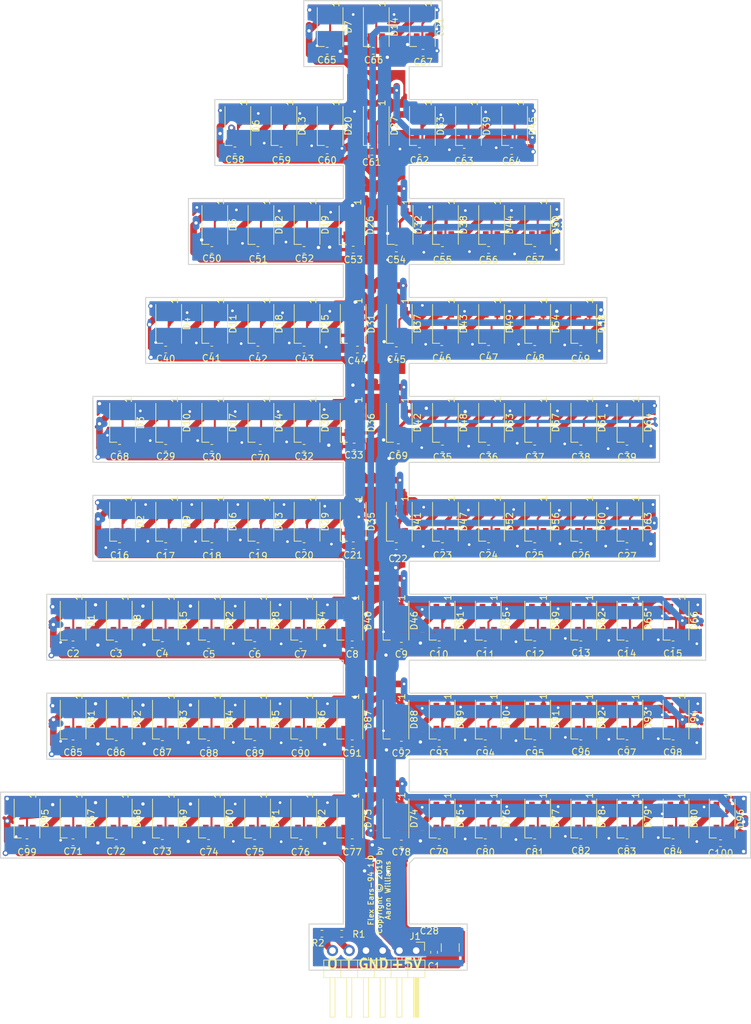
<source format=kicad_pcb>
(kicad_pcb (version 20171130) (host pcbnew 5.0.2-5.0.2)
  (title_block (date 2019-02-04) (rev 1.0))
  (layers (0 F.Cu signal) (31 B.Cu signal) (34 B.Paste user) (35 F.Paste user) (36 B.SilkS user) (37 F.SilkS user) (38 B.Mask user) (39 F.Mask user) (44 Edge.Cuts user))
  (net 0 "")
  (net 1 VCC)
  (net 2 GND)
  (net 3 "Net-(D1-Pad4)")
  (net 4 "Net-(D2-Pad4)")
  (net 5 "Net-(D10-Pad2)")
  (net 6 "Net-(D11-Pad2)")
  (net 7 "Net-(D12-Pad2)")
  (net 8 "Net-(D13-Pad2)")
  (net 9 "Net-(D14-Pad2)")
  (net 10 "Net-(D15-Pad2)")
  (net 11 "Net-(D16-Pad2)")
  (net 12 "Net-(D10-Pad4)")
  (net 13 "Net-(D11-Pad4)")
  (net 14 "Net-(D12-Pad4)")
  (net 15 "Net-(D13-Pad4)")
  (net 16 "Net-(D14-Pad4)")
  (net 17 "Net-(D15-Pad4)")
  (net 18 "Net-(D16-Pad4)")
  (net 19 "Net-(D17-Pad4)")
  (net 20 "Net-(D18-Pad4)")
  (net 21 "Net-(D19-Pad4)")
  (net 22 "Net-(D20-Pad4)")
  (net 23 "Net-(D22-Pad4)")
  (net 24 "Net-(D23-Pad4)")
  (net 25 "Net-(D24-Pad4)")
  (net 26 "Net-(D25-Pad4)")
  (net 27 "Net-(D26-Pad4)")
  (net 28 "Net-(D27-Pad4)")
  (net 29 "Net-(D28-Pad4)")
  (net 30 "Net-(D29-Pad4)")
  (net 31 "Net-(D30-Pad4)")
  (net 32 "Net-(D31-Pad4)")
  (net 33 "Net-(D32-Pad4)")
  (net 34 "Net-(D33-Pad4)")
  (net 35 "Net-(D34-Pad4)")
  (net 36 "Net-(D35-Pad4)")
  (net 37 "Net-(D36-Pad4)")
  (net 38 "Net-(D37-Pad4)")
  (net 39 "Net-(D38-Pad4)")
  (net 40 "Net-(D39-Pad4)")
  (net 41 "Net-(D40-Pad4)")
  (net 42 "Net-(D41-Pad4)")
  (net 43 "Net-(D42-Pad4)")
  (net 44 "Net-(D43-Pad4)")
  (net 45 "Net-(D44-Pad4)")
  (net 46 "Net-(D46-Pad4)")
  (net 47 "Net-(D47-Pad4)")
  (net 48 "Net-(D48-Pad4)")
  (net 49 "Net-(D49-Pad4)")
  (net 50 "Net-(D51-Pad4)")
  (net 51 "Net-(D52-Pad4)")
  (net 52 "Net-(D53-Pad4)")
  (net 53 "Net-(D54-Pad4)")
  (net 54 "Net-(D55-Pad4)")
  (net 55 "Net-(D56-Pad4)")
  (net 56 "Net-(D57-Pad4)")
  (net 57 "Net-(D59-Pad4)")
  (net 58 "Net-(D60-Pad4)")
  (net 59 "Net-(D61-Pad4)")
  (net 60 "Net-(D62-Pad4)")
  (net 61 "Net-(D65-Pad4)")
  (net 62 /DIN)
  (net 63 /DOUT)
  (net 64 /DI)
  (net 65 /DO)
  (net 66 /DIN_3_4)
  (net 67 /DIN_4_5)
  (net 68 /DIN_5_6)
  (net 69 /DIN_6_7)
  (net 70 /DIN_7_8)
  (net 71 /DIN_2_3)
  (net 72 "Net-(D83-Pad4)")
  (net 73 "Net-(D84-Pad4)")
  (net 74 "Net-(D67-Pad4)")
  (net 75 "Net-(D68-Pad4)")
  (net 76 "Net-(D69-Pad4)")
  (net 77 "Net-(D70-Pad4)")
  (net 78 "Net-(D71-Pad4)")
  (net 79 "Net-(D72-Pad4)")
  (net 80 "Net-(D85-Pad4)")
  (net 81 "Net-(D73-Pad4)")
  (net 82 "Net-(D74-Pad4)")
  (net 83 "Net-(D75-Pad4)")
  (net 84 "Net-(D76-Pad4)")
  (net 85 "Net-(D77-Pad4)")
  (net 86 "Net-(D78-Pad4)")
  (net 87 "Net-(D79-Pad4)")
  (net 88 /DIN_1_2)
  (net 89 "Net-(D81-Pad4)")
  (net 90 "Net-(D82-Pad4)")
  (net 91 "Net-(D86-Pad4)")
  (net 92 "Net-(D87-Pad4)")
  (net 93 "Net-(D88-Pad4)")
  (net 94 "Net-(D89-Pad4)")
  (net 95 "Net-(D90-Pad4)")
  (net 96 "Net-(D91-Pad4)")
  (net 97 "Net-(D92-Pad4)")
  (net 98 "Net-(D93-Pad4)")
  (net 99 /DIN_8_9)
  (net 100 "Net-(D67-Pad2)")
  (net 101 "Net-(D80-Pad4)")
  (module LED_SMD:LED_SK6812MINI_PLCC4_3.5x3.5mm_P1.75mm (layer F.Cu) (at 60 36 270)
    (fp_text reference D13 (at 0 -2.75 270) (layer F.SilkS))
    (fp_text value SK6812)
    (fp_text user 1 (at -3.5 -0.875 270) (layer F.SilkS))
    (pad 1 smd rect (at -1.75 -0.875 270) (size 1.6 0.85) (layers F.Cu F.Paste F.Mask) (net 2 GND))
    (pad 2 smd rect (at -1.75 0.875 270) (size 1.6 0.85) (layers F.Cu F.Paste F.Mask) (net 8 "Net-(D13-Pad2)"))
    (pad 4 smd rect (at 1.75 -0.875 270) (size 1.6 0.85) (layers F.Cu F.Paste F.Mask) (net 15 "Net-(D13-Pad4)"))
    (pad 3 smd rect (at 1.75 0.875 270) (size 1.6 0.85) (layers F.Cu F.Paste F.Mask) (net 1 VCC))
  )
  (module LED_SMD:LED_SK6812MINI_PLCC4_3.5x3.5mm_P1.75mm (layer F.Cu) (at 28 111 270)
    (fp_text reference D1 (at 0 -2.75 270) (layer F.SilkS))
    (fp_text value SK6812)
    (fp_text user 1 (at -3.5 -0.875 270) (layer F.SilkS))
    (pad 3 smd rect (at 1.75 0.875 270) (size 1.6 0.85) (layers F.Cu F.Paste F.Mask) (net 1 VCC))
    (pad 4 smd rect (at 1.75 -0.875 270) (size 1.6 0.85) (layers F.Cu F.Paste F.Mask) (net 3 "Net-(D1-Pad4)"))
    (pad 2 smd rect (at -1.75 0.875 270) (size 1.6 0.85) (layers F.Cu F.Paste F.Mask) (net 71 /DIN_2_3))
    (pad 1 smd rect (at -1.75 -0.875 270) (size 1.6 0.85) (layers F.Cu F.Paste F.Mask) (net 2 GND))
  )
  (module LED_SMD:LED_SK6812MINI_PLCC4_3.5x3.5mm_P1.75mm (layer F.Cu) (at 35.5 81 270)
    (fp_text reference D3 (at 0 -2.75 270) (layer F.SilkS))
    (fp_text value SK6812)
    (fp_text user 1 (at -3.5 -0.875 270) (layer F.SilkS))
    (pad 1 smd rect (at -1.75 -0.875 270) (size 1.6 0.85) (layers F.Cu F.Paste F.Mask) (net 2 GND))
    (pad 2 smd rect (at -1.75 0.875 270) (size 1.6 0.85) (layers F.Cu F.Paste F.Mask) (net 67 /DIN_4_5))
    (pad 4 smd rect (at 1.75 -0.875 270) (size 1.6 0.85) (layers F.Cu F.Paste F.Mask) (net 5 "Net-(D10-Pad2)"))
    (pad 3 smd rect (at 1.75 0.875 270) (size 1.6 0.85) (layers F.Cu F.Paste F.Mask) (net 1 VCC))
  )
  (module LED_SMD:LED_SK6812MINI_PLCC4_3.5x3.5mm_P1.75mm (layer F.Cu) (at 42.5 66 270)
    (fp_text reference D4 (at 0 -2.75 270) (layer F.SilkS))
    (fp_text value SK6812)
    (fp_text user 1 (at -3.5 -0.875 270) (layer F.SilkS))
    (pad 3 smd rect (at 1.75 0.875 270) (size 1.6 0.85) (layers F.Cu F.Paste F.Mask) (net 1 VCC))
    (pad 4 smd rect (at 1.75 -0.875 270) (size 1.6 0.85) (layers F.Cu F.Paste F.Mask) (net 6 "Net-(D11-Pad2)"))
    (pad 2 smd rect (at -1.75 0.875 270) (size 1.6 0.85) (layers F.Cu F.Paste F.Mask) (net 68 /DIN_5_6))
    (pad 1 smd rect (at -1.75 -0.875 270) (size 1.6 0.85) (layers F.Cu F.Paste F.Mask) (net 2 GND))
  )
  (module LED_SMD:LED_SK6812MINI_PLCC4_3.5x3.5mm_P1.75mm (layer F.Cu) (at 49.5 51 270)
    (fp_text reference D5 (at 0 -2.75 270) (layer F.SilkS))
    (fp_text value SK6812)
    (fp_text user 1 (at -3.5 -0.875 270) (layer F.SilkS))
    (pad 1 smd rect (at -1.75 -0.875 270) (size 1.6 0.85) (layers F.Cu F.Paste F.Mask) (net 2 GND))
    (pad 2 smd rect (at -1.75 0.875 270) (size 1.6 0.85) (layers F.Cu F.Paste F.Mask) (net 69 /DIN_6_7))
    (pad 4 smd rect (at 1.75 -0.875 270) (size 1.6 0.85) (layers F.Cu F.Paste F.Mask) (net 7 "Net-(D12-Pad2)"))
    (pad 3 smd rect (at 1.75 0.875 270) (size 1.6 0.85) (layers F.Cu F.Paste F.Mask) (net 1 VCC))
  )
  (module LED_SMD:LED_SK6812MINI_PLCC4_3.5x3.5mm_P1.75mm (layer F.Cu) (at 53 36 270)
    (fp_text reference D6 (at 0 -2.75 270) (layer F.SilkS))
    (fp_text value SK6812)
    (fp_text user 1 (at -3.5 -0.875 270) (layer F.SilkS))
    (pad 3 smd rect (at 1.75 0.875 270) (size 1.6 0.85) (layers F.Cu F.Paste F.Mask) (net 1 VCC))
    (pad 4 smd rect (at 1.75 -0.875 270) (size 1.6 0.85) (layers F.Cu F.Paste F.Mask) (net 8 "Net-(D13-Pad2)"))
    (pad 2 smd rect (at -1.75 0.875 270) (size 1.6 0.85) (layers F.Cu F.Paste F.Mask) (net 70 /DIN_7_8))
    (pad 1 smd rect (at -1.75 -0.875 270) (size 1.6 0.85) (layers F.Cu F.Paste F.Mask) (net 2 GND))
  )
  (module LED_SMD:LED_SK6812MINI_PLCC4_3.5x3.5mm_P1.75mm (layer F.Cu) (at 67 21 270)
    (fp_text reference D7 (at 0 -2.75 270) (layer F.SilkS))
    (fp_text value SK6812)
    (fp_text user 1 (at -3.5 -0.875 270) (layer F.SilkS))
    (pad 1 smd rect (at -1.75 -0.875 270) (size 1.6 0.85) (layers F.Cu F.Paste F.Mask) (net 2 GND))
    (pad 2 smd rect (at -1.75 0.875 270) (size 1.6 0.85) (layers F.Cu F.Paste F.Mask) (net 99 /DIN_8_9))
    (pad 4 smd rect (at 1.75 -0.875 270) (size 1.6 0.85) (layers F.Cu F.Paste F.Mask) (net 9 "Net-(D14-Pad2)"))
    (pad 3 smd rect (at 1.75 0.875 270) (size 1.6 0.85) (layers F.Cu F.Paste F.Mask) (net 1 VCC))
  )
  (module LED_SMD:LED_SK6812MINI_PLCC4_3.5x3.5mm_P1.75mm (layer F.Cu) (at 35 111 270)
    (fp_text reference D8 (at 0 -2.75 270) (layer F.SilkS))
    (fp_text value SK6812)
    (fp_text user 1 (at -3.5 -0.875 270) (layer F.SilkS))
    (pad 3 smd rect (at 1.75 0.875 270) (size 1.6 0.85) (layers F.Cu F.Paste F.Mask) (net 1 VCC))
    (pad 4 smd rect (at 1.75 -0.875 270) (size 1.6 0.85) (layers F.Cu F.Paste F.Mask) (net 10 "Net-(D15-Pad2)"))
    (pad 2 smd rect (at -1.75 0.875 270) (size 1.6 0.85) (layers F.Cu F.Paste F.Mask) (net 3 "Net-(D1-Pad4)"))
    (pad 1 smd rect (at -1.75 -0.875 270) (size 1.6 0.85) (layers F.Cu F.Paste F.Mask) (net 2 GND))
  )
  (module LED_SMD:LED_SK6812MINI_PLCC4_3.5x3.5mm_P1.75mm (layer F.Cu) (at 42.5 96 270)
    (fp_text reference D9 (at 0 -2.75 270) (layer F.SilkS))
    (fp_text value SK6812)
    (fp_text user 1 (at -3.5 -0.875 270) (layer F.SilkS))
    (pad 1 smd rect (at -1.75 -0.875 270) (size 1.6 0.85) (layers F.Cu F.Paste F.Mask) (net 2 GND))
    (pad 2 smd rect (at -1.75 0.875 270) (size 1.6 0.85) (layers F.Cu F.Paste F.Mask) (net 4 "Net-(D2-Pad4)"))
    (pad 4 smd rect (at 1.75 -0.875 270) (size 1.6 0.85) (layers F.Cu F.Paste F.Mask) (net 11 "Net-(D16-Pad2)"))
    (pad 3 smd rect (at 1.75 0.875 270) (size 1.6 0.85) (layers F.Cu F.Paste F.Mask) (net 1 VCC))
  )
  (module LED_SMD:LED_SK6812MINI_PLCC4_3.5x3.5mm_P1.75mm (layer F.Cu) (at 42.5 81 270)
    (fp_text reference D10 (at 0 -2.75 270) (layer F.SilkS))
    (fp_text value SK6812)
    (fp_text user 1 (at -3.5 -0.875 270) (layer F.SilkS))
    (pad 3 smd rect (at 1.75 0.875 270) (size 1.6 0.85) (layers F.Cu F.Paste F.Mask) (net 1 VCC))
    (pad 4 smd rect (at 1.75 -0.875 270) (size 1.6 0.85) (layers F.Cu F.Paste F.Mask) (net 12 "Net-(D10-Pad4)"))
    (pad 2 smd rect (at -1.75 0.875 270) (size 1.6 0.85) (layers F.Cu F.Paste F.Mask) (net 5 "Net-(D10-Pad2)"))
    (pad 1 smd rect (at -1.75 -0.875 270) (size 1.6 0.85) (layers F.Cu F.Paste F.Mask) (net 2 GND))
  )
  (module LED_SMD:LED_SK6812MINI_PLCC4_3.5x3.5mm_P1.75mm (layer F.Cu) (at 49.5 66 270)
    (fp_text reference D11 (at 0 -2.75 270) (layer F.SilkS))
    (fp_text value SK6812)
    (fp_text user 1 (at -3.5 -0.875 270) (layer F.SilkS))
    (pad 1 smd rect (at -1.75 -0.875 270) (size 1.6 0.85) (layers F.Cu F.Paste F.Mask) (net 2 GND))
    (pad 2 smd rect (at -1.75 0.875 270) (size 1.6 0.85) (layers F.Cu F.Paste F.Mask) (net 6 "Net-(D11-Pad2)"))
    (pad 4 smd rect (at 1.75 -0.875 270) (size 1.6 0.85) (layers F.Cu F.Paste F.Mask) (net 13 "Net-(D11-Pad4)"))
    (pad 3 smd rect (at 1.75 0.875 270) (size 1.6 0.85) (layers F.Cu F.Paste F.Mask) (net 1 VCC))
  )
  (module LED_SMD:LED_SK6812MINI_PLCC4_3.5x3.5mm_P1.75mm (layer F.Cu) (at 63.5 66 270)
    (fp_text reference D25 (at 0 -2.75 270) (layer F.SilkS))
    (fp_text value SK6812)
    (fp_text user 1 (at -3.5 -0.875 270) (layer F.SilkS))
    (pad 3 smd rect (at 1.75 0.875 270) (size 1.6 0.85) (layers F.Cu F.Paste F.Mask) (net 1 VCC))
    (pad 4 smd rect (at 1.75 -0.875 270) (size 1.6 0.85) (layers F.Cu F.Paste F.Mask) (net 26 "Net-(D25-Pad4)"))
    (pad 2 smd rect (at -1.75 0.875 270) (size 1.6 0.85) (layers F.Cu F.Paste F.Mask) (net 20 "Net-(D18-Pad4)"))
    (pad 1 smd rect (at -1.75 -0.875 270) (size 1.6 0.85) (layers F.Cu F.Paste F.Mask) (net 2 GND))
  )
  (module LED_SMD:LED_SK6812MINI_PLCC4_3.5x3.5mm_P1.75mm (layer F.Cu) (at 74 21 270)
    (fp_text reference D14 (at 0 -2.75 270) (layer F.SilkS))
    (fp_text value SK6812)
    (fp_text user 1 (at -3.5 -0.875 270) (layer F.SilkS))
    (pad 1 smd rect (at -1.75 -0.875 270) (size 1.6 0.85) (layers F.Cu F.Paste F.Mask) (net 2 GND))
    (pad 2 smd rect (at -1.75 0.875 270) (size 1.6 0.85) (layers F.Cu F.Paste F.Mask) (net 9 "Net-(D14-Pad2)"))
    (pad 4 smd rect (at 1.75 -0.875 270) (size 1.6 0.85) (layers F.Cu F.Paste F.Mask) (net 16 "Net-(D14-Pad4)"))
    (pad 3 smd rect (at 1.75 0.875 270) (size 1.6 0.85) (layers F.Cu F.Paste F.Mask) (net 1 VCC))
  )
  (module LED_SMD:LED_SK6812MINI_PLCC4_3.5x3.5mm_P1.75mm (layer F.Cu) (at 42 111 270)
    (fp_text reference D15 (at 0 -2.75 270) (layer F.SilkS))
    (fp_text value SK6812)
    (fp_text user 1 (at -3.5 -0.875 270) (layer F.SilkS))
    (pad 3 smd rect (at 1.75 0.875 270) (size 1.6 0.85) (layers F.Cu F.Paste F.Mask) (net 1 VCC))
    (pad 4 smd rect (at 1.75 -0.875 270) (size 1.6 0.85) (layers F.Cu F.Paste F.Mask) (net 17 "Net-(D15-Pad4)"))
    (pad 2 smd rect (at -1.75 0.875 270) (size 1.6 0.85) (layers F.Cu F.Paste F.Mask) (net 10 "Net-(D15-Pad2)"))
    (pad 1 smd rect (at -1.75 -0.875 270) (size 1.6 0.85) (layers F.Cu F.Paste F.Mask) (net 2 GND))
  )
  (module LED_SMD:LED_SK6812MINI_PLCC4_3.5x3.5mm_P1.75mm (layer F.Cu) (at 49.5 96 270)
    (fp_text reference D16 (at 0 -2.75 270) (layer F.SilkS))
    (fp_text value SK6812)
    (fp_text user 1 (at -3.5 -0.875 270) (layer F.SilkS))
    (pad 1 smd rect (at -1.75 -0.875 270) (size 1.6 0.85) (layers F.Cu F.Paste F.Mask) (net 2 GND))
    (pad 2 smd rect (at -1.75 0.875 270) (size 1.6 0.85) (layers F.Cu F.Paste F.Mask) (net 11 "Net-(D16-Pad2)"))
    (pad 4 smd rect (at 1.75 -0.875 270) (size 1.6 0.85) (layers F.Cu F.Paste F.Mask) (net 18 "Net-(D16-Pad4)"))
    (pad 3 smd rect (at 1.75 0.875 270) (size 1.6 0.85) (layers F.Cu F.Paste F.Mask) (net 1 VCC))
  )
  (module LED_SMD:LED_SK6812MINI_PLCC4_3.5x3.5mm_P1.75mm (layer F.Cu) (at 49.5 81 270)
    (fp_text reference D17 (at 0 -2.75 270) (layer F.SilkS))
    (fp_text value SK6812)
    (fp_text user 1 (at -3.5 -0.875 270) (layer F.SilkS))
    (pad 3 smd rect (at 1.75 0.875 270) (size 1.6 0.85) (layers F.Cu F.Paste F.Mask) (net 1 VCC))
    (pad 4 smd rect (at 1.75 -0.875 270) (size 1.6 0.85) (layers F.Cu F.Paste F.Mask) (net 19 "Net-(D17-Pad4)"))
    (pad 2 smd rect (at -1.75 0.875 270) (size 1.6 0.85) (layers F.Cu F.Paste F.Mask) (net 12 "Net-(D10-Pad4)"))
    (pad 1 smd rect (at -1.75 -0.875 270) (size 1.6 0.85) (layers F.Cu F.Paste F.Mask) (net 2 GND))
  )
  (module LED_SMD:LED_SK6812MINI_PLCC4_3.5x3.5mm_P1.75mm (layer F.Cu) (at 56.5 66 270)
    (fp_text reference D18 (at 0 -2.75 270) (layer F.SilkS))
    (fp_text value SK6812)
    (fp_text user 1 (at -3.5 -0.875 270) (layer F.SilkS))
    (pad 1 smd rect (at -1.75 -0.875 270) (size 1.6 0.85) (layers F.Cu F.Paste F.Mask) (net 2 GND))
    (pad 2 smd rect (at -1.75 0.875 270) (size 1.6 0.85) (layers F.Cu F.Paste F.Mask) (net 13 "Net-(D11-Pad4)"))
    (pad 4 smd rect (at 1.75 -0.875 270) (size 1.6 0.85) (layers F.Cu F.Paste F.Mask) (net 20 "Net-(D18-Pad4)"))
    (pad 3 smd rect (at 1.75 0.875 270) (size 1.6 0.85) (layers F.Cu F.Paste F.Mask) (net 1 VCC))
  )
  (module LED_SMD:LED_SK6812MINI_PLCC4_3.5x3.5mm_P1.75mm (layer F.Cu) (at 63.5 51 270)
    (fp_text reference D19 (at 0 -2.75 270) (layer F.SilkS))
    (fp_text value SK6812)
    (fp_text user 1 (at -3.5 -0.875 270) (layer F.SilkS))
    (pad 3 smd rect (at 1.75 0.875 270) (size 1.6 0.85) (layers F.Cu F.Paste F.Mask) (net 1 VCC))
    (pad 4 smd rect (at 1.75 -0.875 270) (size 1.6 0.85) (layers F.Cu F.Paste F.Mask) (net 21 "Net-(D19-Pad4)"))
    (pad 2 smd rect (at -1.75 0.875 270) (size 1.6 0.85) (layers F.Cu F.Paste F.Mask) (net 14 "Net-(D12-Pad4)"))
    (pad 1 smd rect (at -1.75 -0.875 270) (size 1.6 0.85) (layers F.Cu F.Paste F.Mask) (net 2 GND))
  )
  (module LED_SMD:LED_SK6812MINI_PLCC4_3.5x3.5mm_P1.75mm (layer F.Cu) (at 67 36 270)
    (fp_text reference D20 (at 0 -2.75 270) (layer F.SilkS))
    (fp_text value SK6812)
    (fp_text user 1 (at -3.5 -0.875 270) (layer F.SilkS))
    (pad 1 smd rect (at -1.75 -0.875 270) (size 1.6 0.85) (layers F.Cu F.Paste F.Mask) (net 2 GND))
    (pad 2 smd rect (at -1.75 0.875 270) (size 1.6 0.85) (layers F.Cu F.Paste F.Mask) (net 15 "Net-(D13-Pad4)"))
    (pad 4 smd rect (at 1.75 -0.875 270) (size 1.6 0.85) (layers F.Cu F.Paste F.Mask) (net 22 "Net-(D20-Pad4)"))
    (pad 3 smd rect (at 1.75 0.875 270) (size 1.6 0.85) (layers F.Cu F.Paste F.Mask) (net 1 VCC))
  )
  (module LED_SMD:LED_SK6812MINI_PLCC4_3.5x3.5mm_P1.75mm (layer F.Cu) (at 81 21 270)
    (fp_text reference D21 (at 0 -2.75 270) (layer F.SilkS))
    (fp_text value SK6812)
    (fp_text user 1 (at -3.5 -0.875 270) (layer F.SilkS))
    (pad 3 smd rect (at 1.75 0.875 270) (size 1.6 0.85) (layers F.Cu F.Paste F.Mask) (net 1 VCC))
    (pad 4 smd rect (at 1.75 -0.875 270) (size 1.6 0.85) (layers F.Cu F.Paste F.Mask) (net 65 /DO))
    (pad 2 smd rect (at -1.75 0.875 270) (size 1.6 0.85) (layers F.Cu F.Paste F.Mask) (net 16 "Net-(D14-Pad4)"))
    (pad 1 smd rect (at -1.75 -0.875 270) (size 1.6 0.85) (layers F.Cu F.Paste F.Mask) (net 2 GND))
  )
  (module LED_SMD:LED_SK6812MINI_PLCC4_3.5x3.5mm_P1.75mm (layer F.Cu) (at 49 111 270)
    (fp_text reference D22 (at 0 -2.75 270) (layer F.SilkS))
    (fp_text value SK6812)
    (fp_text user 1 (at -3.5 -0.875 270) (layer F.SilkS))
    (pad 1 smd rect (at -1.75 -0.875 270) (size 1.6 0.85) (layers F.Cu F.Paste F.Mask) (net 2 GND))
    (pad 2 smd rect (at -1.75 0.875 270) (size 1.6 0.85) (layers F.Cu F.Paste F.Mask) (net 17 "Net-(D15-Pad4)"))
    (pad 4 smd rect (at 1.75 -0.875 270) (size 1.6 0.85) (layers F.Cu F.Paste F.Mask) (net 23 "Net-(D22-Pad4)"))
    (pad 3 smd rect (at 1.75 0.875 270) (size 1.6 0.85) (layers F.Cu F.Paste F.Mask) (net 1 VCC))
  )
  (module LED_SMD:LED_SK6812MINI_PLCC4_3.5x3.5mm_P1.75mm (layer F.Cu) (at 56.5 96 270)
    (fp_text reference D23 (at 0 -2.75 270) (layer F.SilkS))
    (fp_text value SK6812)
    (fp_text user 1 (at -3.5 -0.875 270) (layer F.SilkS))
    (pad 3 smd rect (at 1.75 0.875 270) (size 1.6 0.85) (layers F.Cu F.Paste F.Mask) (net 1 VCC))
    (pad 4 smd rect (at 1.75 -0.875 270) (size 1.6 0.85) (layers F.Cu F.Paste F.Mask) (net 24 "Net-(D23-Pad4)"))
    (pad 2 smd rect (at -1.75 0.875 270) (size 1.6 0.85) (layers F.Cu F.Paste F.Mask) (net 18 "Net-(D16-Pad4)"))
    (pad 1 smd rect (at -1.75 -0.875 270) (size 1.6 0.85) (layers F.Cu F.Paste F.Mask) (net 2 GND))
  )
  (module LED_SMD:LED_SK6812MINI_PLCC4_3.5x3.5mm_P1.75mm (layer F.Cu) (at 56.5 51 270)
    (fp_text reference D12 (at 0 -2.75 270) (layer F.SilkS))
    (fp_text value SK6812)
    (fp_text user 1 (at -3.5 -0.875 270) (layer F.SilkS))
    (pad 1 smd rect (at -1.75 -0.875 270) (size 1.6 0.85) (layers F.Cu F.Paste F.Mask) (net 2 GND))
    (pad 2 smd rect (at -1.75 0.875 270) (size 1.6 0.85) (layers F.Cu F.Paste F.Mask) (net 7 "Net-(D12-Pad2)"))
    (pad 4 smd rect (at 1.75 -0.875 270) (size 1.6 0.85) (layers F.Cu F.Paste F.Mask) (net 14 "Net-(D12-Pad4)"))
    (pad 3 smd rect (at 1.75 0.875 270) (size 1.6 0.85) (layers F.Cu F.Paste F.Mask) (net 1 VCC))
  )
  (module LED_SMD:LED_SK6812MINI_PLCC4_3.5x3.5mm_P1.75mm (layer F.Cu) (at 56.5 81 270)
    (fp_text reference D24 (at 0 -2.75 270) (layer F.SilkS))
    (fp_text value SK6812)
    (fp_text user 1 (at -3.5 -0.875 270) (layer F.SilkS))
    (pad 3 smd rect (at 1.75 0.875 270) (size 1.6 0.85) (layers F.Cu F.Paste F.Mask) (net 1 VCC))
    (pad 4 smd rect (at 1.75 -0.875 270) (size 1.6 0.85) (layers F.Cu F.Paste F.Mask) (net 25 "Net-(D24-Pad4)"))
    (pad 2 smd rect (at -1.75 0.875 270) (size 1.6 0.85) (layers F.Cu F.Paste F.Mask) (net 19 "Net-(D17-Pad4)"))
    (pad 1 smd rect (at -1.75 -0.875 270) (size 1.6 0.85) (layers F.Cu F.Paste F.Mask) (net 2 GND))
  )
  (module LED_SMD:LED_SK6812MINI_PLCC4_3.5x3.5mm_P1.75mm (layer F.Cu) (at 70.325 51.05 270)
    (fp_text reference D26 (at 0 -2.75 270) (layer F.SilkS))
    (fp_text value SK6812)
    (fp_text user 1 (at -3.5 -0.875 270) (layer F.SilkS))
    (pad 1 smd rect (at -1.75 -0.875 270) (size 1.6 0.85) (layers F.Cu F.Paste F.Mask) (net 2 GND))
    (pad 2 smd rect (at -1.75 0.875 270) (size 1.6 0.85) (layers F.Cu F.Paste F.Mask) (net 21 "Net-(D19-Pad4)"))
    (pad 4 smd rect (at 1.75 -0.875 270) (size 1.6 0.85) (layers F.Cu F.Paste F.Mask) (net 27 "Net-(D26-Pad4)"))
    (pad 3 smd rect (at 1.75 0.875 270) (size 1.6 0.85) (layers F.Cu F.Paste F.Mask) (net 1 VCC))
  )
  (module LED_SMD:LED_SK6812MINI_PLCC4_3.5x3.5mm_P1.75mm (layer F.Cu) (at 84.5 81 270)
    (fp_text reference D48 (at 0 -2.75 270) (layer F.SilkS))
    (fp_text value SK6812)
    (fp_text user 1 (at -3.5 -0.875 270) (layer F.SilkS))
    (pad 3 smd rect (at 1.75 0.875 270) (size 1.6 0.85) (layers F.Cu F.Paste F.Mask) (net 1 VCC))
    (pad 4 smd rect (at 1.75 -0.875 270) (size 1.6 0.85) (layers F.Cu F.Paste F.Mask) (net 48 "Net-(D48-Pad4)"))
    (pad 2 smd rect (at -1.75 0.875 270) (size 1.6 0.85) (layers F.Cu F.Paste F.Mask) (net 43 "Net-(D42-Pad4)"))
    (pad 1 smd rect (at -1.75 -0.875 270) (size 1.6 0.85) (layers F.Cu F.Paste F.Mask) (net 2 GND))
  )
  (module LED_SMD:LED_SK6812MINI_PLCC4_3.5x3.5mm_P1.75mm (layer F.Cu) (at 74 36 270)
    (fp_text reference D27 (at 0 -2.75 270) (layer F.SilkS))
    (fp_text value SK6812)
    (fp_text user 1 (at -3.5 -0.875 270) (layer F.SilkS))
    (pad 1 smd rect (at -1.75 -0.875 270) (size 1.6 0.85) (layers F.Cu F.Paste F.Mask) (net 2 GND))
    (pad 2 smd rect (at -1.75 0.875 270) (size 1.6 0.85) (layers F.Cu F.Paste F.Mask) (net 22 "Net-(D20-Pad4)"))
    (pad 4 smd rect (at 1.75 -0.875 270) (size 1.6 0.85) (layers F.Cu F.Paste F.Mask) (net 28 "Net-(D27-Pad4)"))
    (pad 3 smd rect (at 1.75 0.875 270) (size 1.6 0.85) (layers F.Cu F.Paste F.Mask) (net 1 VCC))
  )
  (module LED_SMD:LED_SK6812MINI_PLCC4_3.5x3.5mm_P1.75mm (layer F.Cu) (at 56 111 270)
    (fp_text reference D28 (at 0 -2.75 270) (layer F.SilkS))
    (fp_text value SK6812)
    (fp_text user 1 (at -3.5 -0.875 270) (layer F.SilkS))
    (pad 3 smd rect (at 1.75 0.875 270) (size 1.6 0.85) (layers F.Cu F.Paste F.Mask) (net 1 VCC))
    (pad 4 smd rect (at 1.75 -0.875 270) (size 1.6 0.85) (layers F.Cu F.Paste F.Mask) (net 29 "Net-(D28-Pad4)"))
    (pad 2 smd rect (at -1.75 0.875 270) (size 1.6 0.85) (layers F.Cu F.Paste F.Mask) (net 23 "Net-(D22-Pad4)"))
    (pad 1 smd rect (at -1.75 -0.875 270) (size 1.6 0.85) (layers F.Cu F.Paste F.Mask) (net 2 GND))
  )
  (module LED_SMD:LED_SK6812MINI_PLCC4_3.5x3.5mm_P1.75mm (layer F.Cu) (at 63.5 96 270)
    (fp_text reference D29 (at 0 -2.75 270) (layer F.SilkS))
    (fp_text value SK6812)
    (fp_text user 1 (at -3.5 -0.875 270) (layer F.SilkS))
    (pad 1 smd rect (at -1.75 -0.875 270) (size 1.6 0.85) (layers F.Cu F.Paste F.Mask) (net 2 GND))
    (pad 2 smd rect (at -1.75 0.875 270) (size 1.6 0.85) (layers F.Cu F.Paste F.Mask) (net 24 "Net-(D23-Pad4)"))
    (pad 4 smd rect (at 1.75 -0.875 270) (size 1.6 0.85) (layers F.Cu F.Paste F.Mask) (net 30 "Net-(D29-Pad4)"))
    (pad 3 smd rect (at 1.75 0.875 270) (size 1.6 0.85) (layers F.Cu F.Paste F.Mask) (net 1 VCC))
  )
  (module LED_SMD:LED_SK6812MINI_PLCC4_3.5x3.5mm_P1.75mm (layer F.Cu) (at 63.5 81 270)
    (fp_text reference D30 (at 0 -2.75 270) (layer F.SilkS))
    (fp_text value SK6812)
    (fp_text user 1 (at -3.5 -0.875 270) (layer F.SilkS))
    (pad 3 smd rect (at 1.75 0.875 270) (size 1.6 0.85) (layers F.Cu F.Paste F.Mask) (net 1 VCC))
    (pad 4 smd rect (at 1.75 -0.875 270) (size 1.6 0.85) (layers F.Cu F.Paste F.Mask) (net 31 "Net-(D30-Pad4)"))
    (pad 2 smd rect (at -1.75 0.875 270) (size 1.6 0.85) (layers F.Cu F.Paste F.Mask) (net 25 "Net-(D24-Pad4)"))
    (pad 1 smd rect (at -1.75 -0.875 270) (size 1.6 0.85) (layers F.Cu F.Paste F.Mask) (net 2 GND))
  )
  (module LED_SMD:LED_SK6812MINI_PLCC4_3.5x3.5mm_P1.75mm (layer F.Cu) (at 70.5 66 270)
    (fp_text reference D31 (at 0 -2.75 270) (layer F.SilkS))
    (fp_text value SK6812)
    (fp_text user 1 (at -3.5 -0.875 270) (layer F.SilkS))
    (pad 1 smd rect (at -1.75 -0.875 270) (size 1.6 0.85) (layers F.Cu F.Paste F.Mask) (net 2 GND))
    (pad 2 smd rect (at -1.75 0.875 270) (size 1.6 0.85) (layers F.Cu F.Paste F.Mask) (net 26 "Net-(D25-Pad4)"))
    (pad 4 smd rect (at 1.75 -0.875 270) (size 1.6 0.85) (layers F.Cu F.Paste F.Mask) (net 32 "Net-(D31-Pad4)"))
    (pad 3 smd rect (at 1.75 0.875 270) (size 1.6 0.85) (layers F.Cu F.Paste F.Mask) (net 1 VCC))
  )
  (module LED_SMD:LED_SK6812MINI_PLCC4_3.5x3.5mm_P1.75mm (layer F.Cu) (at 77.625 51 270)
    (fp_text reference D32 (at 0 -2.75 270) (layer F.SilkS))
    (fp_text value SK6812)
    (fp_text user 1 (at -3.5 -0.875 270) (layer F.SilkS))
    (pad 3 smd rect (at 1.75 0.875 270) (size 1.6 0.85) (layers F.Cu F.Paste F.Mask) (net 1 VCC))
    (pad 4 smd rect (at 1.75 -0.875 270) (size 1.6 0.85) (layers F.Cu F.Paste F.Mask) (net 33 "Net-(D32-Pad4)"))
    (pad 2 smd rect (at -1.75 0.875 270) (size 1.6 0.85) (layers F.Cu F.Paste F.Mask) (net 27 "Net-(D26-Pad4)"))
    (pad 1 smd rect (at -1.75 -0.875 270) (size 1.6 0.85) (layers F.Cu F.Paste F.Mask) (net 2 GND))
  )
  (module LED_SMD:LED_SK6812MINI_PLCC4_3.5x3.5mm_P1.75mm (layer F.Cu) (at 81 36 270)
    (fp_text reference D33 (at 0 -2.75 270) (layer F.SilkS))
    (fp_text value SK6812)
    (fp_text user 1 (at -3.5 -0.875 270) (layer F.SilkS))
    (pad 1 smd rect (at -1.75 -0.875 270) (size 1.6 0.85) (layers F.Cu F.Paste F.Mask) (net 2 GND))
    (pad 2 smd rect (at -1.75 0.875 270) (size 1.6 0.85) (layers F.Cu F.Paste F.Mask) (net 28 "Net-(D27-Pad4)"))
    (pad 4 smd rect (at 1.75 -0.875 270) (size 1.6 0.85) (layers F.Cu F.Paste F.Mask) (net 34 "Net-(D33-Pad4)"))
    (pad 3 smd rect (at 1.75 0.875 270) (size 1.6 0.85) (layers F.Cu F.Paste F.Mask) (net 1 VCC))
  )
  (module LED_SMD:LED_SK6812MINI_PLCC4_3.5x3.5mm_P1.75mm (layer F.Cu) (at 63 111 270)
    (fp_text reference D34 (at 0 -2.75 270) (layer F.SilkS))
    (fp_text value SK6812)
    (fp_text user 1 (at -3.5 -0.875 270) (layer F.SilkS))
    (pad 3 smd rect (at 1.75 0.875 270) (size 1.6 0.85) (layers F.Cu F.Paste F.Mask) (net 1 VCC))
    (pad 4 smd rect (at 1.75 -0.875 270) (size 1.6 0.85) (layers F.Cu F.Paste F.Mask) (net 35 "Net-(D34-Pad4)"))
    (pad 2 smd rect (at -1.75 0.875 270) (size 1.6 0.85) (layers F.Cu F.Paste F.Mask) (net 29 "Net-(D28-Pad4)"))
    (pad 1 smd rect (at -1.75 -0.875 270) (size 1.6 0.85) (layers F.Cu F.Paste F.Mask) (net 2 GND))
  )
  (module LED_SMD:LED_SK6812MINI_PLCC4_3.5x3.5mm_P1.75mm (layer F.Cu) (at 35.5 96 270)
    (fp_text reference D2 (at 0 -2.75 270) (layer F.SilkS))
    (fp_text value SK6812)
    (fp_text user 1 (at -3.5 -0.875 270) (layer F.SilkS))
    (pad 1 smd rect (at -1.75 -0.875 270) (size 1.6 0.85) (layers F.Cu F.Paste F.Mask) (net 2 GND))
    (pad 2 smd rect (at -1.75 0.875 270) (size 1.6 0.85) (layers F.Cu F.Paste F.Mask) (net 66 /DIN_3_4))
    (pad 4 smd rect (at 1.75 -0.875 270) (size 1.6 0.85) (layers F.Cu F.Paste F.Mask) (net 4 "Net-(D2-Pad4)"))
    (pad 3 smd rect (at 1.75 0.875 270) (size 1.6 0.85) (layers F.Cu F.Paste F.Mask) (net 1 VCC))
  )
  (module LED_SMD:LED_SK6812MINI_PLCC4_3.5x3.5mm_P1.75mm (layer F.Cu) (at 70.5 81 270)
    (fp_text reference D36 (at 0 -2.75 270) (layer F.SilkS))
    (fp_text value SK6812)
    (fp_text user 1 (at -3.5 -0.875 270) (layer F.SilkS))
    (pad 3 smd rect (at 1.75 0.875 270) (size 1.6 0.85) (layers F.Cu F.Paste F.Mask) (net 1 VCC))
    (pad 4 smd rect (at 1.75 -0.875 270) (size 1.6 0.85) (layers F.Cu F.Paste F.Mask) (net 37 "Net-(D36-Pad4)"))
    (pad 2 smd rect (at -1.75 0.875 270) (size 1.6 0.85) (layers F.Cu F.Paste F.Mask) (net 31 "Net-(D30-Pad4)"))
    (pad 1 smd rect (at -1.75 -0.875 270) (size 1.6 0.85) (layers F.Cu F.Paste F.Mask) (net 2 GND))
  )
  (module LED_SMD:LED_SK6812MINI_PLCC4_3.5x3.5mm_P1.75mm (layer F.Cu) (at 77.5 66 270)
    (fp_text reference D37 (at 0 -2.75 270) (layer F.SilkS))
    (fp_text value SK6812)
    (fp_text user 1 (at -3.5 -0.875 270) (layer F.SilkS))
    (pad 1 smd rect (at -1.75 -0.875 270) (size 1.6 0.85) (layers F.Cu F.Paste F.Mask) (net 2 GND))
    (pad 2 smd rect (at -1.75 0.875 270) (size 1.6 0.85) (layers F.Cu F.Paste F.Mask) (net 32 "Net-(D31-Pad4)"))
    (pad 4 smd rect (at 1.75 -0.875 270) (size 1.6 0.85) (layers F.Cu F.Paste F.Mask) (net 38 "Net-(D37-Pad4)"))
    (pad 3 smd rect (at 1.75 0.875 270) (size 1.6 0.85) (layers F.Cu F.Paste F.Mask) (net 1 VCC))
  )
  (module LED_SMD:LED_SK6812MINI_PLCC4_3.5x3.5mm_P1.75mm (layer F.Cu) (at 84.5 51 270)
    (fp_text reference D38 (at 0 -2.75 270) (layer F.SilkS))
    (fp_text value SK6812)
    (fp_text user 1 (at -3.5 -0.875 270) (layer F.SilkS))
    (pad 3 smd rect (at 1.75 0.875 270) (size 1.6 0.85) (layers F.Cu F.Paste F.Mask) (net 1 VCC))
    (pad 4 smd rect (at 1.75 -0.875 270) (size 1.6 0.85) (layers F.Cu F.Paste F.Mask) (net 39 "Net-(D38-Pad4)"))
    (pad 2 smd rect (at -1.75 0.875 270) (size 1.6 0.85) (layers F.Cu F.Paste F.Mask) (net 33 "Net-(D32-Pad4)"))
    (pad 1 smd rect (at -1.75 -0.875 270) (size 1.6 0.85) (layers F.Cu F.Paste F.Mask) (net 2 GND))
  )
  (module LED_SMD:LED_SK6812MINI_PLCC4_3.5x3.5mm_P1.75mm (layer F.Cu) (at 88 36 270)
    (fp_text reference D39 (at 0 -2.75 270) (layer F.SilkS))
    (fp_text value SK6812)
    (fp_text user 1 (at -3.5 -0.875 270) (layer F.SilkS))
    (pad 1 smd rect (at -1.75 -0.875 270) (size 1.6 0.85) (layers F.Cu F.Paste F.Mask) (net 2 GND))
    (pad 2 smd rect (at -1.75 0.875 270) (size 1.6 0.85) (layers F.Cu F.Paste F.Mask) (net 34 "Net-(D33-Pad4)"))
    (pad 4 smd rect (at 1.75 -0.875 270) (size 1.6 0.85) (layers F.Cu F.Paste F.Mask) (net 40 "Net-(D39-Pad4)"))
    (pad 3 smd rect (at 1.75 0.875 270) (size 1.6 0.85) (layers F.Cu F.Paste F.Mask) (net 1 VCC))
  )
  (module LED_SMD:LED_SK6812MINI_PLCC4_3.5x3.5mm_P1.75mm (layer F.Cu) (at 70 111 270)
    (fp_text reference D40 (at 0 -2.75 270) (layer F.SilkS))
    (fp_text value SK6812)
    (fp_text user 1 (at -3.5 -0.875 270) (layer F.SilkS))
    (pad 3 smd rect (at 1.75 0.875 270) (size 1.6 0.85) (layers F.Cu F.Paste F.Mask) (net 1 VCC))
    (pad 4 smd rect (at 1.75 -0.875 270) (size 1.6 0.85) (layers F.Cu F.Paste F.Mask) (net 41 "Net-(D40-Pad4)"))
    (pad 2 smd rect (at -1.75 0.875 270) (size 1.6 0.85) (layers F.Cu F.Paste F.Mask) (net 35 "Net-(D34-Pad4)"))
    (pad 1 smd rect (at -1.75 -0.875 270) (size 1.6 0.85) (layers F.Cu F.Paste F.Mask) (net 2 GND))
  )
  (module LED_SMD:LED_SK6812MINI_PLCC4_3.5x3.5mm_P1.75mm (layer F.Cu) (at 77.5 96 270)
    (fp_text reference D41 (at 0 -2.75 270) (layer F.SilkS))
    (fp_text value SK6812)
    (fp_text user 1 (at -3.5 -0.875 270) (layer F.SilkS))
    (pad 1 smd rect (at -1.75 -0.875 270) (size 1.6 0.85) (layers F.Cu F.Paste F.Mask) (net 2 GND))
    (pad 2 smd rect (at -1.75 0.875 270) (size 1.6 0.85) (layers F.Cu F.Paste F.Mask) (net 36 "Net-(D35-Pad4)"))
    (pad 4 smd rect (at 1.75 -0.875 270) (size 1.6 0.85) (layers F.Cu F.Paste F.Mask) (net 42 "Net-(D41-Pad4)"))
    (pad 3 smd rect (at 1.75 0.875 270) (size 1.6 0.85) (layers F.Cu F.Paste F.Mask) (net 1 VCC))
  )
  (module LED_SMD:LED_SK6812MINI_PLCC4_3.5x3.5mm_P1.75mm (layer F.Cu) (at 77.5 81 270)
    (fp_text reference D42 (at 0 -2.75 270) (layer F.SilkS))
    (fp_text value SK6812)
    (fp_text user 1 (at -3.5 -0.875 270) (layer F.SilkS))
    (pad 3 smd rect (at 1.75 0.875 270) (size 1.6 0.85) (layers F.Cu F.Paste F.Mask) (net 1 VCC))
    (pad 4 smd rect (at 1.75 -0.875 270) (size 1.6 0.85) (layers F.Cu F.Paste F.Mask) (net 43 "Net-(D42-Pad4)"))
    (pad 2 smd rect (at -1.75 0.875 270) (size 1.6 0.85) (layers F.Cu F.Paste F.Mask) (net 37 "Net-(D36-Pad4)"))
    (pad 1 smd rect (at -1.75 -0.875 270) (size 1.6 0.85) (layers F.Cu F.Paste F.Mask) (net 2 GND))
  )
  (module LED_SMD:LED_SK6812MINI_PLCC4_3.5x3.5mm_P1.75mm (layer F.Cu) (at 84.5 66 270)
    (fp_text reference D43 (at 0 -2.75 270) (layer F.SilkS))
    (fp_text value SK6812)
    (fp_text user 1 (at -3.5 -0.875 270) (layer F.SilkS))
    (pad 1 smd rect (at -1.75 -0.875 270) (size 1.6 0.85) (layers F.Cu F.Paste F.Mask) (net 2 GND))
    (pad 2 smd rect (at -1.75 0.875 270) (size 1.6 0.85) (layers F.Cu F.Paste F.Mask) (net 38 "Net-(D37-Pad4)"))
    (pad 4 smd rect (at 1.75 -0.875 270) (size 1.6 0.85) (layers F.Cu F.Paste F.Mask) (net 44 "Net-(D43-Pad4)"))
    (pad 3 smd rect (at 1.75 0.875 270) (size 1.6 0.85) (layers F.Cu F.Paste F.Mask) (net 1 VCC))
  )
  (module LED_SMD:LED_SK6812MINI_PLCC4_3.5x3.5mm_P1.75mm (layer F.Cu) (at 91.5 51 270)
    (fp_text reference D44 (at 0 -2.75 270) (layer F.SilkS))
    (fp_text value SK6812)
    (fp_text user 1 (at -3.5 -0.875 270) (layer F.SilkS))
    (pad 3 smd rect (at 1.75 0.875 270) (size 1.6 0.85) (layers F.Cu F.Paste F.Mask) (net 1 VCC))
    (pad 4 smd rect (at 1.75 -0.875 270) (size 1.6 0.85) (layers F.Cu F.Paste F.Mask) (net 45 "Net-(D44-Pad4)"))
    (pad 2 smd rect (at -1.75 0.875 270) (size 1.6 0.85) (layers F.Cu F.Paste F.Mask) (net 39 "Net-(D38-Pad4)"))
    (pad 1 smd rect (at -1.75 -0.875 270) (size 1.6 0.85) (layers F.Cu F.Paste F.Mask) (net 2 GND))
  )
  (module LED_SMD:LED_SK6812MINI_PLCC4_3.5x3.5mm_P1.75mm (layer F.Cu) (at 95 36 270)
    (fp_text reference D45 (at 0 -2.75 270) (layer F.SilkS))
    (fp_text value SK6812)
    (fp_text user 1 (at -3.5 -0.875 270) (layer F.SilkS))
    (pad 1 smd rect (at -1.75 -0.875 270) (size 1.6 0.85) (layers F.Cu F.Paste F.Mask) (net 2 GND))
    (pad 2 smd rect (at -1.75 0.875 270) (size 1.6 0.85) (layers F.Cu F.Paste F.Mask) (net 40 "Net-(D39-Pad4)"))
    (pad 4 smd rect (at 1.75 -0.875 270) (size 1.6 0.85) (layers F.Cu F.Paste F.Mask) (net 99 /DIN_8_9))
    (pad 3 smd rect (at 1.75 0.875 270) (size 1.6 0.85) (layers F.Cu F.Paste F.Mask) (net 1 VCC))
  )
  (module LED_SMD:LED_SK6812MINI_PLCC4_3.5x3.5mm_P1.75mm (layer F.Cu) (at 77 111 270)
    (fp_text reference D46 (at 0 -2.75 270) (layer F.SilkS))
    (fp_text value SK6812)
    (fp_text user 1 (at -3.5 -0.875 270) (layer F.SilkS))
    (pad 3 smd rect (at 1.75 0.875 270) (size 1.6 0.85) (layers F.Cu F.Paste F.Mask) (net 1 VCC))
    (pad 4 smd rect (at 1.75 -0.875 270) (size 1.6 0.85) (layers F.Cu F.Paste F.Mask) (net 46 "Net-(D46-Pad4)"))
    (pad 2 smd rect (at -1.75 0.875 270) (size 1.6 0.85) (layers F.Cu F.Paste F.Mask) (net 41 "Net-(D40-Pad4)"))
    (pad 1 smd rect (at -1.75 -0.875 270) (size 1.6 0.85) (layers F.Cu F.Paste F.Mask) (net 2 GND))
  )
  (module LED_SMD:LED_SK6812MINI_PLCC4_3.5x3.5mm_P1.75mm (layer F.Cu) (at 84.5 96 270)
    (fp_text reference D47 (at 0 -2.75 270) (layer F.SilkS))
    (fp_text value SK6812)
    (fp_text user 1 (at -3.5 -0.875 270) (layer F.SilkS))
    (pad 1 smd rect (at -1.75 -0.875 270) (size 1.6 0.85) (layers F.Cu F.Paste F.Mask) (net 2 GND))
    (pad 2 smd rect (at -1.75 0.875 270) (size 1.6 0.85) (layers F.Cu F.Paste F.Mask) (net 42 "Net-(D41-Pad4)"))
    (pad 4 smd rect (at 1.75 -0.875 270) (size 1.6 0.85) (layers F.Cu F.Paste F.Mask) (net 47 "Net-(D47-Pad4)"))
    (pad 3 smd rect (at 1.75 0.875 270) (size 1.6 0.85) (layers F.Cu F.Paste F.Mask) (net 1 VCC))
  )
  (module LED_SMD:LED_SK6812MINI_PLCC4_3.5x3.5mm_P1.75mm (layer F.Cu) (at 70.5 96 270)
    (fp_text reference D35 (at 0 -2.75 270) (layer F.SilkS))
    (fp_text value SK6812)
    (fp_text user 1 (at -3.5 -0.875 270) (layer F.SilkS))
    (pad 3 smd rect (at 1.75 0.875 270) (size 1.6 0.85) (layers F.Cu F.Paste F.Mask) (net 1 VCC))
    (pad 4 smd rect (at 1.75 -0.875 270) (size 1.6 0.85) (layers F.Cu F.Paste F.Mask) (net 36 "Net-(D35-Pad4)"))
    (pad 2 smd rect (at -1.75 0.875 270) (size 1.6 0.85) (layers F.Cu F.Paste F.Mask) (net 30 "Net-(D29-Pad4)"))
    (pad 1 smd rect (at -1.75 -0.875 270) (size 1.6 0.85) (layers F.Cu F.Paste F.Mask) (net 2 GND))
  )
  (module LED_SMD:LED_SK6812MINI_PLCC4_3.5x3.5mm_P1.75mm (layer F.Cu) (at 105.5 81 270)
    (fp_text reference D61 (at 0 -2.75 270) (layer F.SilkS))
    (fp_text value SK6812)
    (fp_text user 1 (at -3.5 -0.875 270) (layer F.SilkS))
    (pad 1 smd rect (at -1.75 -0.875 270) (size 1.6 0.85) (layers F.Cu F.Paste F.Mask) (net 2 GND))
    (pad 2 smd rect (at -1.75 0.875 270) (size 1.6 0.85) (layers F.Cu F.Paste F.Mask) (net 56 "Net-(D57-Pad4)"))
    (pad 4 smd rect (at 1.75 -0.875 270) (size 1.6 0.85) (layers F.Cu F.Paste F.Mask) (net 59 "Net-(D61-Pad4)"))
    (pad 3 smd rect (at 1.75 0.875 270) (size 1.6 0.85) (layers F.Cu F.Paste F.Mask) (net 1 VCC))
  )
  (module LED_SMD:LED_SK6812MINI_PLCC4_3.5x3.5mm_P1.75mm (layer F.Cu) (at 98.5 51 270)
    (fp_text reference D50 (at 0 -2.75 270) (layer F.SilkS))
    (fp_text value SK6812)
    (fp_text user 1 (at -3.5 -0.875 270) (layer F.SilkS))
    (pad 3 smd rect (at 1.75 0.875 270) (size 1.6 0.85) (layers F.Cu F.Paste F.Mask) (net 1 VCC))
    (pad 4 smd rect (at 1.75 -0.875 270) (size 1.6 0.85) (layers F.Cu F.Paste F.Mask) (net 70 /DIN_7_8))
    (pad 2 smd rect (at -1.75 0.875 270) (size 1.6 0.85) (layers F.Cu F.Paste F.Mask) (net 45 "Net-(D44-Pad4)"))
    (pad 1 smd rect (at -1.75 -0.875 270) (size 1.6 0.85) (layers F.Cu F.Paste F.Mask) (net 2 GND))
  )
  (module LED_SMD:LED_SK6812MINI_PLCC4_3.5x3.5mm_P1.75mm (layer F.Cu) (at 84 111 270)
    (fp_text reference D51 (at 0 -2.75 270) (layer F.SilkS))
    (fp_text value SK6812)
    (fp_text user 1 (at -3.5 -0.875 270) (layer F.SilkS))
    (pad 1 smd rect (at -1.75 -0.875 270) (size 1.6 0.85) (layers F.Cu F.Paste F.Mask) (net 2 GND))
    (pad 2 smd rect (at -1.75 0.875 270) (size 1.6 0.85) (layers F.Cu F.Paste F.Mask) (net 46 "Net-(D46-Pad4)"))
    (pad 4 smd rect (at 1.75 -0.875 270) (size 1.6 0.85) (layers F.Cu F.Paste F.Mask) (net 50 "Net-(D51-Pad4)"))
    (pad 3 smd rect (at 1.75 0.875 270) (size 1.6 0.85) (layers F.Cu F.Paste F.Mask) (net 1 VCC))
  )
  (module LED_SMD:LED_SK6812MINI_PLCC4_3.5x3.5mm_P1.75mm (layer F.Cu) (at 91.5 96 270)
    (fp_text reference D52 (at 0 -2.75 270) (layer F.SilkS))
    (fp_text value SK6812)
    (fp_text user 1 (at -3.5 -0.875 270) (layer F.SilkS))
    (pad 3 smd rect (at 1.75 0.875 270) (size 1.6 0.85) (layers F.Cu F.Paste F.Mask) (net 1 VCC))
    (pad 4 smd rect (at 1.75 -0.875 270) (size 1.6 0.85) (layers F.Cu F.Paste F.Mask) (net 51 "Net-(D52-Pad4)"))
    (pad 2 smd rect (at -1.75 0.875 270) (size 1.6 0.85) (layers F.Cu F.Paste F.Mask) (net 47 "Net-(D47-Pad4)"))
    (pad 1 smd rect (at -1.75 -0.875 270) (size 1.6 0.85) (layers F.Cu F.Paste F.Mask) (net 2 GND))
  )
  (module LED_SMD:LED_SK6812MINI_PLCC4_3.5x3.5mm_P1.75mm (layer F.Cu) (at 91.5 81 270)
    (fp_text reference D53 (at 0 -2.75 270) (layer F.SilkS))
    (fp_text value SK6812)
    (fp_text user 1 (at -3.5 -0.875 270) (layer F.SilkS))
    (pad 1 smd rect (at -1.75 -0.875 270) (size 1.6 0.85) (layers F.Cu F.Paste F.Mask) (net 2 GND))
    (pad 2 smd rect (at -1.75 0.875 270) (size 1.6 0.85) (layers F.Cu F.Paste F.Mask) (net 48 "Net-(D48-Pad4)"))
    (pad 4 smd rect (at 1.75 -0.875 270) (size 1.6 0.85) (layers F.Cu F.Paste F.Mask) (net 52 "Net-(D53-Pad4)"))
    (pad 3 smd rect (at 1.75 0.875 270) (size 1.6 0.85) (layers F.Cu F.Paste F.Mask) (net 1 VCC))
  )
  (module LED_SMD:LED_SK6812MINI_PLCC4_3.5x3.5mm_P1.75mm (layer F.Cu) (at 98.5 66 270)
    (fp_text reference D54 (at 0 -2.75 270) (layer F.SilkS))
    (fp_text value SK6812)
    (fp_text user 1 (at -3.5 -0.875 270) (layer F.SilkS))
    (pad 3 smd rect (at 1.75 0.875 270) (size 1.6 0.85) (layers F.Cu F.Paste F.Mask) (net 1 VCC))
    (pad 4 smd rect (at 1.75 -0.875 270) (size 1.6 0.85) (layers F.Cu F.Paste F.Mask) (net 53 "Net-(D54-Pad4)"))
    (pad 2 smd rect (at -1.75 0.875 270) (size 1.6 0.85) (layers F.Cu F.Paste F.Mask) (net 49 "Net-(D49-Pad4)"))
    (pad 1 smd rect (at -1.75 -0.875 270) (size 1.6 0.85) (layers F.Cu F.Paste F.Mask) (net 2 GND))
  )
  (module LED_SMD:LED_SK6812MINI_PLCC4_3.5x3.5mm_P1.75mm (layer F.Cu) (at 91 111 270)
    (fp_text reference D55 (at 0 -2.75 270) (layer F.SilkS))
    (fp_text value SK6812)
    (fp_text user 1 (at -3.5 -0.875 270) (layer F.SilkS))
    (pad 1 smd rect (at -1.75 -0.875 270) (size 1.6 0.85) (layers F.Cu F.Paste F.Mask) (net 2 GND))
    (pad 2 smd rect (at -1.75 0.875 270) (size 1.6 0.85) (layers F.Cu F.Paste F.Mask) (net 50 "Net-(D51-Pad4)"))
    (pad 4 smd rect (at 1.75 -0.875 270) (size 1.6 0.85) (layers F.Cu F.Paste F.Mask) (net 54 "Net-(D55-Pad4)"))
    (pad 3 smd rect (at 1.75 0.875 270) (size 1.6 0.85) (layers F.Cu F.Paste F.Mask) (net 1 VCC))
  )
  (module LED_SMD:LED_SK6812MINI_PLCC4_3.5x3.5mm_P1.75mm (layer F.Cu) (at 98.5 96 270)
    (fp_text reference D56 (at 0 -2.75 270) (layer F.SilkS))
    (fp_text value SK6812)
    (fp_text user 1 (at -3.5 -0.875 270) (layer F.SilkS))
    (pad 3 smd rect (at 1.75 0.875 270) (size 1.6 0.85) (layers F.Cu F.Paste F.Mask) (net 1 VCC))
    (pad 4 smd rect (at 1.75 -0.875 270) (size 1.6 0.85) (layers F.Cu F.Paste F.Mask) (net 55 "Net-(D56-Pad4)"))
    (pad 2 smd rect (at -1.75 0.875 270) (size 1.6 0.85) (layers F.Cu F.Paste F.Mask) (net 51 "Net-(D52-Pad4)"))
    (pad 1 smd rect (at -1.75 -0.875 270) (size 1.6 0.85) (layers F.Cu F.Paste F.Mask) (net 2 GND))
  )
  (module LED_SMD:LED_SK6812MINI_PLCC4_3.5x3.5mm_P1.75mm (layer F.Cu) (at 98.5 81 270)
    (fp_text reference D57 (at 0 -2.75 270) (layer F.SilkS))
    (fp_text value SK6812)
    (fp_text user 1 (at -3.5 -0.875 270) (layer F.SilkS))
    (pad 1 smd rect (at -1.75 -0.875 270) (size 1.6 0.85) (layers F.Cu F.Paste F.Mask) (net 2 GND))
    (pad 2 smd rect (at -1.75 0.875 270) (size 1.6 0.85) (layers F.Cu F.Paste F.Mask) (net 52 "Net-(D53-Pad4)"))
    (pad 4 smd rect (at 1.75 -0.875 270) (size 1.6 0.85) (layers F.Cu F.Paste F.Mask) (net 56 "Net-(D57-Pad4)"))
    (pad 3 smd rect (at 1.75 0.875 270) (size 1.6 0.85) (layers F.Cu F.Paste F.Mask) (net 1 VCC))
  )
  (module LED_SMD:LED_SK6812MINI_PLCC4_3.5x3.5mm_P1.75mm (layer F.Cu) (at 105.5 66 270)
    (fp_text reference D58 (at 0 -2.75 270) (layer F.SilkS))
    (fp_text value SK6812)
    (fp_text user 1 (at -3.5 -0.875 270) (layer F.SilkS))
    (pad 3 smd rect (at 1.75 0.875 270) (size 1.6 0.85) (layers F.Cu F.Paste F.Mask) (net 1 VCC))
    (pad 4 smd rect (at 1.75 -0.875 270) (size 1.6 0.85) (layers F.Cu F.Paste F.Mask) (net 69 /DIN_6_7))
    (pad 2 smd rect (at -1.75 0.875 270) (size 1.6 0.85) (layers F.Cu F.Paste F.Mask) (net 53 "Net-(D54-Pad4)"))
    (pad 1 smd rect (at -1.75 -0.875 270) (size 1.6 0.85) (layers F.Cu F.Paste F.Mask) (net 2 GND))
  )
  (module LED_SMD:LED_SK6812MINI_PLCC4_3.5x3.5mm_P1.75mm (layer F.Cu) (at 98.5 111 270)
    (fp_text reference D59 (at 0 -2.75 270) (layer F.SilkS))
    (fp_text value SK6812)
    (fp_text user 1 (at -3.5 -0.875 270) (layer F.SilkS))
    (pad 1 smd rect (at -1.75 -0.875 270) (size 1.6 0.85) (layers F.Cu F.Paste F.Mask) (net 2 GND))
    (pad 2 smd rect (at -1.75 0.875 270) (size 1.6 0.85) (layers F.Cu F.Paste F.Mask) (net 54 "Net-(D55-Pad4)"))
    (pad 4 smd rect (at 1.75 -0.875 270) (size 1.6 0.85) (layers F.Cu F.Paste F.Mask) (net 57 "Net-(D59-Pad4)"))
    (pad 3 smd rect (at 1.75 0.875 270) (size 1.6 0.85) (layers F.Cu F.Paste F.Mask) (net 1 VCC))
  )
  (module LED_SMD:LED_SK6812MINI_PLCC4_3.5x3.5mm_P1.75mm (layer F.Cu) (at 126.5 141 270)
    (fp_text reference D96 (at 0 -2.75 270) (layer F.SilkS))
    (fp_text value SK6812)
    (fp_text user 1 (at -3.5 -0.875 270) (layer F.SilkS))
    (pad 3 smd rect (at 1.75 0.875 270) (size 1.6 0.85) (layers F.Cu F.Paste F.Mask) (net 1 VCC))
    (pad 4 smd rect (at 1.75 -0.875 270) (size 1.6 0.85) (layers F.Cu F.Paste F.Mask) (net 88 /DIN_1_2))
    (pad 2 smd rect (at -1.75 0.875 270) (size 1.6 0.85) (layers F.Cu F.Paste F.Mask) (net 101 "Net-(D80-Pad4)"))
    (pad 1 smd rect (at -1.75 -0.875 270) (size 1.6 0.85) (layers F.Cu F.Paste F.Mask) (net 2 GND))
  )
  (module LED_SMD:LED_SK6812MINI_PLCC4_3.5x3.5mm_P1.75mm (layer F.Cu) (at 91.5 66 270)
    (fp_text reference D49 (at 0 -2.75 270) (layer F.SilkS))
    (fp_text value SK6812)
    (fp_text user 1 (at -3.5 -0.875 270) (layer F.SilkS))
    (pad 1 smd rect (at -1.75 -0.875 270) (size 1.6 0.85) (layers F.Cu F.Paste F.Mask) (net 2 GND))
    (pad 2 smd rect (at -1.75 0.875 270) (size 1.6 0.85) (layers F.Cu F.Paste F.Mask) (net 44 "Net-(D43-Pad4)"))
    (pad 4 smd rect (at 1.75 -0.875 270) (size 1.6 0.85) (layers F.Cu F.Paste F.Mask) (net 49 "Net-(D49-Pad4)"))
    (pad 3 smd rect (at 1.75 0.875 270) (size 1.6 0.85) (layers F.Cu F.Paste F.Mask) (net 1 VCC))
  )
  (module LED_SMD:LED_SK6812MINI_PLCC4_3.5x3.5mm_P1.75mm (layer F.Cu) (at 105.5 111 270)
    (fp_text reference D62 (at 0 -2.75 270) (layer F.SilkS))
    (fp_text value SK6812)
    (fp_text user 1 (at -3.5 -0.875 270) (layer F.SilkS))
    (pad 3 smd rect (at 1.75 0.875 270) (size 1.6 0.85) (layers F.Cu F.Paste F.Mask) (net 1 VCC))
    (pad 4 smd rect (at 1.75 -0.875 270) (size 1.6 0.85) (layers F.Cu F.Paste F.Mask) (net 60 "Net-(D62-Pad4)"))
    (pad 2 smd rect (at -1.75 0.875 270) (size 1.6 0.85) (layers F.Cu F.Paste F.Mask) (net 57 "Net-(D59-Pad4)"))
    (pad 1 smd rect (at -1.75 -0.875 270) (size 1.6 0.85) (layers F.Cu F.Paste F.Mask) (net 2 GND))
  )
  (module LED_SMD:LED_SK6812MINI_PLCC4_3.5x3.5mm_P1.75mm (layer F.Cu) (at 112.5 96 270)
    (fp_text reference D63 (at 0 -2.75 270) (layer F.SilkS))
    (fp_text value SK6812)
    (fp_text user 1 (at -3.5 -0.875 270) (layer F.SilkS))
    (pad 1 smd rect (at -1.75 -0.875 270) (size 1.6 0.85) (layers F.Cu F.Paste F.Mask) (net 2 GND))
    (pad 2 smd rect (at -1.75 0.875 270) (size 1.6 0.85) (layers F.Cu F.Paste F.Mask) (net 58 "Net-(D60-Pad4)"))
    (pad 4 smd rect (at 1.75 -0.875 270) (size 1.6 0.85) (layers F.Cu F.Paste F.Mask) (net 67 /DIN_4_5))
    (pad 3 smd rect (at 1.75 0.875 270) (size 1.6 0.85) (layers F.Cu F.Paste F.Mask) (net 1 VCC))
  )
  (module LED_SMD:LED_SK6812MINI_PLCC4_3.5x3.5mm_P1.75mm (layer F.Cu) (at 112.5 81 270)
    (fp_text reference D64 (at 0 -2.75 270) (layer F.SilkS))
    (fp_text value SK6812)
    (fp_text user 1 (at -3.5 -0.875 270) (layer F.SilkS))
    (pad 3 smd rect (at 1.75 0.875 270) (size 1.6 0.85) (layers F.Cu F.Paste F.Mask) (net 1 VCC))
    (pad 4 smd rect (at 1.75 -0.875 270) (size 1.6 0.85) (layers F.Cu F.Paste F.Mask) (net 68 /DIN_5_6))
    (pad 2 smd rect (at -1.75 0.875 270) (size 1.6 0.85) (layers F.Cu F.Paste F.Mask) (net 59 "Net-(D61-Pad4)"))
    (pad 1 smd rect (at -1.75 -0.875 270) (size 1.6 0.85) (layers F.Cu F.Paste F.Mask) (net 2 GND))
  )
  (module LED_SMD:LED_SK6812MINI_PLCC4_3.5x3.5mm_P1.75mm (layer F.Cu) (at 112.5 111 270)
    (fp_text reference D65 (at 0 -2.75 270) (layer F.SilkS))
    (fp_text value SK6812)
    (fp_text user 1 (at -3.5 -0.875 270) (layer F.SilkS))
    (pad 1 smd rect (at -1.75 -0.875 270) (size 1.6 0.85) (layers F.Cu F.Paste F.Mask) (net 2 GND))
    (pad 2 smd rect (at -1.75 0.875 270) (size 1.6 0.85) (layers F.Cu F.Paste F.Mask) (net 60 "Net-(D62-Pad4)"))
    (pad 4 smd rect (at 1.75 -0.875 270) (size 1.6 0.85) (layers F.Cu F.Paste F.Mask) (net 61 "Net-(D65-Pad4)"))
    (pad 3 smd rect (at 1.75 0.875 270) (size 1.6 0.85) (layers F.Cu F.Paste F.Mask) (net 1 VCC))
  )
  (module LED_SMD:LED_SK6812MINI_PLCC4_3.5x3.5mm_P1.75mm (layer F.Cu) (at 119.5 111 270)
    (fp_text reference D66 (at 0 -2.75 270) (layer F.SilkS))
    (fp_text value SK6812)
    (fp_text user 1 (at -3.5 -0.875 270) (layer F.SilkS))
    (pad 3 smd rect (at 1.75 0.875 270) (size 1.6 0.85) (layers F.Cu F.Paste F.Mask) (net 1 VCC))
    (pad 4 smd rect (at 1.75 -0.875 270) (size 1.6 0.85) (layers F.Cu F.Paste F.Mask) (net 66 /DIN_3_4))
    (pad 2 smd rect (at -1.75 0.875 270) (size 1.6 0.85) (layers F.Cu F.Paste F.Mask) (net 61 "Net-(D65-Pad4)"))
    (pad 1 smd rect (at -1.75 -0.875 270) (size 1.6 0.85) (layers F.Cu F.Paste F.Mask) (net 2 GND))
  )
  (module LED_SMD:LED_SK6812MINI_PLCC4_3.5x3.5mm_P1.75mm (layer F.Cu) (at 42 141 270)
    (fp_text reference D69 (at 0 -2.75 270) (layer F.SilkS))
    (fp_text value SK6812)
    (fp_text user 1 (at -3.5 -0.875 270) (layer F.SilkS))
    (pad 1 smd rect (at -1.75 -0.875 270) (size 1.6 0.85) (layers F.Cu F.Paste F.Mask) (net 2 GND))
    (pad 2 smd rect (at -1.75 0.875 270) (size 1.6 0.85) (layers F.Cu F.Paste F.Mask) (net 75 "Net-(D68-Pad4)"))
    (pad 4 smd rect (at 1.75 -0.875 270) (size 1.6 0.85) (layers F.Cu F.Paste F.Mask) (net 76 "Net-(D69-Pad4)"))
    (pad 3 smd rect (at 1.75 0.875 270) (size 1.6 0.85) (layers F.Cu F.Paste F.Mask) (net 1 VCC))
  )
  (module LED_SMD:LED_SK6812MINI_PLCC4_3.5x3.5mm_P1.75mm (layer F.Cu) (at 56 141 270)
    (fp_text reference D71 (at 0 -2.75 270) (layer F.SilkS))
    (fp_text value SK6812)
    (fp_text user 1 (at -3.5 -0.875 270) (layer F.SilkS))
    (pad 3 smd rect (at 1.75 0.875 270) (size 1.6 0.85) (layers F.Cu F.Paste F.Mask) (net 1 VCC))
    (pad 4 smd rect (at 1.75 -0.875 270) (size 1.6 0.85) (layers F.Cu F.Paste F.Mask) (net 78 "Net-(D71-Pad4)"))
    (pad 2 smd rect (at -1.75 0.875 270) (size 1.6 0.85) (layers F.Cu F.Paste F.Mask) (net 77 "Net-(D70-Pad4)"))
    (pad 1 smd rect (at -1.75 -0.875 270) (size 1.6 0.85) (layers F.Cu F.Paste F.Mask) (net 2 GND))
  )
  (module LED_SMD:LED_SK6812MINI_PLCC4_3.5x3.5mm_P1.75mm (layer F.Cu) (at 105.5 96 270)
    (fp_text reference D60 (at 0 -2.75 270) (layer F.SilkS))
    (fp_text value SK6812)
    (fp_text user 1 (at -3.5 -0.875 270) (layer F.SilkS))
    (pad 1 smd rect (at -1.75 -0.875 270) (size 1.6 0.85) (layers F.Cu F.Paste F.Mask) (net 2 GND))
    (pad 2 smd rect (at -1.75 0.875 270) (size 1.6 0.85) (layers F.Cu F.Paste F.Mask) (net 55 "Net-(D56-Pad4)"))
    (pad 4 smd rect (at 1.75 -0.875 270) (size 1.6 0.85) (layers F.Cu F.Paste F.Mask) (net 58 "Net-(D60-Pad4)"))
    (pad 3 smd rect (at 1.75 0.875 270) (size 1.6 0.85) (layers F.Cu F.Paste F.Mask) (net 1 VCC))
  )
  (module LED_SMD:LED_SK6812MINI_PLCC4_3.5x3.5mm_P1.75mm (layer F.Cu) (at 63 141 270)
    (fp_text reference D72 (at 0 -2.75 270) (layer F.SilkS))
    (fp_text value SK6812)
    (fp_text user 1 (at -3.5 -0.875 270) (layer F.SilkS))
    (pad 3 smd rect (at 1.75 0.875 270) (size 1.6 0.85) (layers F.Cu F.Paste F.Mask) (net 1 VCC))
    (pad 4 smd rect (at 1.75 -0.875 270) (size 1.6 0.85) (layers F.Cu F.Paste F.Mask) (net 79 "Net-(D72-Pad4)"))
    (pad 2 smd rect (at -1.75 0.875 270) (size 1.6 0.85) (layers F.Cu F.Paste F.Mask) (net 78 "Net-(D71-Pad4)"))
    (pad 1 smd rect (at -1.75 -0.875 270) (size 1.6 0.85) (layers F.Cu F.Paste F.Mask) (net 2 GND))
  )
  (module LED_SMD:LED_SK6812MINI_PLCC4_3.5x3.5mm_P1.75mm (layer F.Cu) (at 77 141 270)
    (fp_text reference D74 (at 0 -2.75 270) (layer F.SilkS))
    (fp_text value SK6812)
    (fp_text user 1 (at -3.5 -0.875 270) (layer F.SilkS))
    (pad 1 smd rect (at -1.75 -0.875 270) (size 1.6 0.85) (layers F.Cu F.Paste F.Mask) (net 2 GND))
    (pad 2 smd rect (at -1.75 0.875 270) (size 1.6 0.85) (layers F.Cu F.Paste F.Mask) (net 81 "Net-(D73-Pad4)"))
    (pad 4 smd rect (at 1.75 -0.875 270) (size 1.6 0.85) (layers F.Cu F.Paste F.Mask) (net 82 "Net-(D74-Pad4)"))
    (pad 3 smd rect (at 1.75 0.875 270) (size 1.6 0.85) (layers F.Cu F.Paste F.Mask) (net 1 VCC))
  )
  (module LED_SMD:LED_SK6812MINI_PLCC4_3.5x3.5mm_P1.75mm (layer F.Cu) (at 84 141 270)
    (fp_text reference D75 (at 0 -2.75 270) (layer F.SilkS))
    (fp_text value SK6812)
    (fp_text user 1 (at -3.5 -0.875 270) (layer F.SilkS))
    (pad 3 smd rect (at 1.75 0.875 270) (size 1.6 0.85) (layers F.Cu F.Paste F.Mask) (net 1 VCC))
    (pad 4 smd rect (at 1.75 -0.875 270) (size 1.6 0.85) (layers F.Cu F.Paste F.Mask) (net 83 "Net-(D75-Pad4)"))
    (pad 2 smd rect (at -1.75 0.875 270) (size 1.6 0.85) (layers F.Cu F.Paste F.Mask) (net 82 "Net-(D74-Pad4)"))
    (pad 1 smd rect (at -1.75 -0.875 270) (size 1.6 0.85) (layers F.Cu F.Paste F.Mask) (net 2 GND))
  )
  (module LED_SMD:LED_SK6812MINI_PLCC4_3.5x3.5mm_P1.75mm (layer F.Cu) (at 91 141 270)
    (fp_text reference D76 (at 0 -2.75 270) (layer F.SilkS))
    (fp_text value SK6812)
    (fp_text user 1 (at -3.5 -0.875 270) (layer F.SilkS))
    (pad 1 smd rect (at -1.75 -0.875 270) (size 1.6 0.85) (layers F.Cu F.Paste F.Mask) (net 2 GND))
    (pad 2 smd rect (at -1.75 0.875 270) (size 1.6 0.85) (layers F.Cu F.Paste F.Mask) (net 83 "Net-(D75-Pad4)"))
    (pad 4 smd rect (at 1.75 -0.875 270) (size 1.6 0.85) (layers F.Cu F.Paste F.Mask) (net 84 "Net-(D76-Pad4)"))
    (pad 3 smd rect (at 1.75 0.875 270) (size 1.6 0.85) (layers F.Cu F.Paste F.Mask) (net 1 VCC))
  )
  (module LED_SMD:LED_SK6812MINI_PLCC4_3.5x3.5mm_P1.75mm (layer F.Cu) (at 98.5 141 270)
    (fp_text reference D77 (at 0 -2.75 270) (layer F.SilkS))
    (fp_text value SK6812)
    (fp_text user 1 (at -3.5 -0.875 270) (layer F.SilkS))
    (pad 3 smd rect (at 1.75 0.875 270) (size 1.6 0.85) (layers F.Cu F.Paste F.Mask) (net 1 VCC))
    (pad 4 smd rect (at 1.75 -0.875 270) (size 1.6 0.85) (layers F.Cu F.Paste F.Mask) (net 85 "Net-(D77-Pad4)"))
    (pad 2 smd rect (at -1.75 0.875 270) (size 1.6 0.85) (layers F.Cu F.Paste F.Mask) (net 84 "Net-(D76-Pad4)"))
    (pad 1 smd rect (at -1.75 -0.875 270) (size 1.6 0.85) (layers F.Cu F.Paste F.Mask) (net 2 GND))
  )
  (module LED_SMD:LED_SK6812MINI_PLCC4_3.5x3.5mm_P1.75mm (layer F.Cu) (at 105.5 141 270)
    (fp_text reference D78 (at 0 -2.75 270) (layer F.SilkS))
    (fp_text value SK6812)
    (fp_text user 1 (at -3.5 -0.875 270) (layer F.SilkS))
    (pad 1 smd rect (at -1.75 -0.875 270) (size 1.6 0.85) (layers F.Cu F.Paste F.Mask) (net 2 GND))
    (pad 2 smd rect (at -1.75 0.875 270) (size 1.6 0.85) (layers F.Cu F.Paste F.Mask) (net 85 "Net-(D77-Pad4)"))
    (pad 4 smd rect (at 1.75 -0.875 270) (size 1.6 0.85) (layers F.Cu F.Paste F.Mask) (net 86 "Net-(D78-Pad4)"))
    (pad 3 smd rect (at 1.75 0.875 270) (size 1.6 0.85) (layers F.Cu F.Paste F.Mask) (net 1 VCC))
  )
  (module LED_SMD:LED_SK6812MINI_PLCC4_3.5x3.5mm_P1.75mm (layer F.Cu) (at 112.5 141 270)
    (fp_text reference D79 (at 0 -2.75 270) (layer F.SilkS))
    (fp_text value SK6812)
    (fp_text user 1 (at -3.5 -0.875 270) (layer F.SilkS))
    (pad 3 smd rect (at 1.75 0.875 270) (size 1.6 0.85) (layers F.Cu F.Paste F.Mask) (net 1 VCC))
    (pad 4 smd rect (at 1.75 -0.875 270) (size 1.6 0.85) (layers F.Cu F.Paste F.Mask) (net 87 "Net-(D79-Pad4)"))
    (pad 2 smd rect (at -1.75 0.875 270) (size 1.6 0.85) (layers F.Cu F.Paste F.Mask) (net 86 "Net-(D78-Pad4)"))
    (pad 1 smd rect (at -1.75 -0.875 270) (size 1.6 0.85) (layers F.Cu F.Paste F.Mask) (net 2 GND))
  )
  (module LED_SMD:LED_SK6812MINI_PLCC4_3.5x3.5mm_P1.75mm (layer F.Cu) (at 119.5 141 270)
    (fp_text reference D80 (at 0 -2.75 270) (layer F.SilkS))
    (fp_text value SK6812)
    (fp_text user 1 (at -3.5 -0.875 270) (layer F.SilkS))
    (pad 1 smd rect (at -1.75 -0.875 270) (size 1.6 0.85) (layers F.Cu F.Paste F.Mask) (net 2 GND))
    (pad 2 smd rect (at -1.75 0.875 270) (size 1.6 0.85) (layers F.Cu F.Paste F.Mask) (net 87 "Net-(D79-Pad4)"))
    (pad 4 smd rect (at 1.75 -0.875 270) (size 1.6 0.85) (layers F.Cu F.Paste F.Mask) (net 101 "Net-(D80-Pad4)"))
    (pad 3 smd rect (at 1.75 0.875 270) (size 1.6 0.85) (layers F.Cu F.Paste F.Mask) (net 1 VCC))
  )
  (module LED_SMD:LED_SK6812MINI_PLCC4_3.5x3.5mm_P1.75mm (layer F.Cu) (at 28 126 270)
    (fp_text reference D81 (at 0 -2.75 270) (layer F.SilkS))
    (fp_text value SK6812)
    (fp_text user 1 (at -3.5 -0.875 270) (layer F.SilkS))
    (pad 3 smd rect (at 1.75 0.875 270) (size 1.6 0.85) (layers F.Cu F.Paste F.Mask) (net 1 VCC))
    (pad 4 smd rect (at 1.75 -0.875 270) (size 1.6 0.85) (layers F.Cu F.Paste F.Mask) (net 89 "Net-(D81-Pad4)"))
    (pad 2 smd rect (at -1.75 0.875 270) (size 1.6 0.85) (layers F.Cu F.Paste F.Mask) (net 88 /DIN_1_2))
    (pad 1 smd rect (at -1.75 -0.875 270) (size 1.6 0.85) (layers F.Cu F.Paste F.Mask) (net 2 GND))
  )
  (module LED_SMD:LED_SK6812MINI_PLCC4_3.5x3.5mm_P1.75mm (layer F.Cu) (at 35 126 270)
    (fp_text reference D82 (at 0 -2.75 270) (layer F.SilkS))
    (fp_text value SK6812)
    (fp_text user 1 (at -3.5 -0.875 270) (layer F.SilkS))
    (pad 1 smd rect (at -1.75 -0.875 270) (size 1.6 0.85) (layers F.Cu F.Paste F.Mask) (net 2 GND))
    (pad 2 smd rect (at -1.75 0.875 270) (size 1.6 0.85) (layers F.Cu F.Paste F.Mask) (net 89 "Net-(D81-Pad4)"))
    (pad 4 smd rect (at 1.75 -0.875 270) (size 1.6 0.85) (layers F.Cu F.Paste F.Mask) (net 90 "Net-(D82-Pad4)"))
    (pad 3 smd rect (at 1.75 0.875 270) (size 1.6 0.85) (layers F.Cu F.Paste F.Mask) (net 1 VCC))
  )
  (module LED_SMD:LED_SK6812MINI_PLCC4_3.5x3.5mm_P1.75mm (layer F.Cu) (at 42 126 270)
    (fp_text reference D83 (at 0 -2.75 270) (layer F.SilkS))
    (fp_text value SK6812)
    (fp_text user 1 (at -3.5 -0.875 270) (layer F.SilkS))
    (pad 3 smd rect (at 1.75 0.875 270) (size 1.6 0.85) (layers F.Cu F.Paste F.Mask) (net 1 VCC))
    (pad 4 smd rect (at 1.75 -0.875 270) (size 1.6 0.85) (layers F.Cu F.Paste F.Mask) (net 72 "Net-(D83-Pad4)"))
    (pad 2 smd rect (at -1.75 0.875 270) (size 1.6 0.85) (layers F.Cu F.Paste F.Mask) (net 90 "Net-(D82-Pad4)"))
    (pad 1 smd rect (at -1.75 -0.875 270) (size 1.6 0.85) (layers F.Cu F.Paste F.Mask) (net 2 GND))
  )
  (module LED_SMD:LED_SK6812MINI_PLCC4_3.5x3.5mm_P1.75mm (layer F.Cu) (at 49 126 270)
    (fp_text reference D84 (at 0 -2.75 270) (layer F.SilkS))
    (fp_text value SK6812)
    (fp_text user 1 (at -3.5 -0.875 270) (layer F.SilkS))
    (pad 1 smd rect (at -1.75 -0.875 270) (size 1.6 0.85) (layers F.Cu F.Paste F.Mask) (net 2 GND))
    (pad 2 smd rect (at -1.75 0.875 270) (size 1.6 0.85) (layers F.Cu F.Paste F.Mask) (net 72 "Net-(D83-Pad4)"))
    (pad 4 smd rect (at 1.75 -0.875 270) (size 1.6 0.85) (layers F.Cu F.Paste F.Mask) (net 73 "Net-(D84-Pad4)"))
    (pad 3 smd rect (at 1.75 0.875 270) (size 1.6 0.85) (layers F.Cu F.Paste F.Mask) (net 1 VCC))
  )
  (module LED_SMD:LED_SK6812MINI_PLCC4_3.5x3.5mm_P1.75mm (layer F.Cu) (at 70 141 270)
    (fp_text reference D73 (at 0 -2.75 270) (layer F.SilkS))
    (fp_text value SK6812)
    (fp_text user 1 (at -3.5 -0.875 270) (layer F.SilkS))
    (pad 3 smd rect (at 1.75 0.875 270) (size 1.6 0.85) (layers F.Cu F.Paste F.Mask) (net 1 VCC))
    (pad 4 smd rect (at 1.75 -0.875 270) (size 1.6 0.85) (layers F.Cu F.Paste F.Mask) (net 81 "Net-(D73-Pad4)"))
    (pad 2 smd rect (at -1.75 0.875 270) (size 1.6 0.85) (layers F.Cu F.Paste F.Mask) (net 79 "Net-(D72-Pad4)"))
    (pad 1 smd rect (at -1.75 -0.875 270) (size 1.6 0.85) (layers F.Cu F.Paste F.Mask) (net 2 GND))
  )
  (module LED_SMD:LED_SK6812MINI_PLCC4_3.5x3.5mm_P1.75mm (layer F.Cu) (at 63 126 270)
    (fp_text reference D86 (at 0 -2.75 270) (layer F.SilkS))
    (fp_text value SK6812)
    (fp_text user 1 (at -3.5 -0.875 270) (layer F.SilkS))
    (pad 1 smd rect (at -1.75 -0.875 270) (size 1.6 0.85) (layers F.Cu F.Paste F.Mask) (net 2 GND))
    (pad 2 smd rect (at -1.75 0.875 270) (size 1.6 0.85) (layers F.Cu F.Paste F.Mask) (net 80 "Net-(D85-Pad4)"))
    (pad 4 smd rect (at 1.75 -0.875 270) (size 1.6 0.85) (layers F.Cu F.Paste F.Mask) (net 91 "Net-(D86-Pad4)"))
    (pad 3 smd rect (at 1.75 0.875 270) (size 1.6 0.85) (layers F.Cu F.Paste F.Mask) (net 1 VCC))
  )
  (module LED_SMD:LED_SK6812MINI_PLCC4_3.5x3.5mm_P1.75mm (layer F.Cu) (at 70 126 270)
    (fp_text reference D87 (at 0 -2.75 270) (layer F.SilkS))
    (fp_text value SK6812)
    (fp_text user 1 (at -3.5 -0.875 270) (layer F.SilkS))
    (pad 3 smd rect (at 1.75 0.875 270) (size 1.6 0.85) (layers F.Cu F.Paste F.Mask) (net 1 VCC))
    (pad 4 smd rect (at 1.75 -0.875 270) (size 1.6 0.85) (layers F.Cu F.Paste F.Mask) (net 92 "Net-(D87-Pad4)"))
    (pad 2 smd rect (at -1.75 0.875 270) (size 1.6 0.85) (layers F.Cu F.Paste F.Mask) (net 91 "Net-(D86-Pad4)"))
    (pad 1 smd rect (at -1.75 -0.875 270) (size 1.6 0.85) (layers F.Cu F.Paste F.Mask) (net 2 GND))
  )
  (module LED_SMD:LED_SK6812MINI_PLCC4_3.5x3.5mm_P1.75mm (layer F.Cu) (at 77 126 270)
    (fp_text reference D88 (at 0 -2.75 270) (layer F.SilkS))
    (fp_text value SK6812)
    (fp_text user 1 (at -3.5 -0.875 270) (layer F.SilkS))
    (pad 1 smd rect (at -1.75 -0.875 270) (size 1.6 0.85) (layers F.Cu F.Paste F.Mask) (net 2 GND))
    (pad 2 smd rect (at -1.75 0.875 270) (size 1.6 0.85) (layers F.Cu F.Paste F.Mask) (net 92 "Net-(D87-Pad4)"))
    (pad 4 smd rect (at 1.75 -0.875 270) (size 1.6 0.85) (layers F.Cu F.Paste F.Mask) (net 93 "Net-(D88-Pad4)"))
    (pad 3 smd rect (at 1.75 0.875 270) (size 1.6 0.85) (layers F.Cu F.Paste F.Mask) (net 1 VCC))
  )
  (module LED_SMD:LED_SK6812MINI_PLCC4_3.5x3.5mm_P1.75mm (layer F.Cu) (at 84 126 270)
    (fp_text reference D89 (at 0 -2.75 270) (layer F.SilkS))
    (fp_text value SK6812)
    (fp_text user 1 (at -3.5 -0.875 270) (layer F.SilkS))
    (pad 3 smd rect (at 1.75 0.875 270) (size 1.6 0.85) (layers F.Cu F.Paste F.Mask) (net 1 VCC))
    (pad 4 smd rect (at 1.75 -0.875 270) (size 1.6 0.85) (layers F.Cu F.Paste F.Mask) (net 94 "Net-(D89-Pad4)"))
    (pad 2 smd rect (at -1.75 0.875 270) (size 1.6 0.85) (layers F.Cu F.Paste F.Mask) (net 93 "Net-(D88-Pad4)"))
    (pad 1 smd rect (at -1.75 -0.875 270) (size 1.6 0.85) (layers F.Cu F.Paste F.Mask) (net 2 GND))
  )
  (module LED_SMD:LED_SK6812MINI_PLCC4_3.5x3.5mm_P1.75mm (layer F.Cu) (at 91 126 270)
    (fp_text reference D90 (at 0 -2.75 270) (layer F.SilkS))
    (fp_text value SK6812)
    (fp_text user 1 (at -3.5 -0.875 270) (layer F.SilkS))
    (pad 1 smd rect (at -1.75 -0.875 270) (size 1.6 0.85) (layers F.Cu F.Paste F.Mask) (net 2 GND))
    (pad 2 smd rect (at -1.75 0.875 270) (size 1.6 0.85) (layers F.Cu F.Paste F.Mask) (net 94 "Net-(D89-Pad4)"))
    (pad 4 smd rect (at 1.75 -0.875 270) (size 1.6 0.85) (layers F.Cu F.Paste F.Mask) (net 95 "Net-(D90-Pad4)"))
    (pad 3 smd rect (at 1.75 0.875 270) (size 1.6 0.85) (layers F.Cu F.Paste F.Mask) (net 1 VCC))
  )
  (module LED_SMD:LED_SK6812MINI_PLCC4_3.5x3.5mm_P1.75mm (layer F.Cu) (at 98.5 126 270)
    (fp_text reference D91 (at 0 -2.75 270) (layer F.SilkS))
    (fp_text value SK6812)
    (fp_text user 1 (at -3.5 -0.875 270) (layer F.SilkS))
    (pad 3 smd rect (at 1.75 0.875 270) (size 1.6 0.85) (layers F.Cu F.Paste F.Mask) (net 1 VCC))
    (pad 4 smd rect (at 1.75 -0.875 270) (size 1.6 0.85) (layers F.Cu F.Paste F.Mask) (net 96 "Net-(D91-Pad4)"))
    (pad 2 smd rect (at -1.75 0.875 270) (size 1.6 0.85) (layers F.Cu F.Paste F.Mask) (net 95 "Net-(D90-Pad4)"))
    (pad 1 smd rect (at -1.75 -0.875 270) (size 1.6 0.85) (layers F.Cu F.Paste F.Mask) (net 2 GND))
  )
  (module LED_SMD:LED_SK6812MINI_PLCC4_3.5x3.5mm_P1.75mm (layer F.Cu) (at 105.5 126 270)
    (fp_text reference D92 (at 0 -2.75 270) (layer F.SilkS))
    (fp_text value SK6812)
    (fp_text user 1 (at -3.5 -0.875 270) (layer F.SilkS))
    (pad 1 smd rect (at -1.75 -0.875 270) (size 1.6 0.85) (layers F.Cu F.Paste F.Mask) (net 2 GND))
    (pad 2 smd rect (at -1.75 0.875 270) (size 1.6 0.85) (layers F.Cu F.Paste F.Mask) (net 96 "Net-(D91-Pad4)"))
    (pad 4 smd rect (at 1.75 -0.875 270) (size 1.6 0.85) (layers F.Cu F.Paste F.Mask) (net 97 "Net-(D92-Pad4)"))
    (pad 3 smd rect (at 1.75 0.875 270) (size 1.6 0.85) (layers F.Cu F.Paste F.Mask) (net 1 VCC))
  )
  (module LED_SMD:LED_SK6812MINI_PLCC4_3.5x3.5mm_P1.75mm (layer F.Cu) (at 112.5 126 270)
    (fp_text reference D93 (at 0 -2.75 270) (layer F.SilkS))
    (fp_text value SK6812)
    (fp_text user 1 (at -3.5 -0.875 270) (layer F.SilkS))
    (pad 3 smd rect (at 1.75 0.875 270) (size 1.6 0.85) (layers F.Cu F.Paste F.Mask) (net 1 VCC))
    (pad 4 smd rect (at 1.75 -0.875 270) (size 1.6 0.85) (layers F.Cu F.Paste F.Mask) (net 98 "Net-(D93-Pad4)"))
    (pad 2 smd rect (at -1.75 0.875 270) (size 1.6 0.85) (layers F.Cu F.Paste F.Mask) (net 97 "Net-(D92-Pad4)"))
    (pad 1 smd rect (at -1.75 -0.875 270) (size 1.6 0.85) (layers F.Cu F.Paste F.Mask) (net 2 GND))
  )
  (module LED_SMD:LED_SK6812MINI_PLCC4_3.5x3.5mm_P1.75mm (layer F.Cu) (at 119.5 126 270)
    (fp_text reference D94 (at 0 -2.75 270) (layer F.SilkS))
    (fp_text value SK6812)
    (fp_text user 1 (at -3.5 -0.875 270) (layer F.SilkS))
    (pad 1 smd rect (at -1.75 -0.875 270) (size 1.6 0.85) (layers F.Cu F.Paste F.Mask) (net 2 GND))
    (pad 2 smd rect (at -1.75 0.875 270) (size 1.6 0.85) (layers F.Cu F.Paste F.Mask) (net 98 "Net-(D93-Pad4)"))
    (pad 4 smd rect (at 1.75 -0.875 270) (size 1.6 0.85) (layers F.Cu F.Paste F.Mask) (net 71 /DIN_2_3))
    (pad 3 smd rect (at 1.75 0.875 270) (size 1.6 0.85) (layers F.Cu F.Paste F.Mask) (net 1 VCC))
  )
  (module LED_SMD:LED_SK6812MINI_PLCC4_3.5x3.5mm_P1.75mm (layer F.Cu) (at 56 126 270)
    (fp_text reference D85 (at 0 -2.75 270) (layer F.SilkS))
    (fp_text value SK6812)
    (fp_text user 1 (at -3.5 -0.875 270) (layer F.SilkS))
    (pad 3 smd rect (at 1.75 0.875 270) (size 1.6 0.85) (layers F.Cu F.Paste F.Mask) (net 1 VCC))
    (pad 4 smd rect (at 1.75 -0.875 270) (size 1.6 0.85) (layers F.Cu F.Paste F.Mask) (net 80 "Net-(D85-Pad4)"))
    (pad 2 smd rect (at -1.75 0.875 270) (size 1.6 0.85) (layers F.Cu F.Paste F.Mask) (net 73 "Net-(D84-Pad4)"))
    (pad 1 smd rect (at -1.75 -0.875 270) (size 1.6 0.85) (layers F.Cu F.Paste F.Mask) (net 2 GND))
  )
  (module LED_SMD:LED_SK6812MINI_PLCC4_3.5x3.5mm_P1.75mm (layer F.Cu) (at 28 141 270)
    (fp_text reference D67 (at 0 -2.75 270) (layer F.SilkS))
    (fp_text value SK6812)
    (fp_text user 1 (at -3.5 -0.875 270) (layer F.SilkS))
    (pad 3 smd rect (at 1.75 0.875 270) (size 1.6 0.85) (layers F.Cu F.Paste F.Mask) (net 1 VCC))
    (pad 4 smd rect (at 1.75 -0.875 270) (size 1.6 0.85) (layers F.Cu F.Paste F.Mask) (net 74 "Net-(D67-Pad4)"))
    (pad 2 smd rect (at -1.75 0.875 270) (size 1.6 0.85) (layers F.Cu F.Paste F.Mask) (net 100 "Net-(D67-Pad2)"))
    (pad 1 smd rect (at -1.75 -0.875 270) (size 1.6 0.85) (layers F.Cu F.Paste F.Mask) (net 2 GND))
  )
  (module LED_SMD:LED_SK6812MINI_PLCC4_3.5x3.5mm_P1.75mm (layer F.Cu) (at 35 141 270)
    (fp_text reference D68 (at 0 -2.75 270) (layer F.SilkS))
    (fp_text value SK6812)
    (fp_text user 1 (at -3.5 -0.875 270) (layer F.SilkS))
    (pad 1 smd rect (at -1.75 -0.875 270) (size 1.6 0.85) (layers F.Cu F.Paste F.Mask) (net 2 GND))
    (pad 2 smd rect (at -1.75 0.875 270) (size 1.6 0.85) (layers F.Cu F.Paste F.Mask) (net 74 "Net-(D67-Pad4)"))
    (pad 4 smd rect (at 1.75 -0.875 270) (size 1.6 0.85) (layers F.Cu F.Paste F.Mask) (net 75 "Net-(D68-Pad4)"))
    (pad 3 smd rect (at 1.75 0.875 270) (size 1.6 0.85) (layers F.Cu F.Paste F.Mask) (net 1 VCC))
  )
  (module LED_SMD:LED_SK6812MINI_PLCC4_3.5x3.5mm_P1.75mm (layer F.Cu) (at 49 141 270)
    (fp_text reference D70 (at 0 -2.75 270) (layer F.SilkS))
    (fp_text value SK6812)
    (fp_text user 1 (at -3.5 -0.875 270) (layer F.SilkS))
    (pad 3 smd rect (at 1.75 0.875 270) (size 1.6 0.85) (layers F.Cu F.Paste F.Mask) (net 1 VCC))
    (pad 4 smd rect (at 1.75 -0.875 270) (size 1.6 0.85) (layers F.Cu F.Paste F.Mask) (net 77 "Net-(D70-Pad4)"))
    (pad 2 smd rect (at -1.75 0.875 270) (size 1.6 0.85) (layers F.Cu F.Paste F.Mask) (net 76 "Net-(D69-Pad4)"))
    (pad 1 smd rect (at -1.75 -0.875 270) (size 1.6 0.85) (layers F.Cu F.Paste F.Mask) (net 2 GND))
  )
  (module LED_SMD:LED_SK6812MINI_PLCC4_3.5x3.5mm_P1.75mm (layer F.Cu) (at 21 141 270)
    (fp_text reference D95 (at 0 -2.75 270) (layer F.SilkS))
    (fp_text value SK6812)
    (fp_text user 1 (at -3.5 -0.875 270) (layer F.SilkS))
    (pad 3 smd rect (at 1.75 0.875 270) (size 1.6 0.85) (layers F.Cu F.Paste F.Mask) (net 1 VCC))
    (pad 4 smd rect (at 1.75 -0.875 270) (size 1.6 0.85) (layers F.Cu F.Paste F.Mask) (net 100 "Net-(D67-Pad2)"))
    (pad 2 smd rect (at -1.75 0.875 270) (size 1.6 0.85) (layers F.Cu F.Paste F.Mask) (net 64 /DI))
    (pad 1 smd rect (at -1.75 -0.875 270) (size 1.6 0.85) (layers F.Cu F.Paste F.Mask) (net 2 GND))
  )
  (module Capacitor_SMD:C_0603_1608Metric (layer F.Cu) (at 21 144.6)
    (fp_text reference C99 (at 0 1.5) (layer F.SilkS))
    (fp_text value 1uF)
    (pad 1 smd roundrect (at -0.7875 0) (size 0.875 0.95) (layers F.Cu F.Paste F.Mask) (net 1 VCC))
    (pad 2 smd roundrect (at 0.7875 0) (size 0.875 0.95) (layers F.Cu F.Paste F.Mask) (net 2 GND))
  )
  (module Capacitor_SMD:C_0603_1608Metric (layer F.Cu) (at 56.4 84.8)
    (fp_text reference C70 (at 0 1.55) (layer F.SilkS))
    (fp_text value 1uF)
    (pad 2 smd roundrect (at 0.7875 0) (size 0.875 0.95) (layers F.Cu F.Paste F.Mask) (net 2 GND))
    (pad 1 smd roundrect (at -0.7875 0) (size 0.875 0.95) (layers F.Cu F.Paste F.Mask) (net 1 VCC))
  )
  (module Capacitor_SMD:C_0603_1608Metric (layer F.Cu) (at 77.35 84.7)
    (fp_text reference C69 (at 0 1.3) (layer F.SilkS))
    (fp_text value 1uF)
    (pad 1 smd roundrect (at -0.7875 0) (size 0.875 0.95) (layers F.Cu F.Paste F.Mask) (net 1 VCC))
    (pad 2 smd roundrect (at 0.7875 0) (size 0.875 0.95) (layers F.Cu F.Paste F.Mask) (net 2 GND))
  )
  (module Capacitor_SMD:C_0603_1608Metric (layer F.Cu) (at 35.05 84.8)
    (fp_text reference C68 (at 0 1.35) (layer F.SilkS))
    (fp_text value 1uF)
    (pad 2 smd roundrect (at 0.7875 0) (size 0.875 0.95) (layers F.Cu F.Paste F.Mask) (net 2 GND))
    (pad 1 smd roundrect (at -0.7875 0) (size 0.875 0.95) (layers F.Cu F.Paste F.Mask) (net 1 VCC))
  )
  (module Capacitor_SMD:C_0603_1608Metric (layer F.Cu) (at 126.25 144.75)
    (fp_text reference C100 (at 0 1.5) (layer F.SilkS))
    (fp_text value 1uF)
    (pad 1 smd roundrect (at -0.7875 0) (size 0.875 0.95) (layers F.Cu F.Paste F.Mask) (net 1 VCC))
    (pad 2 smd roundrect (at 0.7875 0) (size 0.875 0.95) (layers F.Cu F.Paste F.Mask) (net 2 GND))
  )
  (module Capacitor_SMD:C_1210_3225Metric_Pad1.42x2.65mm_HandSolder (layer F.Cu) (at 85.225 160.575 270)
    (fp_text reference C28 (at -2.525 3.175) (layer F.SilkS))
    (fp_text value "100uF 10V")
    (pad 1 smd roundrect (at -1.4875 0 270) (size 1.425 2.65) (layers F.Cu F.Paste F.Mask) (roundrect_rratio 0.175439) (net 1 VCC))
    (pad 2 smd roundrect (at 1.4875 0 270) (size 1.425 2.65) (layers F.Cu F.Paste F.Mask) (roundrect_rratio 0.175439) (net 2 GND))
  )
  (module Capacitor_SMD:C_0603_1608Metric (layer F.Cu) (at 112.05 144.6)
    (fp_text reference C83 (at -0.05 1.4) (layer F.SilkS))
    (fp_text value 1uF)
    (pad 1 smd roundrect (at -0.7875 0) (size 0.875 0.95) (layers F.Cu F.Paste F.Mask) (net 1 VCC))
    (pad 2 smd roundrect (at 0.7875 0) (size 0.875 0.95) (layers F.Cu F.Paste F.Mask) (net 2 GND))
  )
  (module Capacitor_SMD:C_0603_1608Metric (layer F.Cu) (at 105.05 144.6)
    (fp_text reference C82 (at 0 1.3) (layer F.SilkS))
    (fp_text value 1uF)
    (pad 1 smd roundrect (at -0.7875 0) (size 0.875 0.95) (layers F.Cu F.Paste F.Mask) (net 1 VCC))
    (pad 2 smd roundrect (at 0.7875 0) (size 0.875 0.95) (layers F.Cu F.Paste F.Mask) (net 2 GND))
  )
  (module Capacitor_SMD:C_0603_1608Metric (layer F.Cu) (at 55.55 144.7)
    (fp_text reference C75 (at 0 1.4) (layer F.SilkS))
    (fp_text value 1uF)
    (pad 1 smd roundrect (at -0.7875 0) (size 0.875 0.95) (layers F.Cu F.Paste F.Mask) (net 1 VCC))
    (pad 2 smd roundrect (at 0.7875 0) (size 0.875 0.95) (layers F.Cu F.Paste F.Mask) (net 2 GND))
  )
  (module Capacitor_SMD:C_0603_1608Metric (layer F.Cu) (at 98.05 144.6)
    (fp_text reference C81 (at 0 1.5) (layer F.SilkS))
    (fp_text value 1uF)
    (pad 1 smd roundrect (at -0.7875 0) (size 0.875 0.95) (layers F.Cu F.Paste F.Mask) (net 1 VCC))
    (pad 2 smd roundrect (at 0.7875 0) (size 0.875 0.95) (layers F.Cu F.Paste F.Mask) (net 2 GND))
  )
  (module Capacitor_SMD:C_0603_1608Metric (layer F.Cu) (at 48.55 144.7)
    (fp_text reference C74 (at 0.05 1.4) (layer F.SilkS))
    (fp_text value 1uF)
    (pad 1 smd roundrect (at -0.7875 0) (size 0.875 0.95) (layers F.Cu F.Paste F.Mask) (net 1 VCC))
    (pad 2 smd roundrect (at 0.7875 0) (size 0.875 0.95) (layers F.Cu F.Paste F.Mask) (net 2 GND))
  )
  (module Capacitor_SMD:C_0603_1608Metric (layer F.Cu) (at 62.55 144.7)
    (fp_text reference C76 (at -0.05 1.4) (layer F.SilkS))
    (fp_text value 1uF)
    (pad 1 smd roundrect (at -0.7875 0) (size 0.875 0.95) (layers F.Cu F.Paste F.Mask) (net 1 VCC))
    (pad 2 smd roundrect (at 0.7875 0) (size 0.875 0.95) (layers F.Cu F.Paste F.Mask) (net 2 GND))
  )
  (module Capacitor_SMD:C_0603_1608Metric (layer F.Cu) (at 70.35 144.6)
    (fp_text reference C77 (at 0 1.5) (layer F.SilkS))
    (fp_text value 1uF)
    (pad 1 smd roundrect (at -0.7875 0) (size 0.875 0.95) (layers F.Cu F.Paste F.Mask) (net 1 VCC))
    (pad 2 smd roundrect (at 0.7875 0) (size 0.875 0.95) (layers F.Cu F.Paste F.Mask) (net 2 GND))
  )
  (module Capacitor_SMD:C_0603_1608Metric (layer F.Cu) (at 77.8125 144.8)
    (fp_text reference C78 (at -0.0125 1.3) (layer F.SilkS))
    (fp_text value 1uF)
    (pad 1 smd roundrect (at -0.7875 0) (size 0.875 0.95) (layers F.Cu F.Paste F.Mask) (net 1 VCC))
    (pad 2 smd roundrect (at 0.7875 0) (size 0.875 0.95) (layers F.Cu F.Paste F.Mask) (net 2 GND))
  )
  (module Capacitor_SMD:C_0603_1608Metric (layer F.Cu) (at 90.55 144.6)
    (fp_text reference C80 (at 0 1.5) (layer F.SilkS))
    (fp_text value 1uF)
    (pad 1 smd roundrect (at -0.7875 0) (size 0.875 0.95) (layers F.Cu F.Paste F.Mask) (net 1 VCC))
    (pad 2 smd roundrect (at 0.7875 0) (size 0.875 0.95) (layers F.Cu F.Paste F.Mask) (net 2 GND))
  )
  (module Capacitor_SMD:C_0603_1608Metric (layer F.Cu) (at 83.55 144.6)
    (fp_text reference C79 (at -0.05 1.5) (layer F.SilkS))
    (fp_text value 1uF)
    (pad 1 smd roundrect (at -0.7875 0) (size 0.875 0.95) (layers F.Cu F.Paste F.Mask) (net 1 VCC))
    (pad 2 smd roundrect (at 0.7875 0) (size 0.875 0.95) (layers F.Cu F.Paste F.Mask) (net 2 GND))
  )
  (module Capacitor_SMD:C_0603_1608Metric (layer F.Cu) (at 34.55 144.7)
    (fp_text reference C72 (at -0.05 1.3) (layer F.SilkS))
    (fp_text value 1uF)
    (pad 1 smd roundrect (at -0.7875 0) (size 0.875 0.95) (layers F.Cu F.Paste F.Mask) (net 1 VCC))
    (pad 2 smd roundrect (at 0.7875 0) (size 0.875 0.95) (layers F.Cu F.Paste F.Mask) (net 2 GND))
  )
  (module Capacitor_SMD:C_0603_1608Metric (layer F.Cu) (at 41.55 144.7)
    (fp_text reference C73 (at -0.05 1.3) (layer F.SilkS))
    (fp_text value 1uF)
    (pad 1 smd roundrect (at -0.7875 0) (size 0.875 0.95) (layers F.Cu F.Paste F.Mask) (net 1 VCC))
    (pad 2 smd roundrect (at 0.7875 0) (size 0.875 0.95) (layers F.Cu F.Paste F.Mask) (net 2 GND))
  )
  (module Capacitor_SMD:C_0603_1608Metric (layer F.Cu) (at 27.9875 144.6)
    (fp_text reference C71 (at 0 1.4) (layer F.SilkS))
    (fp_text value 1uF)
    (pad 1 smd roundrect (at -0.7875 0) (size 0.875 0.95) (layers F.Cu F.Paste F.Mask) (net 1 VCC))
    (pad 2 smd roundrect (at 0.7875 0) (size 0.875 0.95) (layers F.Cu F.Paste F.Mask) (net 2 GND))
  )
  (module Capacitor_SMD:C_0603_1608Metric (layer F.Cu) (at 119.05 144.6)
    (fp_text reference C84 (at -0.05 1.4) (layer F.SilkS))
    (fp_text value 1uF)
    (pad 1 smd roundrect (at -0.7875 0) (size 0.875 0.95) (layers F.Cu F.Paste F.Mask) (net 1 VCC))
    (pad 2 smd roundrect (at 0.7875 0) (size 0.875 0.95) (layers F.Cu F.Paste F.Mask) (net 2 GND))
  )
  (module Capacitor_SMD:C_0603_1608Metric (layer F.Cu) (at 112.05 129.6)
    (fp_text reference C97 (at -0.05 1.4) (layer F.SilkS))
    (fp_text value 1uF)
    (pad 1 smd roundrect (at -0.7875 0) (size 0.875 0.95) (layers F.Cu F.Paste F.Mask) (net 1 VCC))
    (pad 2 smd roundrect (at 0.7875 0) (size 0.875 0.95) (layers F.Cu F.Paste F.Mask) (net 2 GND))
  )
  (module Capacitor_SMD:C_0603_1608Metric (layer F.Cu) (at 105.05 129.6)
    (fp_text reference C96 (at 0 1.3) (layer F.SilkS))
    (fp_text value 1uF)
    (pad 1 smd roundrect (at -0.7875 0) (size 0.875 0.95) (layers F.Cu F.Paste F.Mask) (net 1 VCC))
    (pad 2 smd roundrect (at 0.7875 0) (size 0.875 0.95) (layers F.Cu F.Paste F.Mask) (net 2 GND))
  )
  (module Capacitor_SMD:C_0603_1608Metric (layer F.Cu) (at 55.55 129.7)
    (fp_text reference C89 (at 0 1.4) (layer F.SilkS))
    (fp_text value 1uF)
    (pad 1 smd roundrect (at -0.7875 0) (size 0.875 0.95) (layers F.Cu F.Paste F.Mask) (net 1 VCC))
    (pad 2 smd roundrect (at 0.7875 0) (size 0.875 0.95) (layers F.Cu F.Paste F.Mask) (net 2 GND))
  )
  (module Capacitor_SMD:C_0603_1608Metric (layer F.Cu) (at 98.05 129.6)
    (fp_text reference C95 (at 0 1.5) (layer F.SilkS))
    (fp_text value 1uF)
    (pad 1 smd roundrect (at -0.7875 0) (size 0.875 0.95) (layers F.Cu F.Paste F.Mask) (net 1 VCC))
    (pad 2 smd roundrect (at 0.7875 0) (size 0.875 0.95) (layers F.Cu F.Paste F.Mask) (net 2 GND))
  )
  (module Capacitor_SMD:C_0603_1608Metric (layer F.Cu) (at 48.55 129.7)
    (fp_text reference C88 (at 0.05 1.4) (layer F.SilkS))
    (fp_text value 1uF)
    (pad 1 smd roundrect (at -0.7875 0) (size 0.875 0.95) (layers F.Cu F.Paste F.Mask) (net 1 VCC))
    (pad 2 smd roundrect (at 0.7875 0) (size 0.875 0.95) (layers F.Cu F.Paste F.Mask) (net 2 GND))
  )
  (module Capacitor_SMD:C_0603_1608Metric (layer F.Cu) (at 62.55 129.7)
    (fp_text reference C90 (at -0.05 1.4) (layer F.SilkS))
    (fp_text value 1uF)
    (pad 1 smd roundrect (at -0.7875 0) (size 0.875 0.95) (layers F.Cu F.Paste F.Mask) (net 1 VCC))
    (pad 2 smd roundrect (at 0.7875 0) (size 0.875 0.95) (layers F.Cu F.Paste F.Mask) (net 2 GND))
  )
  (module Capacitor_SMD:C_0603_1608Metric (layer F.Cu) (at 70.35 129.6)
    (fp_text reference C91 (at 0 1.5) (layer F.SilkS))
    (fp_text value 1uF)
    (pad 1 smd roundrect (at -0.7875 0) (size 0.875 0.95) (layers F.Cu F.Paste F.Mask) (net 1 VCC))
    (pad 2 smd roundrect (at 0.7875 0) (size 0.875 0.95) (layers F.Cu F.Paste F.Mask) (net 2 GND))
  )
  (module Capacitor_SMD:C_0603_1608Metric (layer F.Cu) (at 77.8125 129.8)
    (fp_text reference C92 (at -0.0125 1.3) (layer F.SilkS))
    (fp_text value 1uF)
    (pad 1 smd roundrect (at -0.7875 0) (size 0.875 0.95) (layers F.Cu F.Paste F.Mask) (net 1 VCC))
    (pad 2 smd roundrect (at 0.7875 0) (size 0.875 0.95) (layers F.Cu F.Paste F.Mask) (net 2 GND))
  )
  (module Capacitor_SMD:C_0603_1608Metric (layer F.Cu) (at 90.55 129.6)
    (fp_text reference C94 (at 0 1.5) (layer F.SilkS))
    (fp_text value 1uF)
    (pad 1 smd roundrect (at -0.7875 0) (size 0.875 0.95) (layers F.Cu F.Paste F.Mask) (net 1 VCC))
    (pad 2 smd roundrect (at 0.7875 0) (size 0.875 0.95) (layers F.Cu F.Paste F.Mask) (net 2 GND))
  )
  (module Capacitor_SMD:C_0603_1608Metric (layer F.Cu) (at 83.55 129.6)
    (fp_text reference C93 (at -0.05 1.5) (layer F.SilkS))
    (fp_text value 1uF)
    (pad 1 smd roundrect (at -0.7875 0) (size 0.875 0.95) (layers F.Cu F.Paste F.Mask) (net 1 VCC))
    (pad 2 smd roundrect (at 0.7875 0) (size 0.875 0.95) (layers F.Cu F.Paste F.Mask) (net 2 GND))
  )
  (module Capacitor_SMD:C_0603_1608Metric (layer F.Cu) (at 34.55 129.7)
    (fp_text reference C86 (at -0.05 1.3) (layer F.SilkS))
    (fp_text value 1uF)
    (pad 1 smd roundrect (at -0.7875 0) (size 0.875 0.95) (layers F.Cu F.Paste F.Mask) (net 1 VCC))
    (pad 2 smd roundrect (at 0.7875 0) (size 0.875 0.95) (layers F.Cu F.Paste F.Mask) (net 2 GND))
  )
  (module Capacitor_SMD:C_0603_1608Metric (layer F.Cu) (at 41.55 129.7)
    (fp_text reference C87 (at -0.05 1.3) (layer F.SilkS))
    (fp_text value 1uF)
    (pad 1 smd roundrect (at -0.7875 0) (size 0.875 0.95) (layers F.Cu F.Paste F.Mask) (net 1 VCC))
    (pad 2 smd roundrect (at 0.7875 0) (size 0.875 0.95) (layers F.Cu F.Paste F.Mask) (net 2 GND))
  )
  (module Capacitor_SMD:C_0603_1608Metric (layer F.Cu) (at 27.9875 129.6)
    (fp_text reference C85 (at 0 1.4) (layer F.SilkS))
    (fp_text value 1uF)
    (pad 1 smd roundrect (at -0.7875 0) (size 0.875 0.95) (layers F.Cu F.Paste F.Mask) (net 1 VCC))
    (pad 2 smd roundrect (at 0.7875 0) (size 0.875 0.95) (layers F.Cu F.Paste F.Mask) (net 2 GND))
  )
  (module Capacitor_SMD:C_0603_1608Metric (layer F.Cu) (at 119.05 129.6)
    (fp_text reference C98 (at -0.05 1.4) (layer F.SilkS))
    (fp_text value 1uF)
    (pad 1 smd roundrect (at -0.7875 0) (size 0.875 0.95) (layers F.Cu F.Paste F.Mask) (net 1 VCC))
    (pad 2 smd roundrect (at 0.7875 0) (size 0.875 0.95) (layers F.Cu F.Paste F.Mask) (net 2 GND))
  )
  (module Capacitor_SMD:C_0603_1608Metric (layer F.Cu) (at 119.05 114.6)
    (fp_text reference C15 (at -0.05 1.4) (layer F.SilkS))
    (fp_text value 1uF)
    (pad 2 smd roundrect (at 0.7875 0) (size 0.875 0.95) (layers F.Cu F.Paste F.Mask) (net 2 GND))
    (pad 1 smd roundrect (at -0.7875 0) (size 0.875 0.95) (layers F.Cu F.Paste F.Mask) (net 1 VCC))
  )
  (module Capacitor_SMD:C_0603_1608Metric (layer F.Cu) (at 27.9875 114.6)
    (fp_text reference C2 (at 0 1.4) (layer F.SilkS))
    (fp_text value 1uF)
    (pad 2 smd roundrect (at 0.7875 0) (size 0.875 0.95) (layers F.Cu F.Paste F.Mask) (net 2 GND))
    (pad 1 smd roundrect (at -0.7875 0) (size 0.875 0.95) (layers F.Cu F.Paste F.Mask) (net 1 VCC))
  )
  (module Capacitor_SMD:C_0603_1608Metric (layer F.Cu) (at 41.55 114.7)
    (fp_text reference C4 (at -0.05 1.3) (layer F.SilkS))
    (fp_text value 1uF)
    (pad 2 smd roundrect (at 0.7875 0) (size 0.875 0.95) (layers F.Cu F.Paste F.Mask) (net 2 GND))
    (pad 1 smd roundrect (at -0.7875 0) (size 0.875 0.95) (layers F.Cu F.Paste F.Mask) (net 1 VCC))
  )
  (module Capacitor_SMD:C_0603_1608Metric (layer F.Cu) (at 34.55 114.7)
    (fp_text reference C3 (at -0.05 1.3) (layer F.SilkS))
    (fp_text value 1uF)
    (pad 2 smd roundrect (at 0.7875 0) (size 0.875 0.95) (layers F.Cu F.Paste F.Mask) (net 2 GND))
    (pad 1 smd roundrect (at -0.7875 0) (size 0.875 0.95) (layers F.Cu F.Paste F.Mask) (net 1 VCC))
  )
  (module Capacitor_SMD:C_0603_1608Metric (layer F.Cu) (at 83.55 114.6)
    (fp_text reference C10 (at -0.05 1.5) (layer F.SilkS))
    (fp_text value 1uF)
    (pad 2 smd roundrect (at 0.7875 0) (size 0.875 0.95) (layers F.Cu F.Paste F.Mask) (net 2 GND))
    (pad 1 smd roundrect (at -0.7875 0) (size 0.875 0.95) (layers F.Cu F.Paste F.Mask) (net 1 VCC))
  )
  (module Capacitor_SMD:C_0603_1608Metric (layer F.Cu) (at 90.55 114.6)
    (fp_text reference C11 (at 0 1.5) (layer F.SilkS))
    (fp_text value 1uF)
    (pad 2 smd roundrect (at 0.7875 0) (size 0.875 0.95) (layers F.Cu F.Paste F.Mask) (net 2 GND))
    (pad 1 smd roundrect (at -0.7875 0) (size 0.875 0.95) (layers F.Cu F.Paste F.Mask) (net 1 VCC))
  )
  (module Capacitor_SMD:C_0603_1608Metric (layer F.Cu) (at 77.8125 114.8)
    (fp_text reference C9 (at -0.0125 1.3) (layer F.SilkS))
    (fp_text value 1uF)
    (pad 2 smd roundrect (at 0.7875 0) (size 0.875 0.95) (layers F.Cu F.Paste F.Mask) (net 2 GND))
    (pad 1 smd roundrect (at -0.7875 0) (size 0.875 0.95) (layers F.Cu F.Paste F.Mask) (net 1 VCC))
  )
  (module Capacitor_SMD:C_0603_1608Metric (layer F.Cu) (at 70.35 114.6)
    (fp_text reference C8 (at 0 1.5) (layer F.SilkS))
    (fp_text value 1uF)
    (pad 2 smd roundrect (at 0.7875 0) (size 0.875 0.95) (layers F.Cu F.Paste F.Mask) (net 2 GND))
    (pad 1 smd roundrect (at -0.7875 0) (size 0.875 0.95) (layers F.Cu F.Paste F.Mask) (net 1 VCC))
  )
  (module Capacitor_SMD:C_0603_1608Metric (layer F.Cu) (at 62.55 114.7)
    (fp_text reference C7 (at -0.05 1.4) (layer F.SilkS))
    (fp_text value 1uF)
    (pad 2 smd roundrect (at 0.7875 0) (size 0.875 0.95) (layers F.Cu F.Paste F.Mask) (net 2 GND))
    (pad 1 smd roundrect (at -0.7875 0) (size 0.875 0.95) (layers F.Cu F.Paste F.Mask) (net 1 VCC))
  )
  (module Capacitor_SMD:C_0603_1608Metric (layer F.Cu) (at 48.55 114.7)
    (fp_text reference C5 (at 0.05 1.4) (layer F.SilkS))
    (fp_text value 1uF)
    (pad 2 smd roundrect (at 0.7875 0) (size 0.875 0.95) (layers F.Cu F.Paste F.Mask) (net 2 GND))
    (pad 1 smd roundrect (at -0.7875 0) (size 0.875 0.95) (layers F.Cu F.Paste F.Mask) (net 1 VCC))
  )
  (module Capacitor_SMD:C_0603_1608Metric (layer F.Cu) (at 98.05 114.6)
    (fp_text reference C12 (at 0 1.5) (layer F.SilkS))
    (fp_text value 1uF)
    (pad 2 smd roundrect (at 0.7875 0) (size 0.875 0.95) (layers F.Cu F.Paste F.Mask) (net 2 GND))
    (pad 1 smd roundrect (at -0.7875 0) (size 0.875 0.95) (layers F.Cu F.Paste F.Mask) (net 1 VCC))
  )
  (module Capacitor_SMD:C_0603_1608Metric (layer F.Cu) (at 55.55 114.7)
    (fp_text reference C6 (at 0 1.4) (layer F.SilkS))
    (fp_text value 1uF)
    (pad 2 smd roundrect (at 0.7875 0) (size 0.875 0.95) (layers F.Cu F.Paste F.Mask) (net 2 GND))
    (pad 1 smd roundrect (at -0.7875 0) (size 0.875 0.95) (layers F.Cu F.Paste F.Mask) (net 1 VCC))
  )
  (module Capacitor_SMD:C_0603_1608Metric (layer F.Cu) (at 105.05 114.6)
    (fp_text reference C13 (at 0 1.3) (layer F.SilkS))
    (fp_text value 1uF)
    (pad 2 smd roundrect (at 0.7875 0) (size 0.875 0.95) (layers F.Cu F.Paste F.Mask) (net 2 GND))
    (pad 1 smd roundrect (at -0.7875 0) (size 0.875 0.95) (layers F.Cu F.Paste F.Mask) (net 1 VCC))
  )
  (module Capacitor_SMD:C_0603_1608Metric (layer F.Cu) (at 112.05 114.6)
    (fp_text reference C14 (at -0.05 1.4) (layer F.SilkS))
    (fp_text value 1uF)
    (pad 2 smd roundrect (at 0.7875 0) (size 0.875 0.95) (layers F.Cu F.Paste F.Mask) (net 2 GND))
    (pad 1 smd roundrect (at -0.7875 0) (size 0.875 0.95) (layers F.Cu F.Paste F.Mask) (net 1 VCC))
  )
  (module Capacitor_SMD:C_0603_1608Metric (layer F.Cu) (at 82.775 161.2875 270)
    (fp_text reference C1 (at 2.1125 0) (layer F.SilkS))
    (fp_text value 1uF)
    (pad 2 smd roundrect (at 0.7875 0 270) (size 0.875 0.95) (layers F.Cu F.Paste F.Mask) (net 2 GND))
    (pad 1 smd roundrect (at -0.7875 0 270) (size 0.875 0.95) (layers F.Cu F.Paste F.Mask) (net 1 VCC))
  )
  (module Capacitor_SMD:C_0603_1608Metric (layer F.Cu) (at 35.05 99.7)
    (fp_text reference C16 (at 0 1.4) (layer F.SilkS))
    (fp_text value 1uF)
    (pad 2 smd roundrect (at 0.7875 0) (size 0.875 0.95) (layers F.Cu F.Paste F.Mask) (net 2 GND))
    (pad 1 smd roundrect (at -0.7875 0) (size 0.875 0.95) (layers F.Cu F.Paste F.Mask) (net 1 VCC))
  )
  (module Capacitor_SMD:C_0603_1608Metric (layer F.Cu) (at 42.05 99.7)
    (fp_text reference C17 (at -0.05 1.5) (layer F.SilkS))
    (fp_text value 1uF)
    (pad 2 smd roundrect (at 0.7875 0) (size 0.875 0.95) (layers F.Cu F.Paste F.Mask) (net 2 GND))
    (pad 1 smd roundrect (at -0.7875 0) (size 0.875 0.95) (layers F.Cu F.Paste F.Mask) (net 1 VCC))
  )
  (module Capacitor_SMD:C_0603_1608Metric (layer F.Cu) (at 49.05 99.7)
    (fp_text reference C18 (at 0 1.5) (layer F.SilkS))
    (fp_text value 1uF)
    (pad 2 smd roundrect (at 0.7875 0) (size 0.875 0.95) (layers F.Cu F.Paste F.Mask) (net 2 GND))
    (pad 1 smd roundrect (at -0.7875 0) (size 0.875 0.95) (layers F.Cu F.Paste F.Mask) (net 1 VCC))
  )
  (module Capacitor_SMD:C_0603_1608Metric (layer F.Cu) (at 56.05 99.7)
    (fp_text reference C19 (at 0 1.5) (layer F.SilkS))
    (fp_text value 1uF)
    (pad 2 smd roundrect (at 0.7875 0) (size 0.875 0.95) (layers F.Cu F.Paste F.Mask) (net 2 GND))
    (pad 1 smd roundrect (at -0.7875 0) (size 0.875 0.95) (layers F.Cu F.Paste F.Mask) (net 1 VCC))
  )
  (module Capacitor_SMD:C_0603_1608Metric (layer F.Cu) (at 63.05 99.7)
    (fp_text reference C20 (at 0 1.4) (layer F.SilkS))
    (fp_text value 1uF)
    (pad 2 smd roundrect (at 0.7875 0) (size 0.875 0.95) (layers F.Cu F.Paste F.Mask) (net 2 GND))
    (pad 1 smd roundrect (at -0.7875 0) (size 0.875 0.95) (layers F.Cu F.Paste F.Mask) (net 1 VCC))
  )
  (module Capacitor_SMD:C_0603_1608Metric (layer F.Cu) (at 70.5125 99.575)
    (fp_text reference C21 (at -0.05 1.5) (layer F.SilkS))
    (fp_text value 1uF)
    (pad 2 smd roundrect (at 0.7875 0) (size 0.875 0.95) (layers F.Cu F.Paste F.Mask) (net 2 GND))
    (pad 1 smd roundrect (at -0.7875 0) (size 0.875 0.95) (layers F.Cu F.Paste F.Mask) (net 1 VCC))
  )
  (module Capacitor_SMD:C_0603_1608Metric (layer F.Cu) (at 77.05 99.7)
    (fp_text reference C22 (at 0.25 1.9) (layer F.SilkS))
    (fp_text value 1uF)
    (pad 2 smd roundrect (at 0.7875 0) (size 0.875 0.95) (layers F.Cu F.Paste F.Mask) (net 2 GND))
    (pad 1 smd roundrect (at -0.7875 0) (size 0.875 0.95) (layers F.Cu F.Paste F.Mask) (net 1 VCC))
  )
  (module Capacitor_SMD:C_0603_1608Metric (layer F.Cu) (at 84.05 99.7)
    (fp_text reference C23 (at 0 1.4) (layer F.SilkS))
    (fp_text value 1uF)
    (pad 2 smd roundrect (at 0.7875 0) (size 0.875 0.95) (layers F.Cu F.Paste F.Mask) (net 2 GND))
    (pad 1 smd roundrect (at -0.7875 0) (size 0.875 0.95) (layers F.Cu F.Paste F.Mask) (net 1 VCC))
  )
  (module Capacitor_SMD:C_0603_1608Metric (layer F.Cu) (at 91.05 99.7)
    (fp_text reference C24 (at -0.05 1.4) (layer F.SilkS))
    (fp_text value 1uF)
    (pad 2 smd roundrect (at 0.7875 0) (size 0.875 0.95) (layers F.Cu F.Paste F.Mask) (net 2 GND))
    (pad 1 smd roundrect (at -0.7875 0) (size 0.875 0.95) (layers F.Cu F.Paste F.Mask) (net 1 VCC))
  )
  (module Capacitor_SMD:C_0603_1608Metric (layer F.Cu) (at 105.05 99.7)
    (fp_text reference C26 (at 0 1.4) (layer F.SilkS))
    (fp_text value 1uF)
    (pad 2 smd roundrect (at 0.7875 0) (size 0.875 0.95) (layers F.Cu F.Paste F.Mask) (net 2 GND))
    (pad 1 smd roundrect (at -0.7875 0) (size 0.875 0.95) (layers F.Cu F.Paste F.Mask) (net 1 VCC))
  )
  (module Capacitor_SMD:C_0603_1608Metric (layer F.Cu) (at 112.05 99.7)
    (fp_text reference C27 (at 0 1.5) (layer F.SilkS))
    (fp_text value 1uF)
    (pad 2 smd roundrect (at 0.7875 0) (size 0.875 0.95) (layers F.Cu F.Paste F.Mask) (net 2 GND))
    (pad 1 smd roundrect (at -0.7875 0) (size 0.875 0.95) (layers F.Cu F.Paste F.Mask) (net 1 VCC))
  )
  (module Capacitor_SMD:C_0603_1608Metric (layer F.Cu) (at 42.05 84.8)
    (fp_text reference C29 (at 0 1.3) (layer F.SilkS))
    (fp_text value 1uF)
    (pad 2 smd roundrect (at 0.7875 0) (size 0.875 0.95) (layers F.Cu F.Paste F.Mask) (net 2 GND))
    (pad 1 smd roundrect (at -0.7875 0) (size 0.875 0.95) (layers F.Cu F.Paste F.Mask) (net 1 VCC))
  )
  (module Capacitor_SMD:C_0603_1608Metric (layer F.Cu) (at 49.05 84.8)
    (fp_text reference C30 (at 0 1.4) (layer F.SilkS))
    (fp_text value 1uF)
    (pad 2 smd roundrect (at 0.7875 0) (size 0.875 0.95) (layers F.Cu F.Paste F.Mask) (net 2 GND))
    (pad 1 smd roundrect (at -0.7875 0) (size 0.875 0.95) (layers F.Cu F.Paste F.Mask) (net 1 VCC))
  )
  (module Capacitor_SMD:C_0603_1608Metric (layer F.Cu) (at 63.05 84.8)
    (fp_text reference C32 (at 0 1.3) (layer F.SilkS))
    (fp_text value 1uF)
    (pad 2 smd roundrect (at 0.7875 0) (size 0.875 0.95) (layers F.Cu F.Paste F.Mask) (net 2 GND))
    (pad 1 smd roundrect (at -0.7875 0) (size 0.875 0.95) (layers F.Cu F.Paste F.Mask) (net 1 VCC))
  )
  (module Capacitor_SMD:C_0603_1608Metric (layer F.Cu) (at 70.65 84.6)
    (fp_text reference C33 (at -0.05 1.3) (layer F.SilkS))
    (fp_text value 1uF)
    (pad 2 smd roundrect (at 0.7875 0) (size 0.875 0.95) (layers F.Cu F.Paste F.Mask) (net 2 GND))
    (pad 1 smd roundrect (at -0.7875 0) (size 0.875 0.95) (layers F.Cu F.Paste F.Mask) (net 1 VCC))
  )
  (module Capacitor_SMD:C_0603_1608Metric (layer F.Cu) (at 98.05 99.7)
    (fp_text reference C25 (at -0.05 1.4) (layer F.SilkS))
    (fp_text value 10uF)
    (pad 2 smd roundrect (at 0.7875 0) (size 0.875 0.95) (layers F.Cu F.Paste F.Mask) (net 2 GND))
    (pad 1 smd roundrect (at -0.7875 0) (size 0.875 0.95) (layers F.Cu F.Paste F.Mask) (net 1 VCC))
  )
  (module Capacitor_SMD:C_0603_1608Metric (layer F.Cu) (at 98.05 84.9)
    (fp_text reference C37 (at 0 1.3) (layer F.SilkS))
    (fp_text value 1uF)
    (pad 2 smd roundrect (at 0.7875 0) (size 0.875 0.95) (layers F.Cu F.Paste F.Mask) (net 2 GND))
    (pad 1 smd roundrect (at -0.7875 0) (size 0.875 0.95) (layers F.Cu F.Paste F.Mask) (net 1 VCC))
  )
  (module Capacitor_SMD:C_0603_1608Metric (layer F.Cu) (at 105.05 84.9)
    (fp_text reference C38 (at 0 1.3) (layer F.SilkS))
    (fp_text value 1uF)
    (pad 2 smd roundrect (at 0.7875 0) (size 0.875 0.95) (layers F.Cu F.Paste F.Mask) (net 2 GND))
    (pad 1 smd roundrect (at -0.7875 0) (size 0.875 0.95) (layers F.Cu F.Paste F.Mask) (net 1 VCC))
  )
  (module Capacitor_SMD:C_0603_1608Metric (layer F.Cu) (at 112.05 84.9)
    (fp_text reference C39 (at 0 1.3) (layer F.SilkS))
    (fp_text value 1uF)
    (pad 2 smd roundrect (at 0.7875 0) (size 0.875 0.95) (layers F.Cu F.Paste F.Mask) (net 2 GND))
    (pad 1 smd roundrect (at -0.7875 0) (size 0.875 0.95) (layers F.Cu F.Paste F.Mask) (net 1 VCC))
  )
  (module Capacitor_SMD:C_0603_1608Metric (layer F.Cu) (at 42.05 69.9)
    (fp_text reference C40 (at 0 1.4) (layer F.SilkS))
    (fp_text value 1uF)
    (pad 2 smd roundrect (at 0.7875 0) (size 0.875 0.95) (layers F.Cu F.Paste F.Mask) (net 2 GND))
    (pad 1 smd roundrect (at -0.7875 0) (size 0.875 0.95) (layers F.Cu F.Paste F.Mask) (net 1 VCC))
  )
  (module Capacitor_SMD:C_0603_1608Metric (layer F.Cu) (at 49.05 69.9)
    (fp_text reference C41 (at -0.05 1.3) (layer F.SilkS))
    (fp_text value 1uF)
    (pad 2 smd roundrect (at 0.7875 0) (size 0.875 0.95) (layers F.Cu F.Paste F.Mask) (net 2 GND))
    (pad 1 smd roundrect (at -0.7875 0) (size 0.875 0.95) (layers F.Cu F.Paste F.Mask) (net 1 VCC))
  )
  (module Capacitor_SMD:C_0603_1608Metric (layer F.Cu) (at 56.05 69.9)
    (fp_text reference C42 (at 0 1.4) (layer F.SilkS))
    (fp_text value 1uF)
    (pad 2 smd roundrect (at 0.7875 0) (size 0.875 0.95) (layers F.Cu F.Paste F.Mask) (net 2 GND))
    (pad 1 smd roundrect (at -0.7875 0) (size 0.875 0.95) (layers F.Cu F.Paste F.Mask) (net 1 VCC))
  )
  (module Capacitor_SMD:C_0603_1608Metric (layer F.Cu) (at 63.05 69.9)
    (fp_text reference C43 (at 0.05 1.4) (layer F.SilkS))
    (fp_text value 1uF)
    (pad 2 smd roundrect (at 0.7875 0) (size 0.875 0.95) (layers F.Cu F.Paste F.Mask) (net 2 GND))
    (pad 1 smd roundrect (at -0.7875 0) (size 0.875 0.95) (layers F.Cu F.Paste F.Mask) (net 1 VCC))
  )
  (module Capacitor_SMD:C_0603_1608Metric (layer F.Cu) (at 71.15 69.9)
    (fp_text reference C44 (at -0.05 1.7) (layer F.SilkS))
    (fp_text value 1uF)
    (pad 2 smd roundrect (at 0.7875 0) (size 0.875 0.95) (layers F.Cu F.Paste F.Mask) (net 2 GND))
    (pad 1 smd roundrect (at -0.7875 0) (size 0.875 0.95) (layers F.Cu F.Paste F.Mask) (net 1 VCC))
  )
  (module Capacitor_SMD:C_0603_1608Metric (layer F.Cu) (at 77.05 70)
    (fp_text reference C45 (at 0 1.4) (layer F.SilkS))
    (fp_text value 1uF)
    (pad 2 smd roundrect (at 0.7875 0) (size 0.875 0.95) (layers F.Cu F.Paste F.Mask) (net 2 GND))
    (pad 1 smd roundrect (at -0.7875 0) (size 0.875 0.95) (layers F.Cu F.Paste F.Mask) (net 1 VCC))
  )
  (module Capacitor_SMD:C_0603_1608Metric (layer F.Cu) (at 83.95 69.8)
    (fp_text reference C46 (at 0 1.4) (layer F.SilkS))
    (fp_text value 1uF)
    (pad 2 smd roundrect (at 0.7875 0) (size 0.875 0.95) (layers F.Cu F.Paste F.Mask) (net 2 GND))
    (pad 1 smd roundrect (at -0.7875 0) (size 0.875 0.95) (layers F.Cu F.Paste F.Mask) (net 1 VCC))
  )
  (module Capacitor_SMD:C_0603_1608Metric (layer F.Cu) (at 91.05 69.8)
    (fp_text reference C47 (at 0 1.3) (layer F.SilkS))
    (fp_text value 1uF)
    (pad 2 smd roundrect (at 0.7875 0) (size 0.875 0.95) (layers F.Cu F.Paste F.Mask) (net 2 GND))
    (pad 1 smd roundrect (at -0.7875 0) (size 0.875 0.95) (layers F.Cu F.Paste F.Mask) (net 1 VCC))
  )
  (module Capacitor_SMD:C_0603_1608Metric (layer F.Cu) (at 98.05 69.8)
    (fp_text reference C48 (at 0.05 1.4) (layer F.SilkS))
    (fp_text value 1uF)
    (pad 2 smd roundrect (at 0.7875 0) (size 0.875 0.95) (layers F.Cu F.Paste F.Mask) (net 2 GND))
    (pad 1 smd roundrect (at -0.7875 0) (size 0.875 0.95) (layers F.Cu F.Paste F.Mask) (net 1 VCC))
  )
  (module Capacitor_SMD:C_0603_1608Metric (layer F.Cu) (at 105.05 69.8)
    (fp_text reference C49 (at -0.05 1.5) (layer F.SilkS))
    (fp_text value 1uF)
    (pad 2 smd roundrect (at 0.7875 0) (size 0.875 0.95) (layers F.Cu F.Paste F.Mask) (net 2 GND))
    (pad 1 smd roundrect (at -0.7875 0) (size 0.875 0.95) (layers F.Cu F.Paste F.Mask) (net 1 VCC))
  )
  (module Capacitor_SMD:C_0603_1608Metric (layer F.Cu) (at 49.05 54.8)
    (fp_text reference C50 (at 0 1.3) (layer F.SilkS))
    (fp_text value 1uF)
    (pad 2 smd roundrect (at 0.7875 0) (size 0.875 0.95) (layers F.Cu F.Paste F.Mask) (net 2 GND))
    (pad 1 smd roundrect (at -0.7875 0) (size 0.875 0.95) (layers F.Cu F.Paste F.Mask) (net 1 VCC))
  )
  (module Capacitor_SMD:C_0603_1608Metric (layer F.Cu) (at 84.05 84.9)
    (fp_text reference C35 (at 0 1.3) (layer F.SilkS))
    (fp_text value 1uF)
    (pad 2 smd roundrect (at 0.7875 0) (size 0.875 0.95) (layers F.Cu F.Paste F.Mask) (net 2 GND))
    (pad 1 smd roundrect (at -0.7875 0) (size 0.875 0.95) (layers F.Cu F.Paste F.Mask) (net 1 VCC))
  )
  (module Capacitor_SMD:C_0603_1608Metric (layer F.Cu) (at 81.1 24.9)
    (fp_text reference C67 (at 0.0125 1.4) (layer F.SilkS))
    (fp_text value 1uF)
    (pad 2 smd roundrect (at 0.7875 0) (size 0.875 0.95) (layers F.Cu F.Paste F.Mask) (net 2 GND))
    (pad 1 smd roundrect (at -0.7875 0) (size 0.875 0.95) (layers F.Cu F.Paste F.Mask) (net 1 VCC))
  )
  (module Capacitor_SMD:C_0603_1608Metric (layer F.Cu) (at 91.05 84.9)
    (fp_text reference C36 (at 0 1.3) (layer F.SilkS))
    (fp_text value 1uF)
    (pad 2 smd roundrect (at 0.7875 0) (size 0.875 0.95) (layers F.Cu F.Paste F.Mask) (net 2 GND))
    (pad 1 smd roundrect (at -0.7875 0) (size 0.875 0.95) (layers F.Cu F.Paste F.Mask) (net 1 VCC))
  )
  (module Capacitor_SMD:C_0603_1608Metric (layer F.Cu) (at 63.05 54.8)
    (fp_text reference C52 (at 0.05 1.3) (layer F.SilkS))
    (fp_text value 1uF)
    (pad 2 smd roundrect (at 0.7875 0) (size 0.875 0.95) (layers F.Cu F.Paste F.Mask) (net 2 GND))
    (pad 1 smd roundrect (at -0.7875 0) (size 0.875 0.95) (layers F.Cu F.Paste F.Mask) (net 1 VCC))
  )
  (module Capacitor_SMD:C_0603_1608Metric (layer F.Cu) (at 70.5 54.75)
    (fp_text reference C53 (at 0.025 1.525) (layer F.SilkS))
    (fp_text value 1uF)
    (pad 2 smd roundrect (at 0.7875 0) (size 0.875 0.95) (layers F.Cu F.Paste F.Mask) (net 2 GND))
    (pad 1 smd roundrect (at -0.7875 0) (size 0.875 0.95) (layers F.Cu F.Paste F.Mask) (net 1 VCC))
  )
  (module Capacitor_SMD:C_0603_1608Metric (layer F.Cu) (at 77.05 54.575)
    (fp_text reference C54 (at 0 1.7) (layer F.SilkS))
    (fp_text value 1uF)
    (pad 2 smd roundrect (at 0.7875 0) (size 0.875 0.95) (layers F.Cu F.Paste F.Mask) (net 2 GND))
    (pad 1 smd roundrect (at -0.7875 0) (size 0.875 0.95) (layers F.Cu F.Paste F.Mask) (net 1 VCC))
  )
  (module Capacitor_SMD:C_0603_1608Metric (layer F.Cu) (at 84.05 54.8)
    (fp_text reference C55 (at 0 1.5) (layer F.SilkS))
    (fp_text value 1uF)
    (pad 2 smd roundrect (at 0.7875 0) (size 0.875 0.95) (layers F.Cu F.Paste F.Mask) (net 2 GND))
    (pad 1 smd roundrect (at -0.7875 0) (size 0.875 0.95) (layers F.Cu F.Paste F.Mask) (net 1 VCC))
  )
  (module Capacitor_SMD:C_0603_1608Metric (layer F.Cu) (at 91.05 54.8)
    (fp_text reference C56 (at 0 1.5) (layer F.SilkS))
    (fp_text value 1uF)
    (pad 2 smd roundrect (at 0.7875 0) (size 0.875 0.95) (layers F.Cu F.Paste F.Mask) (net 2 GND))
    (pad 1 smd roundrect (at -0.7875 0) (size 0.875 0.95) (layers F.Cu F.Paste F.Mask) (net 1 VCC))
  )
  (module Capacitor_SMD:C_0603_1608Metric (layer F.Cu) (at 98.05 54.8)
    (fp_text reference C57 (at 0 1.5) (layer F.SilkS))
    (fp_text value 1uF)
    (pad 2 smd roundrect (at 0.7875 0) (size 0.875 0.95) (layers F.Cu F.Paste F.Mask) (net 2 GND))
    (pad 1 smd roundrect (at -0.7875 0) (size 0.875 0.95) (layers F.Cu F.Paste F.Mask) (net 1 VCC))
  )
  (module Capacitor_SMD:C_0603_1608Metric (layer F.Cu) (at 52.55 39.7)
    (fp_text reference C58 (at 0 1.4) (layer F.SilkS))
    (fp_text value 1uF)
    (pad 2 smd roundrect (at 0.7875 0) (size 0.875 0.95) (layers F.Cu F.Paste F.Mask) (net 2 GND))
    (pad 1 smd roundrect (at -0.7875 0) (size 0.875 0.95) (layers F.Cu F.Paste F.Mask) (net 1 VCC))
  )
  (module Capacitor_SMD:C_0603_1608Metric (layer F.Cu) (at 59.55 39.7)
    (fp_text reference C59 (at 0.05 1.5) (layer F.SilkS))
    (fp_text value 1uF)
    (pad 2 smd roundrect (at 0.7875 0) (size 0.875 0.95) (layers F.Cu F.Paste F.Mask) (net 2 GND))
    (pad 1 smd roundrect (at -0.7875 0) (size 0.875 0.95) (layers F.Cu F.Paste F.Mask) (net 1 VCC))
  )
  (module Capacitor_SMD:C_0603_1608Metric (layer F.Cu) (at 56.05 54.8)
    (fp_text reference C51 (at 0.05 1.4) (layer F.SilkS))
    (fp_text value 1uF)
    (pad 2 smd roundrect (at 0.7875 0) (size 0.875 0.95) (layers F.Cu F.Paste F.Mask) (net 2 GND))
    (pad 1 smd roundrect (at -0.7875 0) (size 0.875 0.95) (layers F.Cu F.Paste F.Mask) (net 1 VCC))
  )
  (module Capacitor_SMD:C_0603_1608Metric (layer F.Cu) (at 73.35 39.9)
    (fp_text reference C61 (at -0.05 1.6) (layer F.SilkS))
    (fp_text value 1uF)
    (pad 2 smd roundrect (at 0.7875 0) (size 0.875 0.95) (layers F.Cu F.Paste F.Mask) (net 2 GND))
    (pad 1 smd roundrect (at -0.7875 0) (size 0.875 0.95) (layers F.Cu F.Paste F.Mask) (net 1 VCC))
  )
  (module Capacitor_SMD:C_0603_1608Metric (layer F.Cu) (at 80.55 39.8)
    (fp_text reference C62 (at 0 1.4) (layer F.SilkS))
    (fp_text value 1uF)
    (pad 2 smd roundrect (at 0.7875 0) (size 0.875 0.95) (layers F.Cu F.Paste F.Mask) (net 2 GND))
    (pad 1 smd roundrect (at -0.7875 0) (size 0.875 0.95) (layers F.Cu F.Paste F.Mask) (net 1 VCC))
  )
  (module Capacitor_SMD:C_0603_1608Metric (layer F.Cu) (at 87.35 39.9)
    (fp_text reference C63 (at -0.05 1.4) (layer F.SilkS))
    (fp_text value 1uF)
    (pad 2 smd roundrect (at 0.7875 0) (size 0.875 0.95) (layers F.Cu F.Paste F.Mask) (net 2 GND))
    (pad 1 smd roundrect (at -0.7875 0) (size 0.875 0.95) (layers F.Cu F.Paste F.Mask) (net 1 VCC))
  )
  (module Capacitor_SMD:C_0603_1608Metric (layer F.Cu) (at 94.55 39.8)
    (fp_text reference C64 (at 0 1.5) (layer F.SilkS))
    (fp_text value 1uF)
    (pad 2 smd roundrect (at 0.7875 0) (size 0.875 0.95) (layers F.Cu F.Paste F.Mask) (net 2 GND))
    (pad 1 smd roundrect (at -0.7875 0) (size 0.875 0.95) (layers F.Cu F.Paste F.Mask) (net 1 VCC))
  )
  (module Capacitor_SMD:C_0603_1608Metric (layer F.Cu) (at 66.55 24.6)
    (fp_text reference C65 (at -0.05 1.4) (layer F.SilkS))
    (fp_text value 1uF)
    (pad 2 smd roundrect (at 0.7875 0) (size 0.875 0.95) (layers F.Cu F.Paste F.Mask) (net 2 GND))
    (pad 1 smd roundrect (at -0.7875 0) (size 0.875 0.95) (layers F.Cu F.Paste F.Mask) (net 1 VCC))
  )
  (module Capacitor_SMD:C_0603_1608Metric (layer F.Cu) (at 66.55 39.7)
    (fp_text reference C60 (at 0 1.5) (layer F.SilkS))
    (fp_text value 1uF)
    (pad 2 smd roundrect (at 0.7875 0) (size 0.875 0.95) (layers F.Cu F.Paste F.Mask) (net 2 GND))
    (pad 1 smd roundrect (at -0.7875 0) (size 0.875 0.95) (layers F.Cu F.Paste F.Mask) (net 1 VCC))
  )
  (module Capacitor_SMD:C_0603_1608Metric (layer F.Cu) (at 73.55 24.6)
    (fp_text reference C66 (at 0.05 1.4) (layer F.SilkS))
    (fp_text value 1uF)
    (pad 2 smd roundrect (at 0.7875 0) (size 0.875 0.95) (layers F.Cu F.Paste F.Mask) (net 2 GND))
    (pad 1 smd roundrect (at -0.7875 0) (size 0.875 0.95) (layers F.Cu F.Paste F.Mask) (net 1 VCC))
  )
  (module Resistor_SMD:R_0603_1608Metric (layer F.Cu) (at 65.7625 158.475 180)
    (fp_text reference R2 (at 0.6125 -1.4 180) (layer F.SilkS))
    (fp_text value 22)
    (pad 2 smd roundrect (at 0.7875 0 180) (size 0.875 0.95) (layers F.Cu F.Paste F.Mask) (net 65 /DO))
    (pad 1 smd roundrect (at -0.7875 0 180) (size 0.875 0.95) (layers F.Cu F.Paste F.Mask) (net 63 /DOUT))
  )
  (module Resistor_SMD:R_0603_1608Metric (layer F.Cu) (at 68.7625 158.475 180)
    (fp_text reference R1 (at -2.5875 -0.075 180) (layer F.SilkS))
    (fp_text value 22)
    (pad 2 smd roundrect (at 0.7875 0 180) (size 0.875 0.95) (layers F.Cu F.Paste F.Mask) (net 62 /DIN))
    (pad 1 smd roundrect (at -0.7875 0 180) (size 0.875 0.95) (layers F.Cu F.Paste F.Mask) (net 64 /DI))
  )
  (module Pin_Headers:Pin_Header_Angled_1x06_Pitch2.54mm (layer F.Cu) (at 80.06 161.025 270)
    (fp_text reference J1 (at -2.15 0.15) (layer F.SilkS))
    (fp_text value Conn_01x06_Male)
    (pad 6 thru_hole oval (at 0 12.7 270) (size 1.7 1.7) (drill 1) (layers *.Cu *.Mask) (net 63 /DOUT))
    (pad 5 thru_hole oval (at 0 10.16 270) (size 1.7 1.7) (drill 1) (layers *.Cu *.Mask) (net 62 /DIN))
    (pad 4 thru_hole oval (at 0 7.62 270) (size 1.7 1.7) (drill 1) (layers *.Cu *.Mask) (net 2 GND))
    (pad 3 thru_hole oval (at 0 5.08 270) (size 1.7 1.7) (drill 1) (layers *.Cu *.Mask) (net 2 GND))
    (pad 2 thru_hole oval (at 0 2.54 270) (size 1.7 1.7) (drill 1) (layers *.Cu *.Mask) (net 1 VCC))
    (pad 1 thru_hole rect (at 0 0 270) (size 1.7 1.7) (drill 1) (layers *.Cu *.Mask) (net 1 VCC))
  )
  (gr_line (start 79 117) (end 124 117) (layer Edge.Cuts) (width 0.15))
  (gr_line (start 79 122) (end 79 117) (layer Edge.Cuts) (width 0.15))
  (gr_line (start 130.8 147) (end 130.8 137) (layer Edge.Cuts) (width 0.15))
  (gr_line (start 17 137) (end 17 147) (layer Edge.Cuts) (width 0.15))
  (gr_line (start 130.8 147) (end 79.8 147) (layer Edge.Cuts) (width 0.15))
  (gr_line (start 79 137) (end 130.8 137) (layer Edge.Cuts) (width 0.15))
  (gr_line (start 79 132) (end 79 137) (layer Edge.Cuts) (width 0.15))
  (gr_line (start 79 132) (end 124 132) (layer Edge.Cuts) (width 0.15))
  (gr_line (start 124 122) (end 124 132) (layer Edge.Cuts) (width 0.15))
  (gr_line (start 79 122) (end 124 122) (layer Edge.Cuts) (width 0.15))
  (gr_line (start 79 147.8) (end 79.8 147) (layer Edge.Cuts) (width 0.15))
  (gr_line (start 79 157) (end 79 147.8) (layer Edge.Cuts) (width 0.15))
  (gr_line (start 87.8 157) (end 79 157) (layer Edge.Cuts) (width 0.15))
  (gr_line (start 87.8 164) (end 87.8 157) (layer Edge.Cuts) (width 0.15))
  (gr_line (start 63.8 164) (end 87.8 164) (layer Edge.Cuts) (width 0.15))
  (gr_line (start 63.8 157) (end 63.8 164) (layer Edge.Cuts) (width 0.15))
  (gr_line (start 69 157) (end 63.8 157) (layer Edge.Cuts) (width 0.15))
  (gr_line (start 69 147.8) (end 69 157) (layer Edge.Cuts) (width 0.15))
  (gr_line (start 68.2 147) (end 69 147.8) (layer Edge.Cuts) (width 0.15))
  (gr_line (start 68.2 147) (end 17 147) (layer Edge.Cuts) (width 0.15))
  (gr_line (start 69 137) (end 17 137) (layer Edge.Cuts) (width 0.15))
  (gr_line (start 24 132) (end 69 132) (layer Edge.Cuts) (width 0.15))
  (gr_line (start 24 122) (end 24 132) (layer Edge.Cuts) (width 0.15))
  (gr_line (start 69 122) (end 24 122) (layer Edge.Cuts) (width 0.15))
  (gr_line (start 69 117) (end 69 122) (layer Edge.Cuts) (width 0.15))
  (gr_text "Flex Ears-94 1.0\nCopyright © 2019 by\nAaron Williams" (at 74.475 151.875 90) (layer F.SilkS) (effects (font (size 0.8 0.8))))
  (gr_line (start 69 132) (end 69 137) (layer Edge.Cuts) (width 0.15))
  (gr_line (start 69 117) (end 68.2 117) (layer Edge.Cuts) (width 0.15))
  (gr_line (start 24 117) (end 68.2 117) (layer Edge.Cuts) (width 0.15))
  (gr_line (start 24 107) (end 24 117) (layer Edge.Cuts) (width 0.15))
  (gr_line (start 69 107) (end 24 107) (layer Edge.Cuts) (width 0.15))
  (gr_line (start 69 102) (end 69 107) (layer Edge.Cuts) (width 0.15))
  (gr_line (start 79 107) (end 79 102) (layer Edge.Cuts) (width 0.15))
  (gr_line (start 124 107) (end 79 107) (layer Edge.Cuts) (width 0.15))
  (gr_line (start 124 117) (end 124 107) (layer Edge.Cuts) (width 0.15))
  (gr_text O (at 67.35 163.075) (layer F.SilkS) (effects (font (size 1.5 1.5) (thickness 0.3))))
  (gr_text I (at 69.85 163.075) (layer F.SilkS) (effects (font (size 1.5 1.5) (thickness 0.3))))
  (gr_text GND (at 73.6 163.075) (layer F.SilkS) (effects (font (size 1.5 1.5) (thickness 0.3))))
  (gr_text +5V (at 78.6 163.075) (layer F.SilkS) (effects (font (size 1.5 1.5) (thickness 0.3))))
  (gr_line (start 79 32) (end 89 32) (layer Edge.Cuts) (width 0.15))
  (gr_line (start 79 27) (end 79 32) (layer Edge.Cuts) (width 0.15))
  (gr_line (start 84 27) (end 79 27) (layer Edge.Cuts) (width 0.15))
  (gr_line (start 84 17) (end 84 27) (layer Edge.Cuts) (width 0.15))
  (gr_line (start 63 17) (end 84 17) (layer Edge.Cuts) (width 0.15))
  (gr_line (start 63 27) (end 63 17) (layer Edge.Cuts) (width 0.15))
  (gr_line (start 69 27) (end 63 27) (layer Edge.Cuts) (width 0.15))
  (gr_line (start 69 32) (end 69 27) (layer Edge.Cuts) (width 0.15))
  (gr_line (start 69 42) (end 69 47) (layer Edge.Cuts) (width 0.15))
  (gr_line (start 79 47) (end 79 42) (layer Edge.Cuts) (width 0.15))
  (gr_line (start 69 32) (end 59 32) (layer Edge.Cuts) (width 0.15))
  (gr_line (start 98.5 32) (end 89 32) (layer Edge.Cuts) (width 0.15))
  (gr_line (start 98.5 42) (end 98.5 32) (layer Edge.Cuts) (width 0.15))
  (gr_line (start 89 42) (end 98.5 42) (layer Edge.Cuts) (width 0.15))
  (gr_line (start 49.5 42) (end 59 42) (layer Edge.Cuts) (width 0.15))
  (gr_line (start 49.5 32) (end 49.5 42) (layer Edge.Cuts) (width 0.15))
  (gr_line (start 59 32) (end 49.5 32) (layer Edge.Cuts) (width 0.15))
  (gr_line (start 31 102) (end 69 102) (layer Edge.Cuts) (width 0.15))
  (gr_line (start 31 92) (end 31 102) (layer Edge.Cuts) (width 0.15))
  (gr_line (start 69 92) (end 31 92) (layer Edge.Cuts) (width 0.15))
  (gr_line (start 69 87) (end 69 92) (layer Edge.Cuts) (width 0.15))
  (gr_line (start 31 87) (end 69 87) (layer Edge.Cuts) (width 0.15))
  (gr_line (start 31 77) (end 31 87) (layer Edge.Cuts) (width 0.15))
  (gr_line (start 69 77) (end 31 77) (layer Edge.Cuts) (width 0.15))
  (gr_line (start 69 72) (end 69 77) (layer Edge.Cuts) (width 0.15))
  (gr_line (start 39 72) (end 69 72) (layer Edge.Cuts) (width 0.15))
  (gr_line (start 39 62) (end 39 72) (layer Edge.Cuts) (width 0.15))
  (gr_line (start 69 62) (end 39 62) (layer Edge.Cuts) (width 0.15))
  (gr_line (start 69 57) (end 69 62) (layer Edge.Cuts) (width 0.15))
  (gr_line (start 45.5 57) (end 69 57) (layer Edge.Cuts) (width 0.15))
  (gr_line (start 45.5 47) (end 45.5 57) (layer Edge.Cuts) (width 0.15))
  (gr_line (start 59 47) (end 45.5 47) (layer Edge.Cuts) (width 0.15))
  (gr_line (start 69 47) (end 59 47) (layer Edge.Cuts) (width 0.15))
  (gr_line (start 59 42) (end 69 42) (layer Edge.Cuts) (width 0.15))
  (gr_line (start 79 42) (end 89 42) (layer Edge.Cuts) (width 0.15))
  (gr_line (start 102.5 47) (end 79 47) (layer Edge.Cuts) (width 0.15))
  (gr_line (start 102.5 57) (end 102.5 47) (layer Edge.Cuts) (width 0.15))
  (gr_line (start 79 57) (end 102.5 57) (layer Edge.Cuts) (width 0.15))
  (gr_line (start 79 62) (end 79 57) (layer Edge.Cuts) (width 0.15))
  (gr_line (start 109 62) (end 79 62) (layer Edge.Cuts) (width 0.15))
  (gr_line (start 109 72) (end 109 62) (layer Edge.Cuts) (width 0.15))
  (gr_line (start 79 72) (end 109 72) (layer Edge.Cuts) (width 0.15))
  (gr_line (start 79 77) (end 79 72) (layer Edge.Cuts) (width 0.15))
  (gr_line (start 117 77) (end 79 77) (layer Edge.Cuts) (width 0.15))
  (gr_line (start 117 87) (end 117 77) (layer Edge.Cuts) (width 0.15))
  (gr_line (start 79 87) (end 117 87) (layer Edge.Cuts) (width 0.15))
  (gr_line (start 79 92) (end 79 87) (layer Edge.Cuts) (width 0.15))
  (gr_line (start 117 92) (end 79 92) (layer Edge.Cuts) (width 0.15))
  (gr_line (start 117 102) (end 117 92) (layer Edge.Cuts) (width 0.15))
  (gr_line (start 79 102) (end 117 102) (layer Edge.Cuts) (width 0.15))
  (via (at 24.7 116.275) (size 0.9) (drill 0.5) (layers F.Cu B.Cu) (net 1))
  (segment (start 69.125 129.1625) (end 69.125 127.75) (width 1) (layer F.Cu) (net 1))
  (segment (start 69.5625 129.6) (end 69.125 129.1625) (width 1) (layer F.Cu) (net 1))
  (via (at 122.65 129.5) (size 0.8) (drill 0.4) (layers F.Cu B.Cu) (net 1))
  (via (at 66.17 129.77) (size 0.9) (drill 0.5) (layers F.Cu B.Cu) (net 1))
  (via (at 59.57 129.52) (size 0.7) (drill 0.4) (layers F.Cu B.Cu) (net 1))
  (via (at 87.5 129.1) (size 0.8) (drill 0.4) (layers F.Cu B.Cu) (net 1))
  (via (at 95.2 129.2) (size 0.8) (drill 0.4) (layers F.Cu B.Cu) (net 1))
  (via (at 102.7 128.7) (size 0.8) (drill 0.4) (layers F.Cu B.Cu) (net 1))
  (via (at 109.3 129) (size 0.8) (drill 0.4) (layers F.Cu B.Cu) (net 1))
  (via (at 116.8 128.9) (size 0.8) (drill 0.4) (layers F.Cu B.Cu) (net 1))
  (via (at 75.1 127.7) (size 0.7) (drill 0.4) (layers F.Cu B.Cu) (net 1))
  (segment (start 73.1 130.78) (end 73.1 130.800014) (width 0.8) (layer F.Cu) (net 1))
  (via (at 52.32 129.47) (size 0.8) (drill 0.4) (layers F.Cu B.Cu) (net 1))
  (via (at 45.47 129.47) (size 0.9) (drill 0.5) (layers F.Cu B.Cu) (net 1))
  (via (at 38.77 129.65) (size 0.9) (drill 0.5) (layers F.Cu B.Cu) (net 1))
  (via (at 31.76 129.7) (size 0.9) (drill 0.5) (layers F.Cu B.Cu) (net 1))
  (segment (start 79.87499 130.72501) (end 80.6 130) (width 0.5) (layer F.Cu) (net 1))
  (segment (start 77.95001 130.72501) (end 79.87499 130.72501) (width 0.5) (layer F.Cu) (net 1))
  (segment (start 77.025 129.8) (end 77.95001 130.72501) (width 0.5) (layer F.Cu) (net 1))
  (segment (start 66.5 129.6) (end 69.297071 129.6) (width 1) (layer F.Cu) (net 1))
  (segment (start 69.297071 129.6) (end 70.477071 130.78) (width 1) (layer F.Cu) (net 1))
  (segment (start 70.477071 130.78) (end 73.1 130.78) (width 1) (layer F.Cu) (net 1))
  (segment (start 73.1 130.78) (end 73.889749 130.78) (width 1) (layer F.Cu) (net 1))
  (segment (start 80.6 130) (end 75.909749 130) (width 2) (layer B.Cu) (net 1))
  (segment (start 76 127.875) (end 76.125 127.75) (width 0.3) (layer F.Cu) (net 1))
  (segment (start 76.665 130.12) (end 76.665 129.7) (width 0.3) (layer F.Cu) (net 1))
  (via (at 80.7 129.4) (size 0.8) (drill 0.5) (layers F.Cu B.Cu) (net 1))
  (via (at 97.8 39.9) (size 0.8) (drill 0.5) (layers F.Cu B.Cu) (net 1))
  (via (at 115.675 99.35) (size 0.8) (drill 0.5) (layers F.Cu B.Cu) (net 1))
  (via (at 83.2 24.6) (size 0.8) (drill 0.4) (layers F.Cu B.Cu) (net 1))
  (via (at 95 55.4) (size 0.8) (drill 0.4) (layers F.Cu B.Cu) (net 1))
  (segment (start 66.125 37.75) (end 66.125 38.125) (width 0.3) (layer F.Cu) (net 1))
  (via (at 75.115857 83.6) (size 0.9) (drill 0.5) (layers F.Cu B.Cu) (net 1))
  (via (at 78.75 23.65) (size 0.8) (drill 0.5) (layers F.Cu B.Cu) (net 1))
  (via (at 31.8 86.2) (size 0.8) (drill 0.5) (layers F.Cu B.Cu) (net 1))
  (via (at 115.675 84.525) (size 0.8) (drill 0.4) (layers F.Cu B.Cu) (net 1))
  (via (at 76.95 102.975) (size 0.8) (drill 0.5) (layers F.Cu B.Cu) (net 1))
  (via (at 68.55 24.675) (size 0.8) (drill 0.5) (layers F.Cu B.Cu) (net 1))
  (via (at 39.819816 71.080184) (size 0.8) (drill 0.5) (layers F.Cu B.Cu) (net 1))
  (segment (start 75.549989 69.250011) (end 75.624999 69.325021) (width 2) (layer B.Cu) (net 1))
  (via (at 75.95 86.400001) (size 0.8) (drill 0.5) (layers F.Cu B.Cu) (net 1))
  (via (at 101.325 54.775) (size 0.8) (drill 0.4) (layers F.Cu B.Cu) (net 1))
  (via (at 88.025 84.55) (size 0.8) (drill 0.4) (layers F.Cu B.Cu) (net 1))
  (via (at 109.2 84.925) (size 0.8) (drill 0.4) (layers F.Cu B.Cu) (net 1))
  (via (at 80.9 84.775) (size 0.8) (drill 0.4) (layers F.Cu B.Cu) (net 1))
  (via (at 108.825 99.7) (size 0.8) (drill 0.4) (layers F.Cu B.Cu) (net 1))
  (via (at 101.875 99.35) (size 0.8) (drill 0.4) (layers F.Cu B.Cu) (net 1))
  (via (at 95.425 99.7) (size 0.8) (drill 0.4) (layers F.Cu B.Cu) (net 1))
  (via (at 88.1 99.475) (size 0.8) (drill 0.4) (layers F.Cu B.Cu) (net 1))
  (via (at 81.125 99.75) (size 0.8) (drill 0.4) (layers F.Cu B.Cu) (net 1))
  (via (at 75.725 56.3) (size 0.8) (drill 0.4) (layers F.Cu B.Cu) (net 1))
  (segment (start 75.700021 56.890664) (end 75.725 56.865685) (width 3) (layer B.Cu) (net 1))
  (segment (start 75.725 56.865685) (end 75.725 56.3) (width 3) (layer B.Cu) (net 1))
  (segment (start 75.700021 69.099979) (end 75.700021 56.890664) (width 3) (layer B.Cu) (net 1))
  (via (at 107.85 70.075) (size 0.8) (drill 0.4) (layers F.Cu B.Cu) (net 1))
  (via (at 88.15 55.05) (size 0.8) (drill 0.4) (layers F.Cu B.Cu) (net 1))
  (via (at 81.22 55.15) (size 0.8) (drill 0.4) (layers F.Cu B.Cu) (net 1))
  (via (at 75.68 25.58) (size 0.9) (drill 0.5) (layers F.Cu B.Cu) (net 1))
  (segment (start 77.660093 40.077825) (end 78.627825 40.077825) (width 3) (layer B.Cu) (net 1))
  (segment (start 75.225 69.95) (end 76.37 69.95) (width 0.5) (layer B.Cu) (net 1))
  (segment (start 76.37 69.95) (end 78.17 71.75) (width 0.5) (layer B.Cu) (net 1))
  (segment (start 80.334315 84.775) (end 78.42 86.689315) (width 0.5) (layer B.Cu) (net 1))
  (segment (start 80.9 84.775) (end 80.334315 84.775) (width 0.5) (layer B.Cu) (net 1))
  (segment (start 75.95 85.834316) (end 75.95 86.400001) (width 3) (layer B.Cu) (net 1))
  (segment (start 75.98001 85.804306) (end 75.95 85.834316) (width 3) (layer B.Cu) (net 1))
  (segment (start 75.98001 69.25501) (end 75.98001 71.4) (width 3) (layer B.Cu) (net 1))
  (segment (start 75.75 69.025) (end 75.98001 69.25501) (width 3) (layer B.Cu) (net 1))
  (segment (start 69.8625 84.9) (end 71.6625 86.7) (width 0.5) (layer F.Cu) (net 1))
  (via (at 52.02 36.27) (size 0.8) (drill 0.5) (layers F.Cu B.Cu) (net 1))
  (segment (start 52.02 36.27) (end 52.02 37.76) (width 1) (layer B.Cu) (net 1))
  (segment (start 52.125 36.375) (end 52.02 36.27) (width 1) (layer F.Cu) (net 1))
  (segment (start 52.125 37.75) (end 52.125 36.375) (width 1) (layer F.Cu) (net 1))
  (via (at 32.958226 99.92999) (size 0.8) (drill 0.4) (layers F.Cu B.Cu) (net 1))
  (segment (start 32.95001 100.15001) (end 32.95001 99.938206) (width 0.3) (layer F.Cu) (net 1))
  (segment (start 32.95001 99.938206) (end 32.958226 99.92999) (width 0.3) (layer F.Cu) (net 1))
  (via (at 60.53 99.02) (size 0.8) (drill 0.4) (layers F.Cu B.Cu) (net 1))
  (via (at 53.37 98.77) (size 0.8) (drill 0.4) (layers F.Cu B.Cu) (net 1))
  (via (at 46.57 99.01) (size 0.8) (drill 0.4) (layers F.Cu B.Cu) (net 1))
  (via (at 39.34 98.97) (size 0.8) (drill 0.4) (layers F.Cu B.Cu) (net 1))
  (segment (start 76.19 158.045) (end 75.7875 157.6425) (width 3) (layer B.Cu) (net 1))
  (segment (start 75.7875 157.6425) (end 75.7875 149.05) (width 3) (layer B.Cu) (net 1))
  (segment (start 80.107524 55.15) (end 78.4 56.857524) (width 0.5) (layer B.Cu) (net 1))
  (segment (start 81.22 55.15) (end 80.107524 55.15) (width 0.5) (layer B.Cu) (net 1))
  (segment (start 75.767889 50.363428) (end 75.725 52.293681) (width 3) (layer B.Cu) (net 1))
  (segment (start 75.725 52.293681) (end 75.692591 52.261272) (width 3) (layer B.Cu) (net 1))
  (segment (start 75.692591 50.438726) (end 75.767889 50.363428) (width 3) (layer B.Cu) (net 1))
  (segment (start 75.692591 52.261272) (end 75.692591 50.438726) (width 3) (layer B.Cu) (net 1))
  (segment (start 75.725 56.3) (end 75.725 52.293681) (width 3) (layer B.Cu) (net 1))
  (via (at 68.8 39.4) (size 0.8) (drill 0.4) (layers F.Cu B.Cu) (net 1))
  (segment (start 78.350001 24.049999) (end 78.350001 25.849999) (width 1) (layer F.Cu) (net 1))
  (segment (start 78.75 23.65) (end 78.350001 24.049999) (width 1) (layer F.Cu) (net 1))
  (segment (start 78.350001 25.849999) (end 77.9 26.3) (width 1) (layer F.Cu) (net 1))
  (via (at 67.2 99.4) (size 0.8) (drill 0.4) (layers F.Cu B.Cu) (net 1))
  (segment (start 78.350001 26.249999) (end 78.2 26.4) (width 0.5) (layer B.Cu) (net 1))
  (segment (start 78.75 23.65) (end 78.350001 24.049999) (width 0.5) (layer B.Cu) (net 1))
  (segment (start 78.350001 24.049999) (end 78.350001 26.249999) (width 0.5) (layer B.Cu) (net 1))
  (segment (start 75.24999 38.514212) (end 75.24999 26.646406) (width 2) (layer B.Cu) (net 1))
  (segment (start 75.24999 26.646406) (end 75.68 26.216396) (width 2) (layer B.Cu) (net 1))
  (segment (start 75.68 26.216396) (end 75.68 25.58) (width 2) (layer B.Cu) (net 1))
  (segment (start 75.767889 39.032111) (end 75.24999 38.514212) (width 2) (layer B.Cu) (net 1))
  (via (at 76.9 101.1) (size 0.8) (drill 0.4) (layers F.Cu B.Cu) (net 1))
  (segment (start 78.627825 40.077825) (end 78.45 40.25565) (width 0.5) (layer B.Cu) (net 1))
  (segment (start 78.45 40.25565) (end 78.45 41.807524) (width 0.5) (layer B.Cu) (net 1))
  (segment (start 78.45 41.807524) (end 78.782524 41.475) (width 0.5) (layer B.Cu) (net 1))
  (segment (start 78.782524 41.475) (end 79.8 41.475) (width 0.5) (layer B.Cu) (net 1))
  (segment (start 80.107525 100.149999) (end 78.475 101.782524) (width 0.5) (layer B.Cu) (net 1))
  (segment (start 81.125 99.75) (end 80.725001 100.149999) (width 0.5) (layer B.Cu) (net 1))
  (segment (start 80.725001 100.149999) (end 80.107525 100.149999) (width 0.5) (layer B.Cu) (net 1))
  (segment (start 70.7931 101) (end 69.4931 99.7) (width 1) (layer F.Cu) (net 1))
  (segment (start 69.4931 99.7) (end 69.2625 99.7) (width 1) (layer F.Cu) (net 1))
  (segment (start 73.301816 101) (end 70.7931 101) (width 1) (layer F.Cu) (net 1))
  (via (at 102.6 84.2) (size 0.8) (drill 0.4) (layers F.Cu B.Cu) (net 1))
  (via (at 95.4 84.1) (size 0.8) (drill 0.4) (layers F.Cu B.Cu) (net 1))
  (via (at 66.8 84.4) (size 0.9) (drill 0.5) (layers F.Cu B.Cu) (net 1))
  (via (at 53.6 84) (size 0.8) (drill 0.4) (layers F.Cu B.Cu) (net 1))
  (via (at 60.4 83.9) (size 0.8) (drill 0.4) (layers F.Cu B.Cu) (net 1))
  (via (at 46.9 83.7) (size 0.8) (drill 0.4) (layers F.Cu B.Cu) (net 1))
  (via (at 39.7 83.7) (size 0.8) (drill 0.4) (layers F.Cu B.Cu) (net 1))
  (via (at 33.2 82.9) (size 0.8) (drill 0.4) (layers F.Cu B.Cu) (net 1))
  (via (at 53.5 69) (size 0.8) (drill 0.4) (layers F.Cu B.Cu) (net 1))
  (via (at 46.7 68.9) (size 0.8) (drill 0.4) (layers F.Cu B.Cu) (net 1))
  (via (at 60.8 68.9) (size 0.8) (drill 0.4) (layers F.Cu B.Cu) (net 1))
  (via (at 102.6 69.2) (size 0.8) (drill 0.4) (layers F.Cu B.Cu) (net 1))
  (via (at 95.6 69.1) (size 0.8) (drill 0.4) (layers F.Cu B.Cu) (net 1))
  (via (at 88.6 69.1) (size 0.8) (drill 0.4) (layers F.Cu B.Cu) (net 1))
  (via (at 81.5 69.1) (size 0.8) (drill 0.4) (layers F.Cu B.Cu) (net 1))
  (segment (start 75.624999 69.325021) (end 75.624999 69.550001) (width 2) (layer B.Cu) (net 1))
  (via (at 75.2 68.7) (size 0.9) (drill 0.5) (layers F.Cu B.Cu) (net 1))
  (via (at 66.4 69.5) (size 0.8) (drill 0.4) (layers F.Cu B.Cu) (net 1))
  (via (at 53.7 53.8) (size 0.8) (drill 0.4) (layers F.Cu B.Cu) (net 1))
  (via (at 60.3 53.6) (size 0.8) (drill 0.4) (layers F.Cu B.Cu) (net 1))
  (segment (start 75.725 56.3) (end 75.05001 55.62501) (width 0.5) (layer F.Cu) (net 1))
  (via (at 57 38.6) (size 0.8) (drill 0.4) (layers F.Cu B.Cu) (net 1))
  (via (at 64.2 39) (size 0.8) (drill 0.4) (layers F.Cu B.Cu) (net 1))
  (segment (start 67.881608 39) (end 64.765685 39) (width 2) (layer B.Cu) (net 1))
  (segment (start 68.456608 39.575) (end 67.881608 39) (width 2) (layer B.Cu) (net 1))
  (via (at 77.6 39.5) (size 0.8) (drill 0.4) (layers F.Cu B.Cu) (net 1))
  (via (at 92.2 39.3) (size 0.8) (drill 0.4) (layers F.Cu B.Cu) (net 1))
  (via (at 85.1 39.6) (size 0.8) (drill 0.4) (layers F.Cu B.Cu) (net 1))
  (segment (start 80.1 161.025) (end 80 161.025) (width 1) (layer F.Cu) (net 1))
  (segment (start 75.399989 86.950012) (end 75.550001 86.8) (width 3) (layer B.Cu) (net 1))
  (segment (start 75.399989 95.831274) (end 75.399989 86.950012) (width 3) (layer B.Cu) (net 1))
  (segment (start 75.909749 96.341034) (end 75.399989 95.831274) (width 3) (layer B.Cu) (net 1))
  (via (at 80.7 114.4) (size 0.8) (drill 0.5) (layers F.Cu B.Cu) (net 1))
  (segment (start 76.665 115.12) (end 76.665 114.7) (width 0.3) (layer F.Cu) (net 1))
  (segment (start 76 112.875) (end 76.125 112.75) (width 0.3) (layer F.Cu) (net 1))
  (via (at 26.1 114.3) (size 0.8) (drill 0.4) (layers F.Cu B.Cu) (net 1))
  (segment (start 80.6 115) (end 75.909749 115) (width 2) (layer B.Cu) (net 1))
  (segment (start 73.1 115.78) (end 73.889749 115.78) (width 1) (layer F.Cu) (net 1))
  (segment (start 70.477071 115.78) (end 73.1 115.78) (width 1) (layer F.Cu) (net 1))
  (segment (start 69.297071 114.6) (end 70.477071 115.78) (width 1) (layer F.Cu) (net 1))
  (segment (start 66.5 114.6) (end 69.297071 114.6) (width 1) (layer F.Cu) (net 1))
  (segment (start 75.909749 117.8) (end 75.909749 115) (width 3) (layer B.Cu) (net 1))
  (segment (start 75.7875 117.922249) (end 75.909749 117.8) (width 3) (layer B.Cu) (net 1))
  (segment (start 77.025 114.8) (end 77.95001 115.72501) (width 0.5) (layer F.Cu) (net 1))
  (segment (start 77.95001 115.72501) (end 79.87499 115.72501) (width 0.5) (layer F.Cu) (net 1))
  (segment (start 79.87499 115.72501) (end 80.6 115) (width 0.5) (layer F.Cu) (net 1))
  (via (at 31.76 114.7) (size 0.9) (drill 0.5) (layers F.Cu B.Cu) (net 1))
  (via (at 38.77 114.65) (size 0.9) (drill 0.5) (layers F.Cu B.Cu) (net 1))
  (via (at 45.47 114.47) (size 0.9) (drill 0.5) (layers F.Cu B.Cu) (net 1))
  (via (at 52.32 114.47) (size 0.8) (drill 0.4) (layers F.Cu B.Cu) (net 1))
  (segment (start 75.909749 115) (end 75.909749 96.341034) (width 3) (layer B.Cu) (net 1))
  (via (at 75.1 112.7) (size 0.7) (drill 0.4) (layers F.Cu B.Cu) (net 1))
  (via (at 116.8 113.9) (size 0.8) (drill 0.4) (layers F.Cu B.Cu) (net 1))
  (via (at 109.3 114) (size 0.8) (drill 0.4) (layers F.Cu B.Cu) (net 1))
  (via (at 102.7 113.7) (size 0.8) (drill 0.4) (layers F.Cu B.Cu) (net 1))
  (via (at 95.2 114.2) (size 0.8) (drill 0.4) (layers F.Cu B.Cu) (net 1))
  (via (at 87.5 114.1) (size 0.8) (drill 0.4) (layers F.Cu B.Cu) (net 1))
  (via (at 59.57 114.52) (size 0.7) (drill 0.4) (layers F.Cu B.Cu) (net 1))
  (via (at 66.17 114.77) (size 0.9) (drill 0.5) (layers F.Cu B.Cu) (net 1))
  (via (at 122.65 114.5) (size 0.8) (drill 0.4) (layers F.Cu B.Cu) (net 1))
  (segment (start 69.5625 114.6) (end 69.125 114.1625) (width 1) (layer F.Cu) (net 1))
  (segment (start 69.125 114.1625) (end 69.125 112.75) (width 1) (layer F.Cu) (net 1))
  (segment (start 69.125 144.1625) (end 69.125 142.75) (width 1) (layer F.Cu) (net 1))
  (segment (start 69.5625 144.6) (end 69.125 144.1625) (width 1) (layer F.Cu) (net 1))
  (via (at 122.65 144.5) (size 0.8) (drill 0.4) (layers F.Cu B.Cu) (net 1))
  (via (at 66.17 144.77) (size 0.9) (drill 0.5) (layers F.Cu B.Cu) (net 1))
  (via (at 59.57 144.52) (size 0.7) (drill 0.4) (layers F.Cu B.Cu) (net 1))
  (via (at 87.5 144.1) (size 0.8) (drill 0.4) (layers F.Cu B.Cu) (net 1))
  (via (at 95.2 144.2) (size 0.8) (drill 0.4) (layers F.Cu B.Cu) (net 1))
  (via (at 102.7 143.7) (size 0.8) (drill 0.4) (layers F.Cu B.Cu) (net 1))
  (via (at 109.3 144) (size 0.8) (drill 0.4) (layers F.Cu B.Cu) (net 1))
  (via (at 116.8 143.9) (size 0.8) (drill 0.4) (layers F.Cu B.Cu) (net 1))
  (via (at 73.4 144.999996) (size 0.9) (drill 0.5) (layers F.Cu B.Cu) (net 1))
  (segment (start 73.1 145.78) (end 73.1 145.800014) (width 0.8) (layer F.Cu) (net 1))
  (via (at 52.32 144.47) (size 0.8) (drill 0.4) (layers F.Cu B.Cu) (net 1))
  (via (at 45.47 144.47) (size 0.9) (drill 0.5) (layers F.Cu B.Cu) (net 1))
  (via (at 38.77 144.65) (size 0.9) (drill 0.5) (layers F.Cu B.Cu) (net 1))
  (via (at 31.76 144.7) (size 0.9) (drill 0.5) (layers F.Cu B.Cu) (net 1))
  (segment (start 79.87499 145.72501) (end 80.6 145) (width 0.5) (layer F.Cu) (net 1))
  (segment (start 77.95001 145.72501) (end 77.95001 145.72501) (width 0.5) (layer F.Cu) (net 1))
  (segment (start 77.025 144.8) (end 77.95001 145.72501) (width 0.5) (layer F.Cu) (net 1))
  (segment (start 66.5 144.6) (end 69.297071 144.6) (width 1) (layer F.Cu) (net 1))
  (segment (start 69.297071 144.6) (end 70.477071 145.78) (width 1) (layer F.Cu) (net 1))
  (segment (start 70.477071 145.78) (end 73.1 145.78) (width 1) (layer F.Cu) (net 1))
  (segment (start 73.1 145.78) (end 73.889749 145.78) (width 1) (layer F.Cu) (net 1))
  (segment (start 80.6 145) (end 75.909749 145) (width 2) (layer B.Cu) (net 1))
  (via (at 26.1 144.3) (size 0.8) (drill 0.4) (layers F.Cu B.Cu) (net 1))
  (segment (start 76 142.875) (end 76.125 142.75) (width 0.3) (layer F.Cu) (net 1))
  (segment (start 76.665 145.12) (end 76.665 144.7) (width 0.3) (layer F.Cu) (net 1))
  (via (at 80.7 144.4) (size 0.8) (drill 0.5) (layers F.Cu B.Cu) (net 1))
  (via (at 129.75 146) (size 0.9) (drill 0.5) (layers F.Cu B.Cu) (net 1))
  (via (at 17.75 146.25) (size 0.9) (drill 0.5) (layers F.Cu B.Cu) (net 1))
  (via (at 26.102825 129.297175) (size 0.8) (drill 0.4) (layers F.Cu B.Cu) (net 1))
  (via (at 24.75 131.25) (size 0.9) (drill 0.5) (layers F.Cu B.Cu) (net 1))
  (segment (start 75.7875 149.05) (end 75.7875 147.947249) (width 3) (layer B.Cu) (net 1))
  (via (at 75.7875 149.05) (size 0.9) (drill 0.5) (layers F.Cu B.Cu) (net 1))
  (via (at 19.35 143.75) (size 0.7) (drill 0.4) (layers F.Cu B.Cu) (net 1))
  (via (at 75.55 130.6) (size 0.9) (drill 0.5) (layers F.Cu B.Cu) (net 1))
  (segment (start 75.550001 86.8) (end 75.95 86.400001) (width 3) (layer B.Cu) (net 1))
  (segment (start 64.765685 39) (end 64.2 39) (width 2) (layer B.Cu) (net 1))
  (segment (start 75.909749 130) (end 75.909749 130) (width 2) (layer B.Cu) (net 1))
  (segment (start 75.624999 69.325021) (end 75.624999 69.325021) (width 2) (layer B.Cu) (net 1))
  (segment (start 77.95001 145.72501) (end 79.87499 145.72501) (width 0.5) (layer F.Cu) (net 1))
  (via (at 77.95001 145.72501) (size 0.7) (drill 0.4) (layers F.Cu B.Cu) (net 1))
  (segment (start 76.125 143.9) (end 77.025 144.8) (width 0.3) (layer F.Cu) (net 1))
  (segment (start 76.125 142.75) (end 76.125 143.9) (width 0.3) (layer F.Cu) (net 1))
  (segment (start 26.9 114.3) (end 27.2 114.6) (width 0.5) (layer F.Cu) (net 1))
  (segment (start 26.1 114.3) (end 26.9 114.3) (width 0.5) (layer F.Cu) (net 1))
  (segment (start 26.897175 129.297175) (end 27.2 129.6) (width 0.5) (layer F.Cu) (net 1))
  (segment (start 26.102825 129.297175) (end 26.897175 129.297175) (width 0.5) (layer F.Cu) (net 1))
  (segment (start 20.2 144.6) (end 19.35 143.75) (width 0.8) (layer F.Cu) (net 1))
  (segment (start 20.2125 144.6) (end 20.2 144.6) (width 0.8) (layer F.Cu) (net 1))
  (segment (start 70.824112 70.361612) (end 70.824112 71.274112) (width 0.8) (layer F.Cu) (net 1))
  (segment (start 70.3625 69.9) (end 70.824112 70.361612) (width 0.8) (layer F.Cu) (net 1))
  (segment (start 70.824112 71.274112) (end 71.125 71.575) (width 0.8) (layer F.Cu) (net 1))
  (segment (start 69.725 97.85) (end 69.625 97.75) (width 0.5) (layer F.Cu) (net 1))
  (segment (start 69.725 99.575) (end 69.725 97.85) (width 0.5) (layer F.Cu) (net 1))
  (segment (start 69.8625 82.9875) (end 69.625 82.75) (width 0.5) (layer F.Cu) (net 1))
  (segment (start 69.8625 84.6) (end 69.8625 82.9875) (width 0.5) (layer F.Cu) (net 1))
  (segment (start 70.3625 68.4875) (end 69.625 67.75) (width 0.5) (layer F.Cu) (net 1))
  (segment (start 70.3625 69.9) (end 70.3625 68.4875) (width 0.5) (layer F.Cu) (net 1))
  (segment (start 69.7125 53.0625) (end 69.45 52.8) (width 0.5) (layer F.Cu) (net 1))
  (segment (start 69.7125 54.75) (end 69.7125 53.0625) (width 0.5) (layer F.Cu) (net 1))
  (segment (start 70.174112 55.269516) (end 71.204596 56.3) (width 0.8) (layer F.Cu) (net 1))
  (segment (start 69.7125 54.75) (end 70.174112 55.211612) (width 0.8) (layer F.Cu) (net 1))
  (segment (start 70.174112 55.211612) (end 70.174112 55.269516) (width 0.8) (layer F.Cu) (net 1))
  (segment (start 71.204596 56.3) (end 72.075 56.3) (width 0.8) (layer F.Cu) (net 1))
  (via (at 40.525 68.825) (size 0.7) (drill 0.4) (layers F.Cu B.Cu) (net 1))
  (segment (start 41.2625 69.5625) (end 40.525 68.825) (width 0.5) (layer F.Cu) (net 1))
  (segment (start 41.2625 69.9) (end 41.2625 69.5625) (width 0.5) (layer F.Cu) (net 1))
  (segment (start 41.2625 68.1125) (end 41.625 67.75) (width 0.5) (layer F.Cu) (net 1))
  (segment (start 41.2625 69.9) (end 41.2625 68.1125) (width 0.5) (layer F.Cu) (net 1))
  (segment (start 51.7625 38.1125) (end 52.125 37.75) (width 0.5) (layer F.Cu) (net 1))
  (segment (start 51.7625 39.7) (end 51.7625 38.1125) (width 0.5) (layer F.Cu) (net 1))
  (segment (start 34.2625 83.1125) (end 34.625 82.75) (width 0.5) (layer F.Cu) (net 1))
  (segment (start 34.2625 84.8) (end 34.2625 83.1125) (width 0.5) (layer F.Cu) (net 1))
  (via (at 65 23.825) (size 0.8) (drill 0.4) (layers F.Cu B.Cu) (net 1))
  (segment (start 65.7625 24.5875) (end 65 23.825) (width 0.5) (layer F.Cu) (net 1))
  (segment (start 65.7625 24.6) (end 65.7625 24.5875) (width 0.5) (layer F.Cu) (net 1))
  (segment (start 65.7625 23.1125) (end 66.125 22.75) (width 0.5) (layer F.Cu) (net 1))
  (segment (start 65.7625 24.6) (end 65.7625 23.1125) (width 0.5) (layer F.Cu) (net 1))
  (via (at 66.925 54.375) (size 0.9) (drill 0.5) (layers F.Cu B.Cu) (net 1))
  (via (at 65.225 54.425) (size 0.9) (drill 0.5) (layers F.Cu B.Cu) (net 1))
  (segment (start 48.2625 53.1125) (end 48.625 52.75) (width 0.5) (layer F.Cu) (net 1))
  (segment (start 48.2625 54.8) (end 48.2625 53.1125) (width 0.5) (layer F.Cu) (net 1))
  (segment (start 48.065707 53.275) (end 47.500022 53.275) (width 1) (layer F.Cu) (net 1))
  (segment (start 48.61 52.1) (end 48.61 52.165022) (width 1) (layer B.Cu) (net 1))
  (segment (start 48.625 52.75) (end 48.1 53.275) (width 1) (layer F.Cu) (net 1))
  (segment (start 48.61 52.165022) (end 47.900021 52.875001) (width 1) (layer B.Cu) (net 1))
  (via (at 47.500022 53.275) (size 0.8) (drill 0.5) (layers F.Cu B.Cu) (net 1))
  (segment (start 48.1 53.275) (end 48.065707 53.275) (width 1) (layer F.Cu) (net 1))
  (segment (start 47.900021 52.875001) (end 47.500022 53.275) (width 1) (layer B.Cu) (net 1))
  (segment (start 75.725 52.293681) (end 75.767889 39.032111) (width 3) (layer B.Cu) (net 1))
  (via (at 75.725 52.293681) (size 0.9) (drill 0.5) (layers F.Cu B.Cu) (net 1))
  (segment (start 75.98001 71.4) (end 75.98001 85.804306) (width 3) (layer B.Cu) (net 1))
  (via (at 75.98001 71.4) (size 0.9) (drill 0.5) (layers F.Cu B.Cu) (net 1))
  (via (at 75.475 116.224998) (size 0.9) (drill 0.5) (layers F.Cu B.Cu) (net 1))
  (segment (start 73.544998 116.224998) (end 74.838604 116.224998) (width 0.8) (layer F.Cu) (net 1))
  (segment (start 74.838604 116.224998) (end 75.475 116.224998) (width 0.8) (layer F.Cu) (net 1))
  (segment (start 75.7875 149.05) (end 75.7875 148.413604) (width 3) (layer B.Cu) (net 1))
  (segment (start 75.7875 148.413604) (end 75.475 148.101104) (width 3) (layer B.Cu) (net 1))
  (segment (start 73.1 115.78) (end 73.544998 116.224998) (width 0.8) (layer F.Cu) (net 1))
  (segment (start 75.475 148.101104) (end 75.475 116.224998) (width 3) (layer B.Cu) (net 1))
  (segment (start 70.8 122.6) (end 70.224315 122.61) (width 0.5) (layer F.Cu) (net 2))
  (via (at 70.8 122.6) (size 0.9) (drill 0.5) (layers F.Cu B.Cu) (net 2))
  (segment (start 70.9 129.6) (end 70.02499 128.72499) (width 0.3) (layer F.Cu) (net 2))
  (segment (start 70.02499 126.465009) (end 70.099999 126.39) (width 0.3) (layer F.Cu) (net 2))
  (segment (start 70.02499 128.72499) (end 70.02499 126.465009) (width 0.3) (layer F.Cu) (net 2))
  (segment (start 117.775 125.675) (end 117.4 125.3) (width 0.5) (layer F.Cu) (net 2))
  (segment (start 119.54999 125.675) (end 117.775 125.675) (width 0.5) (layer F.Cu) (net 2))
  (via (at 117.4 125.3) (size 0.7) (drill 0.4) (layers F.Cu B.Cu) (net 2))
  (segment (start 98.524989 128.712489) (end 98.8375 129.025) (width 0.3) (layer F.Cu) (net 2))
  (segment (start 98.8375 129.025) (end 98.8375 129.6) (width 0.3) (layer F.Cu) (net 2))
  (segment (start 98.524989 125.575011) (end 98.524989 128.712489) (width 0.3) (layer F.Cu) (net 2))
  (segment (start 99.375 124.25) (end 99.375 124.725) (width 0.3) (layer F.Cu) (net 2))
  (segment (start 99.375 124.725) (end 98.524989 125.575011) (width 0.3) (layer F.Cu) (net 2))
  (segment (start 105.8375 129.025) (end 105.8375 129.6) (width 0.3) (layer F.Cu) (net 2))
  (segment (start 105.5 128.6875) (end 105.8375 129.025) (width 0.3) (layer F.Cu) (net 2))
  (segment (start 105.5 125.6) (end 105.5 128.6875) (width 0.3) (layer F.Cu) (net 2))
  (segment (start 106.375 124.25) (end 106.375 124.725) (width 0.3) (layer F.Cu) (net 2))
  (segment (start 106.375 124.725) (end 105.5 125.6) (width 0.3) (layer F.Cu) (net 2))
  (segment (start 119.5 125.72499) (end 119.54999 125.675) (width 0.3) (layer F.Cu) (net 2))
  (segment (start 119.5 128.6875) (end 119.5 125.72499) (width 0.3) (layer F.Cu) (net 2))
  (segment (start 119.8375 129.6) (end 119.8375 129.025) (width 0.3) (layer F.Cu) (net 2))
  (segment (start 119.8375 129.025) (end 119.5 128.6875) (width 0.3) (layer F.Cu) (net 2))
  (segment (start 112.8375 129.025) (end 112.8375 129.6) (width 0.3) (layer F.Cu) (net 2))
  (segment (start 112.5 128.6875) (end 112.8375 129.025) (width 0.3) (layer F.Cu) (net 2))
  (segment (start 112.5 125.7) (end 112.5 128.6875) (width 0.3) (layer F.Cu) (net 2))
  (segment (start 113.375 124.25) (end 113.375 124.825) (width 0.3) (layer F.Cu) (net 2))
  (segment (start 113.375 124.825) (end 112.5 125.7) (width 0.3) (layer F.Cu) (net 2))
  (segment (start 63.024989 125.575011) (end 63.024989 129.424989) (width 0.3) (layer F.Cu) (net 2))
  (segment (start 63.3 129.7) (end 63.3375 129.7) (width 0.3) (layer F.Cu) (net 2))
  (segment (start 63.875 124.25) (end 63.875 124.725) (width 0.3) (layer F.Cu) (net 2))
  (segment (start 63.875 124.725) (end 63.024989 125.575011) (width 0.3) (layer F.Cu) (net 2))
  (segment (start 56.3375 129.6375) (end 56.3375 129.7) (width 0.3) (layer F.Cu) (net 2))
  (segment (start 56.024989 129.324989) (end 56.3375 129.6375) (width 0.3) (layer F.Cu) (net 2))
  (segment (start 56.024989 125.675011) (end 56.024989 129.324989) (width 0.3) (layer F.Cu) (net 2))
  (segment (start 56.875 124.25) (end 56.875 124.825) (width 0.3) (layer F.Cu) (net 2))
  (segment (start 56.875 124.825) (end 56.024989 125.675011) (width 0.3) (layer F.Cu) (net 2))
  (segment (start 49 125.8) (end 49 129.4) (width 0.3) (layer F.Cu) (net 2))
  (segment (start 49.875 124.25) (end 49.875 124.925) (width 0.3) (layer F.Cu) (net 2))
  (segment (start 49.3 129.7) (end 49.3375 129.7) (width 0.3) (layer F.Cu) (net 2))
  (segment (start 49 129.4) (end 49.3 129.7) (width 0.3) (layer F.Cu) (net 2))
  (segment (start 49.875 124.925) (end 49 125.8) (width 0.3) (layer F.Cu) (net 2))
  (segment (start 42.3375 129.6375) (end 42.3375 129.7) (width 0.3) (layer F.Cu) (net 2))
  (segment (start 42.024989 129.324989) (end 42.3375 129.6375) (width 0.3) (layer F.Cu) (net 2))
  (segment (start 42.024989 125.575011) (end 42.024989 129.324989) (width 0.3) (layer F.Cu) (net 2))
  (segment (start 42.875 124.25) (end 42.875 124.725) (width 0.3) (layer F.Cu) (net 2))
  (segment (start 42.875 124.725) (end 42.024989 125.575011) (width 0.3) (layer F.Cu) (net 2))
  (segment (start 35.3375 129.6375) (end 35.3375 129.7) (width 0.3) (layer F.Cu) (net 2))
  (segment (start 35.024989 129.324989) (end 35.3375 129.6375) (width 0.3) (layer F.Cu) (net 2))
  (segment (start 35.875 124.25) (end 35.875 124.725) (width 0.3) (layer F.Cu) (net 2))
  (segment (start 35.024989 125.575011) (end 35.024989 129.324989) (width 0.3) (layer F.Cu) (net 2))
  (segment (start 35.875 124.725) (end 35.024989 125.575011) (width 0.3) (layer F.Cu) (net 2))
  (via (at 31.4 123.6) (size 0.9) (drill 0.5) (layers F.Cu B.Cu) (net 2))
  (via (at 59.4 123.6) (size 0.8) (drill 0.4) (layers F.Cu B.Cu) (net 2))
  (via (at 66.6 123.6) (size 0.7) (drill 0.4) (layers F.Cu B.Cu) (net 2))
  (via (at 122.8 123.6) (size 0.8) (drill 0.4) (layers F.Cu B.Cu) (net 2))
  (via (at 38.6 123.8) (size 0.9) (drill 0.5) (layers F.Cu B.Cu) (net 2))
  (via (at 45.8 123.8) (size 0.9) (drill 0.5) (layers F.Cu B.Cu) (net 2))
  (via (at 52.6 123.8) (size 0.8) (drill 0.4) (layers F.Cu B.Cu) (net 2))
  (segment (start 79.4 125.310004) (end 79.4 124.6) (width 0.3) (layer F.Cu) (net 2))
  (segment (start 84.875 125.35) (end 84.875 124.25) (width 0.3) (layer F.Cu) (net 2))
  (segment (start 84.099999 126.125001) (end 84.875 125.35) (width 0.3) (layer F.Cu) (net 2))
  (segment (start 78.009751 123.597753) (end 78.009751 124.893177) (width 0.3) (layer F.Cu) (net 2))
  (via (at 24.9 123.9) (size 0.9) (drill 0.5) (layers F.Cu B.Cu) (net 2))
  (segment (start 112.6 129.300001) (end 112.599999 129.3) (width 0.3) (layer F.Cu) (net 2))
  (segment (start 112.6 129.6) (end 112.6 129.300001) (width 0.3) (layer F.Cu) (net 2))
  (segment (start 112.599999 129.450001) (end 112.599999 129.3) (width 0.3) (layer F.Cu) (net 2))
  (segment (start 119.54999 125.45001) (end 120.375 124.625) (width 0.3) (layer F.Cu) (net 2))
  (segment (start 91.3375 129.025) (end 91.3375 129.6) (width 0.3) (layer F.Cu) (net 2))
  (segment (start 91.024989 126.200011) (end 91.024989 128.712489) (width 0.3) (layer F.Cu) (net 2))
  (segment (start 91.875 125.35) (end 91.024989 126.200011) (width 0.3) (layer F.Cu) (net 2))
  (segment (start 91.875 124.25) (end 91.875 125.35) (width 0.3) (layer F.Cu) (net 2))
  (segment (start 79.69 124.3) (end 80.97 124.3) (width 1) (layer F.Cu) (net 2))
  (via (at 80.97 124.3) (size 0.8) (drill 0.4) (layers F.Cu B.Cu) (net 2))
  (segment (start 77.875 123.875) (end 76.68 122.68) (width 0.5) (layer F.Cu) (net 2))
  (segment (start 77.875 124.25) (end 77.875 123.875) (width 0.5) (layer F.Cu) (net 2))
  (segment (start 76.68 122.68) (end 73.76 122.68) (width 0.5) (layer F.Cu) (net 2))
  (segment (start 70.099999 125.400001) (end 70.875 124.625) (width 0.3) (layer F.Cu) (net 2))
  (segment (start 70.099999 126.39) (end 70.099999 125.400001) (width 0.3) (layer F.Cu) (net 2))
  (segment (start 70.875 124.625) (end 70.875 124.25) (width 0.3) (layer F.Cu) (net 2))
  (segment (start 84.024989 126.200011) (end 84.024989 128.712489) (width 0.3) (layer F.Cu) (net 2))
  (segment (start 84.3375 129.025) (end 84.3375 129.6) (width 0.3) (layer F.Cu) (net 2))
  (segment (start 84.024989 128.712489) (end 84.3375 129.025) (width 0.3) (layer F.Cu) (net 2))
  (segment (start 91.024989 128.712489) (end 91.3375 129.025) (width 0.3) (layer F.Cu) (net 2))
  (segment (start 63.024989 129.424989) (end 63.3 129.7) (width 0.3) (layer F.Cu) (net 2))
  (segment (start 120.375 124.625) (end 120.375 124.25) (width 0.3) (layer F.Cu) (net 2))
  (via (at 86.8 124.1) (size 0.8) (drill 0.4) (layers F.Cu B.Cu) (net 2))
  (via (at 93.8 124.2) (size 0.8) (drill 0.4) (layers F.Cu B.Cu) (net 2))
  (via (at 101.6 124.2) (size 0.8) (drill 0.4) (layers F.Cu B.Cu) (net 2))
  (via (at 108.4 124.3) (size 0.8) (drill 0.4) (layers F.Cu B.Cu) (net 2))
  (via (at 114.9 124.3) (size 0.8) (drill 0.4) (layers F.Cu B.Cu) (net 2))
  (segment (start 28.024989 125.685011) (end 28.024989 128.849989) (width 0.3) (layer F.Cu) (net 2))
  (segment (start 28.875 124.25) (end 28.875 124.835) (width 0.3) (layer F.Cu) (net 2))
  (segment (start 28.024989 128.849989) (end 28.775 129.6) (width 0.3) (layer F.Cu) (net 2))
  (segment (start 28.875 124.835) (end 28.024989 125.685011) (width 0.3) (layer F.Cu) (net 2))
  (segment (start 78.6 129.8) (end 78.375 129.8) (width 0.3) (layer F.Cu) (net 2))
  (segment (start 119.54999 125.675) (end 119.54999 125.45001) (width 0.3) (layer F.Cu) (net 2))
  (segment (start 70.234315 122.6) (end 70.8 122.6) (width 0.5) (layer F.Cu) (net 2))
  (segment (start 67.59 122.61) (end 66.6 123.6) (width 0.5) (layer F.Cu) (net 2))
  (segment (start 70.224315 122.61) (end 67.59 122.61) (width 0.5) (layer F.Cu) (net 2))
  (segment (start 70.099999 126.39) (end 70.099999 125.620001) (width 0.5) (layer F.Cu) (net 2))
  (segment (start 84.099999 126.125001) (end 84.099999 125.660001) (width 0.5) (layer F.Cu) (net 2))
  (segment (start 80.025 32.525) (end 78.782524 32.525) (width 0.5) (layer B.Cu) (net 2))
  (segment (start 78.782524 32.525) (end 78.4 32.142476) (width 0.5) (layer B.Cu) (net 2))
  (via (at 31.7 93.1) (size 0.8) (drill 0.5) (layers F.Cu B.Cu) (net 2))
  (via (at 83.2 18.4) (size 0.8) (drill 0.4) (layers F.Cu B.Cu) (net 2))
  (via (at 39 93.4) (size 0.8) (drill 0.4) (layers F.Cu B.Cu) (net 2))
  (via (at 46 93.4) (size 0.8) (drill 0.4) (layers F.Cu B.Cu) (net 2))
  (via (at 53 93.4) (size 0.8) (drill 0.4) (layers F.Cu B.Cu) (net 2))
  (via (at 60 93.4) (size 0.8) (drill 0.4) (layers F.Cu B.Cu) (net 2))
  (via (at 87.975 94.225) (size 0.8) (drill 0.4) (layers F.Cu B.Cu) (net 2))
  (via (at 94.85 94.15) (size 0.8) (drill 0.4) (layers F.Cu B.Cu) (net 2))
  (via (at 101.775 94.275) (size 0.8) (drill 0.4) (layers F.Cu B.Cu) (net 2))
  (via (at 109.075 93.975) (size 0.8) (drill 0.4) (layers F.Cu B.Cu) (net 2))
  (via (at 116 93.4) (size 0.8) (drill 0.4) (layers F.Cu B.Cu) (net 2))
  (via (at 109 78.4) (size 0.8) (drill 0.4) (layers F.Cu B.Cu) (net 2))
  (via (at 116.2 78.4) (size 0.8) (drill 0.4) (layers F.Cu B.Cu) (net 2))
  (via (at 81 63.2) (size 0.8) (drill 0.4) (layers F.Cu B.Cu) (net 2))
  (segment (start 71.05 49.6) (end 71.3 49.6) (width 0.3) (layer F.Cu) (net 2))
  (segment (start 74.070001 160.095001) (end 72.38 158.405) (width 2) (layer B.Cu) (net 2))
  (segment (start 74.070001 160.175001) (end 74.070001 160.095001) (width 2) (layer B.Cu) (net 2))
  (segment (start 74.92 161.025) (end 74.070001 160.175001) (width 2) (layer B.Cu) (net 2))
  (segment (start 72.38 161.025) (end 72.38 158.405) (width 2) (layer B.Cu) (net 2))
  (segment (start 67.875 34.625) (end 67.875 34.25) (width 0.3) (layer F.Cu) (net 2))
  (segment (start 71.375 79.625) (end 71.375 79.25) (width 0.3) (layer F.Cu) (net 2))
  (segment (start 78.678981 92.77501) (end 78.22499 92.321019) (width 1) (layer F.Cu) (net 2))
  (segment (start 79.77501 92.77501) (end 78.678981 92.77501) (width 1) (layer F.Cu) (net 2))
  (segment (start 81 93.4) (end 80.4 93.4) (width 1) (layer F.Cu) (net 2))
  (segment (start 80.4 93.4) (end 79.77501 92.77501) (width 1) (layer F.Cu) (net 2))
  (segment (start 50.375 95.35) (end 50.375 94.25) (width 0.3) (layer F.Cu) (net 2))
  (via (at 97.8 33.7) (size 0.8) (drill 0.4) (layers F.Cu B.Cu) (net 2))
  (via (at 63.9 18.4) (size 0.8) (drill 0.5) (layers F.Cu B.Cu) (net 2))
  (via (at 108.1 63.9) (size 0.8) (drill 0.5) (layers F.Cu B.Cu) (net 2))
  (via (at 39.8 63.3) (size 0.8) (drill 0.5) (layers F.Cu B.Cu) (net 2))
  (via (at 32 78.1) (size 0.8) (drill 0.5) (layers F.Cu B.Cu) (net 2))
  (segment (start 60.875 34.25) (end 60.875 35.35) (width 0.3) (layer F.Cu) (net 2))
  (segment (start 60.875 35.35) (end 60.099999 36.125001) (width 0.3) (layer F.Cu) (net 2))
  (segment (start 67.875 34.25) (end 67.875 35.35) (width 0.3) (layer F.Cu) (net 2))
  (segment (start 67.099999 39.699999) (end 67.1 39.7) (width 0.3) (layer F.Cu) (net 2))
  (segment (start 67.875 35.35) (end 67.099999 36.125001) (width 0.3) (layer F.Cu) (net 2))
  (segment (start 53.875 34.25) (end 53.875 35.35) (width 0.3) (layer F.Cu) (net 2))
  (segment (start 53.099999 39.699999) (end 53.1 39.7) (width 0.3) (layer F.Cu) (net 2))
  (segment (start 53.875 35.35) (end 53.099999 36.125001) (width 0.3) (layer F.Cu) (net 2))
  (segment (start 74.099999 24.500001) (end 74.099999 24.3) (width 0.3) (layer F.Cu) (net 2))
  (segment (start 49.599999 54.799999) (end 49.6 54.8) (width 0.3) (layer F.Cu) (net 2))
  (segment (start 56.599999 54.799999) (end 56.6 54.8) (width 0.3) (layer F.Cu) (net 2))
  (segment (start 84.599999 54.799999) (end 84.6 54.8) (width 0.3) (layer F.Cu) (net 2))
  (segment (start 91.599999 54.799999) (end 91.6 54.8) (width 0.3) (layer F.Cu) (net 2))
  (segment (start 42.599999 69.899999) (end 42.6 69.9) (width 0.3) (layer F.Cu) (net 2))
  (segment (start 43.375 64.25) (end 43.375 65.35) (width 0.3) (layer F.Cu) (net 2))
  (segment (start 43.375 65.35) (end 42.599999 66.125001) (width 0.3) (layer F.Cu) (net 2))
  (segment (start 50.375 65.35) (end 50.375 64.25) (width 0.3) (layer F.Cu) (net 2))
  (segment (start 49.599999 66.125001) (end 50.375 65.35) (width 0.3) (layer F.Cu) (net 2))
  (segment (start 56.599999 69.899999) (end 56.6 69.9) (width 0.3) (layer F.Cu) (net 2))
  (segment (start 57.375 64.25) (end 57.375 65.35) (width 0.3) (layer F.Cu) (net 2))
  (segment (start 57.375 65.35) (end 56.599999 66.125001) (width 0.3) (layer F.Cu) (net 2))
  (segment (start 63.599999 69.899999) (end 63.6 69.9) (width 0.3) (layer F.Cu) (net 2))
  (segment (start 64.375 64.25) (end 64.375 65.35) (width 0.3) (layer F.Cu) (net 2))
  (segment (start 64.375 65.35) (end 63.599999 66.125001) (width 0.3) (layer F.Cu) (net 2))
  (segment (start 85.375 64.625) (end 85.375 64.25) (width 0.3) (layer F.Cu) (net 2))
  (segment (start 84.5 65.5) (end 85.375 64.625) (width 0.3) (layer F.Cu) (net 2))
  (segment (start 91.599999 69.799999) (end 91.6 69.8) (width 0.3) (layer F.Cu) (net 2))
  (segment (start 92.375 64.25) (end 92.375 65.35) (width 0.3) (layer F.Cu) (net 2))
  (segment (start 92.375 65.35) (end 91.5 66.225) (width 0.3) (layer F.Cu) (net 2))
  (segment (start 98.599999 69.799999) (end 98.6 69.8) (width 0.3) (layer F.Cu) (net 2))
  (segment (start 99.375 64.25) (end 99.375 65.35) (width 0.3) (layer F.Cu) (net 2))
  (segment (start 99.375 65.35) (end 98.599999 66.125001) (width 0.3) (layer F.Cu) (net 2))
  (segment (start 105.599999 69.799999) (end 105.6 69.8) (width 0.3) (layer F.Cu) (net 2))
  (segment (start 106.375 64.25) (end 106.375 65.35) (width 0.3) (layer F.Cu) (net 2))
  (segment (start 106.375 65.35) (end 105.599999 66.125001) (width 0.3) (layer F.Cu) (net 2))
  (segment (start 35.599999 99.699999) (end 35.6 99.7) (width 0.3) (layer F.Cu) (net 2))
  (segment (start 36.375 94.25) (end 36.375 95.35) (width 0.3) (layer F.Cu) (net 2))
  (segment (start 36.375 95.35) (end 35.599999 96.125001) (width 0.3) (layer F.Cu) (net 2))
  (segment (start 42.599999 99.699999) (end 42.6 99.7) (width 0.3) (layer F.Cu) (net 2))
  (segment (start 43.375 94.25) (end 43.375 95.35) (width 0.3) (layer F.Cu) (net 2))
  (segment (start 43.375 95.35) (end 42.599999 96.125001) (width 0.3) (layer F.Cu) (net 2))
  (segment (start 49.599999 99.699999) (end 49.6 99.7) (width 0.3) (layer F.Cu) (net 2))
  (segment (start 56.599999 99.699999) (end 56.6 99.7) (width 0.3) (layer F.Cu) (net 2))
  (segment (start 63.599999 99.699999) (end 63.6 99.7) (width 0.3) (layer F.Cu) (net 2))
  (segment (start 77.599999 99.699999) (end 77.6 99.7) (width 0.3) (layer F.Cu) (net 2))
  (segment (start 84.599999 99.699999) (end 84.6 99.7) (width 0.3) (layer F.Cu) (net 2))
  (segment (start 85.375 94.25) (end 85.375 95.35) (width 0.3) (layer F.Cu) (net 2))
  (segment (start 85.375 95.35) (end 84.599999 96.125001) (width 0.3) (layer F.Cu) (net 2))
  (segment (start 105.599999 99.699999) (end 105.6 99.7) (width 0.3) (layer F.Cu) (net 2))
  (segment (start 112.599999 99.699999) (end 112.6 99.7) (width 0.3) (layer F.Cu) (net 2))
  (segment (start 35.599999 84.799999) (end 35.6 84.8) (width 0.3) (layer F.Cu) (net 2))
  (segment (start 49.599999 84.799999) (end 49.6 84.8) (width 0.3) (layer F.Cu) (net 2))
  (segment (start 64.375 79.25) (end 64.375 80.35) (width 0.3) (layer F.Cu) (net 2))
  (segment (start 64.375 80.35) (end 63.599999 81.125001) (width 0.3) (layer F.Cu) (net 2))
  (segment (start 77.599999 84.899999) (end 77.6 84.9) (width 0.3) (layer F.Cu) (net 2))
  (segment (start 73.9 39.9) (end 73.9 40.00002) (width 0.3) (layer F.Cu) (net 2))
  (segment (start 72.38 161.025) (end 74.92 161.025) (width 2) (layer B.Cu) (net 2))
  (via (at 70.46 75.29) (size 0.8) (drill 0.5) (layers F.Cu B.Cu) (net 2))
  (segment (start 70.8 71.2) (end 70.8 87.84) (width 3) (layer B.Cu) (net 2))
  (segment (start 71.375 65.35) (end 71.375 64.25) (width 0.3) (layer F.Cu) (net 2))
  (segment (start 77.6 54.8) (end 77.599999 54.799999) (width 0.3) (layer F.Cu) (net 2))
  (segment (start 71.375 94.25) (end 71.375 95.35) (width 0.3) (layer F.Cu) (net 2))
  (segment (start 64.375 94.25) (end 64.375 95.35) (width 0.3) (layer F.Cu) (net 2))
  (segment (start 64.375 95.35) (end 63.5 96.225) (width 0.3) (layer F.Cu) (net 2))
  (segment (start 57.375 94.25) (end 57.375 95.35) (width 0.3) (layer F.Cu) (net 2))
  (segment (start 57.375 95.35) (end 56.5 96.225) (width 0.3) (layer F.Cu) (net 2))
  (segment (start 78.375 94.25) (end 78.375 95.35) (width 0.3) (layer F.Cu) (net 2))
  (segment (start 78.375 95.35) (end 77.5 96.225) (width 0.3) (layer F.Cu) (net 2))
  (segment (start 81.875 34.25) (end 81.875 35.35) (width 0.3) (layer F.Cu) (net 2))
  (segment (start 81.875 35.35) (end 80.95 36.275) (width 0.3) (layer F.Cu) (net 2))
  (segment (start 74.75999 160.86499) (end 74.75999 160.87934) (width 1.5) (layer F.Cu) (net 2))
  (via (at 66.1 79) (size 0.8) (drill 0.4) (layers F.Cu B.Cu) (net 2))
  (via (at 71.55 92.85) (size 0.8) (drill 0.5) (layers F.Cu B.Cu) (net 2))
  (via (at 90.6 33.875) (size 0.8) (drill 0.4) (layers F.Cu B.Cu) (net 2))
  (via (at 66.95 64.1) (size 0.8) (drill 0.4) (layers F.Cu B.Cu) (net 2))
  (via (at 59.775 64.325) (size 0.8) (drill 0.4) (layers F.Cu B.Cu) (net 2))
  (segment (start 80.600001 63.599999) (end 81 63.2) (width 0.3) (layer F.Cu) (net 2))
  (segment (start 80.600001 64.049999) (end 80.600001 63.599999) (width 0.3) (layer F.Cu) (net 2))
  (via (at 72.125 70.899998) (size 0.7) (drill 0.4) (layers F.Cu B.Cu) (net 2))
  (segment (start 71.824998 71.2) (end 72.125 70.899998) (width 0.3) (layer B.Cu) (net 2))
  (segment (start 70.8 71.2) (end 71.824998 71.2) (width 0.3) (layer B.Cu) (net 2))
  (segment (start 71.9375 69.9) (end 71.9375 70.712498) (width 0.5) (layer F.Cu) (net 2))
  (segment (start 71.9375 70.712498) (end 72.125 70.899998) (width 0.5) (layer F.Cu) (net 2))
  (via (at 52.175 64.025) (size 0.8) (drill 0.4) (layers F.Cu B.Cu) (net 2))
  (via (at 45.3 64.3) (size 0.8) (drill 0.4) (layers F.Cu B.Cu) (net 2))
  (via (at 46.775 48.35) (size 0.8) (drill 0.4) (layers F.Cu B.Cu) (net 2))
  (via (at 52.775 48.725) (size 0.8) (drill 0.4) (layers F.Cu B.Cu) (net 2))
  (via (at 59.275 48.875) (size 0.8) (drill 0.4) (layers F.Cu B.Cu) (net 2))
  (via (at 67.075 49.075) (size 0.8) (drill 0.4) (layers F.Cu B.Cu) (net 2))
  (via (at 87.525 48.825) (size 0.8) (drill 0.4) (layers F.Cu B.Cu) (net 2))
  (via (at 94.525 48.8) (size 0.8) (drill 0.4) (layers F.Cu B.Cu) (net 2))
  (via (at 101.4 48.65) (size 0.8) (drill 0.4) (layers F.Cu B.Cu) (net 2))
  (segment (start 99.3 48.55) (end 99.4 48.65) (width 0.3) (layer F.Cu) (net 2))
  (segment (start 100.834315 48.65) (end 101.4 48.65) (width 0.3) (layer F.Cu) (net 2))
  (via (at 71.35 95.275) (size 0.8) (drill 0.4) (layers F.Cu B.Cu) (net 2))
  (via (at 50.375 33.65) (size 0.8) (drill 0.4) (layers F.Cu B.Cu) (net 2))
  (segment (start 68.100001 48.049999) (end 70.4 48.049999) (width 0.5) (layer F.Cu) (net 2))
  (segment (start 67.075 49.075) (end 68.100001 48.049999) (width 0.5) (layer F.Cu) (net 2))
  (segment (start 67.667476 49.075) (end 69.99 46.752476) (width 0.5) (layer F.Cu) (net 2))
  (segment (start 67.075 49.075) (end 67.667476 49.075) (width 0.5) (layer F.Cu) (net 2))
  (segment (start 79.207524 32.95) (end 78.02 31.762476) (width 0.5) (layer F.Cu) (net 2))
  (segment (start 70.8 87.84) (end 70.6 87.84) (width 0.5) (layer B.Cu) (net 2))
  (segment (start 70.400001 76.342475) (end 69.102476 77.64) (width 0.5) (layer F.Cu) (net 2))
  (segment (start 70.8 75.85) (end 70.400001 76.249999) (width 0.5) (layer F.Cu) (net 2))
  (segment (start 70.400001 76.249999) (end 70.400001 76.342475) (width 0.5) (layer F.Cu) (net 2))
  (segment (start 69.102476 77.64) (end 67.58 77.64) (width 0.5) (layer F.Cu) (net 2))
  (segment (start 78.375 79.25) (end 79.1 79.25) (width 0.3) (layer F.Cu) (net 2))
  (segment (start 79.1 79.25) (end 79.270009 79.420009) (width 0.3) (layer F.Cu) (net 2))
  (segment (start 63.599999 81.125001) (end 63.599999 80.830001) (width 0.5) (layer F.Cu) (net 2))
  (segment (start 63.599999 80.830001) (end 64.13 80.3) (width 0.5) (layer F.Cu) (net 2))
  (segment (start 79.370009 80.189991) (end 79.58 79.98) (width 0.5) (layer F.Cu) (net 2))
  (segment (start 77.5 96.225) (end 77.5 95.78) (width 0.5) (layer F.Cu) (net 2))
  (segment (start 77.5 95.78) (end 77.91 95.37) (width 0.5) (layer F.Cu) (net 2))
  (segment (start 84.599999 96.125001) (end 84.599999 95.850001) (width 0.5) (layer F.Cu) (net 2))
  (segment (start 84.599999 95.850001) (end 84.99 95.46) (width 0.5) (layer F.Cu) (net 2))
  (segment (start 78.5 49.625) (end 78.5 49.25) (width 0.5) (layer F.Cu) (net 2))
  (segment (start 77.599999 50.525001) (end 78.5 49.625) (width 0.5) (layer F.Cu) (net 2))
  (segment (start 84.599999 51.125001) (end 84.599999 49.700001) (width 0.5) (layer F.Cu) (net 2))
  (segment (start 80.95 36.275) (end 80.95 35.72) (width 0.5) (layer F.Cu) (net 2))
  (segment (start 80.95 35.72) (end 81.24 35.43) (width 0.5) (layer F.Cu) (net 2))
  (segment (start 67.099999 36.125001) (end 67.099999 35.750001) (width 0.5) (layer F.Cu) (net 2))
  (segment (start 60.099999 36.125001) (end 60.099999 35.440001) (width 0.5) (layer F.Cu) (net 2))
  (segment (start 53.099999 36.125001) (end 53.099999 35.600001) (width 0.5) (layer F.Cu) (net 2))
  (segment (start 53.099999 35.600001) (end 53.38 35.32) (width 0.5) (layer F.Cu) (net 2))
  (segment (start 84.5 66.67) (end 84.5 65.78) (width 0.5) (layer F.Cu) (net 2))
  (segment (start 84.5 65.5) (end 84.5 66.67) (width 0.3) (layer F.Cu) (net 2))
  (segment (start 84.5 65.78) (end 84.94 65.34) (width 0.5) (layer F.Cu) (net 2))
  (segment (start 98.599999 66.125001) (end 98.599999 65.640001) (width 0.5) (layer F.Cu) (net 2))
  (segment (start 98.599999 65.640001) (end 98.85 65.39) (width 0.5) (layer F.Cu) (net 2))
  (segment (start 105.599999 66.125001) (end 105.599999 65.610001) (width 0.5) (layer F.Cu) (net 2))
  (segment (start 105.599999 65.610001) (end 105.84 65.37) (width 0.5) (layer F.Cu) (net 2))
  (segment (start 63.599999 66.125001) (end 63.599999 65.710001) (width 0.5) (layer F.Cu) (net 2))
  (segment (start 63.599999 65.710001) (end 63.82 65.49) (width 0.5) (layer F.Cu) (net 2))
  (segment (start 56.599999 66.125001) (end 56.599999 65.690001) (width 0.5) (layer F.Cu) (net 2))
  (segment (start 56.599999 65.690001) (end 56.84 65.45) (width 0.5) (layer F.Cu) (net 2))
  (segment (start 49.599999 66.125001) (end 49.599999 65.610001) (width 0.5) (layer F.Cu) (net 2))
  (segment (start 49.599999 65.610001) (end 50.1 65.11) (width 0.5) (layer F.Cu) (net 2))
  (segment (start 42.599999 66.125001) (end 42.599999 65.620001) (width 0.5) (layer F.Cu) (net 2))
  (segment (start 42.599999 65.620001) (end 42.86 65.36) (width 0.5) (layer F.Cu) (net 2))
  (segment (start 63.5 96.225) (end 63.5 95.97) (width 0.5) (layer F.Cu) (net 2))
  (segment (start 63.5 95.97) (end 63.89 95.58) (width 0.5) (layer F.Cu) (net 2))
  (segment (start 56.5 96.225) (end 56.5 95.88) (width 0.5) (layer F.Cu) (net 2))
  (segment (start 56.5 95.88) (end 56.89 95.49) (width 0.5) (layer F.Cu) (net 2))
  (segment (start 49.74 95.985) (end 49.74 95.49) (width 0.5) (layer F.Cu) (net 2))
  (segment (start 49.74 95.985) (end 50.375 95.35) (width 0.3) (layer F.Cu) (net 2))
  (segment (start 49.74 95.49) (end 49.99 95.24) (width 0.5) (layer F.Cu) (net 2))
  (via (at 66.18973 93.648809) (size 0.8) (drill 0.4) (layers F.Cu B.Cu) (net 2))
  (segment (start 71.55 92.85) (end 66.988539 92.85) (width 0.5) (layer F.Cu) (net 2))
  (segment (start 66.988539 92.85) (end 66.18973 93.648809) (width 0.5) (layer F.Cu) (net 2))
  (segment (start 42.599999 96.125001) (end 42.599999 95.750001) (width 0.5) (layer F.Cu) (net 2))
  (segment (start 42.599999 95.750001) (end 42.88 95.47) (width 0.5) (layer F.Cu) (net 2))
  (segment (start 35.599999 96.125001) (end 35.599999 95.780001) (width 0.5) (layer F.Cu) (net 2))
  (segment (start 35.599999 95.780001) (end 35.82 95.56) (width 0.5) (layer F.Cu) (net 2))
  (segment (start 70.8 62.710243) (end 70.66 62.850243) (width 3) (layer B.Cu) (net 2))
  (segment (start 70.66 71.06) (end 70.8 71.2) (width 3) (layer B.Cu) (net 2))
  (segment (start 70.66 62.850243) (end 70.66 71.06) (width 3) (layer B.Cu) (net 2))
  (segment (start 78.375 64.25) (end 78.75 64.625) (width 0.5) (layer F.Cu) (net 2))
  (segment (start 70.8 137.6) (end 70.224315 137.61) (width 0.5) (layer F.Cu) (net 2))
  (via (at 70.8 137.6) (size 0.9) (drill 0.5) (layers F.Cu B.Cu) (net 2))
  (segment (start 70.9 144.6) (end 70.02499 143.72499) (width 0.3) (layer F.Cu) (net 2))
  (segment (start 70.02499 141.465009) (end 70.099999 141.39) (width 0.3) (layer F.Cu) (net 2))
  (segment (start 70.02499 143.72499) (end 70.02499 141.465009) (width 0.3) (layer F.Cu) (net 2))
  (segment (start 117.775 140.675) (end 117.4 140.3) (width 0.5) (layer F.Cu) (net 2))
  (segment (start 119.54999 140.675) (end 117.775 140.675) (width 0.5) (layer F.Cu) (net 2))
  (via (at 117.4 140.3) (size 0.7) (drill 0.4) (layers F.Cu B.Cu) (net 2))
  (segment (start 98.524989 143.712489) (end 98.8375 144.025) (width 0.3) (layer F.Cu) (net 2))
  (segment (start 98.8375 144.025) (end 98.8375 144.6) (width 0.3) (layer F.Cu) (net 2))
  (segment (start 98.524989 140.575011) (end 98.524989 143.712489) (width 0.3) (layer F.Cu) (net 2))
  (segment (start 99.375 139.25) (end 99.375 139.725) (width 0.3) (layer F.Cu) (net 2))
  (segment (start 99.375 139.725) (end 98.524989 140.575011) (width 0.3) (layer F.Cu) (net 2))
  (segment (start 105.8375 144.025) (end 105.8375 144.6) (width 0.3) (layer F.Cu) (net 2))
  (segment (start 105.5 143.6875) (end 105.8375 144.025) (width 0.3) (layer F.Cu) (net 2))
  (segment (start 105.5 140.6) (end 105.5 143.6875) (width 0.3) (layer F.Cu) (net 2))
  (segment (start 106.375 139.25) (end 106.375 139.725) (width 0.3) (layer F.Cu) (net 2))
  (segment (start 106.375 139.725) (end 105.5 140.6) (width 0.3) (layer F.Cu) (net 2))
  (segment (start 119.5 140.72499) (end 119.54999 140.675) (width 0.3) (layer F.Cu) (net 2))
  (segment (start 119.5 143.6875) (end 119.5 140.72499) (width 0.3) (layer F.Cu) (net 2))
  (segment (start 119.8375 144.6) (end 119.8375 144.025) (width 0.3) (layer F.Cu) (net 2))
  (segment (start 119.8375 144.025) (end 119.5 143.6875) (width 0.3) (layer F.Cu) (net 2))
  (segment (start 112.8375 144.025) (end 112.8375 144.6) (width 0.3) (layer F.Cu) (net 2))
  (segment (start 112.5 143.6875) (end 112.8375 144.025) (width 0.3) (layer F.Cu) (net 2))
  (segment (start 112.5 140.7) (end 112.5 143.6875) (width 0.3) (layer F.Cu) (net 2))
  (segment (start 113.375 139.25) (end 113.375 139.825) (width 0.3) (layer F.Cu) (net 2))
  (segment (start 113.375 139.825) (end 112.5 140.7) (width 0.3) (layer F.Cu) (net 2))
  (segment (start 63.024989 140.575011) (end 63.024989 144.424989) (width 0.3) (layer F.Cu) (net 2))
  (segment (start 63.3 144.7) (end 63.3375 144.7) (width 0.3) (layer F.Cu) (net 2))
  (segment (start 63.875 139.25) (end 63.875 139.725) (width 0.3) (layer F.Cu) (net 2))
  (segment (start 63.875 139.725) (end 63.024989 140.575011) (width 0.3) (layer F.Cu) (net 2))
  (segment (start 56.3375 144.6375) (end 56.3375 144.7) (width 0.3) (layer F.Cu) (net 2))
  (segment (start 56.024989 144.324989) (end 56.3375 144.6375) (width 0.3) (layer F.Cu) (net 2))
  (segment (start 56.024989 140.675011) (end 56.024989 144.324989) (width 0.3) (layer F.Cu) (net 2))
  (segment (start 56.875 139.25) (end 56.875 139.825) (width 0.3) (layer F.Cu) (net 2))
  (segment (start 56.875 139.825) (end 56.024989 140.675011) (width 0.3) (layer F.Cu) (net 2))
  (segment (start 49 140.8) (end 49 144.4) (width 0.3) (layer F.Cu) (net 2))
  (segment (start 49.875 139.25) (end 49.875 139.925) (width 0.3) (layer F.Cu) (net 2))
  (segment (start 49.3 144.7) (end 49.3375 144.7) (width 0.3) (layer F.Cu) (net 2))
  (segment (start 49 144.4) (end 49.3 144.7) (width 0.3) (layer F.Cu) (net 2))
  (segment (start 49.875 139.925) (end 49 140.8) (width 0.3) (layer F.Cu) (net 2))
  (segment (start 42.3375 144.6375) (end 42.3375 144.7) (width 0.3) (layer F.Cu) (net 2))
  (segment (start 42.024989 144.324989) (end 42.3375 144.6375) (width 0.3) (layer F.Cu) (net 2))
  (segment (start 42.024989 140.575011) (end 42.024989 144.324989) (width 0.3) (layer F.Cu) (net 2))
  (segment (start 42.875 139.25) (end 42.875 139.725) (width 0.3) (layer F.Cu) (net 2))
  (segment (start 42.875 139.725) (end 42.024989 140.575011) (width 0.3) (layer F.Cu) (net 2))
  (segment (start 35.3375 144.6375) (end 35.3375 144.7) (width 0.3) (layer F.Cu) (net 2))
  (segment (start 35.024989 144.324989) (end 35.3375 144.6375) (width 0.3) (layer F.Cu) (net 2))
  (segment (start 35.875 139.25) (end 35.875 139.725) (width 0.3) (layer F.Cu) (net 2))
  (segment (start 35.024989 140.575011) (end 35.024989 144.324989) (width 0.3) (layer F.Cu) (net 2))
  (segment (start 35.875 139.725) (end 35.024989 140.575011) (width 0.3) (layer F.Cu) (net 2))
  (via (at 31.4 138.6) (size 0.9) (drill 0.5) (layers F.Cu B.Cu) (net 2))
  (via (at 59.4 138.6) (size 0.8) (drill 0.4) (layers F.Cu B.Cu) (net 2))
  (via (at 66.6 138.6) (size 0.7) (drill 0.4) (layers F.Cu B.Cu) (net 2))
  (via (at 38.6 138.8) (size 0.9) (drill 0.5) (layers F.Cu B.Cu) (net 2))
  (via (at 45.8 138.8) (size 0.9) (drill 0.5) (layers F.Cu B.Cu) (net 2))
  (via (at 52.6 138.8) (size 0.8) (drill 0.4) (layers F.Cu B.Cu) (net 2))
  (segment (start 79.4 140.310004) (end 79.4 139.6) (width 0.3) (layer F.Cu) (net 2))
  (segment (start 84.875 140.35) (end 84.875 139.25) (width 0.3) (layer F.Cu) (net 2))
  (segment (start 84.099999 141.125001) (end 84.875 140.35) (width 0.3) (layer F.Cu) (net 2))
  (segment (start 78.009751 138.597753) (end 78.009751 139.893177) (width 0.3) (layer F.Cu) (net 2))
  (via (at 24.9 138.9) (size 0.9) (drill 0.5) (layers F.Cu B.Cu) (net 2))
  (segment (start 112.6 144.300001) (end 112.599999 144.3) (width 0.3) (layer F.Cu) (net 2))
  (segment (start 112.6 144.6) (end 112.6 144.300001) (width 0.3) (layer F.Cu) (net 2))
  (segment (start 112.599999 144.450001) (end 112.599999 144.3) (width 0.3) (layer F.Cu) (net 2))
  (segment (start 119.54999 140.45001) (end 120.375 139.625) (width 0.3) (layer F.Cu) (net 2))
  (segment (start 91.3375 144.025) (end 91.3375 144.6) (width 0.3) (layer F.Cu) (net 2))
  (segment (start 91.024989 141.200011) (end 91.024989 143.712489) (width 0.3) (layer F.Cu) (net 2))
  (segment (start 91.875 140.35) (end 91.024989 141.200011) (width 0.3) (layer F.Cu) (net 2))
  (segment (start 91.875 139.25) (end 91.875 140.35) (width 0.3) (layer F.Cu) (net 2))
  (segment (start 79.69 139.3) (end 80.97 139.3) (width 1) (layer F.Cu) (net 2))
  (via (at 80.97 139.3) (size 0.8) (drill 0.4) (layers F.Cu B.Cu) (net 2))
  (segment (start 77.875 138.875) (end 76.68 137.68) (width 0.5) (layer F.Cu) (net 2))
  (segment (start 77.875 139.25) (end 77.875 138.875) (width 0.5) (layer F.Cu) (net 2))
  (segment (start 76.68 137.68) (end 73.76 137.68) (width 0.5) (layer F.Cu) (net 2))
  (segment (start 70.099999 140.400001) (end 70.875 139.625) (width 0.3) (layer F.Cu) (net 2))
  (segment (start 70.099999 141.39) (end 70.099999 140.400001) (width 0.3) (layer F.Cu) (net 2))
  (segment (start 70.875 139.625) (end 70.875 139.25) (width 0.3) (layer F.Cu) (net 2))
  (segment (start 84.024989 141.200011) (end 84.024989 143.712489) (width 0.3) (layer F.Cu) (net 2))
  (segment (start 84.099999 141.125001) (end 84.024989 141.200011) (width 0.3) (layer F.Cu) (net 2))
  (segment (start 84.3375 144.025) (end 84.3375 144.6) (width 0.3) (layer F.Cu) (net 2))
  (segment (start 84.024989 143.712489) (end 84.3375 144.025) (width 0.3) (layer F.Cu) (net 2))
  (segment (start 91.024989 143.712489) (end 91.3375 144.025) (width 0.3) (layer F.Cu) (net 2))
  (segment (start 63.024989 144.424989) (end 63.3 144.7) (width 0.3) (layer F.Cu) (net 2))
  (segment (start 120.375 139.625) (end 120.375 139.25) (width 0.3) (layer F.Cu) (net 2))
  (via (at 86.8 139.1) (size 0.8) (drill 0.4) (layers F.Cu B.Cu) (net 2))
  (via (at 93.8 139.2) (size 0.8) (drill 0.4) (layers F.Cu B.Cu) (net 2))
  (via (at 101.6 139.2) (size 0.8) (drill 0.4) (layers F.Cu B.Cu) (net 2))
  (via (at 108.4 139.3) (size 0.8) (drill 0.4) (layers F.Cu B.Cu) (net 2))
  (via (at 114.9 139.3) (size 0.8) (drill 0.4) (layers F.Cu B.Cu) (net 2))
  (segment (start 28.024989 140.685011) (end 28.024989 143.849989) (width 0.3) (layer F.Cu) (net 2))
  (segment (start 28.875 139.25) (end 28.875 139.835) (width 0.3) (layer F.Cu) (net 2))
  (segment (start 28.024989 143.849989) (end 28.775 144.6) (width 0.3) (layer F.Cu) (net 2))
  (segment (start 28.875 139.835) (end 28.024989 140.685011) (width 0.3) (layer F.Cu) (net 2))
  (segment (start 78.6 144.8) (end 78.375 144.8) (width 0.3) (layer F.Cu) (net 2))
  (segment (start 119.54999 140.675) (end 119.54999 140.45001) (width 0.3) (layer F.Cu) (net 2))
  (segment (start 70.234315 137.6) (end 70.8 137.6) (width 0.5) (layer F.Cu) (net 2))
  (segment (start 67.59 137.61) (end 66.6 138.6) (width 0.5) (layer F.Cu) (net 2))
  (segment (start 70.224315 137.61) (end 67.59 137.61) (width 0.5) (layer F.Cu) (net 2))
  (segment (start 70.099999 141.39) (end 70.099999 140.620001) (width 0.5) (layer F.Cu) (net 2))
  (segment (start 84.099999 141.125001) (end 84.099999 140.660001) (width 0.5) (layer F.Cu) (net 2))
  (segment (start 70.5 93.010243) (end 70.5 96.057732) (width 3) (layer B.Cu) (net 2))
  (via (at 82.1 48.3) (size 0.8) (drill 0.4) (layers F.Cu B.Cu) (net 2))
  (segment (start 80.4 32.95) (end 79.207524 32.95) (width 0.5) (layer F.Cu) (net 2))
  (segment (start 78.65 32.95) (end 80.4 32.95) (width 0.5) (layer F.Cu) (net 2))
  (segment (start 78.4 31.3) (end 78.4 32.7) (width 0.5) (layer F.Cu) (net 2))
  (segment (start 78.4 32.7) (end 78.65 32.95) (width 0.5) (layer F.Cu) (net 2))
  (segment (start 70.5 79.4) (end 70.5 80.3) (width 0.3) (layer F.Cu) (net 2))
  (segment (start 70.65 79.25) (end 70.5 79.4) (width 0.3) (layer F.Cu) (net 2))
  (segment (start 71.375 79.25) (end 70.65 79.25) (width 0.3) (layer F.Cu) (net 2))
  (segment (start 70.5 80.3) (end 70.5 80) (width 0.3) (layer F.Cu) (net 2))
  (segment (start 70.8 91.571408) (end 70.8 87.84) (width 3) (layer B.Cu) (net 2))
  (segment (start 80.034315 93.8) (end 81.2 93.8) (width 0.5) (layer F.Cu) (net 2))
  (segment (start 78.4 92.165685) (end 80.034315 93.8) (width 0.5) (layer F.Cu) (net 2))
  (segment (start 85.375 93.875) (end 84.45 92.95) (width 0.5) (layer F.Cu) (net 2))
  (segment (start 84.45 92.95) (end 82.05 92.95) (width 0.5) (layer F.Cu) (net 2))
  (segment (start 82.05 92.95) (end 81.2 93.8) (width 0.5) (layer F.Cu) (net 2))
  (segment (start 80.634315 93.8) (end 81.2 93.8) (width 0.5) (layer B.Cu) (net 2))
  (via (at 81.2 93.8) (size 0.8) (drill 0.4) (layers F.Cu B.Cu) (net 2))
  (segment (start 80.575001 93.740686) (end 80.634315 93.8) (width 0.5) (layer B.Cu) (net 2))
  (segment (start 78.4 91.65) (end 78.4 92.165685) (width 0.5) (layer F.Cu) (net 2))
  (segment (start 85.375 94.25) (end 85.375 93.875) (width 0.5) (layer F.Cu) (net 2))
  (segment (start 80.575001 93.675001) (end 80.575001 93.740686) (width 0.5) (layer B.Cu) (net 2))
  (segment (start 70.674999 101.325) (end 70.799999 101.2) (width 0.5) (layer B.Cu) (net 2))
  (segment (start 70.799999 103.057523) (end 69.067476 101.325) (width 0.5) (layer B.Cu) (net 2))
  (segment (start 69.067476 101.325) (end 70.674999 101.325) (width 0.5) (layer B.Cu) (net 2))
  (segment (start 70.799999 103.35) (end 70.799999 103.057523) (width 0.5) (layer B.Cu) (net 2))
  (segment (start 70.799999 96.399999) (end 70.5 96.1) (width 3) (layer B.Cu) (net 2))
  (segment (start 70.8 104.525) (end 70.799999 104.524999) (width 3) (layer B.Cu) (net 2))
  (segment (start 70.799999 104.524999) (end 70.799999 96.399999) (width 3) (layer B.Cu) (net 2))
  (segment (start 70.5 96.225) (end 70.5 98.475) (width 0.3) (layer F.Cu) (net 2))
  (segment (start 70.5 98.6375) (end 70.5 98.475) (width 0.3) (layer F.Cu) (net 2))
  (segment (start 70.5 98.825) (end 70.5 98.475) (width 0.3) (layer F.Cu) (net 2))
  (segment (start 70.788388 99.113388) (end 70.5 98.825) (width 0.3) (layer F.Cu) (net 2))
  (segment (start 70.838388 99.113388) (end 70.788388 99.113388) (width 0.3) (layer F.Cu) (net 2))
  (segment (start 71.3 99.575) (end 70.838388 99.113388) (width 0.3) (layer F.Cu) (net 2))
  (segment (start 71.106618 41.45) (end 71.156618 41.5) (width 0.5) (layer B.Cu) (net 2))
  (segment (start 69.192476 41.45) (end 71.106618 41.45) (width 0.5) (layer B.Cu) (net 2))
  (segment (start 69.52501 41.782534) (end 69.192476 41.45) (width 0.5) (layer B.Cu) (net 2))
  (segment (start 67.075 49.075) (end 67.667476 49.075) (width 0.5) (layer B.Cu) (net 2))
  (segment (start 67.667476 49.075) (end 69.52501 47.217466) (width 0.5) (layer B.Cu) (net 2))
  (segment (start 77.825 54.325) (end 77.825 54.55) (width 0.3) (layer F.Cu) (net 2))
  (segment (start 77.6 54.1) (end 77.825 54.325) (width 0.3) (layer F.Cu) (net 2))
  (segment (start 77.599999 50.525001) (end 77.6 50.525002) (width 0.3) (layer F.Cu) (net 2))
  (segment (start 77.6 50.525002) (end 77.6 54.1) (width 0.3) (layer F.Cu) (net 2))
  (segment (start 85.375 49.25) (end 85.375 49.525) (width 0.3) (layer F.Cu) (net 2))
  (segment (start 84.5 51.025002) (end 84.599999 51.125001) (width 0.3) (layer F.Cu) (net 2))
  (segment (start 84.5 50.4) (end 84.5 51.025002) (width 0.3) (layer F.Cu) (net 2))
  (segment (start 85.375 49.525) (end 84.5 50.4) (width 0.3) (layer F.Cu) (net 2))
  (segment (start 81 38.8875) (end 81.0825 38.97) (width 0.3) (layer F.Cu) (net 2))
  (segment (start 80.95 36.275) (end 81 36.325) (width 0.3) (layer F.Cu) (net 2))
  (segment (start 81 36.325) (end 81 38.8875) (width 0.3) (layer F.Cu) (net 2))
  (segment (start 81.1 38.9875) (end 81.0825 38.97) (width 0.5) (layer F.Cu) (net 2))
  (segment (start 81.3375 39.8) (end 81.1 39.5625) (width 0.5) (layer F.Cu) (net 2))
  (segment (start 81.1 39.5625) (end 81.1 38.9875) (width 0.5) (layer F.Cu) (net 2))
  (segment (start 74 35.5) (end 74 39.5) (width 0.3) (layer F.Cu) (net 2))
  (segment (start 74.1375 39.6375) (end 74.1375 39.9) (width 0.3) (layer F.Cu) (net 2))
  (segment (start 74 39.5) (end 74.1375 39.6375) (width 0.3) (layer F.Cu) (net 2))
  (segment (start 74.875 34.25) (end 74.875 34.625) (width 0.3) (layer F.Cu) (net 2))
  (segment (start 74.875 34.625) (end 74 35.5) (width 0.3) (layer F.Cu) (net 2))
  (segment (start 67.2 39.7) (end 67.3375 39.7) (width 0.3) (layer F.Cu) (net 2))
  (segment (start 67.099999 36.125001) (end 67 36.225) (width 0.3) (layer F.Cu) (net 2))
  (segment (start 67 39.5) (end 67.2 39.7) (width 0.3) (layer F.Cu) (net 2))
  (segment (start 67 36.225) (end 67 39.5) (width 0.3) (layer F.Cu) (net 2))
  (segment (start 60.1 39.7) (end 60.3375 39.7) (width 0.3) (layer F.Cu) (net 2))
  (segment (start 60 39.6) (end 60.1 39.7) (width 0.3) (layer F.Cu) (net 2))
  (segment (start 60.099999 36.125001) (end 60 36.225) (width 0.3) (layer F.Cu) (net 2))
  (segment (start 60 36.225) (end 60 39.6) (width 0.3) (layer F.Cu) (net 2))
  (segment (start 53.2 39.7) (end 53.3375 39.7) (width 0.3) (layer F.Cu) (net 2))
  (segment (start 53.099999 36.125001) (end 53 36.225) (width 0.3) (layer F.Cu) (net 2))
  (segment (start 53 39.5) (end 53.2 39.7) (width 0.3) (layer F.Cu) (net 2))
  (segment (start 53 36.225) (end 53 39.5) (width 0.3) (layer F.Cu) (net 2))
  (segment (start 67.875 19.625) (end 67.875 19.25) (width 0.3) (layer F.Cu) (net 2))
  (segment (start 67 20.5) (end 67.875 19.625) (width 0.3) (layer F.Cu) (net 2))
  (segment (start 67 24.3) (end 67 20.5) (width 0.3) (layer F.Cu) (net 2))
  (segment (start 67.3375 24.6) (end 67.3 24.6) (width 0.3) (layer F.Cu) (net 2))
  (segment (start 67.3 24.6) (end 67 24.3) (width 0.3) (layer F.Cu) (net 2))
  (segment (start 74.2 24.6) (end 74.3375 24.6) (width 0.3) (layer F.Cu) (net 2))
  (segment (start 74 24.4) (end 74.2 24.6) (width 0.3) (layer F.Cu) (net 2))
  (segment (start 74 20.3) (end 74 24.4) (width 0.3) (layer F.Cu) (net 2))
  (segment (start 74.875 19.25) (end 74.875 19.425) (width 0.3) (layer F.Cu) (net 2))
  (segment (start 74.875 19.425) (end 74 20.3) (width 0.3) (layer F.Cu) (net 2))
  (segment (start 81.875 19.25) (end 81.875 19.625) (width 0.3) (layer F.Cu) (net 2))
  (segment (start 81.875 19.625) (end 81 20.5) (width 0.3) (layer F.Cu) (net 2))
  (segment (start 35.8375 99.5375) (end 35.8375 99.7) (width 0.3) (layer F.Cu) (net 2))
  (segment (start 35.5 99.2) (end 35.8375 99.5375) (width 0.3) (layer F.Cu) (net 2))
  (segment (start 35.599999 96.125001) (end 35.5 96.225) (width 0.3) (layer F.Cu) (net 2))
  (segment (start 35.5 96.225) (end 35.5 99.2) (width 0.3) (layer F.Cu) (net 2))
  (segment (start 42.8375 99.6375) (end 42.8375 99.7) (width 0.3) (layer F.Cu) (net 2))
  (segment (start 42.599999 96.125001) (end 42.524989 96.200011) (width 0.3) (layer F.Cu) (net 2))
  (segment (start 42.524989 99.324989) (end 42.8375 99.6375) (width 0.3) (layer F.Cu) (net 2))
  (segment (start 42.524989 96.200011) (end 42.524989 99.324989) (width 0.3) (layer F.Cu) (net 2))
  (segment (start 49.8375 99.6375) (end 49.8375 99.7) (width 0.3) (layer F.Cu) (net 2))
  (segment (start 49.74 95.985) (end 49.5 96.225) (width 0.3) (layer F.Cu) (net 2))
  (segment (start 49.5 99.3) (end 49.8375 99.6375) (width 0.3) (layer F.Cu) (net 2))
  (segment (start 49.5 96.225) (end 49.5 99.3) (width 0.3) (layer F.Cu) (net 2))
  (segment (start 56.8 99.7) (end 56.8375 99.7) (width 0.3) (layer F.Cu) (net 2))
  (segment (start 56.5 96.225) (end 56.5 99.4) (width 0.3) (layer F.Cu) (net 2))
  (segment (start 56.5 99.4) (end 56.8 99.7) (width 0.3) (layer F.Cu) (net 2))
  (segment (start 63.5 96.225) (end 63.5 99.3) (width 0.3) (layer F.Cu) (net 2))
  (segment (start 63.8375 99.6375) (end 63.8375 99.7) (width 0.3) (layer F.Cu) (net 2))
  (segment (start 63.5 99.3) (end 63.8375 99.6375) (width 0.3) (layer F.Cu) (net 2))
  (segment (start 77.8375 99.6375) (end 77.8375 99.7) (width 0.3) (layer F.Cu) (net 2))
  (segment (start 77.5 96.225) (end 77.5 99.3) (width 0.3) (layer F.Cu) (net 2))
  (segment (start 77.5 99.3) (end 77.8375 99.6375) (width 0.3) (layer F.Cu) (net 2))
  (segment (start 84.599999 96.125001) (end 84.5 96.225) (width 0.3) (layer F.Cu) (net 2))
  (segment (start 84.8375 99.6375) (end 84.8375 99.7) (width 0.3) (layer F.Cu) (net 2))
  (segment (start 84.5 99.3) (end 84.8375 99.6375) (width 0.3) (layer F.Cu) (net 2))
  (segment (start 84.5 96.225) (end 84.5 99.3) (width 0.3) (layer F.Cu) (net 2))
  (segment (start 91.8375 99.6375) (end 91.8375 99.7) (width 0.3) (layer F.Cu) (net 2))
  (segment (start 91.5 99.3) (end 91.8375 99.6375) (width 0.3) (layer F.Cu) (net 2))
  (segment (start 91.5 95.6) (end 91.5 99.3) (width 0.3) (layer F.Cu) (net 2))
  (segment (start 92.375 94.25) (end 92.375 94.725) (width 0.3) (layer F.Cu) (net 2))
  (segment (start 92.375 94.725) (end 91.5 95.6) (width 0.3) (layer F.Cu) (net 2))
  (segment (start 98.8375 99.5375) (end 98.8375 99.7) (width 0.3) (layer F.Cu) (net 2))
  (segment (start 98.5 99.2) (end 98.8375 99.5375) (width 0.3) (layer F.Cu) (net 2))
  (segment (start 98.5 95.5) (end 98.5 99.2) (width 0.3) (layer F.Cu) (net 2))
  (segment (start 99.375 94.25) (end 99.375 94.625) (width 0.3) (layer F.Cu) (net 2))
  (segment (start 99.375 94.625) (end 98.5 95.5) (width 0.3) (layer F.Cu) (net 2))
  (segment (start 105.8 99.7) (end 105.8375 99.7) (width 0.3) (layer F.Cu) (net 2))
  (segment (start 105.5 99.4) (end 105.8 99.7) (width 0.3) (layer F.Cu) (net 2))
  (segment (start 105.5 95.5) (end 105.5 99.4) (width 0.3) (layer F.Cu) (net 2))
  (segment (start 106.375 94.25) (end 106.375 94.625) (width 0.3) (layer F.Cu) (net 2))
  (segment (start 106.375 94.625) (end 105.5 95.5) (width 0.3) (layer F.Cu) (net 2))
  (segment (start 112.5 99.4) (end 112.8 99.7) (width 0.3) (layer F.Cu) (net 2))
  (segment (start 113.375 94.25) (end 113.375 94.625) (width 0.3) (layer F.Cu) (net 2))
  (segment (start 112.8 99.7) (end 112.8375 99.7) (width 0.3) (layer F.Cu) (net 2))
  (segment (start 112.5 95.5) (end 112.5 99.4) (width 0.3) (layer F.Cu) (net 2))
  (segment (start 113.375 94.625) (end 112.5 95.5) (width 0.3) (layer F.Cu) (net 2))
  (segment (start 112.8 84.9) (end 112.8375 84.9) (width 0.3) (layer F.Cu) (net 2))
  (segment (start 112.5 84.6) (end 112.8 84.9) (width 0.3) (layer F.Cu) (net 2))
  (segment (start 113.375 79.25) (end 113.375 79.625) (width 0.3) (layer F.Cu) (net 2))
  (segment (start 112.5 80.5) (end 112.5 84.6) (width 0.3) (layer F.Cu) (net 2))
  (segment (start 113.375 79.625) (end 112.5 80.5) (width 0.3) (layer F.Cu) (net 2))
  (segment (start 105.8 84.9) (end 105.8375 84.9) (width 0.3) (layer F.Cu) (net 2))
  (segment (start 105.5 80.5) (end 105.5 84.6) (width 0.3) (layer F.Cu) (net 2))
  (segment (start 106.375 79.25) (end 106.375 79.625) (width 0.3) (layer F.Cu) (net 2))
  (segment (start 105.5 84.6) (end 105.8 84.9) (width 0.3) (layer F.Cu) (net 2))
  (segment (start 106.375 79.625) (end 105.5 80.5) (width 0.3) (layer F.Cu) (net 2))
  (segment (start 98.8375 84.7375) (end 98.8375 84.9) (width 0.3) (layer F.Cu) (net 2))
  (segment (start 98.5 84.4) (end 98.8375 84.7375) (width 0.3) (layer F.Cu) (net 2))
  (segment (start 98.5 80.4) (end 98.5 84.4) (width 0.3) (layer F.Cu) (net 2))
  (segment (start 99.375 79.25) (end 99.375 79.525) (width 0.3) (layer F.Cu) (net 2))
  (segment (start 99.375 79.525) (end 98.5 80.4) (width 0.3) (layer F.Cu) (net 2))
  (segment (start 91.6 84.8) (end 91.7375 84.8) (width 0.3) (layer F.Cu) (net 2))
  (segment (start 91.524989 84.724989) (end 91.6 84.8) (width 0.3) (layer F.Cu) (net 2))
  (segment (start 91.7375 84.8) (end 91.8375 84.9) (width 0.3) (layer F.Cu) (net 2))
  (segment (start 91.524989 80.375011) (end 91.524989 84.724989) (width 0.3) (layer F.Cu) (net 2))
  (segment (start 92.375 79.25) (end 92.375 79.525) (width 0.3) (layer F.Cu) (net 2))
  (segment (start 92.375 79.525) (end 91.524989 80.375011) (width 0.3) (layer F.Cu) (net 2))
  (segment (start 84.5 84.5) (end 84.8375 84.8375) (width 0.3) (layer F.Cu) (net 2))
  (segment (start 84.5 80.6) (end 84.5 84.5) (width 0.3) (layer F.Cu) (net 2))
  (segment (start 84.8375 84.8375) (end 84.8375 84.9) (width 0.3) (layer F.Cu) (net 2))
  (segment (start 85.375 79.25) (end 85.375 79.725) (width 0.3) (layer F.Cu) (net 2))
  (segment (start 85.375 79.725) (end 84.5 80.6) (width 0.3) (layer F.Cu) (net 2))
  (segment (start 77.8 84.9) (end 77.8375 84.9) (width 0.3) (layer F.Cu) (net 2))
  (segment (start 77.5 84.6) (end 77.8 84.9) (width 0.3) (layer F.Cu) (net 2))
  (segment (start 77.6 81.6) (end 77.5 81.7) (width 0.3) (layer F.Cu) (net 2))
  (segment (start 77.5 81.7) (end 77.5 84.6) (width 0.3) (layer F.Cu) (net 2))
  (segment (start 63.5 84.4) (end 63.8 84.7) (width 0.3) (layer F.Cu) (net 2))
  (segment (start 63.599999 81.125001) (end 63.5 81.225) (width 0.3) (layer F.Cu) (net 2))
  (segment (start 63.5 81.225) (end 63.5 84.4) (width 0.3) (layer F.Cu) (net 2))
  (segment (start 56.8375 84.7375) (end 56.8375 84.8) (width 0.3) (layer F.Cu) (net 2))
  (segment (start 56.524989 84.424989) (end 56.8375 84.7375) (width 0.3) (layer F.Cu) (net 2))
  (segment (start 56.524989 80.475011) (end 56.524989 84.424989) (width 0.3) (layer F.Cu) (net 2))
  (segment (start 57.375 79.25) (end 57.375 79.625) (width 0.3) (layer F.Cu) (net 2))
  (segment (start 57.375 79.625) (end 56.524989 80.475011) (width 0.3) (layer F.Cu) (net 2))
  (segment (start 49.8 84.8) (end 49.8375 84.8) (width 0.3) (layer F.Cu) (net 2))
  (segment (start 49.5 84.5) (end 49.8 84.8) (width 0.3) (layer F.Cu) (net 2))
  (segment (start 49.5 80.4) (end 49.5 84.5) (width 0.3) (layer F.Cu) (net 2))
  (segment (start 50.375 79.25) (end 50.375 79.525) (width 0.3) (layer F.Cu) (net 2))
  (segment (start 50.375 79.525) (end 49.5 80.4) (width 0.3) (layer F.Cu) (net 2))
  (segment (start 42.8 84.8) (end 42.8375 84.8) (width 0.3) (layer F.Cu) (net 2))
  (segment (start 42.5 84.5) (end 42.8 84.8) (width 0.3) (layer F.Cu) (net 2))
  (segment (start 42.5 80.5) (end 42.5 84.5) (width 0.3) (layer F.Cu) (net 2))
  (segment (start 43.375 79.25) (end 43.375 79.625) (width 0.3) (layer F.Cu) (net 2))
  (segment (start 43.375 79.625) (end 42.5 80.5) (width 0.3) (layer F.Cu) (net 2))
  (segment (start 35.8 84.8) (end 35.8375 84.8) (width 0.3) (layer F.Cu) (net 2))
  (segment (start 35.5 84.5) (end 35.8 84.8) (width 0.3) (layer F.Cu) (net 2))
  (segment (start 35.5 80.5) (end 35.5 84.5) (width 0.3) (layer F.Cu) (net 2))
  (segment (start 36.375 79.25) (end 36.375 79.625) (width 0.3) (layer F.Cu) (net 2))
  (segment (start 36.375 79.625) (end 35.5 80.5) (width 0.3) (layer F.Cu) (net 2))
  (segment (start 42.8 69.9) (end 42.8375 69.9) (width 0.3) (layer F.Cu) (net 2))
  (segment (start 42.5 69.6) (end 42.8 69.9) (width 0.3) (layer F.Cu) (net 2))
  (segment (start 42.599999 66.125001) (end 42.5 66.225) (width 0.3) (layer F.Cu) (net 2))
  (segment (start 42.5 66.225) (end 42.5 69.6) (width 0.3) (layer F.Cu) (net 2))
  (segment (start 49.8 69.9) (end 49.8375 69.9) (width 0.3) (layer F.Cu) (net 2))
  (segment (start 49.599999 66.125001) (end 49.5 66.225) (width 0.3) (layer F.Cu) (net 2))
  (segment (start 49.5 69.6) (end 49.8 69.9) (width 0.3) (layer F.Cu) (net 2))
  (segment (start 49.5 66.225) (end 49.5 69.6) (width 0.3) (layer F.Cu) (net 2))
  (segment (start 56.8375 69.8375) (end 56.8375 69.9) (width 0.3) (layer F.Cu) (net 2))
  (segment (start 56.5 69.5) (end 56.8375 69.8375) (width 0.3) (layer F.Cu) (net 2))
  (segment (start 56.599999 66.125001) (end 56.5 66.225) (width 0.3) (layer F.Cu) (net 2))
  (segment (start 56.5 66.225) (end 56.5 69.5) (width 0.3) (layer F.Cu) (net 2))
  (segment (start 63.8375 69.8375) (end 63.8375 69.9) (width 0.3) (layer F.Cu) (net 2))
  (segment (start 63.5 69.5) (end 63.8375 69.8375) (width 0.3) (layer F.Cu) (net 2))
  (segment (start 63.599999 66.125001) (end 63.5 66.225) (width 0.3) (layer F.Cu) (net 2))
  (segment (start 63.5 66.225) (end 63.5 69.5) (width 0.3) (layer F.Cu) (net 2))
  (segment (start 77.5 65.4) (end 78.6 64.3) (width 0.3) (layer F.Cu) (net 2))
  (segment (start 77.8 69.9) (end 77.5 69.6) (width 0.3) (layer F.Cu) (net 2))
  (segment (start 77.5 69.6) (end 77.5 65.4) (width 0.3) (layer F.Cu) (net 2))
  (segment (start 84.7 69.8) (end 84.7375 69.8) (width 0.3) (layer F.Cu) (net 2))
  (segment (start 84.5 66.67) (end 84.5 69.6) (width 0.3) (layer F.Cu) (net 2))
  (segment (start 84.5 69.6) (end 84.7 69.8) (width 0.3) (layer F.Cu) (net 2))
  (segment (start 91.8375 69.7375) (end 91.8375 69.8) (width 0.3) (layer F.Cu) (net 2))
  (segment (start 91.5 69.4) (end 91.8375 69.7375) (width 0.3) (layer F.Cu) (net 2))
  (segment (start 91.5 66.225) (end 91.5 69.4) (width 0.3) (layer F.Cu) (net 2))
  (segment (start 98.8 69.8) (end 98.8375 69.8) (width 0.3) (layer F.Cu) (net 2))
  (segment (start 98.599999 66.125001) (end 98.5 66.225) (width 0.3) (layer F.Cu) (net 2))
  (segment (start 98.5 69.5) (end 98.8 69.8) (width 0.3) (layer F.Cu) (net 2))
  (segment (start 98.5 66.225) (end 98.5 69.5) (width 0.3) (layer F.Cu) (net 2))
  (segment (start 105.7 69.8) (end 105.8375 69.8) (width 0.3) (layer F.Cu) (net 2))
  (segment (start 105.599999 66.125001) (end 105.5 66.225) (width 0.3) (layer F.Cu) (net 2))
  (segment (start 105.5 69.6) (end 105.7 69.8) (width 0.3) (layer F.Cu) (net 2))
  (segment (start 105.5 66.225) (end 105.5 69.6) (width 0.3) (layer F.Cu) (net 2))
  (segment (start 98.5 54.5) (end 98.8 54.8) (width 0.3) (layer F.Cu) (net 2))
  (segment (start 98.5 50.4) (end 98.5 54.5) (width 0.3) (layer F.Cu) (net 2))
  (segment (start 99.375 49.25) (end 99.375 49.525) (width 0.3) (layer F.Cu) (net 2))
  (segment (start 98.8 54.8) (end 98.8375 54.8) (width 0.3) (layer F.Cu) (net 2))
  (segment (start 99.375 49.525) (end 98.5 50.4) (width 0.3) (layer F.Cu) (net 2))
  (segment (start 91.5 54.5) (end 91.8 54.8) (width 0.3) (layer F.Cu) (net 2))
  (segment (start 91.8 54.8) (end 91.8375 54.8) (width 0.3) (layer F.Cu) (net 2))
  (segment (start 92.375 49.25) (end 92.375 49.525) (width 0.3) (layer F.Cu) (net 2))
  (segment (start 91.5 50.4) (end 91.5 54.5) (width 0.3) (layer F.Cu) (net 2))
  (segment (start 92.375 49.525) (end 91.5 50.4) (width 0.3) (layer F.Cu) (net 2))
  (segment (start 84.8375 54.7375) (end 84.8375 54.8) (width 0.3) (layer F.Cu) (net 2))
  (segment (start 84.5 51.225) (end 84.5 54.4) (width 0.3) (layer F.Cu) (net 2))
  (segment (start 84.5 54.4) (end 84.8375 54.7375) (width 0.3) (layer F.Cu) (net 2))
  (segment (start 63.8375 54.6375) (end 63.8375 54.8) (width 0.3) (layer F.Cu) (net 2))
  (segment (start 63.5 54.3) (end 63.8375 54.6375) (width 0.3) (layer F.Cu) (net 2))
  (segment (start 63.5 50.3) (end 63.5 54.3) (width 0.3) (layer F.Cu) (net 2))
  (segment (start 64.375 49.25) (end 64.375 49.425) (width 0.3) (layer F.Cu) (net 2))
  (segment (start 64.375 49.425) (end 63.5 50.3) (width 0.3) (layer F.Cu) (net 2))
  (segment (start 56.8 54.8) (end 56.8375 54.8) (width 0.3) (layer F.Cu) (net 2))
  (segment (start 56.5 54.5) (end 56.8 54.8) (width 0.3) (layer F.Cu) (net 2))
  (segment (start 56.5 50.5) (end 56.5 54.5) (width 0.3) (layer F.Cu) (net 2))
  (segment (start 57.375 49.25) (end 57.375 49.625) (width 0.3) (layer F.Cu) (net 2))
  (segment (start 57.375 49.625) (end 56.5 50.5) (width 0.3) (layer F.Cu) (net 2))
  (segment (start 49.5 54.4) (end 49.8375 54.7375) (width 0.3) (layer F.Cu) (net 2))
  (segment (start 49.5 50.5) (end 49.5 54.4) (width 0.3) (layer F.Cu) (net 2))
  (segment (start 50.375 49.25) (end 50.375 49.625) (width 0.3) (layer F.Cu) (net 2))
  (segment (start 49.8375 54.7375) (end 49.8375 54.8) (width 0.3) (layer F.Cu) (net 2))
  (segment (start 50.375 49.625) (end 49.5 50.5) (width 0.3) (layer F.Cu) (net 2))
  (segment (start 95.3 39.8) (end 95.3375 39.8) (width 0.3) (layer F.Cu) (net 2))
  (segment (start 95 39.5) (end 95.3 39.8) (width 0.3) (layer F.Cu) (net 2))
  (segment (start 95 35.7) (end 95 39.5) (width 0.3) (layer F.Cu) (net 2))
  (segment (start 95.875 34.25) (end 95.875 34.825) (width 0.3) (layer F.Cu) (net 2))
  (segment (start 95.875 34.825) (end 95 35.7) (width 0.3) (layer F.Cu) (net 2))
  (segment (start 88.875 34.725) (end 88.875 34.25) (width 0.3) (layer F.Cu) (net 2))
  (segment (start 88 35.6) (end 88.875 34.725) (width 0.3) (layer F.Cu) (net 2))
  (segment (start 88 39.6) (end 88 35.6) (width 0.3) (layer F.Cu) (net 2))
  (segment (start 88.1375 39.9) (end 88.1375 39.7375) (width 0.3) (layer F.Cu) (net 2))
  (segment (start 88.1375 39.7375) (end 88 39.6) (width 0.3) (layer F.Cu) (net 2))
  (segment (start 70.5 83.7) (end 71.4 84.6) (width 0.3) (layer F.Cu) (net 2))
  (segment (start 70.5 80.3) (end 70.5 83.7) (width 0.3) (layer F.Cu) (net 2))
  (segment (start 71.156618 28.36663) (end 71.156618 41.5) (width 3) (layer B.Cu) (net 2))
  (segment (start 70.999999 19.400001) (end 71.156618 19.55662) (width 3) (layer B.Cu) (net 2))
  (segment (start 70.8 62.144558) (end 70.8 62.710243) (width 3) (layer B.Cu) (net 2))
  (segment (start 70.789999 62.134557) (end 70.8 62.144558) (width 3) (layer B.Cu) (net 2))
  (segment (start 71.156618 41.5) (end 70.789999 41.866619) (width 3) (layer B.Cu) (net 2))
  (segment (start 70.789999 41.866619) (end 70.789999 62.134557) (width 3) (layer B.Cu) (net 2))
  (via (at 94.3 79.2) (size 0.8) (drill 0.4) (layers F.Cu B.Cu) (net 2))
  (via (at 101.5 79.2) (size 0.8) (drill 0.4) (layers F.Cu B.Cu) (net 2))
  (via (at 81.6 78.8) (size 0.9) (drill 0.5) (layers F.Cu B.Cu) (net 2))
  (via (at 70.9 77.8) (size 0.8) (drill 0.4) (layers F.Cu B.Cu) (net 2))
  (via (at 87.5 79.3) (size 0.9) (drill 0.5) (layers F.Cu B.Cu) (net 2))
  (via (at 59.1 79.3) (size 0.8) (drill 0.4) (layers F.Cu B.Cu) (net 2))
  (via (at 45.7 79.3) (size 0.8) (drill 0.4) (layers F.Cu B.Cu) (net 2))
  (via (at 52.6 79.3) (size 0.8) (drill 0.4) (layers F.Cu B.Cu) (net 2))
  (via (at 38.2 79.2) (size 0.8) (drill 0.4) (layers F.Cu B.Cu) (net 2))
  (segment (start 70.8 62.710243) (end 67.809757 62.710243) (width 0.5) (layer F.Cu) (net 2))
  (via (at 70.8 62.710243) (size 0.9) (drill 0.5) (layers F.Cu B.Cu) (net 2))
  (via (at 87.4 64.1) (size 0.8) (drill 0.4) (layers F.Cu B.Cu) (net 2))
  (via (at 94.2 64.1) (size 0.8) (drill 0.4) (layers F.Cu B.Cu) (net 2))
  (via (at 101.4 64.1) (size 0.9) (drill 0.5) (layers F.Cu B.Cu) (net 2))
  (via (at 56.1 34.1) (size 0.8) (drill 0.4) (layers F.Cu B.Cu) (net 2))
  (segment (start 63.55 32.95) (end 62.799999 33.700001) (width 0.5) (layer F.Cu) (net 2))
  (segment (start 66.95 32.95) (end 63.55 32.95) (width 0.5) (layer F.Cu) (net 2))
  (segment (start 67.875 33.875) (end 66.95 32.95) (width 0.5) (layer F.Cu) (net 2))
  (via (at 62.4 34.1) (size 0.8) (drill 0.4) (layers F.Cu B.Cu) (net 2))
  (segment (start 67.875 34.25) (end 67.875 33.875) (width 0.5) (layer F.Cu) (net 2))
  (segment (start 80.4 32.95) (end 82.450008 32.95) (width 0.5) (layer F.Cu) (net 2))
  (via (at 83.8 34.299992) (size 0.8) (drill 0.4) (layers F.Cu B.Cu) (net 2))
  (segment (start 82.450008 32.95) (end 83.400001 33.899993) (width 0.5) (layer F.Cu) (net 2))
  (via (at 70.7 33.8) (size 0.8) (drill 0.4) (layers F.Cu B.Cu) (net 2))
  (via (at 70.5 19.1) (size 0.8) (drill 0.4) (layers F.Cu B.Cu) (net 2))
  (via (at 76.7 19.1) (size 0.8) (drill 0.4) (layers F.Cu B.Cu) (net 2))
  (segment (start 70.855 95.275) (end 71.35 95.275) (width 0.5) (layer F.Cu) (net 2))
  (segment (start 70.5 96.225) (end 70.5 95.63) (width 0.5) (layer F.Cu) (net 2))
  (segment (start 70.5 95.63) (end 70.855 95.275) (width 0.5) (layer F.Cu) (net 2))
  (segment (start 84.099999 111.125001) (end 84.099999 110.660001) (width 0.5) (layer F.Cu) (net 2))
  (segment (start 70.099999 111.39) (end 70.099999 110.620001) (width 0.5) (layer F.Cu) (net 2))
  (segment (start 84.05 108) (end 84.04 107.99) (width 0.3) (layer F.Cu) (net 2))
  (segment (start 84.04 107.99) (end 82.03 107.99) (width 0.3) (layer F.Cu) (net 2))
  (segment (start 70.224315 107.61) (end 67.59 107.61) (width 0.5) (layer F.Cu) (net 2))
  (segment (start 67.59 107.61) (end 66.6 108.6) (width 0.5) (layer F.Cu) (net 2))
  (segment (start 70.234315 107.6) (end 70.8 107.6) (width 0.5) (layer F.Cu) (net 2))
  (segment (start 119.54999 110.675) (end 119.54999 110.45001) (width 0.3) (layer F.Cu) (net 2))
  (segment (start 78.6 114.8) (end 78.375 114.8) (width 0.3) (layer F.Cu) (net 2))
  (segment (start 28.875 109.835) (end 28.024989 110.685011) (width 0.3) (layer F.Cu) (net 2))
  (segment (start 28.024989 113.849989) (end 28.775 114.6) (width 0.3) (layer F.Cu) (net 2))
  (segment (start 28.875 109.25) (end 28.875 109.835) (width 0.3) (layer F.Cu) (net 2))
  (segment (start 28.024989 110.685011) (end 28.024989 113.849989) (width 0.3) (layer F.Cu) (net 2))
  (via (at 114.9 109.3) (size 0.8) (drill 0.4) (layers F.Cu B.Cu) (net 2))
  (via (at 108.4 109.3) (size 0.8) (drill 0.4) (layers F.Cu B.Cu) (net 2))
  (via (at 101.6 109.2) (size 0.8) (drill 0.4) (layers F.Cu B.Cu) (net 2))
  (via (at 93.8 109.2) (size 0.8) (drill 0.4) (layers F.Cu B.Cu) (net 2))
  (via (at 86.8 109.1) (size 0.8) (drill 0.4) (layers F.Cu B.Cu) (net 2))
  (segment (start 120.375 109.625) (end 120.375 109.25) (width 0.3) (layer F.Cu) (net 2))
  (segment (start 63.024989 114.424989) (end 63.3 114.7) (width 0.3) (layer F.Cu) (net 2))
  (segment (start 91.024989 113.712489) (end 91.3375 114.025) (width 0.3) (layer F.Cu) (net 2))
  (segment (start 84.024989 113.712489) (end 84.3375 114.025) (width 0.3) (layer F.Cu) (net 2))
  (segment (start 84.3375 114.025) (end 84.3375 114.6) (width 0.3) (layer F.Cu) (net 2))
  (segment (start 84.099999 111.125001) (end 84.024989 111.200011) (width 0.3) (layer F.Cu) (net 2))
  (segment (start 84.024989 111.200011) (end 84.024989 113.712489) (width 0.3) (layer F.Cu) (net 2))
  (segment (start 70.875 109.625) (end 70.875 109.25) (width 0.3) (layer F.Cu) (net 2))
  (segment (start 70.099999 111.39) (end 70.099999 110.400001) (width 0.3) (layer F.Cu) (net 2))
  (segment (start 70.099999 110.400001) (end 70.875 109.625) (width 0.3) (layer F.Cu) (net 2))
  (segment (start 76.68 107.68) (end 73.76 107.68) (width 0.5) (layer F.Cu) (net 2))
  (segment (start 77.875 109.25) (end 77.875 108.875) (width 0.5) (layer F.Cu) (net 2))
  (segment (start 77.875 108.875) (end 76.68 107.68) (width 0.5) (layer F.Cu) (net 2))
  (via (at 80.97 109.3) (size 0.8) (drill 0.4) (layers F.Cu B.Cu) (net 2))
  (segment (start 79.69 109.3) (end 80.97 109.3) (width 1) (layer F.Cu) (net 2))
  (segment (start 91.875 109.25) (end 91.875 110.35) (width 0.3) (layer F.Cu) (net 2))
  (segment (start 91.875 110.35) (end 91.024989 111.200011) (width 0.3) (layer F.Cu) (net 2))
  (segment (start 91.024989 111.200011) (end 91.024989 113.712489) (width 0.3) (layer F.Cu) (net 2))
  (segment (start 91.3375 114.025) (end 91.3375 114.6) (width 0.3) (layer F.Cu) (net 2))
  (segment (start 119.54999 110.45001) (end 120.375 109.625) (width 0.3) (layer F.Cu) (net 2))
  (segment (start 112.599999 114.450001) (end 112.599999 114.3) (width 0.3) (layer F.Cu) (net 2))
  (segment (start 112.6 114.6) (end 112.6 114.300001) (width 0.3) (layer F.Cu) (net 2))
  (segment (start 112.6 114.300001) (end 112.599999 114.3) (width 0.3) (layer F.Cu) (net 2))
  (via (at 24.9 108.9) (size 0.9) (drill 0.5) (layers F.Cu B.Cu) (net 2))
  (segment (start 78.009751 108.597753) (end 78.009751 109.893177) (width 0.3) (layer F.Cu) (net 2))
  (segment (start 84.099999 111.125001) (end 84.875 110.35) (width 0.3) (layer F.Cu) (net 2))
  (segment (start 84.875 110.35) (end 84.875 109.25) (width 0.3) (layer F.Cu) (net 2))
  (segment (start 79.4 110.310004) (end 79.4 109.6) (width 0.3) (layer F.Cu) (net 2))
  (via (at 52.6 108.8) (size 0.8) (drill 0.4) (layers F.Cu B.Cu) (net 2))
  (via (at 45.8 108.8) (size 0.9) (drill 0.5) (layers F.Cu B.Cu) (net 2))
  (via (at 38.6 108.8) (size 0.9) (drill 0.5) (layers F.Cu B.Cu) (net 2))
  (via (at 122.8 108.6) (size 0.8) (drill 0.4) (layers F.Cu B.Cu) (net 2))
  (via (at 66.6 108.6) (size 0.7) (drill 0.4) (layers F.Cu B.Cu) (net 2))
  (via (at 59.4 108.6) (size 0.8) (drill 0.4) (layers F.Cu B.Cu) (net 2))
  (via (at 31.4 108.6) (size 0.9) (drill 0.5) (layers F.Cu B.Cu) (net 2))
  (segment (start 35.875 109.725) (end 35.024989 110.575011) (width 0.3) (layer F.Cu) (net 2))
  (segment (start 35.024989 110.575011) (end 35.024989 114.324989) (width 0.3) (layer F.Cu) (net 2))
  (segment (start 35.875 109.25) (end 35.875 109.725) (width 0.3) (layer F.Cu) (net 2))
  (segment (start 35.024989 114.324989) (end 35.3375 114.6375) (width 0.3) (layer F.Cu) (net 2))
  (segment (start 35.3375 114.6375) (end 35.3375 114.7) (width 0.3) (layer F.Cu) (net 2))
  (segment (start 42.875 109.725) (end 42.024989 110.575011) (width 0.3) (layer F.Cu) (net 2))
  (segment (start 42.875 109.25) (end 42.875 109.725) (width 0.3) (layer F.Cu) (net 2))
  (segment (start 42.024989 110.575011) (end 42.024989 114.324989) (width 0.3) (layer F.Cu) (net 2))
  (segment (start 42.024989 114.324989) (end 42.3375 114.6375) (width 0.3) (layer F.Cu) (net 2))
  (segment (start 42.3375 114.6375) (end 42.3375 114.7) (width 0.3) (layer F.Cu) (net 2))
  (segment (start 49.875 109.925) (end 49 110.8) (width 0.3) (layer F.Cu) (net 2))
  (segment (start 49 114.4) (end 49.3 114.7) (width 0.3) (layer F.Cu) (net 2))
  (segment (start 49.3 114.7) (end 49.3375 114.7) (width 0.3) (layer F.Cu) (net 2))
  (segment (start 49.875 109.25) (end 49.875 109.925) (width 0.3) (layer F.Cu) (net 2))
  (segment (start 49 110.8) (end 49 114.4) (width 0.3) (layer F.Cu) (net 2))
  (segment (start 56.875 109.825) (end 56.024989 110.675011) (width 0.3) (layer F.Cu) (net 2))
  (segment (start 56.875 109.25) (end 56.875 109.825) (width 0.3) (layer F.Cu) (net 2))
  (segment (start 56.024989 110.675011) (end 56.024989 114.324989) (width 0.3) (layer F.Cu) (net 2))
  (segment (start 56.024989 114.324989) (end 56.3375 114.6375) (width 0.3) (layer F.Cu) (net 2))
  (segment (start 56.3375 114.6375) (end 56.3375 114.7) (width 0.3) (layer F.Cu) (net 2))
  (segment (start 63.875 109.725) (end 63.024989 110.575011) (width 0.3) (layer F.Cu) (net 2))
  (segment (start 63.875 109.25) (end 63.875 109.725) (width 0.3) (layer F.Cu) (net 2))
  (segment (start 63.3 114.7) (end 63.3375 114.7) (width 0.3) (layer F.Cu) (net 2))
  (segment (start 63.024989 110.575011) (end 63.024989 114.424989) (width 0.3) (layer F.Cu) (net 2))
  (segment (start 113.375 109.825) (end 112.5 110.7) (width 0.3) (layer F.Cu) (net 2))
  (segment (start 113.375 109.25) (end 113.375 109.825) (width 0.3) (layer F.Cu) (net 2))
  (segment (start 112.5 110.7) (end 112.5 113.6875) (width 0.3) (layer F.Cu) (net 2))
  (segment (start 112.5 113.6875) (end 112.8375 114.025) (width 0.3) (layer F.Cu) (net 2))
  (segment (start 112.8375 114.025) (end 112.8375 114.6) (width 0.3) (layer F.Cu) (net 2))
  (segment (start 119.8375 114.025) (end 119.5 113.6875) (width 0.3) (layer F.Cu) (net 2))
  (segment (start 119.8375 114.6) (end 119.8375 114.025) (width 0.3) (layer F.Cu) (net 2))
  (segment (start 119.5 113.6875) (end 119.5 110.72499) (width 0.3) (layer F.Cu) (net 2))
  (segment (start 119.5 110.72499) (end 119.54999 110.675) (width 0.3) (layer F.Cu) (net 2))
  (segment (start 106.375 109.725) (end 105.5 110.6) (width 0.3) (layer F.Cu) (net 2))
  (segment (start 106.375 109.25) (end 106.375 109.725) (width 0.3) (layer F.Cu) (net 2))
  (segment (start 105.5 110.6) (end 105.5 113.6875) (width 0.3) (layer F.Cu) (net 2))
  (segment (start 105.5 113.6875) (end 105.8375 114.025) (width 0.3) (layer F.Cu) (net 2))
  (segment (start 105.8375 114.025) (end 105.8375 114.6) (width 0.3) (layer F.Cu) (net 2))
  (segment (start 99.375 109.725) (end 98.524989 110.575011) (width 0.3) (layer F.Cu) (net 2))
  (segment (start 99.375 109.25) (end 99.375 109.725) (width 0.3) (layer F.Cu) (net 2))
  (segment (start 98.524989 110.575011) (end 98.524989 113.712489) (width 0.3) (layer F.Cu) (net 2))
  (segment (start 98.8375 114.025) (end 98.8375 114.6) (width 0.3) (layer F.Cu) (net 2))
  (segment (start 98.524989 113.712489) (end 98.8375 114.025) (width 0.3) (layer F.Cu) (net 2))
  (via (at 117.4 110.3) (size 0.7) (drill 0.4) (layers F.Cu B.Cu) (net 2))
  (segment (start 119.54999 110.675) (end 117.775 110.675) (width 0.5) (layer F.Cu) (net 2))
  (segment (start 117.775 110.675) (end 117.4 110.3) (width 0.5) (layer F.Cu) (net 2))
  (segment (start 70.02499 113.72499) (end 70.02499 111.465009) (width 0.3) (layer F.Cu) (net 2))
  (segment (start 70.02499 111.465009) (end 70.099999 111.39) (width 0.3) (layer F.Cu) (net 2))
  (segment (start 70.9 114.6) (end 70.02499 113.72499) (width 0.3) (layer F.Cu) (net 2))
  (via (at 70.8 107.6) (size 0.9) (drill 0.5) (layers F.Cu B.Cu) (net 2))
  (segment (start 70.8 107.6) (end 70.224315 107.61) (width 0.5) (layer F.Cu) (net 2))
  (segment (start 70.799999 103.35) (end 70.8 121.963604) (width 3) (layer B.Cu) (net 2))
  (segment (start 21.7875 144.5) (end 21 143.7125) (width 0.3) (layer F.Cu) (net 2))
  (segment (start 21 143.7125) (end 21 140.75) (width 0.3) (layer F.Cu) (net 2))
  (via (at 123.75 139.25) (size 0.8) (drill 0.4) (layers F.Cu B.Cu) (net 2))
  (segment (start 126.52499 144.23749) (end 126.52499 140.90001) (width 0.3) (layer F.Cu) (net 2))
  (segment (start 127.375 140.05) (end 127.375 139.25) (width 0.3) (layer F.Cu) (net 2))
  (segment (start 127.0375 144.75) (end 126.52499 144.23749) (width 0.3) (layer F.Cu) (net 2))
  (segment (start 126.52499 140.90001) (end 127.375 140.05) (width 0.3) (layer F.Cu) (net 2))
  (via (at 129.75 138) (size 0.9) (drill 0.5) (layers F.Cu B.Cu) (net 2))
  (via (at 18 138) (size 0.9) (drill 0.5) (layers F.Cu B.Cu) (net 2))
  (segment (start 70.774989 138.261407) (end 70.774989 143.986274) (width 3) (layer B.Cu) (net 2))
  (segment (start 70.8 137.6) (end 70.8 138.236396) (width 3) (layer B.Cu) (net 2))
  (segment (start 70.774989 143.986274) (end 70.8 144.011285) (width 3) (layer B.Cu) (net 2))
  (segment (start 70.8 138.236396) (end 70.774989 138.261407) (width 3) (layer B.Cu) (net 2))
  (segment (start 70.8 144.011285) (end 70.8 148.95) (width 3) (layer B.Cu) (net 2))
  (segment (start 85.225 162.0625) (end 83.3375 162.0625) (width 1) (layer F.Cu) (net 2))
  (segment (start 83.325 162.075) (end 83.3375 162.0625) (width 1) (layer F.Cu) (net 2))
  (segment (start 82.775 162.075) (end 83.325 162.075) (width 1) (layer F.Cu) (net 2))
  (segment (start 81.206493 162.524989) (end 81.750011 162.524989) (width 1) (layer F.Cu) (net 2))
  (segment (start 74.92 161.025) (end 76.470001 162.575001) (width 1) (layer F.Cu) (net 2))
  (segment (start 82.2 162.075) (end 82.775 162.075) (width 1) (layer F.Cu) (net 2))
  (segment (start 81.156481 162.575001) (end 81.206493 162.524989) (width 1) (layer F.Cu) (net 2))
  (segment (start 76.470001 162.575001) (end 81.156481 162.575001) (width 1) (layer F.Cu) (net 2))
  (segment (start 81.750011 162.524989) (end 82.2 162.075) (width 1) (layer F.Cu) (net 2))
  (via (at 72.225 148.95) (size 0.9) (drill 0.5) (layers F.Cu B.Cu) (net 2))
  (segment (start 70.8 148.95) (end 70.8 157.25) (width 3) (layer B.Cu) (net 2))
  (segment (start 70.8 121.963604) (end 70.8 137.6) (width 3) (layer B.Cu) (net 2))
  (segment (start 70.8 122.6) (end 70.8 137.6) (width 3) (layer B.Cu) (net 2))
  (segment (start 83.400001 33.899993) (end 83.8 34.299992) (width 0.5) (layer F.Cu) (net 2))
  (segment (start 62.799999 33.700001) (end 62.4 34.1) (width 0.5) (layer F.Cu) (net 2))
  (segment (start 71.156618 19.55662) (end 71.156618 28.36663) (width 3) (layer B.Cu) (net 2))
  (segment (start 84.099999 126.125001) (end 84.024989 126.200011) (width 0.3) (layer F.Cu) (net 2))
  (segment (start 70.8 62.710243) (end 70.8 62.710243) (width 0.5) (layer F.Cu) (net 2))
  (segment (start 70.799999 118.399999) (end 70.799999 118.399999) (width 3) (layer B.Cu) (net 2))
  (segment (start 78.138388 129.338388) (end 78.6 129.8) (width 0.3) (layer F.Cu) (net 2))
  (segment (start 77.875 124.25) (end 77.875 124.775) (width 0.3) (layer F.Cu) (net 2))
  (segment (start 77.875 124.775) (end 77 125.65) (width 0.3) (layer F.Cu) (net 2))
  (segment (start 77.700001 128.900001) (end 78.138388 129.338388) (width 0.3) (layer F.Cu) (net 2))
  (segment (start 77.169999 128.900001) (end 77.700001 128.900001) (width 0.3) (layer F.Cu) (net 2))
  (segment (start 77 125.65) (end 77 128.730002) (width 0.3) (layer F.Cu) (net 2))
  (segment (start 77 128.730002) (end 77.169999 128.900001) (width 0.3) (layer F.Cu) (net 2))
  (segment (start 78.138388 144.338388) (end 78.6 144.8) (width 0.3) (layer F.Cu) (net 2))
  (segment (start 77.875 139.25) (end 77.875 139.775) (width 0.3) (layer F.Cu) (net 2))
  (segment (start 77 140.65) (end 77 143.730002) (width 0.3) (layer F.Cu) (net 2))
  (segment (start 77 143.730002) (end 77.244988 143.97499) (width 0.3) (layer F.Cu) (net 2))
  (segment (start 77.875 139.775) (end 77 140.65) (width 0.3) (layer F.Cu) (net 2))
  (segment (start 77.244988 143.97499) (end 77.77499 143.97499) (width 0.3) (layer F.Cu) (net 2))
  (segment (start 77.77499 143.97499) (end 78.138388 144.338388) (width 0.3) (layer F.Cu) (net 2))
  (segment (start 78.138388 114.338388) (end 78.6 114.8) (width 0.3) (layer F.Cu) (net 2))
  (segment (start 77.875 109.25) (end 77.875 109.775) (width 0.3) (layer F.Cu) (net 2))
  (segment (start 77 113.730002) (end 77.169999 113.900001) (width 0.3) (layer F.Cu) (net 2))
  (segment (start 77.875 109.775) (end 77 110.65) (width 0.3) (layer F.Cu) (net 2))
  (segment (start 77.169999 113.900001) (end 77.700001 113.900001) (width 0.3) (layer F.Cu) (net 2))
  (segment (start 77 110.65) (end 77 113.730002) (width 0.3) (layer F.Cu) (net 2))
  (segment (start 77.700001 113.900001) (end 78.138388 114.338388) (width 0.3) (layer F.Cu) (net 2))
  (segment (start 81 24.0125) (end 81 20.5) (width 0.3) (layer F.Cu) (net 2))
  (segment (start 81.8875 24.9) (end 81 24.0125) (width 0.3) (layer F.Cu) (net 2))
  (segment (start 71.2 49.675) (end 71.2 49.3) (width 0.3) (layer F.Cu) (net 2))
  (segment (start 70.4 50.475) (end 71.2 49.675) (width 0.3) (layer F.Cu) (net 2))
  (segment (start 71.2875 54.75) (end 70.4 53.8625) (width 0.3) (layer F.Cu) (net 2))
  (segment (start 70.4 53.8625) (end 70.4 50.475) (width 0.3) (layer F.Cu) (net 2))
  (segment (start 78.375 80.825) (end 78.375 79.25) (width 0.5) (layer F.Cu) (net 2))
  (segment (start 77.5 81.7) (end 78.375 80.825) (width 0.5) (layer F.Cu) (net 2))
  (segment (start 70.4 48.049999) (end 71.199999 48.049999) (width 0.5) (layer F.Cu) (net 2))
  (via (at 70.4 48.049999) (size 0.9) (drill 0.5) (layers F.Cu B.Cu) (net 2))
  (segment (start 28.875 112.75) (end 30.625 112.75) (width 1) (layer F.Cu) (net 3))
  (segment (start 30.625 112.75) (end 34.125 109.25) (width 1) (layer F.Cu) (net 3))
  (segment (start 38.125 97.75) (end 41.625 94.25) (width 1) (layer F.Cu) (net 4))
  (segment (start 36.375 97.75) (end 38.125 97.75) (width 1) (layer F.Cu) (net 4))
  (segment (start 41.625 79.25) (end 41.625 79.625) (width 0.5) (layer F.Cu) (net 5))
  (segment (start 38.125 82.75) (end 41.625 79.25) (width 1) (layer F.Cu) (net 5))
  (segment (start 36.375 82.75) (end 38.125 82.75) (width 1) (layer F.Cu) (net 5))
  (segment (start 45.125 67.75) (end 48.625 64.25) (width 1) (layer F.Cu) (net 6))
  (segment (start 43.375 67.75) (end 45.125 67.75) (width 1) (layer F.Cu) (net 6))
  (segment (start 52.125 52.75) (end 55.625 49.25) (width 1) (layer F.Cu) (net 7))
  (segment (start 50.375 52.75) (end 52.125 52.75) (width 1) (layer F.Cu) (net 7))
  (segment (start 53.875 37.75) (end 55.625 37.75) (width 1) (layer F.Cu) (net 8))
  (segment (start 55.625 37.75) (end 59.125 34.25) (width 1) (layer F.Cu) (net 8))
  (segment (start 69.625 22.75) (end 73.125 19.25) (width 1) (layer F.Cu) (net 9))
  (segment (start 67.875 22.75) (end 69.625 22.75) (width 1) (layer F.Cu) (net 9))
  (segment (start 35.875 112.75) (end 37.625 112.75) (width 1) (layer F.Cu) (net 10))
  (segment (start 37.625 112.75) (end 41.125 109.25) (width 1) (layer F.Cu) (net 10))
  (segment (start 48.625 94.625) (end 48.625 94.25) (width 0.5) (layer F.Cu) (net 11))
  (segment (start 45.125 97.75) (end 48.625 94.25) (width 1) (layer F.Cu) (net 11))
  (segment (start 43.375 97.75) (end 45.125 97.75) (width 1) (layer F.Cu) (net 11))
  (segment (start 48.625 79.25) (end 48.625 79.625) (width 0.5) (layer F.Cu) (net 12))
  (segment (start 43.375 82.75) (end 45.125 82.75) (width 1) (layer F.Cu) (net 12))
  (segment (start 45.125 82.75) (end 48.625 79.25) (width 1) (layer F.Cu) (net 12))
  (segment (start 52.125 67.75) (end 55.625 64.25) (width 1) (layer F.Cu) (net 13))
  (segment (start 50.375 67.75) (end 52.125 67.75) (width 1) (layer F.Cu) (net 13))
  (segment (start 59.125 52.75) (end 62.625 49.25) (width 1) (layer F.Cu) (net 14))
  (segment (start 57.375 52.75) (end 59.125 52.75) (width 1) (layer F.Cu) (net 14))
  (segment (start 60.875 37.75) (end 62.625 37.75) (width 1) (layer F.Cu) (net 15))
  (segment (start 62.625 37.75) (end 66.125 34.25) (width 1) (layer F.Cu) (net 15))
  (segment (start 76.625 22.75) (end 80.125 19.25) (width 1) (layer F.Cu) (net 16))
  (segment (start 74.875 22.75) (end 76.625 22.75) (width 1) (layer F.Cu) (net 16))
  (segment (start 42.875 112.75) (end 44.625 112.75) (width 1) (layer F.Cu) (net 17))
  (segment (start 44.625 112.75) (end 48.125 109.25) (width 1) (layer F.Cu) (net 17))
  (segment (start 55.625 94.625) (end 55.625 94.25) (width 0.5) (layer F.Cu) (net 18))
  (segment (start 52.125 97.75) (end 55.625 94.25) (width 1) (layer F.Cu) (net 18))
  (segment (start 50.375 97.75) (end 52.125 97.75) (width 1) (layer F.Cu) (net 18))
  (segment (start 55.625 79.625) (end 55.625 79.25) (width 0.5) (layer F.Cu) (net 19))
  (segment (start 52.125 82.75) (end 55.625 79.25) (width 1) (layer F.Cu) (net 19))
  (segment (start 50.375 82.75) (end 52.125 82.75) (width 1) (layer F.Cu) (net 19))
  (segment (start 59.125 67.75) (end 62.625 64.25) (width 1) (layer F.Cu) (net 20))
  (segment (start 57.375 67.75) (end 59.125 67.75) (width 1) (layer F.Cu) (net 20))
  (segment (start 66 52.75) (end 69.45 49.3) (width 1) (layer F.Cu) (net 21))
  (segment (start 64.375 52.75) (end 66 52.75) (width 1) (layer F.Cu) (net 21))
  (segment (start 73.125 34.25) (end 72.44 34.25) (width 1) (layer F.Cu) (net 22))
  (segment (start 68.94 37.75) (end 67.875 37.75) (width 1) (layer F.Cu) (net 22))
  (segment (start 72.44 34.25) (end 68.94 37.75) (width 1) (layer F.Cu) (net 22))
  (segment (start 51.625 112.75) (end 55.125 109.25) (width 1) (layer F.Cu) (net 23))
  (segment (start 49.875 112.75) (end 51.625 112.75) (width 1) (layer F.Cu) (net 23))
  (segment (start 62.625 94.625) (end 62.625 94.25) (width 0.5) (layer F.Cu) (net 24))
  (segment (start 59.125 97.75) (end 62.625 94.25) (width 1) (layer F.Cu) (net 24))
  (segment (start 57.375 97.75) (end 59.125 97.75) (width 1) (layer F.Cu) (net 24))
  (segment (start 59.125 82.75) (end 62.625 79.25) (width 1) (layer F.Cu) (net 25))
  (segment (start 57.375 82.75) (end 59.125 82.75) (width 1) (layer F.Cu) (net 25))
  (segment (start 64.375 67.75) (end 66.125 67.75) (width 1) (layer F.Cu) (net 26))
  (segment (start 66.125 67.75) (end 69.625 64.25) (width 1) (layer F.Cu) (net 26))
  (segment (start 66.125 67.75) (end 66.06 67.75) (width 1) (layer F.Cu) (net 26))
  (segment (start 76.725 49.25) (end 76.75 49.25) (width 0.5) (layer F.Cu) (net 27))
  (segment (start 74.375 51.6) (end 76.725 49.25) (width 0.5) (layer F.Cu) (net 27))
  (segment (start 71.2 52.8) (end 72.4 51.6) (width 0.5) (layer F.Cu) (net 27))
  (segment (start 72.4 51.6) (end 74.375 51.6) (width 0.5) (layer F.Cu) (net 27))
  (segment (start 74.875 37.375) (end 74.875 37.75) (width 1) (layer F.Cu) (net 28))
  (segment (start 77.4 34.4) (end 77.38 34.4) (width 1) (layer F.Cu) (net 28))
  (segment (start 74.875 36.905) (end 74.875 37.375) (width 1) (layer F.Cu) (net 28))
  (segment (start 77.38 34.4) (end 74.875 36.905) (width 1) (layer F.Cu) (net 28))
  (segment (start 77.53 34.25) (end 80.125 34.25) (width 1) (layer F.Cu) (net 28))
  (segment (start 77.38 34.4) (end 77.53 34.25) (width 1) (layer F.Cu) (net 28))
  (segment (start 56.875 112.75) (end 58.625 112.75) (width 1) (layer F.Cu) (net 29))
  (segment (start 58.625 112.75) (end 62.125 109.25) (width 1) (layer F.Cu) (net 29))
  (segment (start 64.375 97.75) (end 64.375 97.375) (width 0.5) (layer F.Cu) (net 30))
  (segment (start 66.125 97.75) (end 69.625 94.25) (width 1) (layer F.Cu) (net 30))
  (segment (start 64.375 97.75) (end 66.125 97.75) (width 1) (layer F.Cu) (net 30))
  (segment (start 66.125 97.75) (end 66.125 97.775) (width 1) (layer F.Cu) (net 30))
  (segment (start 66.125 82.75) (end 69.625 79.25) (width 1) (layer F.Cu) (net 31))
  (segment (start 64.375 82.75) (end 66.125 82.75) (width 1) (layer F.Cu) (net 31))
  (segment (start 74.88 64.25) (end 76.625 64.25) (width 0.5) (layer F.Cu) (net 32))
  (segment (start 71.375 67.75) (end 71.38 67.75) (width 0.5) (layer F.Cu) (net 32))
  (segment (start 71.38 67.75) (end 74.88 64.25) (width 0.5) (layer F.Cu) (net 32))
  (segment (start 80.125 52.75) (end 83.625 49.25) (width 1) (layer F.Cu) (net 33))
  (segment (start 78.5 52.75) (end 80.125 52.75) (width 1) (layer F.Cu) (net 33))
  (segment (start 80.125 52.75) (end 80.125 52.785) (width 1) (layer F.Cu) (net 33))
  (segment (start 80.125 52.785) (end 80.175 52.785) (width 1) (layer F.Cu) (net 33))
  (segment (start 83.625 37.75) (end 87.125 34.25) (width 1) (layer F.Cu) (net 34))
  (segment (start 81.875 37.75) (end 83.625 37.75) (width 1) (layer F.Cu) (net 34))
  (segment (start 83.625 37.75) (end 83.625 38.045) (width 1) (layer F.Cu) (net 34))
  (segment (start 83.625 38.045) (end 83.21 38.46) (width 1) (layer F.Cu) (net 34))
  (segment (start 83.625 38.045) (end 83.625 38.105) (width 1) (layer F.Cu) (net 34))
  (segment (start 83.625 38.105) (end 84.06 38.54) (width 1) (layer F.Cu) (net 34))
  (segment (start 65.625 112.75) (end 65.71 112.75) (width 1) (layer F.Cu) (net 35))
  (segment (start 65.625 112.75) (end 69.125 109.25) (width 1) (layer F.Cu) (net 35))
  (segment (start 63.875 112.75) (end 65.625 112.75) (width 1) (layer F.Cu) (net 35))
  (segment (start 73.125 97.75) (end 76.625 94.25) (width 1) (layer F.Cu) (net 36))
  (segment (start 71.375 97.75) (end 73.125 97.75) (width 1) (layer F.Cu) (net 36))
  (segment (start 71.375 82.75) (end 71.600001 82.524999) (width 0.5) (layer F.Cu) (net 37))
  (segment (start 71.600001 82.524999) (end 73.725001 82.524999) (width 0.5) (layer F.Cu) (net 37))
  (segment (start 76.625 79.625) (end 76.625 79.25) (width 0.5) (layer F.Cu) (net 37))
  (segment (start 73.725001 82.524999) (end 76.625 79.625) (width 0.5) (layer F.Cu) (net 37))
  (segment (start 80.125 67.75) (end 83.625 64.25) (width 1) (layer F.Cu) (net 38))
  (segment (start 78.375 67.75) (end 80.125 67.75) (width 1) (layer F.Cu) (net 38))
  (segment (start 80.125 67.75) (end 80.125 67.805) (width 1) (layer F.Cu) (net 38))
  (segment (start 87.125 52.75) (end 90.625 49.25) (width 1) (layer F.Cu) (net 39))
  (segment (start 85.375 52.75) (end 87.125 52.75) (width 1) (layer F.Cu) (net 39))
  (segment (start 92.375 34.25) (end 88.875 37.75) (width 1) (layer F.Cu) (net 40))
  (segment (start 94.125 34.25) (end 92.375 34.25) (width 1) (layer F.Cu) (net 40))
  (segment (start 70.875 112.75) (end 74.375 109.25) (width 1) (layer F.Cu) (net 41))
  (segment (start 74.375 109.25) (end 76.125 109.25) (width 1) (layer F.Cu) (net 41))
  (segment (start 70.875 112.75) (end 70.875 112.725) (width 0.5) (layer F.Cu) (net 41))
  (segment (start 83.625 94.625) (end 83.625 94.25) (width 0.5) (layer F.Cu) (net 42))
  (segment (start 80.125 97.75) (end 83.625 94.25) (width 1) (layer F.Cu) (net 42))
  (segment (start 78.375 97.75) (end 80.125 97.75) (width 1) (layer F.Cu) (net 42))
  (segment (start 80.125 97.75) (end 80.125 97.775) (width 1) (layer F.Cu) (net 42))
  (segment (start 79.177914 82.780008) (end 80.094992 82.780008) (width 1) (layer F.Cu) (net 43))
  (segment (start 79.147906 82.75) (end 79.177914 82.780008) (width 1) (layer F.Cu) (net 43))
  (segment (start 78.375 82.75) (end 79.147906 82.75) (width 1) (layer F.Cu) (net 43))
  (segment (start 80.975 81.9) (end 80.975 81.925) (width 1) (layer F.Cu) (net 43))
  (segment (start 80.094992 82.780008) (end 80.975 81.9) (width 1) (layer F.Cu) (net 43))
  (segment (start 80.975 81.9) (end 83.625 79.25) (width 1) (layer F.Cu) (net 43))
  (segment (start 87.125 67.75) (end 90.625 64.25) (width 1) (layer F.Cu) (net 44))
  (segment (start 85.375 67.75) (end 87.125 67.75) (width 1) (layer F.Cu) (net 44))
  (segment (start 94.125 52.75) (end 97.625 49.25) (width 1) (layer F.Cu) (net 45))
  (segment (start 92.375 52.75) (end 94.125 52.75) (width 1) (layer F.Cu) (net 45))
  (segment (start 77.875 112.75) (end 80 112.75) (width 1) (layer F.Cu) (net 46))
  (segment (start 80 112.75) (end 83.125 109.625) (width 1) (layer F.Cu) (net 46))
  (segment (start 83.125 109.625) (end 83.125 109.25) (width 1) (layer F.Cu) (net 46))
  (segment (start 90.625 94.625) (end 90.625 94.25) (width 0.5) (layer F.Cu) (net 47))
  (segment (start 87.125 97.75) (end 90.625 94.25) (width 1) (layer F.Cu) (net 47))
  (segment (start 85.375 97.75) (end 87.125 97.75) (width 1) (layer F.Cu) (net 47))
  (segment (start 87.125 82.75) (end 90.625 79.25) (width 1) (layer F.Cu) (net 48))
  (segment (start 85.375 82.75) (end 87.125 82.75) (width 1) (layer F.Cu) (net 48))
  (segment (start 94.125 67.75) (end 97.625 64.25) (width 1) (layer F.Cu) (net 49))
  (segment (start 92.375 67.75) (end 94.125 67.75) (width 1) (layer F.Cu) (net 49))
  (segment (start 84.875 112.75) (end 86.625 112.75) (width 1) (layer F.Cu) (net 50))
  (segment (start 86.625 112.75) (end 90.125 109.25) (width 1) (layer F.Cu) (net 50))
  (segment (start 97.625 94.625) (end 97.625 94.25) (width 0.5) (layer F.Cu) (net 51))
  (segment (start 94.125 97.75) (end 97.625 94.25) (width 1) (layer F.Cu) (net 51))
  (segment (start 92.375 97.75) (end 94.125 97.75) (width 1) (layer F.Cu) (net 51))
  (segment (start 94.125 82.75) (end 97.625 79.25) (width 1) (layer F.Cu) (net 52))
  (segment (start 92.375 82.75) (end 94.125 82.75) (width 1) (layer F.Cu) (net 52))
  (segment (start 101.125 67.75) (end 104.625 64.25) (width 1) (layer F.Cu) (net 53))
  (segment (start 99.375 67.75) (end 101.125 67.75) (width 1) (layer F.Cu) (net 53))
  (segment (start 91.875 112.75) (end 94.125 112.75) (width 1) (layer F.Cu) (net 54))
  (segment (start 94.125 112.75) (end 97.625 109.25) (width 1) (layer F.Cu) (net 54))
  (segment (start 104.625 94.625) (end 104.625 94.25) (width 0.3) (layer F.Cu) (net 55))
  (segment (start 101.125 97.75) (end 104.625 94.25) (width 1) (layer F.Cu) (net 55))
  (segment (start 99.375 97.75) (end 101.125 97.75) (width 1) (layer F.Cu) (net 55))
  (segment (start 99.375 82.75) (end 101.125 82.75) (width 1) (layer F.Cu) (net 56))
  (segment (start 101.125 82.75) (end 104.625 79.25) (width 1) (layer F.Cu) (net 56))
  (segment (start 99.375 112.75) (end 101.125 112.75) (width 1) (layer F.Cu) (net 57))
  (segment (start 101.125 112.75) (end 104.625 109.25) (width 1) (layer F.Cu) (net 57))
  (segment (start 111.625 94.625) (end 111.625 94.25) (width 0.5) (layer F.Cu) (net 58))
  (segment (start 108.125 97.75) (end 111.625 94.25) (width 1) (layer F.Cu) (net 58))
  (segment (start 106.375 97.75) (end 108.125 97.75) (width 1) (layer F.Cu) (net 58))
  (segment (start 108.125 82.75) (end 111.625 79.25) (width 1) (layer F.Cu) (net 59))
  (segment (start 106.375 82.75) (end 108.125 82.75) (width 1) (layer F.Cu) (net 59))
  (segment (start 106.375 112.75) (end 108.125 112.75) (width 1) (layer F.Cu) (net 60))
  (segment (start 108.125 112.75) (end 111.625 109.25) (width 1) (layer F.Cu) (net 60))
  (segment (start 118.625 109.25) (end 116.875 109.25) (width 1) (layer F.Cu) (net 61))
  (segment (start 116.875 109.25) (end 113.375 112.75) (width 1) (layer F.Cu) (net 61))
  (segment (start 69.84 161.025) (end 69.84 160.34) (width 0.5) (layer F.Cu) (net 62))
  (segment (start 68 158.5) (end 67.975 158.475) (width 1) (layer F.Cu) (net 62))
  (segment (start 69.84 161.025) (end 68 159.185) (width 1) (layer F.Cu) (net 62))
  (segment (start 68 159.185) (end 68 158.5) (width 1) (layer F.Cu) (net 62))
  (segment (start 66.55 160.275) (end 66.55 158.475) (width 1) (layer F.Cu) (net 63))
  (segment (start 67.3 161.025) (end 66.55 160.275) (width 1) (layer F.Cu) (net 63))
  (segment (start 68.375 146.1) (end 69.755 147.48) (width 1) (layer F.Cu) (net 64))
  (segment (start 69.755 147.48) (end 69.755 146.779999) (width 1) (layer F.Cu) (net 64))
  (segment (start 69.78 158.241) (end 69.692 158.329) (width 1) (layer F.Cu) (net 64))
  (segment (start 69.78 156.805) (end 69.78 157.341029) (width 1) (layer F.Cu) (net 64))
  (segment (start 69.78 156.805) (end 69.78 158.241) (width 1) (layer F.Cu) (net 64))
  (segment (start 69.78 156.805) (end 69.78 156.987476) (width 0.5) (layer F.Cu) (net 64))
  (segment (start 69.78 147.505) (end 69.78 156.805) (width 1) (layer F.Cu) (net 64))
  (segment (start 18 141.375) (end 20.125 139.25) (width 1) (layer F.Cu) (net 64))
  (via (at 18 141.375) (size 0.9) (drill 0.5) (layers F.Cu B.Cu) (net 64))
  (segment (start 18 144.425) (end 18 141.75) (width 1) (layer F.Cu) (net 64))
  (segment (start 19.795 146.22) (end 18 144.425) (width 1) (layer F.Cu) (net 64))
  (segment (start 69 146.2) (end 68.98 146.22) (width 1) (layer F.Cu) (net 64))
  (segment (start 68.98 146.22) (end 19.795 146.22) (width 1) (layer F.Cu) (net 64))
  (segment (start 18 141.375) (end 17.550001 140.925001) (width 0.5) (layer F.Cu) (net 64))
  (segment (start 17.525001 140.925001) (end 17.550001 140.925001) (width 0.5) (layer F.Cu) (net 64))
  (segment (start 18.636396 141.375) (end 18.85 141.588604) (width 0.5) (layer F.Cu) (net 64))
  (segment (start 18 141.375) (end 18.636396 141.375) (width 0.5) (layer F.Cu) (net 64))
  (segment (start 18 141.75) (end 18 141.375) (width 1) (layer F.Cu) (net 64))
  (segment (start 18 141.375) (end 18 141.375) (width 1) (layer F.Cu) (net 64))
  (segment (start 64.975 158.475) (end 64.975 160.7) (width 0.3) (layer F.Cu) (net 65))
  (segment (start 78.3 156.905138) (end 78.315086 156.920224) (width 0.8) (layer F.Cu) (net 65))
  (segment (start 79.107523 157.874999) (end 79.4 157.874999) (width 0.5) (layer F.Cu) (net 65))
  (segment (start 78.3 156.905138) (end 78.3 157.067476) (width 0.5) (layer F.Cu) (net 65))
  (segment (start 79.4 157.874999) (end 79.248943 157.874999) (width 0.5) (layer F.Cu) (net 65))
  (segment (start 78.894997 157.874999) (end 81.3 157.874999) (width 0.8) (layer F.Cu) (net 65))
  (segment (start 78.3 157.280002) (end 78.894997 157.874999) (width 0.8) (layer F.Cu) (net 65))
  (segment (start 78.3 156.905138) (end 78.3 157.280002) (width 0.8) (layer F.Cu) (net 65))
  (segment (start 81.3 157.874999) (end 79.4 157.874999) (width 0.5) (layer F.Cu) (net 65))
  (segment (start 78.3 156.905138) (end 78.3 158.125) (width 0.8) (layer F.Cu) (net 65))
  (segment (start 78.894997 157.874999) (end 77.950001 157.874999) (width 0.8) (layer F.Cu) (net 65))
  (segment (start 87.2 162.725) (end 86.45 163.475) (width 0.5) (layer F.Cu) (net 65))
  (segment (start 87.2 158.225) (end 87.2 162.725) (width 0.5) (layer F.Cu) (net 65))
  (segment (start 86.7 157.725) (end 87.2 158.225) (width 0.5) (layer F.Cu) (net 65))
  (segment (start 81.3 157.874999) (end 81.449999 157.725) (width 0.5) (layer F.Cu) (net 65))
  (segment (start 81.449999 157.725) (end 86.7 157.725) (width 0.5) (layer F.Cu) (net 65))
  (segment (start 65 161.225) (end 65 158.425) (width 0.5) (layer F.Cu) (net 65))
  (segment (start 76.1 163.475) (end 67.25 163.475) (width 0.5) (layer F.Cu) (net 65))
  (segment (start 67.25 163.475) (end 65 161.225) (width 0.5) (layer F.Cu) (net 65))
  (via (at 83.2 21.3) (size 0.7) (drill 0.4) (layers F.Cu B.Cu) (net 65))
  (segment (start 81.875 22.625) (end 83.2 21.3) (width 1) (layer F.Cu) (net 65))
  (segment (start 81.875 22.75) (end 81.875 22.625) (width 1) (layer F.Cu) (net 65))
  (segment (start 83.2 20.805026) (end 83.21 20.795026) (width 1) (layer B.Cu) (net 65))
  (segment (start 83.2 21.3) (end 83.2 20.805026) (width 1) (layer B.Cu) (net 65))
  (segment (start 83.2 21.794974) (end 83.19 21.804974) (width 1) (layer B.Cu) (net 65))
  (segment (start 83.2 21.3) (end 83.2 21.794974) (width 1) (layer B.Cu) (net 65))
  (segment (start 83.2 20.805026) (end 83.19 20.795026) (width 1) (layer F.Cu) (net 65))
  (segment (start 83.2 21.3) (end 83.2 20.805026) (width 1) (layer F.Cu) (net 65))
  (segment (start 83.2 21.3) (end 83.2 21.794974) (width 1) (layer F.Cu) (net 65))
  (segment (start 78.3 148.125) (end 78.199992 148.024992) (width 0.8) (layer F.Cu) (net 65))
  (segment (start 78.199992 148.024992) (end 78.3 156.905138) (width 0.8) (layer F.Cu) (net 65))
  (segment (start 78.199992 148.024992) (end 73.525003 143.350003) (width 1) (layer F.Cu) (net 65))
  (segment (start 73.525003 143.174999) (end 73.175004 142.825) (width 1) (layer F.Cu) (net 65))
  (segment (start 73.525003 143.350003) (end 73.525003 143.174999) (width 1) (layer F.Cu) (net 65))
  (via (at 73.175004 142.825) (size 0.7) (drill 0.4) (layers F.Cu B.Cu) (net 65))
  (segment (start 86.45 163.475) (end 81.6 163.475) (width 0.5) (layer F.Cu) (net 65))
  (segment (start 76.1 163.475) (end 81.6 163.475) (width 0.4) (layer F.Cu) (net 65))
  (segment (start 78.199992 148.024992) (end 78.199992 147.675008) (width 0.5) (layer F.Cu) (net 65))
  (segment (start 78.199992 148.024992) (end 78.199992 147.750008) (width 0.5) (layer F.Cu) (net 65))
  (segment (start 78.199992 147.750008) (end 78.575 147.375) (width 0.5) (layer F.Cu) (net 65))
  (segment (start 73.175004 142.825) (end 73.175004 143.319974) (width 1) (layer B.Cu) (net 65))
  (segment (start 73.175 143.319978) (end 73.175004 143.319974) (width 1) (layer B.Cu) (net 65))
  (segment (start 73.175004 142.825) (end 72.825005 143.174999) (width 1) (layer F.Cu) (net 65))
  (segment (start 72.825001 143.174999) (end 72.825005 143.174999) (width 1) (layer F.Cu) (net 65))
  (segment (start 72.825001 143.174999) (end 73.625 142.375) (width 1) (layer F.Cu) (net 65))
  (segment (start 73.45 48.399979) (end 73.175004 48.674975) (width 1) (layer B.Cu) (net 65))
  (segment (start 73.175004 48.674975) (end 73.175004 115.963715) (width 1) (layer B.Cu) (net 65))
  (segment (start 74.41 21.3) (end 73.45 22.26) (width 1) (layer B.Cu) (net 65))
  (segment (start 73.45 22.26) (end 73.45 48.399979) (width 1) (layer B.Cu) (net 65))
  (segment (start 83.2 21.3) (end 74.41 21.3) (width 1) (layer B.Cu) (net 65))
  (segment (start 73.124993 142.280015) (end 73.175004 142.330026) (width 1) (layer B.Cu) (net 65))
  (segment (start 73.175004 142.330026) (end 73.175004 142.825) (width 1) (layer B.Cu) (net 65))
  (segment (start 73.175004 115.963715) (end 73.124993 116.013726) (width 1) (layer B.Cu) (net 65))
  (segment (start 73.124993 116.013726) (end 73.124993 142.280015) (width 1) (layer B.Cu) (net 65))
  (segment (start 72.7 104.75) (end 72.725 104.75) (width 0.3) (layer F.Cu) (net 66))
  (segment (start 72.725 104.75) (end 72.725 104.775) (width 0.3) (layer F.Cu) (net 66))
  (segment (start 72.725 104.75) (end 72.725 104.725) (width 0.3) (layer F.Cu) (net 66))
  (segment (start 72.492476 104.75) (end 72.5 104.75) (width 0.5) (layer F.Cu) (net 66))
  (segment (start 72.492476 104.75) (end 72.492476 104.782524) (width 0.5) (layer F.Cu) (net 66))
  (segment (start 72.492476 104.75) (end 72.492476 104.707524) (width 0.5) (layer F.Cu) (net 66))
  (segment (start 33.2 94.25) (end 31.77501 95.67499) (width 1) (layer F.Cu) (net 66))
  (segment (start 34.625 94.25) (end 33.2 94.25) (width 1) (layer F.Cu) (net 66))
  (segment (start 32.03 101.03) (end 68.53293 101.03) (width 1) (layer F.Cu) (net 66))
  (segment (start 32.03 101.03) (end 32.3 101.3) (width 0.5) (layer F.Cu) (net 66))
  (segment (start 68.26 101.3) (end 68.53293 101.03) (width 0.5) (layer F.Cu) (net 66))
  (via (at 78.225 104.574998) (size 0.7) (drill 0.4) (layers F.Cu B.Cu) (net 66))
  (segment (start 78.225 104.574998) (end 72.317474 104.574998) (width 1) (layer F.Cu) (net 66))
  (segment (start 69.775 101.678971) (end 69.126029 101.03) (width 1) (layer F.Cu) (net 66))
  (segment (start 69.126029 101.03) (end 68.53293 101.03) (width 1) (layer F.Cu) (net 66))
  (segment (start 69.775 102.875) (end 69.775 101.678971) (width 1) (layer F.Cu) (net 66))
  (segment (start 71.475 104.575) (end 69.775 102.875) (width 1) (layer F.Cu) (net 66))
  (segment (start 74.45 104.575) (end 71.475 104.575) (width 1) (layer F.Cu) (net 66))
  (segment (start 31.77501 100.77501) (end 32.03 101.03) (width 1) (layer F.Cu) (net 66))
  (segment (start 31.77501 95.67499) (end 31.77501 100.77501) (width 1) (layer F.Cu) (net 66))
  (via (at 31.799978 95.6) (size 0.8) (drill 0.5) (layers F.Cu B.Cu) (net 66))
  (segment (start 31.599978 95.8) (end 31.799978 95.6) (width 0.3) (layer F.Cu) (net 66))
  (segment (start 78.225 104.574998) (end 78.225 105.069972) (width 1) (layer F.Cu) (net 66))
  (segment (start 78.22 105.074972) (end 78.225 105.069972) (width 1) (layer F.Cu) (net 66))
  (segment (start 31.799978 96.165685) (end 31.79 96.175663) (width 1) (layer B.Cu) (net 66))
  (segment (start 31.799978 95.6) (end 31.799978 96.165685) (width 1) (layer B.Cu) (net 66))
  (segment (start 31.799978 95.034315) (end 31.8 95.034293) (width 1) (layer B.Cu) (net 66))
  (segment (start 31.799978 95.6) (end 31.799978 95.034315) (width 1) (layer B.Cu) (net 66))
  (segment (start 78.678981 107.77501) (end 78.225 107.321029) (width 1) (layer B.Cu) (net 66))
  (segment (start 117.22501 107.77501) (end 78.678981 107.77501) (width 1) (layer B.Cu) (net 66))
  (segment (start 78.225 107.321029) (end 78.225 104.574998) (width 1) (layer B.Cu) (net 66))
  (segment (start 117.22501 107.77501) (end 117.02501 107.57501) (width 0.5) (layer B.Cu) (net 66))
  (segment (start 117.2 107.75) (end 117.22501 107.77501) (width 0.5) (layer B.Cu) (net 66))
  (segment (start 120.45 111) (end 117.22501 107.77501) (width 1) (layer B.Cu) (net 66))
  (segment (start 120.45 111) (end 122.7 111) (width 1) (layer F.Cu) (net 66))
  (segment (start 122.7 111) (end 122.75 111.05) (width 1) (layer F.Cu) (net 66))
  (segment (start 120.375 112.75) (end 120.375 111.193507) (width 1) (layer F.Cu) (net 66))
  (segment (start 120.375 111.193507) (end 120.467931 111.100576) (width 1) (layer F.Cu) (net 66))
  (segment (start 120.467931 111.100576) (end 120.467931 111) (width 1) (layer F.Cu) (net 66))
  (segment (start 117.02501 107.57501) (end 80.14 107.57501) (width 0.5) (layer B.Cu) (net 66))
  (segment (start 121.025685 111.01) (end 121.015685 111) (width 0.5) (layer B.Cu) (net 66))
  (segment (start 120.45 111) (end 121.015685 111) (width 0.5) (layer B.Cu) (net 66))
  (segment (start 120.48 111.595685) (end 120.45 111.565685) (width 0.5) (layer B.Cu) (net 66))
  (segment (start 120.45 111) (end 120.45 111.565685) (width 0.5) (layer B.Cu) (net 66))
  (segment (start 122.76 111.625685) (end 122.75 111.615685) (width 0.5) (layer B.Cu) (net 66))
  (segment (start 122.75 111.05) (end 122.75 111.615685) (width 0.5) (layer B.Cu) (net 66))
  (segment (start 122.73 110.464315) (end 122.75 110.484315) (width 0.5) (layer B.Cu) (net 66))
  (segment (start 122.75 111.05) (end 122.75 110.484315) (width 0.5) (layer B.Cu) (net 66))
  (segment (start 123.159999 111.449999) (end 123.36 111.65) (width 0.5) (layer F.Cu) (net 66))
  (segment (start 122.75 111.05) (end 123.149999 111.449999) (width 0.5) (layer F.Cu) (net 66))
  (segment (start 123.149999 111.449999) (end 123.159999 111.449999) (width 0.5) (layer F.Cu) (net 66))
  (segment (start 120.45 110.975) (end 120.825 110.6) (width 0.5) (layer F.Cu) (net 66))
  (segment (start 120.45 111) (end 120.45 110.975) (width 0.5) (layer F.Cu) (net 66))
  (segment (start 120.45 111) (end 120.45 110.575) (width 0.5) (layer F.Cu) (net 66))
  (segment (start 120.45 111) (end 120.849999 111.399999) (width 0.5) (layer B.Cu) (net 66))
  (segment (start 120.849999 111.399999) (end 120.874999 111.399999) (width 0.5) (layer B.Cu) (net 66))
  (segment (start 120.45 111) (end 120.45 112.675) (width 0.5) (layer F.Cu) (net 66))
  (segment (start 120.45 112.675) (end 120.375 112.75) (width 0.5) (layer F.Cu) (net 66))
  (segment (start 120.45 111) (end 120.35 111) (width 0.3) (layer F.Cu) (net 66))
  (via (at 122.75 111.05) (size 0.8) (drill 0.4) (layers F.Cu B.Cu) (net 66))
  (via (at 120.45 111) (size 0.8) (drill 0.4) (layers F.Cu B.Cu) (net 66))
  (segment (start 71.5 104.575) (end 72.325 103.75) (width 1) (layer F.Cu) (net 66))
  (segment (start 71.5 104.575) (end 70.2 104.575) (width 1) (layer F.Cu) (net 66))
  (segment (start 123.22 111.05) (end 122.75 111.05) (width 1) (layer B.Cu) (net 66))
  (segment (start 31.799978 95.6) (end 32.365663 95.6) (width 1) (layer B.Cu) (net 66))
  (segment (start 78.225 104.574998) (end 78.225 103.975) (width 1) (layer F.Cu) (net 66))
  (segment (start 78.225 104.574998) (end 78.225 103.825) (width 1) (layer B.Cu) (net 66))
  (segment (start 71.475 104.575) (end 71.5 104.575) (width 1) (layer F.Cu) (net 66))
  (via (at 116.2 96.2) (size 0.8) (drill 0.4) (layers F.Cu B.Cu) (net 67))
  (segment (start 116.1 96.2) (end 116.2 96.2) (width 0.3) (layer F.Cu) (net 67))
  (via (at 32 81.15) (size 0.8) (drill 0.5) (layers F.Cu B.Cu) (net 67))
  (segment (start 116.2 96.2) (end 116.2 96.175) (width 0.3) (layer F.Cu) (net 67))
  (segment (start 116.2 96.2) (end 116.25 96.2) (width 0.3) (layer B.Cu) (net 67))
  (segment (start 32 81.15) (end 31.52501 81.62499) (width 0.5) (layer F.Cu) (net 67))
  (segment (start 32 81.15) (end 32.399999 81.549999) (width 0.5) (layer F.Cu) (net 67))
  (segment (start 69.2 86.2) (end 69.56 86.2) (width 0.5) (layer F.Cu) (net 67))
  (segment (start 68.942476 86.2) (end 69.55 86.807524) (width 0.5) (layer F.Cu) (net 67))
  (segment (start 68.08 86.2) (end 68.942476 86.2) (width 0.5) (layer F.Cu) (net 67))
  (segment (start 69.2 86.2) (end 68.08 86.2) (width 0.5) (layer F.Cu) (net 67))
  (segment (start 114.65 97.75) (end 116.2 96.2) (width 1) (layer F.Cu) (net 67))
  (segment (start 113.375 97.75) (end 114.65 97.75) (width 1) (layer F.Cu) (net 67))
  (segment (start 33.9 79.25) (end 32 81.15) (width 1) (layer F.Cu) (net 67))
  (segment (start 34.625 79.25) (end 33.9 79.25) (width 1) (layer F.Cu) (net 67))
  (segment (start 69.296029 86.2) (end 69.2 86.2) (width 1) (layer F.Cu) (net 67))
  (segment (start 69.296029 86.2) (end 67.19 86.2) (width 1) (layer F.Cu) (net 67))
  (segment (start 68.08 86.2) (end 67.19 86.2) (width 0.5) (layer F.Cu) (net 67))
  (segment (start 32 84.780002) (end 32 81.15) (width 1) (layer F.Cu) (net 67))
  (segment (start 32 84.780002) (end 33.419998 86.2) (width 1) (layer F.Cu) (net 67))
  (segment (start 67.19 86.2) (end 33.419998 86.2) (width 1) (layer F.Cu) (net 67))
  (segment (start 72.796029 89.7) (end 69.296029 86.2) (width 1) (layer F.Cu) (net 67))
  (segment (start 72.796029 89.7) (end 77.6 89.7) (width 1) (layer F.Cu) (net 67))
  (via (at 77.6 89.7) (size 0.7) (drill 0.4) (layers F.Cu B.Cu) (net 67))
  (segment (start 77.6 89.205026) (end 77.61 89.195026) (width 1) (layer F.Cu) (net 67))
  (segment (start 77.6 89.7) (end 77.6 89.205026) (width 1) (layer F.Cu) (net 67))
  (segment (start 77.6 90.194974) (end 77.61 90.204974) (width 1) (layer F.Cu) (net 67))
  (segment (start 77.6 89.7) (end 77.6 90.194974) (width 1) (layer F.Cu) (net 67))
  (segment (start 78.88 96.2) (end 77.6 94.92) (width 1) (layer B.Cu) (net 67))
  (segment (start 77.6 94.92) (end 77.6 89.7) (width 1) (layer B.Cu) (net 67))
  (segment (start 116.2 96.2) (end 78.88 96.2) (width 1) (layer B.Cu) (net 67))
  (segment (start 32 81.15) (end 32 81.715685) (width 1) (layer B.Cu) (net 67))
  (segment (start 31.99 81.725685) (end 32 81.715685) (width 1) (layer B.Cu) (net 67))
  (segment (start 72.8 89.7) (end 73.5 89) (width 1) (layer F.Cu) (net 67))
  (segment (start 72.8 89.7) (end 71.875 89.7) (width 1) (layer F.Cu) (net 67))
  (segment (start 116.2 96.2) (end 116.2 96.765685) (width 1) (layer B.Cu) (net 67))
  (segment (start 116.2 96.2) (end 116.2 95.634315) (width 1) (layer B.Cu) (net 67))
  (segment (start 32 81.15) (end 32.72 81.15) (width 1) (layer B.Cu) (net 67))
  (segment (start 32 81.15) (end 32 80.584315) (width 1) (layer B.Cu) (net 67))
  (segment (start 77.6 89.7) (end 77.6 88.9) (width 1) (layer B.Cu) (net 67))
  (segment (start 72.796029 89.7) (end 72.8 89.7) (width 1) (layer F.Cu) (net 67))
  (via (at 39.6 66.1) (size 0.8) (drill 0.5) (layers F.Cu B.Cu) (net 68))
  (via (at 115.9 80.8) (size 0.8) (drill 0.5) (layers F.Cu B.Cu) (net 68))
  (segment (start 72.3 74.698946) (end 72.3 74.675) (width 0.3) (layer F.Cu) (net 68))
  (segment (start 72.3 74.698946) (end 72.276054 74.698946) (width 0.3) (layer F.Cu) (net 68))
  (segment (start 69.14 71.4) (end 68.85 71.4) (width 0.5) (layer F.Cu) (net 68))
  (segment (start 68.85 71.4) (end 69.001054 71.4) (width 0.3) (layer F.Cu) (net 68))
  (segment (start 39.6 69.658272) (end 39.6 66.1) (width 0.5) (layer F.Cu) (net 68))
  (segment (start 39.6 66.1) (end 39.775 66.1) (width 0.5) (layer F.Cu) (net 68))
  (segment (start 115.899998 80.800002) (end 115.9 80.8) (width 0.5) (layer B.Cu) (net 68))
  (segment (start 115.9 80.8) (end 115.33 80.8) (width 0.5) (layer F.Cu) (net 68))
  (segment (start 72.275 74.5) (end 72.275 74.55) (width 0.5) (layer F.Cu) (net 68))
  (segment (start 39.6 66.1) (end 39.6 65.534315) (width 0.5) (layer F.Cu) (net 68))
  (segment (start 39.575 65.509315) (end 39.6 65.534315) (width 0.5) (layer F.Cu) (net 68))
  (segment (start 39.6 66.1) (end 39.6 65.534315) (width 0.5) (layer B.Cu) (net 68))
  (segment (start 39.575 65.509315) (end 39.6 65.534315) (width 0.5) (layer B.Cu) (net 68))
  (segment (start 115.9 80.8) (end 116.299999 80.400001) (width 0.5) (layer B.Cu) (net 68))
  (segment (start 116.299999 80.370001) (end 116.299999 80.400001) (width 0.5) (layer B.Cu) (net 68))
  (segment (start 116.299999 81.199999) (end 116.299999 81.209999) (width 0.5) (layer B.Cu) (net 68))
  (segment (start 115.9 80.8) (end 116.299999 81.199999) (width 0.5) (layer B.Cu) (net 68))
  (segment (start 116.299999 81.209999) (end 116.47499 81.38499) (width 0.5) (layer B.Cu) (net 68))
  (segment (start 69.35 71.4) (end 69.27499 71.32499) (width 0.5) (layer F.Cu) (net 68))
  (segment (start 69.35 71.4) (end 69.66 71.4) (width 0.5) (layer F.Cu) (net 68))
  (segment (start 115.9 80.8) (end 116.299999 81.199999) (width 0.5) (layer F.Cu) (net 68))
  (segment (start 116.329999 81.199999) (end 116.47499 81.34499) (width 0.5) (layer F.Cu) (net 68))
  (segment (start 116.299999 81.199999) (end 116.47499 81.34499) (width 0.5) (layer F.Cu) (net 68))
  (segment (start 114.95 80.8) (end 115.33 80.8) (width 1) (layer F.Cu) (net 68))
  (segment (start 113.375 82.75) (end 113.375 82.375) (width 1) (layer F.Cu) (net 68))
  (segment (start 113.375 82.375) (end 114.95 80.8) (width 1) (layer F.Cu) (net 68))
  (segment (start 114.95 80.8) (end 115.9 80.8) (width 1) (layer F.Cu) (net 68))
  (segment (start 41.625 64.25) (end 41.3 64.25) (width 1) (layer F.Cu) (net 68))
  (segment (start 41.3 64.25) (end 39.77501 65.77499) (width 1) (layer F.Cu) (net 68))
  (segment (start 68.85 71.4) (end 69.77501 72.32501) (width 0.5) (layer F.Cu) (net 68))
  (segment (start 72.131054 74.53) (end 72.3 74.698946) (width 0.3) (layer F.Cu) (net 68))
  (via (at 78.2 75.6) (size 0.7) (drill 0.4) (layers F.Cu B.Cu) (net 68))
  (segment (start 80.2 80.800002) (end 115.899998 80.800002) (width 0.5) (layer B.Cu) (net 68))
  (segment (start 71.98 74.53) (end 71.4 73.95) (width 1) (layer F.Cu) (net 68))
  (segment (start 71.4 73.95) (end 69.77501 72.32501) (width 1) (layer F.Cu) (net 68))
  (segment (start 41.341728 71.4) (end 40.941728 71) (width 0.5) (layer F.Cu) (net 68))
  (segment (start 69.25 71.3) (end 69.27499 71.32499) (width 0.8) (layer F.Cu) (net 68))
  (segment (start 40.941728 71) (end 41.241728 71.3) (width 0.8) (layer F.Cu) (net 68))
  (segment (start 41.241728 71.3) (end 69.25 71.3) (width 0.8) (layer F.Cu) (net 68))
  (segment (start 73.05 75.6) (end 71.4 73.95) (width 1) (layer F.Cu) (net 68))
  (segment (start 78.2 75.6) (end 73.05 75.6) (width 1) (layer F.Cu) (net 68))
  (segment (start 73.05 75.6) (end 73.05 75.65) (width 1) (layer F.Cu) (net 68))
  (segment (start 69.77501 71.678981) (end 69.423014 71.326985) (width 1) (layer F.Cu) (net 68))
  (segment (start 69.77501 72.32501) (end 69.77501 71.678981) (width 1) (layer F.Cu) (net 68))
  (segment (start 69.423014 71.326985) (end 69.35 71.4) (width 0.5) (layer F.Cu) (net 68))
  (segment (start 78.2 75.6) (end 78.2 75.175736) (width 1) (layer F.Cu) (net 68))
  (segment (start 78.2 75.6) (end 78.2 76.024264) (width 1) (layer F.Cu) (net 68))
  (segment (start 40.941728 71) (end 39.6 69.658272) (width 0.5) (layer F.Cu) (net 68))
  (segment (start 78.930002 80.800002) (end 80.2 80.800002) (width 1) (layer B.Cu) (net 68))
  (segment (start 78.2 75.6) (end 78.2 80.07) (width 1) (layer B.Cu) (net 68))
  (segment (start 78.2 80.07) (end 78.930002 80.800002) (width 1) (layer B.Cu) (net 68))
  (segment (start 73.05 75.6) (end 73.15 75.6) (width 1) (layer F.Cu) (net 68))
  (segment (start 73.05 75.6) (end 73.05 75.55) (width 1) (layer F.Cu) (net 68))
  (segment (start 73.05 75.55) (end 73.825 74.775) (width 1) (layer F.Cu) (net 68))
  (segment (start 73.05 75.6) (end 71.85 75.6) (width 1) (layer F.Cu) (net 68))
  (segment (start 78.2 75.6) (end 78.2 74.9) (width 1) (layer B.Cu) (net 68))
  (via (at 46.65 50.69998) (size 0.8) (drill 0.5) (layers F.Cu B.Cu) (net 69))
  (segment (start 47.215685 50.69998) (end 47.215705 50.7) (width 0.3) (layer B.Cu) (net 69))
  (segment (start 46.65 50.69998) (end 47.215685 50.69998) (width 0.3) (layer B.Cu) (net 69))
  (segment (start 69.23 56.47499) (end 69.55 56.79499) (width 0.5) (layer F.Cu) (net 69))
  (segment (start 106.375 67.75) (end 106.375 67.685) (width 1) (layer F.Cu) (net 69))
  (segment (start 108.06 66) (end 108.22499 66) (width 1) (layer F.Cu) (net 69))
  (segment (start 106.375 67.685) (end 108.06 66) (width 1) (layer F.Cu) (net 69))
  (segment (start 73 59.719998) (end 70.370002 57.09) (width 1) (layer F.Cu) (net 69))
  (segment (start 48.09998 49.25) (end 46.65 50.69998) (width 1) (layer F.Cu) (net 69))
  (segment (start 48.625 49.25) (end 48.09998 49.25) (width 1) (layer F.Cu) (net 69))
  (segment (start 46.65 50.72) (end 46.65 50.69998) (width 1) (layer F.Cu) (net 69))
  (segment (start 46.28 51.09) (end 46.65 50.72) (width 1) (layer F.Cu) (net 69))
  (segment (start 46.28 55.14) (end 46.28 51.09) (width 1) (layer F.Cu) (net 69))
  (segment (start 47.35 56.21) (end 46.28 55.14) (width 1) (layer F.Cu) (net 69))
  (segment (start 69.48 56.25) (end 69.44 56.21) (width 1) (layer F.Cu) (net 69))
  (segment (start 69.44 56.21) (end 47.35 56.21) (width 1) (layer F.Cu) (net 69))
  (segment (start 46.65 50.134295) (end 46.65 51.265665) (width 1) (layer B.Cu) (net 69))
  (segment (start 46.66 51.275665) (end 46.65 51.265665) (width 1) (layer B.Cu) (net 69))
  (segment (start 46.64 50.124295) (end 46.65 50.134295) (width 1) (layer B.Cu) (net 69))
  (via (at 107.99 65.86) (size 0.8) (drill 0.5) (layers F.Cu B.Cu) (net 69))
  (segment (start 108.4 65.434315) (end 108.4 65.45) (width 0.5) (layer B.Cu) (net 69))
  (segment (start 108.4 65.45) (end 107.99 65.86) (width 0.5) (layer F.Cu) (net 69))
  (segment (start 108.4 65.45) (end 107.99 65.86) (width 0.5) (layer B.Cu) (net 69))
  (segment (start 108.4 66.27) (end 107.99 65.86) (width 0.5) (layer F.Cu) (net 69))
  (segment (start 108.4 66.27) (end 107.99 65.86) (width 0.5) (layer B.Cu) (net 69))
  (segment (start 108.125 66) (end 107.99 65.865) (width 0.5) (layer F.Cu) (net 69))
  (segment (start 108.4 65.434315) (end 108.4 65.45) (width 0.5) (layer F.Cu) (net 69))
  (segment (start 107.930002 65.800002) (end 107.99 65.86) (width 0.5) (layer B.Cu) (net 69))
  (segment (start 107.99 65.865) (end 107.99 65.86) (width 0.5) (layer F.Cu) (net 69))
  (segment (start 73 59.719998) (end 73.299999 60.019997) (width 1) (layer F.Cu) (net 69))
  (via (at 78.1 60.2) (size 0.7) (drill 0.4) (layers F.Cu B.Cu) (net 69))
  (segment (start 73.480002 60.2) (end 73 59.719998) (width 1) (layer F.Cu) (net 69))
  (segment (start 78.1 60.2) (end 73.480002 60.2) (width 1) (layer F.Cu) (net 69))
  (segment (start 78.1 60.2) (end 78.22499 60.2) (width 1) (layer F.Cu) (net 69))
  (segment (start 73.480002 60.2) (end 73.5 60.2) (width 1) (layer F.Cu) (net 69))
  (segment (start 69.55 56.79499) (end 69.77501 57.09) (width 0.5) (layer F.Cu) (net 69))
  (segment (start 69.44 56.343971) (end 69.8 56.703971) (width 1) (layer F.Cu) (net 69))
  (segment (start 69.44 56.21) (end 69.44 56.343971) (width 1) (layer F.Cu) (net 69))
  (segment (start 70.32 57.09) (end 69.44 56.21) (width 1) (layer F.Cu) (net 69))
  (segment (start 70.370002 57.09) (end 70.32 57.09) (width 1) (layer F.Cu) (net 69))
  (segment (start 78.1 59.705026) (end 78.11 59.695026) (width 1) (layer F.Cu) (net 69))
  (segment (start 78.1 60.2) (end 78.1 59.705026) (width 1) (layer F.Cu) (net 69))
  (segment (start 78.1 60.2) (end 78.1 60.694974) (width 1) (layer F.Cu) (net 69))
  (segment (start 78.1 64.72) (end 78.1 60.2) (width 1) (layer B.Cu) (net 69))
  (segment (start 108.01 65.88) (end 107.943684 65.813684) (width 1) (layer B.Cu) (net 69))
  (segment (start 79.193684 65.813684) (end 78.1 64.72) (width 1) (layer B.Cu) (net 69))
  (segment (start 107.943684 65.813684) (end 79.193684 65.813684) (width 1) (layer B.Cu) (net 69))
  (segment (start 73.480002 60.2) (end 73.480002 60.169998) (width 1) (layer F.Cu) (net 69))
  (segment (start 73.480002 60.169998) (end 73.480002 60.994998) (width 1) (layer F.Cu) (net 69))
  (segment (start 73.480002 60.169998) (end 74.25 59.4) (width 1) (layer F.Cu) (net 69))
  (segment (start 73.480002 60.2) (end 72.375 60.2) (width 1) (layer F.Cu) (net 69))
  (segment (start 78.1 60.2) (end 78.1 59.5) (width 1) (layer B.Cu) (net 69))
  (segment (start 69.214243 41.471767) (end 69.217476 41.475) (width 0.5) (layer F.Cu) (net 70))
  (segment (start 69.217476 41.475) (end 69.575 41.475) (width 0.5) (layer F.Cu) (net 70))
  (via (at 101.35 50.95) (size 0.8) (drill 0.4) (layers F.Cu B.Cu) (net 70))
  (segment (start 99.375 52.75) (end 99.55 52.75) (width 0.5) (layer F.Cu) (net 70))
  (segment (start 101.749999 50.550001) (end 101.749999 50.500001) (width 0.5) (layer F.Cu) (net 70))
  (segment (start 101.35 50.95) (end 101.749999 50.550001) (width 0.5) (layer F.Cu) (net 70))
  (segment (start 101.749999 50.500001) (end 101.97499 50.27501) (width 0.5) (layer F.Cu) (net 70))
  (segment (start 101.35 50.95) (end 101.35 50.384315) (width 0.5) (layer F.Cu) (net 70))
  (segment (start 101.325 50.359315) (end 101.35 50.384315) (width 0.5) (layer F.Cu) (net 70))
  (segment (start 101.35 50.95) (end 101.749999 51.349999) (width 0.5) (layer F.Cu) (net 70))
  (segment (start 101.799999 51.349999) (end 101.749999 51.349999) (width 0.5) (layer F.Cu) (net 70))
  (segment (start 101.915685 50.95) (end 101.940685 50.975) (width 0.5) (layer B.Cu) (net 70))
  (segment (start 101.35 50.95) (end 101.915685 50.95) (width 0.5) (layer B.Cu) (net 70))
  (segment (start 101.749999 50.550001) (end 101.749999 50.525001) (width 0.5) (layer B.Cu) (net 70))
  (segment (start 101.35 50.95) (end 101.749999 50.550001) (width 0.5) (layer B.Cu) (net 70))
  (segment (start 101.749999 50.525001) (end 101.97499 50.30001) (width 0.5) (layer B.Cu) (net 70))
  (segment (start 101.749999 51.349999) (end 101.749999 51.374999) (width 0.5) (layer B.Cu) (net 70))
  (segment (start 101.35 50.95) (end 101.749999 51.349999) (width 0.5) (layer B.Cu) (net 70))
  (segment (start 101.749999 51.374999) (end 101.97499 51.59999) (width 0.5) (layer B.Cu) (net 70))
  (segment (start 69.575 41.478971) (end 69.575 41.475) (width 1) (layer F.Cu) (net 70))
  (segment (start 99.375 52.75) (end 99.375 52.685) (width 1) (layer F.Cu) (net 70))
  (segment (start 99.615 52.685) (end 101.35 50.95) (width 1) (layer F.Cu) (net 70))
  (segment (start 99.375 52.685) (end 99.615 52.685) (width 1) (layer F.Cu) (net 70))
  (segment (start 101.35 50.95) (end 100.950001 51.349999) (width 1) (layer B.Cu) (net 70))
  (segment (start 69.296029 41.2) (end 69.575 41.478971) (width 1) (layer F.Cu) (net 70))
  (segment (start 50.28 40.38) (end 51.1 41.2) (width 1) (layer F.Cu) (net 70))
  (segment (start 50.28 37.605) (end 50.27501 37.60001) (width 1) (layer F.Cu) (net 70))
  (segment (start 50.28 40.38) (end 50.28 37.605) (width 1) (layer F.Cu) (net 70))
  (via (at 50.3 37.15) (size 0.8) (drill 0.5) (layers F.Cu B.Cu) (net 70))
  (segment (start 50.3 37.15) (end 50.3 37.715685) (width 1) (layer B.Cu) (net 70))
  (segment (start 50.28 37.735685) (end 50.3 37.715685) (width 1) (layer B.Cu) (net 70))
  (segment (start 50.27501 36.09999) (end 50.27501 37.4) (width 1) (layer F.Cu) (net 70))
  (segment (start 52.125 34.25) (end 50.27501 36.09999) (width 1) (layer F.Cu) (net 70))
  (segment (start 69.77501 41.678981) (end 69.575 41.478971) (width 1) (layer F.Cu) (net 70))
  (via (at 78.2 45.5) (size 0.7) (drill 0.4) (layers F.Cu B.Cu) (net 70))
  (segment (start 100.950001 51.349999) (end 84 51.349999) (width 1) (layer B.Cu) (net 70))
  (segment (start 84 51.349999) (end 83 51.349999) (width 1) (layer B.Cu) (net 70))
  (segment (start 69.77501 41.678981) (end 69.77501 40.82499) (width 1) (layer F.Cu) (net 70))
  (segment (start 51.1 41.2) (end 69.296029 41.2) (width 1) (layer F.Cu) (net 70))
  (segment (start 78.2 45.5) (end 78.22499 45.5) (width 1) (layer F.Cu) (net 70))
  (segment (start 78.2 45.5) (end 78.2 45.075736) (width 1) (layer F.Cu) (net 70))
  (segment (start 78.2 45.5) (end 78.2 45.924264) (width 1) (layer F.Cu) (net 70))
  (segment (start 78.2 45.5) (end 73.596029 45.5) (width 1) (layer F.Cu) (net 70))
  (segment (start 69.775 41.678971) (end 69.296029 41.2) (width 1) (layer F.Cu) (net 70))
  (segment (start 84 51.349999) (end 83.949999 51.4) (width 1) (layer B.Cu) (net 70))
  (segment (start 78.2 49.36) (end 78.2 45.5) (width 1) (layer B.Cu) (net 70))
  (segment (start 80.24 51.4) (end 78.2 49.36) (width 1) (layer B.Cu) (net 70))
  (segment (start 83.949999 51.4) (end 80.24 51.4) (width 1) (layer B.Cu) (net 70))
  (segment (start 73.596029 45.5) (end 73.596029 45.278971) (width 1) (layer F.Cu) (net 70))
  (segment (start 50.3 37.15) (end 50.3 36.584315) (width 1) (layer B.Cu) (net 70))
  (segment (start 73.596029 45.278971) (end 74.175 44.7) (width 1) (layer F.Cu) (net 70))
  (segment (start 69.296029 41.2) (end 70.775 41.2) (width 1) (layer F.Cu) (net 70))
  (segment (start 73.596029 45.5) (end 72.425 45.5) (width 1) (layer F.Cu) (net 70))
  (segment (start 73.596029 45.5) (end 73.596029 46.128971) (width 1) (layer F.Cu) (net 70))
  (segment (start 78.2 45.5) (end 78.2 44.5) (width 1) (layer B.Cu) (net 70))
  (segment (start 52.125 35.05) (end 52.125 34.25) (width 0.3) (layer F.Cu) (net 70))
  (segment (start 73.596029 45.5) (end 69.775 41.678971) (width 1) (layer F.Cu) (net 70))
  (via (at 120.45 126) (size 0.8) (drill 0.4) (layers F.Cu B.Cu) (net 71))
  (via (at 122.75 126.05) (size 0.8) (drill 0.4) (layers F.Cu B.Cu) (net 71))
  (segment (start 120.45 126) (end 120.35 126) (width 0.3) (layer F.Cu) (net 71))
  (segment (start 120.45 127.675) (end 120.375 127.75) (width 0.5) (layer F.Cu) (net 71))
  (segment (start 120.45 126) (end 120.45 127.675) (width 0.5) (layer F.Cu) (net 71))
  (segment (start 120.849999 126.399999) (end 120.874999 126.399999) (width 0.5) (layer B.Cu) (net 71))
  (segment (start 120.45 126) (end 120.849999 126.399999) (width 0.5) (layer B.Cu) (net 71))
  (segment (start 120.45 126) (end 120.45 125.575) (width 0.5) (layer F.Cu) (net 71))
  (segment (start 120.45 126) (end 120.45 125.975) (width 0.5) (layer F.Cu) (net 71))
  (segment (start 120.45 125.975) (end 120.825 125.6) (width 0.5) (layer F.Cu) (net 71))
  (segment (start 123.149999 126.449999) (end 123.159999 126.449999) (width 0.5) (layer F.Cu) (net 71))
  (segment (start 122.75 126.05) (end 123.149999 126.449999) (width 0.5) (layer F.Cu) (net 71))
  (segment (start 123.159999 126.449999) (end 123.36 126.65) (width 0.5) (layer F.Cu) (net 71))
  (segment (start 122.75 126.05) (end 122.75 125.484315) (width 0.5) (layer B.Cu) (net 71))
  (segment (start 122.73 125.464315) (end 122.75 125.484315) (width 0.5) (layer B.Cu) (net 71))
  (segment (start 122.75 126.05) (end 122.75 126.615685) (width 0.5) (layer B.Cu) (net 71))
  (segment (start 122.76 126.625685) (end 122.75 126.615685) (width 0.5) (layer B.Cu) (net 71))
  (segment (start 120.45 126) (end 120.45 126.565685) (width 0.5) (layer B.Cu) (net 71))
  (segment (start 120.48 126.595685) (end 120.45 126.565685) (width 0.5) (layer B.Cu) (net 71))
  (segment (start 120.45 126) (end 121.015685 126) (width 0.5) (layer B.Cu) (net 71))
  (segment (start 121.025685 126.01) (end 121.015685 126) (width 0.5) (layer B.Cu) (net 71))
  (segment (start 117.02501 122.57501) (end 80.14 122.57501) (width 0.5) (layer B.Cu) (net 71))
  (segment (start 120.467931 126.100576) (end 120.467931 126) (width 1) (layer F.Cu) (net 71))
  (segment (start 120.375 126.193507) (end 120.467931 126.100576) (width 1) (layer F.Cu) (net 71))
  (segment (start 120.375 127.75) (end 120.375 126.193507) (width 1) (layer F.Cu) (net 71))
  (segment (start 122.7 126) (end 122.75 126.05) (width 1) (layer F.Cu) (net 71))
  (segment (start 120.45 126) (end 122.7 126) (width 1) (layer F.Cu) (net 71))
  (segment (start 120.45 126) (end 117.22501 122.77501) (width 1) (layer B.Cu) (net 71))
  (segment (start 117.2 122.75) (end 117.22501 122.77501) (width 0.5) (layer B.Cu) (net 71))
  (segment (start 117.22501 122.77501) (end 117.02501 122.57501) (width 0.5) (layer B.Cu) (net 71))
  (segment (start 117.22501 122.77501) (end 78.678981 122.77501) (width 1) (layer B.Cu) (net 71))
  (segment (start 78.678981 122.77501) (end 78.225 122.321029) (width 1) (layer B.Cu) (net 71))
  (segment (start 25 111.6) (end 25 111.034315) (width 1) (layer B.Cu) (net 71))
  (segment (start 25 111.6) (end 25 112.236396) (width 1) (layer B.Cu) (net 71))
  (segment (start 25 112.236396) (end 25.01 112.246396) (width 1) (layer B.Cu) (net 71))
  (segment (start 69.78 117.48) (end 69.78 116.779999) (width 1) (layer F.Cu) (net 71))
  (segment (start 68.4 116.1) (end 69.78 117.48) (width 1) (layer F.Cu) (net 71))
  (segment (start 25 111.6) (end 25 111.375) (width 1) (layer F.Cu) (net 71))
  (segment (start 25 111.375) (end 27.125 109.25) (width 1) (layer F.Cu) (net 71))
  (segment (start 25 111.034315) (end 25.02 111.014315) (width 0.5) (layer B.Cu) (net 71))
  (segment (start 24.52501 111.6) (end 24.52501 111.7) (width 0.5) (layer B.Cu) (net 71))
  (segment (start 25 111.6) (end 24.52501 111.6) (width 0.5) (layer B.Cu) (net 71))
  (segment (start 25 111.6) (end 25.565685 111.6) (width 0.5) (layer B.Cu) (net 71))
  (segment (start 25.565685 111.6) (end 25.605685 111.64) (width 0.5) (layer B.Cu) (net 71))
  (segment (start 24.560001 111.999999) (end 24.52501 112.03499) (width 0.5) (layer F.Cu) (net 71))
  (segment (start 25 111.6) (end 24.600001 111.999999) (width 0.5) (layer F.Cu) (net 71))
  (segment (start 24.600001 111.999999) (end 24.560001 111.999999) (width 0.5) (layer F.Cu) (net 71))
  (segment (start 24.580001 111.200001) (end 24.52501 111.14501) (width 0.5) (layer F.Cu) (net 71))
  (segment (start 25 111.6) (end 24.600001 111.200001) (width 0.5) (layer F.Cu) (net 71))
  (segment (start 24.600001 111.200001) (end 24.580001 111.200001) (width 0.5) (layer F.Cu) (net 71))
  (segment (start 25.02 111.014315) (end 25.02 110.72) (width 0.5) (layer F.Cu) (net 71))
  (segment (start 25 111.6) (end 25 111.034315) (width 0.5) (layer F.Cu) (net 71))
  (segment (start 25 111.034315) (end 25.02 111.014315) (width 0.5) (layer F.Cu) (net 71))
  (via (at 25 111.6) (size 0.9) (drill 0.5) (layers F.Cu B.Cu) (net 71))
  (via (at 78.225 120.6) (size 0.7) (drill 0.4) (layers F.Cu B.Cu) (net 71))
  (segment (start 78.225 122.321029) (end 78.225 120.6) (width 1) (layer B.Cu) (net 71))
  (segment (start 72.9 120.6) (end 69.78 117.48) (width 1) (layer F.Cu) (net 71))
  (segment (start 78.225 120.6) (end 72.9 120.6) (width 1) (layer F.Cu) (net 71))
  (segment (start 78.225 120.6) (end 78.225 120.105026) (width 1) (layer F.Cu) (net 71))
  (segment (start 78.225 120.6) (end 78.225 120.105026) (width 1) (layer B.Cu) (net 71))
  (segment (start 78.225 120.6) (end 78.225 121.225) (width 1) (layer F.Cu) (net 71))
  (segment (start 72.9 120.6) (end 73.575 119.925) (width 1) (layer F.Cu) (net 71))
  (segment (start 72.9 120.6) (end 71.725 120.6) (width 1) (layer F.Cu) (net 71))
  (segment (start 72.9 120.6) (end 73.65 121.35) (width 1) (layer F.Cu) (net 71))
  (segment (start 25 111.6) (end 26.04 111.6) (width 1) (layer B.Cu) (net 71))
  (segment (start 123.22 126.05) (end 122.75 126.05) (width 1) (layer B.Cu) (net 71))
  (segment (start 25 111.6) (end 25 114.895) (width 1) (layer F.Cu) (net 71))
  (segment (start 25 114.895) (end 26.325 116.22) (width 1) (layer F.Cu) (net 71))
  (segment (start 68.98 116.22) (end 26.325 116.22) (width 1) (layer F.Cu) (net 71))
  (segment (start 69 116.2) (end 68.98 116.22) (width 1) (layer F.Cu) (net 71))
  (segment (start 44.625 127.75) (end 48.125 124.25) (width 1) (layer F.Cu) (net 72))
  (segment (start 42.875 127.75) (end 44.625 127.75) (width 1) (layer F.Cu) (net 72))
  (segment (start 49.875 127.75) (end 51.625 127.75) (width 1) (layer F.Cu) (net 73))
  (segment (start 51.625 127.75) (end 55.125 124.25) (width 1) (layer F.Cu) (net 73))
  (segment (start 30.625 142.75) (end 34.125 139.25) (width 1) (layer F.Cu) (net 74))
  (segment (start 28.875 142.75) (end 30.625 142.75) (width 1) (layer F.Cu) (net 74))
  (segment (start 37.625 142.75) (end 41.125 139.25) (width 1) (layer F.Cu) (net 75))
  (segment (start 35.875 142.75) (end 37.625 142.75) (width 1) (layer F.Cu) (net 75))
  (segment (start 44.625 142.75) (end 48.125 139.25) (width 1) (layer F.Cu) (net 76))
  (segment (start 42.875 142.75) (end 44.625 142.75) (width 1) (layer F.Cu) (net 76))
  (segment (start 49.875 142.75) (end 51.625 142.75) (width 1) (layer F.Cu) (net 77))
  (segment (start 51.625 142.75) (end 55.125 139.25) (width 1) (layer F.Cu) (net 77))
  (segment (start 58.625 142.75) (end 62.125 139.25) (width 1) (layer F.Cu) (net 78))
  (segment (start 56.875 142.75) (end 58.625 142.75) (width 1) (layer F.Cu) (net 78))
  (segment (start 63.875 142.75) (end 65.625 142.75) (width 1) (layer F.Cu) (net 79))
  (segment (start 65.625 142.75) (end 69.125 139.25) (width 1) (layer F.Cu) (net 79))
  (segment (start 65.625 142.75) (end 65.71 142.75) (width 1) (layer F.Cu) (net 79))
  (segment (start 58.625 127.75) (end 62.125 124.25) (width 1) (layer F.Cu) (net 80))
  (segment (start 56.875 127.75) (end 58.625 127.75) (width 1) (layer F.Cu) (net 80))
  (segment (start 70.875 142.75) (end 70.875 142.725) (width 0.5) (layer F.Cu) (net 81))
  (segment (start 74.375 139.25) (end 76.125 139.25) (width 1) (layer F.Cu) (net 81))
  (segment (start 70.875 142.75) (end 74.375 139.25) (width 1) (layer F.Cu) (net 81))
  (segment (start 83.125 139.625) (end 83.125 139.25) (width 1) (layer F.Cu) (net 82))
  (segment (start 80 142.75) (end 83.125 139.625) (width 1) (layer F.Cu) (net 82))
  (segment (start 77.875 142.75) (end 80 142.75) (width 1) (layer F.Cu) (net 82))
  (segment (start 86.625 142.75) (end 90.125 139.25) (width 1) (layer F.Cu) (net 83))
  (segment (start 84.875 142.75) (end 86.625 142.75) (width 1) (layer F.Cu) (net 83))
  (segment (start 94.125 142.75) (end 97.625 139.25) (width 1) (layer F.Cu) (net 84))
  (segment (start 91.875 142.75) (end 94.125 142.75) (width 1) (layer F.Cu) (net 84))
  (segment (start 101.125 142.75) (end 104.625 139.25) (width 1) (layer F.Cu) (net 85))
  (segment (start 99.375 142.75) (end 101.125 142.75) (width 1) (layer F.Cu) (net 85))
  (segment (start 108.125 142.75) (end 111.625 139.25) (width 1) (layer F.Cu) (net 86))
  (segment (start 106.375 142.75) (end 108.125 142.75) (width 1) (layer F.Cu) (net 86))
  (segment (start 116.875 139.25) (end 113.375 142.75) (width 1) (layer F.Cu) (net 87))
  (segment (start 118.625 139.25) (end 116.875 139.25) (width 1) (layer F.Cu) (net 87))
  (segment (start 25 126.034315) (end 25.02 126.014315) (width 0.5) (layer F.Cu) (net 88))
  (segment (start 25 126.6) (end 25 126.034315) (width 0.5) (layer F.Cu) (net 88))
  (segment (start 25.02 126.014315) (end 25.02 125.72) (width 0.5) (layer F.Cu) (net 88))
  (segment (start 24.600001 126.200001) (end 24.580001 126.200001) (width 0.5) (layer F.Cu) (net 88))
  (segment (start 25 126.6) (end 24.600001 126.200001) (width 0.5) (layer F.Cu) (net 88))
  (segment (start 24.580001 126.200001) (end 24.52501 126.14501) (width 0.5) (layer F.Cu) (net 88))
  (segment (start 24.600001 126.999999) (end 24.560001 126.999999) (width 0.5) (layer F.Cu) (net 88))
  (segment (start 25 126.6) (end 24.600001 126.999999) (width 0.5) (layer F.Cu) (net 88))
  (segment (start 24.560001 126.999999) (end 24.52501 127.03499) (width 0.5) (layer F.Cu) (net 88))
  (segment (start 25.565685 126.6) (end 25.605685 126.64) (width 0.5) (layer B.Cu) (net 88))
  (segment (start 25 126.6) (end 25.565685 126.6) (width 0.5) (layer B.Cu) (net 88))
  (segment (start 25 126.6) (end 24.52501 126.6) (width 0.5) (layer B.Cu) (net 88))
  (segment (start 24.52501 126.6) (end 24.52501 126.7) (width 0.5) (layer B.Cu) (net 88))
  (segment (start 25 126.034315) (end 25.02 126.014315) (width 0.5) (layer B.Cu) (net 88))
  (segment (start 25 126.375) (end 27.125 124.25) (width 1) (layer F.Cu) (net 88))
  (segment (start 25 126.6) (end 25 126.375) (width 1) (layer F.Cu) (net 88))
  (segment (start 25 127.236396) (end 25.01 127.246396) (width 1) (layer B.Cu) (net 88))
  (segment (start 25 126.6) (end 25 127.236396) (width 1) (layer B.Cu) (net 88))
  (segment (start 25 126.6) (end 25 126.034315) (width 1) (layer B.Cu) (net 88))
  (segment (start 117.02501 137.57501) (end 80.14 137.57501) (width 0.5) (layer B.Cu) (net 88))
  (segment (start 117.2 137.75) (end 117.22501 137.77501) (width 0.5) (layer B.Cu) (net 88))
  (via (at 77.95 135.725) (size 0.7) (drill 0.4) (layers F.Cu B.Cu) (net 88))
  (segment (start 73.05 135.75) (end 73.075 135.725) (width 1) (layer F.Cu) (net 88))
  (segment (start 77.95 135.725) (end 77.95 137.046029) (width 1) (layer B.Cu) (net 88))
  (segment (start 78.678981 137.77501) (end 117.22501 137.77501) (width 1) (layer B.Cu) (net 88))
  (segment (start 77.95 137.046029) (end 78.678981 137.77501) (width 1) (layer B.Cu) (net 88))
  (segment (start 126.02501 137.77501) (end 129.75 141.5) (width 1) (layer B.Cu) (net 88))
  (segment (start 128.625 141.5) (end 127.375 142.75) (width 1) (layer F.Cu) (net 88))
  (segment (start 129.75 141.5) (end 128.625 141.5) (width 1) (layer F.Cu) (net 88))
  (via (at 129.75 141.5) (size 0.9) (drill 0.5) (layers F.Cu B.Cu) (net 88))
  (via (at 25.02 126.014315) (size 0.9) (drill 0.5) (layers F.Cu B.Cu) (net 88))
  (segment (start 26.47 131.22) (end 25 129.75) (width 1) (layer F.Cu) (net 88))
  (segment (start 68.98 131.22) (end 26.47 131.22) (width 1) (layer F.Cu) (net 88))
  (segment (start 25 129.75) (end 25 126.6) (width 1) (layer F.Cu) (net 88))
  (segment (start 69 131.2) (end 68.98 131.22) (width 1) (layer F.Cu) (net 88))
  (segment (start 129.75 141.5) (end 129.75 141.575) (width 1) (layer F.Cu) (net 88))
  (segment (start 129.75 141.575) (end 129.97499 141.79999) (width 1) (layer F.Cu) (net 88))
  (segment (start 129.75 141.5) (end 129.75 141.2) (width 1) (layer F.Cu) (net 88))
  (segment (start 129.75 141.2) (end 129.97499 140.97501) (width 1) (layer F.Cu) (net 88))
  (segment (start 129.75 141.5) (end 129.97499 141.72499) (width 1) (layer B.Cu) (net 88))
  (segment (start 129.75 141.5) (end 129.300001 141.949999) (width 1) (layer B.Cu) (net 88))
  (segment (start 129.75 141.5) (end 129.75 141.425) (width 1) (layer B.Cu) (net 88))
  (segment (start 129.75 141.425) (end 129.97499 141.20001) (width 1) (layer B.Cu) (net 88))
  (segment (start 77.95 135.725) (end 77.95 135.230026) (width 1) (layer B.Cu) (net 88))
  (segment (start 77.95 135.725) (end 78.22499 135.725) (width 1) (layer B.Cu) (net 88))
  (segment (start 77.95 135.725) (end 78.22499 135.725) (width 1) (layer F.Cu) (net 88))
  (segment (start 73.05 135.75) (end 72.15 135.75) (width 1) (layer F.Cu) (net 88))
  (segment (start 77.95 135.725) (end 77.95 136.25) (width 1) (layer F.Cu) (net 88))
  (segment (start 126.02501 137.77501) (end 127.1 137.77501) (width 1) (layer B.Cu) (net 88))
  (segment (start 25 126.6) (end 26.04 126.6) (width 1) (layer B.Cu) (net 88))
  (segment (start 77.95 135.230026) (end 77.95 136.25) (width 1) (layer F.Cu) (net 88))
  (segment (start 117.22501 137.77501) (end 126.02501 137.77501) (width 1) (layer B.Cu) (net 88))
  (segment (start 117.22501 137.77501) (end 117.02501 137.57501) (width 0.5) (layer B.Cu) (net 88))
  (segment (start 25.02 126.014315) (end 25.02 126.014315) (width 0.5) (layer F.Cu) (net 88))
  (segment (start 129.75 141.5) (end 129.75 141.5) (width 1) (layer B.Cu) (net 88))
  (segment (start 73.1 135.3) (end 73.1 135.7) (width 0.3) (layer F.Cu) (net 88))
  (segment (start 73.05 135.75) (end 73.1 135.7) (width 1) (layer F.Cu) (net 88))
  (segment (start 73.1 135.7) (end 73.75 135.05) (width 1) (layer F.Cu) (net 88))
  (segment (start 73.679608 135.725) (end 73.8 135.725) (width 0.8) (layer F.Cu) (net 88))
  (segment (start 69.174608 131.22) (end 73.679608 135.725) (width 0.8) (layer F.Cu) (net 88))
  (segment (start 68.98 131.22) (end 69.174608 131.22) (width 0.8) (layer F.Cu) (net 88))
  (segment (start 73.075 135.725) (end 73.8 135.725) (width 1) (layer F.Cu) (net 88))
  (segment (start 73.8 135.725) (end 77.95 135.725) (width 1) (layer F.Cu) (net 88))
  (segment (start 30.625 127.75) (end 34.125 124.25) (width 1) (layer F.Cu) (net 89))
  (segment (start 28.875 127.75) (end 30.625 127.75) (width 1) (layer F.Cu) (net 89))
  (segment (start 37.625 127.75) (end 41.125 124.25) (width 1) (layer F.Cu) (net 90))
  (segment (start 35.875 127.75) (end 37.625 127.75) (width 1) (layer F.Cu) (net 90))
  (segment (start 63.875 127.75) (end 65.625 127.75) (width 1) (layer F.Cu) (net 91))
  (segment (start 65.625 127.75) (end 69.125 124.25) (width 1) (layer F.Cu) (net 91))
  (segment (start 65.625 127.75) (end 65.71 127.75) (width 1) (layer F.Cu) (net 91))
  (segment (start 70.875 127.75) (end 70.875 127.725) (width 0.5) (layer F.Cu) (net 92))
  (segment (start 74.375 124.25) (end 76.125 124.25) (width 1) (layer F.Cu) (net 92))
  (segment (start 70.875 127.75) (end 74.375 124.25) (width 1) (layer F.Cu) (net 92))
  (segment (start 83.125 124.625) (end 83.125 124.25) (width 1) (layer F.Cu) (net 93))
  (segment (start 80 127.75) (end 83.125 124.625) (width 1) (layer F.Cu) (net 93))
  (segment (start 77.875 127.75) (end 80 127.75) (width 1) (layer F.Cu) (net 93))
  (segment (start 86.625 127.75) (end 90.125 124.25) (width 1) (layer F.Cu) (net 94))
  (segment (start 84.875 127.75) (end 86.625 127.75) (width 1) (layer F.Cu) (net 94))
  (segment (start 94.125 127.75) (end 97.625 124.25) (width 1) (layer F.Cu) (net 95))
  (segment (start 91.875 127.75) (end 94.125 127.75) (width 1) (layer F.Cu) (net 95))
  (segment (start 101.125 127.75) (end 104.625 124.25) (width 1) (layer F.Cu) (net 96))
  (segment (start 99.375 127.75) (end 101.125 127.75) (width 1) (layer F.Cu) (net 96))
  (segment (start 108.125 127.75) (end 111.625 124.25) (width 1) (layer F.Cu) (net 97))
  (segment (start 106.375 127.75) (end 108.125 127.75) (width 1) (layer F.Cu) (net 97))
  (segment (start 116.875 124.25) (end 113.375 127.75) (width 1) (layer F.Cu) (net 98))
  (segment (start 118.625 124.25) (end 116.875 124.25) (width 1) (layer F.Cu) (net 98))
  (via (at 63.8 21.575) (size 0.8) (drill 0.5) (layers F.Cu B.Cu) (net 99))
  (via (at 97.7 37.75) (size 0.8) (drill 0.4) (layers F.Cu B.Cu) (net 99))
  (segment (start 63.8 21.009315) (end 63.825 20.984315) (width 0.3) (layer F.Cu) (net 99))
  (segment (start 63.8 21.575) (end 63.8 21.009315) (width 0.3) (layer F.Cu) (net 99))
  (segment (start 63.8 21.575) (end 63.8 21.55) (width 0.3) (layer F.Cu) (net 99))
  (segment (start 63.8 21.575) (end 63.775 21.575) (width 0.3) (layer F.Cu) (net 99))
  (segment (start 63.8 21.575) (end 63.42501 21.575) (width 0.3) (layer F.Cu) (net 99))
  (segment (start 63.42501 21.575) (end 63.42501 21.6) (width 0.3) (layer F.Cu) (net 99))
  (segment (start 63.8 22.140685) (end 63.775 22.165685) (width 0.3) (layer B.Cu) (net 99))
  (segment (start 63.8 21.575) (end 63.8 22.140685) (width 0.3) (layer B.Cu) (net 99))
  (segment (start 64.199999 21.175001) (end 64.224999 21.175001) (width 0.3) (layer B.Cu) (net 99))
  (segment (start 63.8 21.575) (end 64.199999 21.175001) (width 0.3) (layer B.Cu) (net 99))
  (segment (start 63.8 21.575) (end 63.75 21.575) (width 0.3) (layer B.Cu) (net 99))
  (segment (start 63.8 21.575) (end 63.42501 21.575) (width 0.3) (layer B.Cu) (net 99))
  (segment (start 97.7 37.75) (end 97.97499 37.47501) (width 0.5) (layer F.Cu) (net 99))
  (segment (start 97.7 37.75) (end 97.97499 38.02499) (width 0.5) (layer F.Cu) (net 99))
  (segment (start 97.7 37.75) (end 97.97499 37.47501) (width 0.5) (layer B.Cu) (net 99))
  (segment (start 97.7 37.75) (end 97.71 37.75) (width 0.5) (layer B.Cu) (net 99))
  (segment (start 97.71 37.75) (end 97.97499 38.01499) (width 0.5) (layer B.Cu) (net 99))
  (segment (start 69.47499 26.45499) (end 69.54 26.52) (width 0.5) (layer F.Cu) (net 99))
  (segment (start 69.47499 26.45499) (end 69.47501 26.45499) (width 0.5) (layer F.Cu) (net 99))
  (segment (start 95.875 37.75) (end 97.7 37.75) (width 1) (layer F.Cu) (net 99))
  (segment (start 63.8 21.575) (end 66.125 19.25) (width 1) (layer F.Cu) (net 99))
  (via (at 77.100002 30.6) (size 0.7) (drill 0.4) (layers F.Cu B.Cu) (net 99))
  (segment (start 63.8 22.140685) (end 63.8 21.575) (width 1) (layer F.Cu) (net 99))
  (segment (start 63.81 22.150685) (end 63.8 22.140685) (width 1) (layer F.Cu) (net 99))
  (segment (start 64.93499 26.22499) (end 63.81 25.1) (width 1) (layer F.Cu) (net 99))
  (segment (start 63.81 25.1) (end 63.81 22.150685) (width 1) (layer F.Cu) (net 99))
  (segment (start 69.8 26.703971) (end 69.321019 26.22499) (width 1) (layer F.Cu) (net 99))
  (segment (start 69.321019 26.22499) (end 64.93499 26.22499) (width 1) (layer F.Cu) (net 99))
  (segment (start 77.100002 30.175736) (end 77.1 30.175734) (width 1) (layer B.Cu) (net 99))
  (segment (start 77.100002 30.6) (end 77.100002 30.175736) (width 1) (layer B.Cu) (net 99))
  (segment (start 77.100002 30.6) (end 74.03 30.6) (width 1) (layer F.Cu) (net 99))
  (segment (start 69.996029 26.9) (end 69.321019 26.22499) (width 1) (layer F.Cu) (net 99))
  (segment (start 74.1 30.6) (end 73.696029 30.6) (width 1) (layer F.Cu) (net 99))
  (segment (start 77.100002 31.094974) (end 77.1 31.094976) (width 1) (layer F.Cu) (net 99))
  (segment (start 77.100002 30.6) (end 77.100002 31.094974) (width 1) (layer F.Cu) (net 99))
  (segment (start 77.100002 34.900002) (end 77.100002 30.6) (width 1) (layer B.Cu) (net 99))
  (segment (start 79.1 36.9) (end 77.100002 34.900002) (width 1) (layer B.Cu) (net 99))
  (segment (start 97.7 37.75) (end 96.85 36.9) (width 1) (layer B.Cu) (net 99))
  (segment (start 96.85 36.9) (end 79.1 36.9) (width 1) (layer B.Cu) (net 99))
  (segment (start 74.1 30.6) (end 74.1 30.125) (width 1) (layer F.Cu) (net 99))
  (segment (start 97.7 37.75) (end 97.7 38.315685) (width 1) (layer B.Cu) (net 99))
  (segment (start 97.675 38.340685) (end 97.7 38.315685) (width 1) (layer B.Cu) (net 99))
  (segment (start 63.8 22.375) (end 63.8 21.009315) (width 1) (layer B.Cu) (net 99))
  (segment (start 74.1 30.6) (end 73.45 31.25) (width 1) (layer F.Cu) (net 99))
  (segment (start 63.8 21.575) (end 63.8 20.71) (width 1) (layer F.Cu) (net 99))
  (segment (start 77.100002 30.6) (end 77.100002 29.980002) (width 1) (layer F.Cu) (net 99))
  (segment (start 63.8 21.575) (end 63.8 22.375) (width 1) (layer B.Cu) (net 99))
  (segment (start 73.696029 30.6) (end 69.996029 26.9) (width 1) (layer F.Cu) (net 99))
  (segment (start 23.625 142.75) (end 27.125 139.25) (width 1) (layer F.Cu) (net 100))
  (segment (start 21.875 142.75) (end 23.625 142.75) (width 1) (layer F.Cu) (net 100))
  (segment (start 122.125 142.75) (end 125.625 139.25) (width 1) (layer F.Cu) (net 101))
  (segment (start 120.375 142.75) (end 122.125 142.75) (width 1) (layer F.Cu) (net 101))
  (zone (net 2) (net_name GND) (layer F.Cu) (connect_pads (clearance 0.508)) (min_thickness 0.254) (fill yes (arc_segments 32) (thermal_gap 0.508) (thermal_bridge_width 0.508))
    (polygon (pts (xy 31 95.6) (xy 31 92) (xy 117 92) (xy 117 95.6)))
  )
  (zone (net 1) (net_name VCC) (layer F.Cu) (connect_pads (clearance 0.508)) (min_thickness 0.254) (fill yes (arc_segments 32) (thermal_gap 0.508) (thermal_bridge_width 0.508))
    (polygon (pts (xy 117 102) (xy 79 102) (xy 79 104.3) (xy 69 104.3) (xy 69 102) (xy 31 102) (xy 31 97) (xy 117 97)))
  )
  (zone (net 1) (net_name VCC) (layer B.Cu) (connect_pads yes (clearance 0.508)) (min_thickness 0.254) (fill yes (arc_segments 32) (thermal_gap 0.508) (thermal_bridge_width 0.508))
    (polygon (pts (xy 117 102) (xy 117 97) (xy 31 97) (xy 31 102)))
  )
  (zone (net 2) (net_name GND) (layer B.Cu) (connect_pads yes (clearance 0.508)) (min_thickness 0.254) (fill yes (arc_segments 32) (thermal_gap 0.508) (thermal_bridge_width 0.508))
    (polygon (pts (xy 31 92) (xy 31 95.6) (xy 117 95.6) (xy 117 92.2)))
  )
  (zone (net 2) (net_name GND) (layer F.Cu) (connect_pads (clearance 0.508)) (min_thickness 0.254) (fill yes (arc_segments 32) (thermal_gap 0.508) (thermal_bridge_width 0.508))
    (polygon (pts (xy 117 77) (xy 117 80.6) (xy 31 80.6) (xy 31 77)))
  )
  (zone (net 2) (net_name GND) (layer B.Cu) (connect_pads yes (clearance 0.508)) (min_thickness 0.254) (fill yes (arc_segments 32) (thermal_gap 0.508) (thermal_bridge_width 0.508))
    (polygon (pts (xy 31 80.6) (xy 31 77) (xy 117 77) (xy 117 80.6)))
  )
  (zone (net 1) (net_name VCC) (layer F.Cu) (connect_pads (clearance 0.508)) (min_thickness 0.254) (fill yes (arc_segments 32) (thermal_gap 0.508) (thermal_bridge_width 0.508))
    (polygon (pts (xy 117 87) (xy 117 81.6) (xy 31 81.6) (xy 31 87)))
  )
  (zone (net 1) (net_name VCC) (layer B.Cu) (connect_pads yes (clearance 0.508)) (min_thickness 0.254) (fill yes (arc_segments 32) (thermal_gap 0.508) (thermal_bridge_width 0.508))
    (polygon (pts (xy 117 87) (xy 117 81.6) (xy 31 81.6) (xy 31 87)))
  )
  (zone (net 1) (net_name VCC) (layer F.Cu) (connect_pads (clearance 0.508)) (min_thickness 0.254) (fill yes (arc_segments 32) (thermal_gap 0.508) (thermal_bridge_width 0.508))
    (polygon (pts (xy 109 72) (xy 79 72) (xy 79 73.6) (xy 69 73.6) (xy 69 72) (xy 39 72) (xy 39 66.6) (xy 109 66.6)))
  )
  (zone (net 1) (net_name VCC) (layer B.Cu) (connect_pads yes (clearance 0.508)) (min_thickness 0.254) (fill yes (arc_segments 32) (thermal_gap 0.508) (thermal_bridge_width 0.508))
    (polygon (pts (xy 39 66.6) (xy 39 72) (xy 109 72) (xy 109 66.6)))
  )
  (zone (net 2) (net_name GND) (layer F.Cu) (connect_pads (clearance 0.508)) (min_thickness 0.254) (fill yes (arc_segments 32) (thermal_gap 0.508) (thermal_bridge_width 0.508))
    (polygon (pts (xy 109 65.6) (xy 109 62) (xy 39 62) (xy 39 65.6)))
  )
  (zone (net 2) (net_name GND) (layer B.Cu) (connect_pads yes (clearance 0.508)) (min_thickness 0.254) (fill yes (arc_segments 32) (thermal_gap 0.508) (thermal_bridge_width 0.508))
    (polygon (pts (xy 39 62) (xy 39 65.6) (xy 109 65.6) (xy 109 62)))
  )
  (zone (net 2) (net_name GND) (layer F.Cu) (connect_pads (clearance 0.508)) (min_thickness 0.254) (fill yes (arc_segments 32) (thermal_gap 0.508) (thermal_bridge_width 0.508))
    (polygon (pts (xy 45.6 50.4) (xy 45.6 47) (xy 102.4 47) (xy 102.4 50.4)))
  )
  (zone (net 2) (net_name GND) (layer B.Cu) (connect_pads yes (clearance 0.508)) (min_thickness 0.254) (fill yes (arc_segments 32) (thermal_gap 0.508) (thermal_bridge_width 0.508))
    (polygon (pts (xy 102.4 50.4) (xy 102.4 47) (xy 45.6 47) (xy 45.6 50.4)))
  )
  (zone (net 1) (net_name VCC) (layer F.Cu) (connect_pads (clearance 0.508)) (min_thickness 0.254) (fill yes (arc_segments 32) (thermal_gap 0.508) (thermal_bridge_width 0.508))
    (polygon (pts (xy 45.6 57) (xy 45.6 51.4) (xy 102.4 51.4) (xy 102.4 57)))
  )
  (zone (net 1) (net_name VCC) (layer B.Cu) (connect_pads yes (clearance 0.508)) (min_thickness 0.254) (fill yes (arc_segments 32) (thermal_gap 0.508) (thermal_bridge_width 0.508))
    (polygon (pts (xy 45.6 51.4) (xy 45.6 57) (xy 102.4 57) (xy 102.4 51.4)))
  )
  (zone (net 1) (net_name VCC) (layer F.Cu) (connect_pads (clearance 0.508)) (min_thickness 0.254) (fill yes (arc_segments 32) (thermal_gap 0.508) (thermal_bridge_width 0.508))
    (polygon (pts (xy 98.4 42) (xy 79 42) (xy 79 45) (xy 69 45) (xy 69 42) (xy 49.6 42) (xy 49.6 36.6) (xy 98.4 36.6)))
  )
  (zone (net 1) (net_name VCC) (layer B.Cu) (connect_pads yes (clearance 0.508)) (min_thickness 0.254) (fill yes (arc_segments 32) (thermal_gap 0.508) (thermal_bridge_width 0.508))
    (polygon (pts (xy 49.6 36.6) (xy 49.6 42) (xy 98.4 42) (xy 98.4 36.6)))
  )
  (zone (net 2) (net_name GND) (layer F.Cu) (connect_pads (clearance 0.508)) (min_thickness 0.254) (fill yes (arc_segments 32) (thermal_gap 0.508) (thermal_bridge_width 0.508))
    (polygon (pts (xy 79 32) (xy 98.4 32) (xy 98.4 35.8) (xy 49.6 35.8) (xy 49.6 32) (xy 69 32) (xy 69.025 27.525) (xy 79.025 27.525)))
  )
  (zone (net 2) (net_name GND) (layer B.Cu) (connect_pads yes (clearance 0.508)) (min_thickness 0.254) (fill yes (arc_segments 32) (thermal_gap 0.508) (thermal_bridge_width 0.508) (smoothing chamfer))
    (polygon (pts (xy 49.6 32.2) (xy 49.6 35.8) (xy 98.4 35.8) (xy 98.4 32) (xy 49.6 32)))
  )
  (zone (net 1) (net_name VCC) (layer F.Cu) (connect_pads (clearance 0.508)) (min_thickness 0.254) (fill yes (arc_segments 32) (thermal_gap 0.508) (thermal_bridge_width 0.508))
    (polygon (pts (xy 63 21.6) (xy 63 27) (xy 84 27) (xy 84 21.6)))
  )
  (zone (net 2) (net_name GND) (layer F.Cu) (connect_pads (clearance 0.508)) (min_thickness 0.254) (fill yes (arc_segments 32) (thermal_gap 0.508) (thermal_bridge_width 0.508))
    (polygon (pts (xy 84 20.6) (xy 84 17) (xy 63 17) (xy 63 20.6)))
  )
  (zone (net 1) (net_name VCC) (layer B.Cu) (connect_pads yes (clearance 0.508)) (min_thickness 0.254) (fill yes (arc_segments 32) (thermal_gap 0.508) (thermal_bridge_width 0.508))
    (polygon (pts (xy 84 21.6) (xy 84 27) (xy 63 27) (xy 63 21.6)))
  )
  (zone (net 2) (net_name GND) (layer B.Cu) (connect_pads (clearance 0.508)) (min_thickness 0.254) (fill yes (arc_segments 32) (thermal_gap 0.508) (thermal_bridge_width 0.508))
    (polygon (pts (xy 63 20.6) (xy 63 17) (xy 84 17) (xy 84 20.6)))
  )
  (zone (net 2) (net_name GND) (layer F.Cu) (connect_pads yes (clearance 0.508)) (min_thickness 0.254) (fill yes (arc_segments 32) (thermal_gap 0.508) (thermal_bridge_width 0.508))
    (polygon (pts (xy 78.9 77.2) (xy 78.9 75) (xy 69.1 75) (xy 69.1 77.1)))
  )
  (zone (net 2) (net_name GND) (layer F.Cu) (connect_pads yes (clearance 0.508)) (min_thickness 0.254) (fill yes (arc_segments 32) (thermal_gap 0.508) (thermal_bridge_width 0.508))
    (polygon (pts (xy 69 92.2) (xy 69 90.3) (xy 79 90.3) (xy 79 92.1)))
  )
  (zone (net 2) (net_name GND) (layer F.Cu) (connect_pads yes (clearance 0.508)) (min_thickness 0.254) (fill yes (arc_segments 32) (thermal_gap 0.508) (thermal_bridge_width 0.508))
    (polygon (pts (xy 79 62.3) (xy 79 61) (xy 69 61) (xy 69 62.3)))
  )
  (zone (net 2) (net_name GND) (layer F.Cu) (connect_pads yes (clearance 0.508)) (min_thickness 0.254) (fill yes (arc_segments 32) (thermal_gap 0.508) (thermal_bridge_width 0.508))
    (polygon (pts (xy 79 47.1) (xy 79 45.7) (xy 69 45.7) (xy 69 47.2)))
  )
  (zone (net 1) (net_name VCC) (layer F.Cu) (connect_pads yes (clearance 0.508)) (min_thickness 0.254) (fill yes (arc_segments 32) (thermal_gap 0.508) (thermal_bridge_width 0.508))
    (polygon (pts (xy 76.6 162.025) (xy 87.75 162.025) (xy 87.75 157.175) (xy 76.6 157.175)))
  )
  (zone (net 1) (net_name VCC) (layer B.Cu) (connect_pads yes (clearance 0.508)) (min_thickness 0.254) (fill yes (arc_segments 32) (thermal_gap 0.508) (thermal_bridge_width 0.508))
    (polygon (pts (xy 74.3 157.025) (xy 87.75 157.025) (xy 87.75 162.025) (xy 74.3 162.025)))
  )
  (zone (net 1) (net_name VCC) (layer B.Cu) (priority 2) (connect_pads yes (clearance 0.508)) (min_thickness 0.254) (fill yes (arc_segments 32) (thermal_gap 0.508) (thermal_bridge_width 0.508))
    (polygon (pts (xy 69 41.95) (xy 78.9 41.95) (xy 78.9 47.1) (xy 69.05 47.1)))
  )
  (zone (net 2) (net_name GND) (layer F.Cu) (priority 2) (connect_pads yes (clearance 0.508)) (min_thickness 0.254) (fill yes (arc_segments 32) (thermal_gap 0.508) (thermal_bridge_width 0.508))
    (polygon (pts (xy 73.8 162.475) (xy 73.8 146.625) (xy 69 146.625) (xy 69 162.425)))
  )
  (zone (net 1) (net_name VCC) (layer F.Cu) (priority 2) (connect_pads yes (clearance 0.508)) (min_thickness 0.254) (fill yes (arc_segments 32) (thermal_gap 0.508) (thermal_bridge_width 0.508))
    (polygon (pts (xy 74.4 160.825) (xy 74.4 147.025) (xy 79 147.025) (xy 79 160.825)))
  )
  (zone (net 2) (net_name GND) (layer B.Cu) (priority 2) (connect_pads yes (clearance 0.508)) (min_thickness 0.254) (fill yes (arc_segments 32) (thermal_gap 0.508) (thermal_bridge_width 0.508))
    (polygon (pts (xy 75.8 160.825) (xy 77.4 162.425) (xy 87.75 162.425) (xy 87.75 164.025) (xy 63.75 164.025) (xy 63.75 157.025) (xy 69 157.025) (xy 69.04 147.095) (xy 73.73 147.095) (xy 73.77 152.335) (xy 73.8 153.225) (xy 74.4 153.225) (xy 74.4 159.025)))
  )
  (zone (net 1) (net_name VCC) (layer B.Cu) (priority 8) (connect_pads yes (clearance 0.508)) (min_thickness 0.254) (fill yes (arc_segments 32) (thermal_gap 0.508) (thermal_bridge_width 0.508) (smoothing chamfer))
    (polygon (pts (xy 79.02 145.935) (xy 78.98 158.205) (xy 77.05 158.205) (xy 77.09 145.955)))
  )
  (zone (net 2) (net_name GND) (layer F.Cu) (priority 10) (connect_pads yes (clearance 0.508)) (min_thickness 0.254) (fill yes (arc_segments 32) (thermal_gap 0.508) (thermal_bridge_width 0.508))
    (polygon (pts (xy 73.756 158.583) (xy 74.772 159.599) (xy 76.55 161.377) (xy 75.534 162.393) (xy 73.756 162.393)))
  )
  (zone (net 2) (net_name GND) (layer B.Cu) (connect_pads yes (clearance 0.508)) (min_thickness 0.254) (fill yes (arc_segments 32) (thermal_gap 0.508) (thermal_bridge_width 0.508))
    (polygon (pts (xy 24 107) (xy 24 110.8) (xy 124 110.8) (xy 124 107)))
  )
  (zone (net 2) (net_name GND) (layer F.Cu) (connect_pads (clearance 0.508)) (min_thickness 0.254) (fill yes (arc_segments 16) (thermal_gap 0.508) (thermal_bridge_width 0.508))
    (polygon (pts (xy 24 111.4) (xy 24 107) (xy 124 107) (xy 124 110.8) (xy 24.2 110.8)))
  )
  (zone (net 1) (net_name VCC) (layer F.Cu) (priority 12) (connect_pads (clearance 0.508)) (min_thickness 0.254) (fill yes (arc_segments 16) (thermal_gap 0.508) (thermal_bridge_width 0.508))
    (polygon (pts (xy 124 117) (xy 124 112.2) (xy 24 112.2) (xy 24 117)))
  )
  (zone (net 1) (net_name VCC) (layer B.Cu) (connect_pads yes (clearance 0.508)) (min_thickness 0.254) (fill yes (arc_segments 32) (thermal_gap 0.508) (thermal_bridge_width 0.508))
    (polygon (pts (xy 24 112.2) (xy 24 117) (xy 124 117) (xy 124 112.2)))
  )
  (zone (net 1) (net_name VCC) (layer B.Cu) (priority 2) (connect_pads yes (clearance 0.508)) (min_thickness 0.254) (fill yes (arc_segments 32) (thermal_gap 0.508) (thermal_bridge_width 0.508))
    (polygon (pts (xy 74.8 108.6) (xy 78.8 108.6) (xy 83 112.8) (xy 74.8 112.8)))
  )
  (zone (net 2) (net_name GND) (layer B.Cu) (priority 2) (connect_pads yes (clearance 0.508)) (min_thickness 0.254) (fill yes (arc_segments 32) (thermal_gap 0.508) (thermal_bridge_width 0.508))
    (polygon (pts (xy 73.6 111.1) (xy 73.6 104.5) (xy 69 104.5) (xy 69 111.1)))
  )
  (zone (net 2) (net_name GND) (layer F.Cu) (connect_pads yes (clearance 0.508)) (min_thickness 0.254) (fill yes (arc_segments 32) (thermal_gap 0.508) (thermal_bridge_width 0.508))
    (polygon (pts (xy 69 107.1) (xy 69 105) (xy 78.9 105) (xy 78.9 107.1)))
  )
  (zone (net 2) (net_name GND) (layer B.Cu) (connect_pads yes (clearance 0.508)) (min_thickness 0.254) (fill yes (arc_segments 32) (thermal_gap 0.508) (thermal_bridge_width 0.508))
    (polygon (pts (xy 24 122) (xy 24 125.8) (xy 124 125.8) (xy 124 122)))
  )
  (zone (net 2) (net_name GND) (layer F.Cu) (connect_pads (clearance 0.508)) (min_thickness 0.254) (fill yes (arc_segments 16) (thermal_gap 0.508) (thermal_bridge_width 0.508))
    (polygon (pts (xy 24 126.4) (xy 24 122) (xy 124 122) (xy 124 125.8) (xy 24.2 125.8)))
  )
  (zone (net 1) (net_name VCC) (layer F.Cu) (priority 12) (connect_pads (clearance 0.508)) (min_thickness 0.254) (fill yes (arc_segments 16) (thermal_gap 0.508) (thermal_bridge_width 0.508))
    (polygon (pts (xy 124 132) (xy 124 127.2) (xy 24 127.2) (xy 24 132)))
  )
  (zone (net 1) (net_name VCC) (layer B.Cu) (connect_pads yes (clearance 0.508)) (min_thickness 0.254) (fill yes (arc_segments 32) (thermal_gap 0.508) (thermal_bridge_width 0.508))
    (polygon (pts (xy 24 127.2) (xy 24 132) (xy 124 132) (xy 124 127.2)))
  )
  (zone (net 1) (net_name VCC) (layer B.Cu) (priority 2) (connect_pads yes (clearance 0.508)) (min_thickness 0.254) (fill yes (arc_segments 32) (thermal_gap 0.508) (thermal_bridge_width 0.508))
    (polygon (pts (xy 74.8 123.6) (xy 78.8 123.6) (xy 83 127.8) (xy 74.8 127.8)))
  )
  (zone (net 2) (net_name GND) (layer B.Cu) (connect_pads yes (clearance 0.508)) (min_thickness 0.254) (fill yes (arc_segments 32) (thermal_gap 0.508) (thermal_bridge_width 0.508))
    (polygon (pts (xy 17 137) (xy 17 140.8) (xy 130.75 140.8) (xy 130.75 137)))
  )
  (zone (net 2) (net_name GND) (layer F.Cu) (connect_pads (clearance 0.508)) (min_thickness 0.254) (fill yes (arc_segments 16) (thermal_gap 0.508) (thermal_bridge_width 0.508))
    (polygon (pts (xy 17 141.45) (xy 17 137.05) (xy 130.75 137) (xy 130.75 140.8) (xy 24.2 140.8)))
  )
  (zone (net 1) (net_name VCC) (layer F.Cu) (priority 12) (connect_pads (clearance 0.508)) (min_thickness 0.254) (fill yes (arc_segments 16) (thermal_gap 0.508) (thermal_bridge_width 0.508))
    (polygon (pts (xy 130.75 147) (xy 130.75 142.2) (xy 17 142.2) (xy 17 147)))
  )
  (zone (net 1) (net_name VCC) (layer B.Cu) (connect_pads yes (clearance 0.508)) (min_thickness 0.254) (fill yes (arc_segments 32) (thermal_gap 0.508) (thermal_bridge_width 0.508))
    (polygon (pts (xy 17 142.2) (xy 17 147) (xy 130.75 147) (xy 130.75 142.2)))
  )
  (zone (net 1) (net_name VCC) (layer B.Cu) (priority 2) (connect_pads yes (clearance 0.508)) (min_thickness 0.254) (fill yes (arc_segments 32) (thermal_gap 0.508) (thermal_bridge_width 0.508))
    (polygon (pts (xy 74.8 138.6) (xy 78.8 138.6) (xy 83 142.8) (xy 74.8 142.8)))
  )
)
</source>
